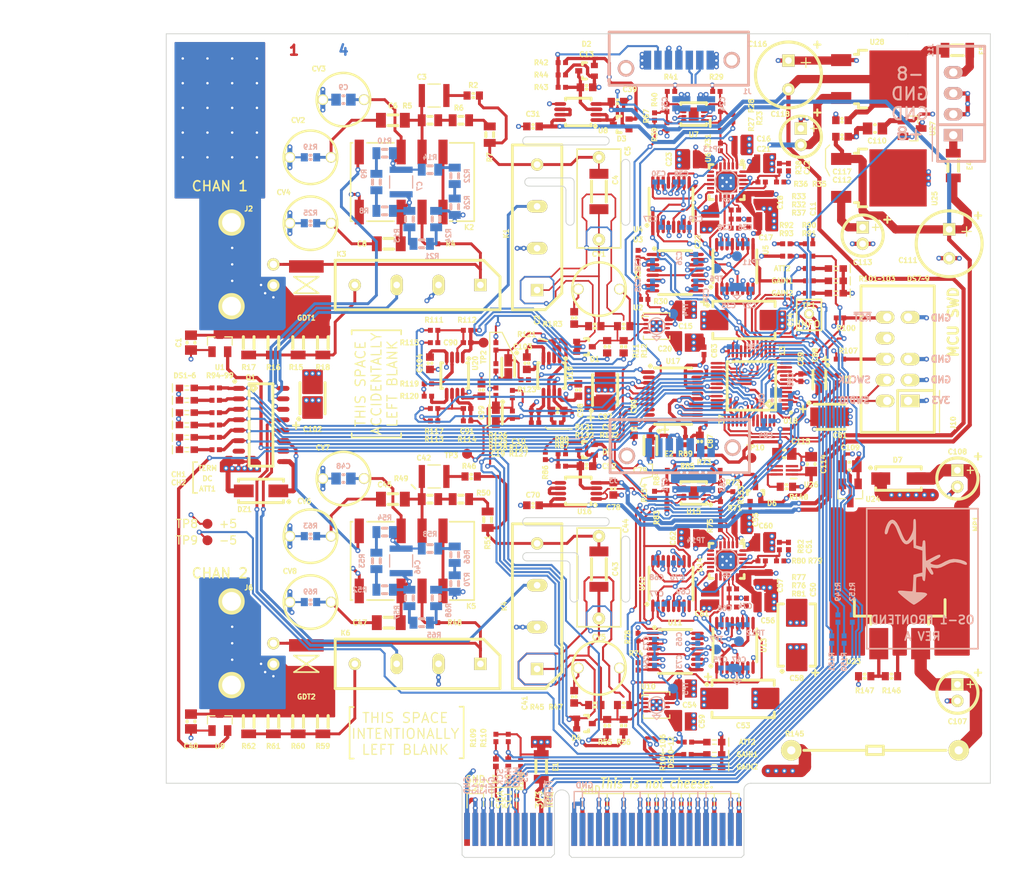
<source format=kicad_pcb>
(kicad_pcb (version 4) (host pcbnew "(after 2015-may-25 BZR unknown)-product")
  (layers (0 F.Cu signal) (1 In1.Cu signal) (2 In2.Cu signal) (31 B.Cu signal) (34 B.Paste user) (35 F.Paste user) (36 B.SilkS user hide) (37 F.SilkS user) (38 B.Mask user) (39 F.Mask user) (44 Edge.Cuts user))
  (net 0 "")
  (net 1 GND)
  (net 2 +5)
  (net 3 -5)
  (net 4 +2.5)
  (net 5 -2.5)
  (net 6 "Net-(CV1-Pad1)")
  (net 7 "Net-(CV5-Pad1)")
  (net 8 VRELAY)
  (net 9 "Net-(DZ1-Pad1)")
  (net 10 +12)
  (net 11 /Microcontroller/SDA)
  (net 12 /Microcontroller/SCL)
  (net 13 +3.3)
  (net 14 /Microcontroller/SCK)
  (net 15 /Microcontroller/MOSI)
  (net 16 /Microcontroller/MISO)
  (net 17 /Microcontroller/#SS)
  (net 18 /Microcontroller/#RST)
  (net 19 /Channel1/INPUT)
  (net 20 /Channel1/#TERM)
  (net 21 "Net-(K2-PadP1B)")
  (net 22 "Net-(K2-PadP1CO)")
  (net 23 /Channel1/#ATT1)
  (net 24 "Net-(C2-Pad1)")
  (net 25 /Channel1/#DC)
  (net 26 "Net-(C2-Pad2)")
  (net 27 "Net-(K5-PadP1CO)")
  (net 28 /Channel2/INPUT)
  (net 29 /Channel2/#TERM)
  (net 30 /Channel2/#ATT1)
  (net 31 /Channel2/#DC)
  (net 32 "Net-(Q1-Pad7)")
  (net 33 "Net-(Q1-Pad10)")
  (net 34 "Net-(R5-Pad1)")
  (net 35 "Net-(R6-Pad1)")
  (net 36 "Net-(R10-Pad2)")
  (net 37 "Net-(R13-Pad2)")
  (net 38 /Channel1/VOS1)
  (net 39 /Channel1/VO_P)
  (net 40 "Net-(R33-Pad1)")
  (net 41 /Channel1/VO_N)
  (net 42 /Channel1/VOS2)
  (net 43 /Channel2/VOS1)
  (net 44 /Channel2/VO_P)
  (net 45 /Channel2/VO_N)
  (net 46 /Channel2/VOS2)
  (net 47 /Channel1/VOS3)
  (net 48 /Channel2/VOS3)
  (net 49 /Microcontroller/SWDIO)
  (net 50 /Microcontroller/SWCLK)
  (net 51 /Microcontroller/SWO)
  (net 52 "Net-(C3-Pad1)")
  (net 53 "Net-(R31-Pad2)")
  (net 54 /Microcontroller/SCKINT)
  (net 55 /Microcontroller/MOSIINT)
  (net 56 /Microcontroller/#IRQ)
  (net 57 /Channel1/VOCM)
  (net 58 /Channel2/VOCM)
  (net 59 "Net-(C3-Pad2)")
  (net 60 "Net-(C6-Pad2)")
  (net 61 "Net-(C7-Pad2)")
  (net 62 +8)
  (net 63 -8)
  (net 64 /Microcontroller/3V3DAC)
  (net 65 +3.3A)
  (net 66 "Net-(E4-Pad1)")
  (net 67 "Net-(J9-PadB8)")
  (net 68 "Net-(J9-PadB9)")
  (net 69 "Net-(J9-PadA9)")
  (net 70 "Net-(J9-PadA10)")
  (net 71 "Net-(J9-PadB12)")
  (net 72 "Net-(J9-PadB14)")
  (net 73 "Net-(J9-PadB15)")
  (net 74 "Net-(J9-PadB17)")
  (net 75 "Net-(J9-PadB19)")
  (net 76 "Net-(J9-PadB20)")
  (net 77 "Net-(J9-PadB23)")
  (net 78 "Net-(J9-PadB24)")
  (net 79 "Net-(J9-PadB27)")
  (net 80 "Net-(J9-PadB28)")
  (net 81 "Net-(J9-PadB30)")
  (net 82 "Net-(J9-PadA13)")
  (net 83 "Net-(J9-PadA14)")
  (net 84 "Net-(J9-PadA16)")
  (net 85 "Net-(J9-PadA17)")
  (net 86 "Net-(J9-PadA19)")
  (net 87 "Net-(J9-PadA21)")
  (net 88 "Net-(J9-PadA22)")
  (net 89 "Net-(J9-PadA25)")
  (net 90 "Net-(J9-PadA26)")
  (net 91 "Net-(J9-PadA29)")
  (net 92 "Net-(J9-PadA30)")
  (net 93 "Net-(J9-PadA32)")
  (net 94 "Net-(J10-Pad8)")
  (net 95 "Net-(K3-PadP1B)")
  (net 96 "Net-(K5-PadP1B)")
  (net 97 "Net-(K6-PadP1B)")
  (net 98 "Net-(R8-Pad1)")
  (net 99 "Net-(R14-Pad2)")
  (net 100 "Net-(R21-Pad2)")
  (net 101 "Net-(R22-Pad2)")
  (net 102 "Net-(R27-Pad2)")
  (net 103 "Net-(R28-Pad1)")
  (net 104 "Net-(R30-Pad1)")
  (net 105 "Net-(R30-Pad2)")
  (net 106 "Net-(R36-Pad1)")
  (net 107 /Microcontroller/#CSDAC)
  (net 108 "Net-(R49-Pad1)")
  (net 109 /Microcontroller/LevelShifters/VOS1_CH1_IN)
  (net 110 /Microcontroller/LevelShifters/VOS1_CH2_IN)
  (net 111 "Net-(R57-Pad2)")
  (net 112 "Net-(R58-Pad2)")
  (net 113 /Microcontroller/LevelShifters/VOS2_CH1_IN)
  (net 114 /Microcontroller/LevelShifters/VOS2_CH2_IN)
  (net 115 "Net-(R71-Pad2)")
  (net 116 /Microcontroller/CH2_TEMP)
  (net 117 /Channel2/ATT2)
  (net 118 /Microcontroller/CH2_GAIN1)
  (net 119 "Net-(U4-Pad5)")
  (net 120 "Net-(U4-Pad16)")
  (net 121 /Microcontroller/CH2_GAIN2)
  (net 122 "Net-(D3-Pad3)")
  (net 123 "Net-(U8-Pad6)")
  (net 124 /Microcontroller/LevelShifters/VREF_IN)
  (net 125 /Microcontroller/CH1_TEMP)
  (net 126 /Channel1/ATT2)
  (net 127 /Microcontroller/CH1_GAIN1)
  (net 128 /Microcontroller/CH1_GAIN2)
  (net 129 "Net-(U3-Pad10)")
  (net 130 /Microcontroller/MISOINT)
  (net 131 /Power/VRHS)
  (net 132 /Microcontroller/CH1_TERM)
  (net 133 /Microcontroller/CH1_DC)
  (net 134 /Microcontroller/CH1_ATT1)
  (net 135 /Microcontroller/CH2_TERM)
  (net 136 /Microcontroller/CH2_DC)
  (net 137 /Microcontroller/CH2_ATT1)
  (net 138 "Net-(DS1-Pad2)")
  (net 139 "Net-(DS2-Pad2)")
  (net 140 "Net-(DS3-Pad2)")
  (net 141 "Net-(DS4-Pad2)")
  (net 142 "Net-(DS5-Pad2)")
  (net 143 "Net-(DS6-Pad2)")
  (net 144 "Net-(DS7-Pad2)")
  (net 145 "Net-(DS8-Pad2)")
  (net 146 "Net-(DS9-Pad2)")
  (net 147 "Net-(DS10-Pad2)")
  (net 148 "Net-(DS11-Pad2)")
  (net 149 "Net-(DS12-Pad2)")
  (net 150 /Microcontroller/TEMP_VRELAY)
  (net 151 /Microcontroller/TEMP_V5)
  (net 152 "Net-(R148-Pad2)")
  (net 153 /Microcontroller/#PERST)
  (net 154 "Net-(C11-Pad1)")
  (net 155 "Net-(C12-Pad1)")
  (net 156 "Net-(C41-Pad1)")
  (net 157 "Net-(C41-Pad2)")
  (net 158 "Net-(C43-Pad2)")
  (net 159 "Net-(C45-Pad2)")
  (net 160 "Net-(C50-Pad1)")
  (net 161 "Net-(C90-Pad2)")
  (net 162 "Net-(C91-Pad2)")
  (net 163 "Net-(C92-Pad2)")
  (net 164 "Net-(D6-Pad3)")
  (net 165 "Net-(E5-Pad1)")
  (net 166 "Net-(R32-Pad1)")
  (net 167 "Net-(R35-Pad1)")
  (net 168 "Net-(R39-Pad1)")
  (net 169 "Net-(R40-Pad1)")
  (net 170 "Net-(R50-Pad1)")
  (net 171 "Net-(R52-Pad1)")
  (net 172 "Net-(R53-Pad1)")
  (net 173 "Net-(R65-Pad2)")
  (net 174 "Net-(R66-Pad2)")
  (net 175 "Net-(R72-Pad1)")
  (net 176 "Net-(R74-Pad1)")
  (net 177 "Net-(R74-Pad2)")
  (net 178 "Net-(R75-Pad2)")
  (net 179 "Net-(R76-Pad1)")
  (net 180 "Net-(R77-Pad1)")
  (net 181 "Net-(R79-Pad1)")
  (net 182 "Net-(R80-Pad1)")
  (net 183 "Net-(R84-Pad1)")
  (net 184 "Net-(R119-Pad2)")
  (net 185 "Net-(R120-Pad2)")
  (net 186 "Net-(R131-Pad2)")
  (net 187 "Net-(R146-Pad2)")
  (net 188 "Net-(U5-Pad5)")
  (net 189 "Net-(U5-Pad16)")
  (net 190 "Net-(U6-Pad8)")
  (net 191 "Net-(U11-Pad10)")
  (net 192 "Net-(U12-Pad5)")
  (net 193 "Net-(U12-Pad16)")
  (net 194 "Net-(U13-Pad5)")
  (net 195 "Net-(U13-Pad16)")
  (net 196 "Net-(U14-Pad8)")
  (net 197 "Net-(U16-Pad6)")
  (net 198 "Net-(U17-Pad8)")
  (net 199 "Net-(U17-Pad9)")
  (net 200 "Net-(U17-Pad16)")
  (net 201 "Net-(U18-Pad5)")
  (net 202 "Net-(U18-Pad6)")
  (net 203 "Net-(U18-Pad29)")
  (net 204 "Net-(U18-Pad35)")
  (net 205 "Net-(U18-Pad36)")
  (net 206 "Net-(U18-Pad46)")
  (net 207 "Net-(C4-Pad1)")
  (net 208 "Net-(C4-Pad2)")
  (net 209 "Net-(C7-Pad1)")
  (net 210 "Net-(C8-Pad2)")
  (net 211 "Net-(C13-Pad1)")
  (net 212 "Net-(C42-Pad1)")
  (net 213 "Net-(C42-Pad2)")
  (net 214 "Net-(C43-Pad1)")
  (net 215 "Net-(C46-Pad1)")
  (net 216 "Net-(C46-Pad2)")
  (net 217 "Net-(C47-Pad2)")
  (net 218 "Net-(C51-Pad1)")
  (net 219 "Net-(C52-Pad1)")
  (net 220 "Net-(C107-Pad1)")
  (net 221 "Net-(C88-Pad1)")
  (net 222 /Microcontroller/F_SCL)
  (net 223 /Microcontroller/F_SDA)
  (net 224 /Microcontroller/F_MOSI)
  (net 225 /Microcontroller/F_MISO)
  (net 226 /Microcontroller/F_SCK)
  (net 227 /Microcontroller/F_#SS)
  (net 228 /Microcontroller/P5SENSE)
  (net 229 /Microcontroller/N5SENSE)
  (net 230 "Net-(R23-Pad1)")
  (net 231 "Net-(R153-Pad1)")
  (net 232 "Net-(R154-Pad1)")
  (net 233 "Net-(TP6-Pad1)")
  (net 234 "Net-(TP7-Pad1)")
  (net 235 "Net-(TP11-Pad1)")
  (net 236 "Net-(TP12-Pad1)")
  (net 237 "Net-(TP13-Pad1)")
  (net 238 "Net-(TP14-Pad1)")
  (net 239 /3V3SB)
  (net 240 /Microcontroller/DBG_TX)
  (module manuf:KEMET-EE2-xNU (layer F.Cu) (at 90.5 82)
    (fp_text reference K5 (at 8.5 5.5) (layer F.SilkS) (effects (font (size 0.6 0.6))))
    (fp_text value EE2-5NU)
    (pad P2A smd rect (at 0 -3.645) (size 1.11 3) (layers F.Cu F.Paste F.Mask) (net 215 "Net-(C46-Pad1)"))
    (pad P2CO smd rect (at 2.54 -3.645) (size 1.11 3) (layers F.Cu F.Paste F.Mask) (net 213 "Net-(C42-Pad2)"))
    (pad P2B smd rect (at 5.08 -3.645) (size 1.11 3) (layers F.Cu F.Paste F.Mask) (net 96 "Net-(K5-PadP1B)"))
    (pad P1A smd rect (at 0 3.645) (size 1.11 3) (layers F.Cu F.Paste F.Mask) (net 216 "Net-(C46-Pad2)"))
    (pad P1CO smd rect (at 2.54 3.645) (size 1.11 3) (layers F.Cu F.Paste F.Mask) (net 27 "Net-(K5-PadP1CO)"))
    (pad P1B smd rect (at 5.08 3.645) (size 1.11 3) (layers F.Cu F.Paste F.Mask) (net 96 "Net-(K5-PadP1B)"))
    (pad C2 smd rect (at -5.08 -3.645) (size 1.11 3) (layers F.Cu F.Paste F.Mask) (net 30 /Channel2/#ATT1))
    (pad C1 smd rect (at -5.08 3.645) (size 1.11 3) (layers F.Cu F.Paste F.Mask) (net 8 VRELAY))
  )
  (module smd-non-ipc:CAPC2828X260 (layer F.Cu) (at 94.5 25.5 180)
    (fp_text reference C3 (at 1.5 2.25 180) (layer F.SilkS) (effects (font (size 0.6 0.6))))
    (fp_text value "4p7 1kV")
    (pad 1 smd rect (at -1.49 0 180) (size 0.76 2.79) (layers F.Cu F.Paste F.Mask) (net 52 "Net-(C3-Pad1)"))
    (pad 2 smd rect (at 1.49 0 180) (size 0.76 2.79) (layers F.Cu F.Paste F.Mask) (net 59 "Net-(C3-Pad2)"))
  )
  (module CV8 (layer F.Cu) (at 83.5 26 180)
    (fp_text reference CV3 (at 3 3.75 180) (layer F.SilkS) (effects (font (size 0.6 0.6))))
    (fp_text value 30p)
    (pad 1 thru_hole circle (at -2.5 0 180) (size 1.3 1.3) (drill 1) (layers *.Cu *.Mask F.SilkS) (net 209 "Net-(C7-Pad1)"))
    (pad 2 thru_hole circle (at 2.5 0 180) (size 1.3 1.3) (drill 1) (layers *.Cu *.Mask F.SilkS) (net 1 GND))
  )
  (module IPC7351-Nominal:RESC1005X40 (layer F.Cu) (at 102 61.45 270)
    (fp_text reference R128 (at 6.8 -0.25 360) (layer F.SilkS) (effects (font (size 0.6 0.6))))
    (fp_text value 820)
    (pad 1 smd rect (at -0.45 0 270) (size 0.6 0.6) (layers F.Cu F.Paste F.Mask) (net 1 GND))
    (pad 2 smd rect (at 0.45 0 270) (size 0.6 0.6) (layers F.Cu F.Paste F.Mask) (net 46 /Channel2/VOS2))
  )
  (module conn-molex:CONN-MOLEX-0678005001 (layer B.Cu) (at 124.2 21.2 180)
    (fp_text reference J1 (at -8.3 -3.8 180) (layer B.SilkS) (effects (font (size 0.6 0.6)) (justify mirror)))
    (fp_text value SATA)
    (pad 1 smd rect (at -3.81 0 180) (size 0.9 2.3) (layers B.Cu B.Paste B.Mask) (net 1 GND))
    (pad 2 smd rect (at -2.54 0 180) (size 0.9 2.3) (layers B.Cu B.Paste B.Mask) (net 39 /Channel1/VO_P))
    (pad 3 smd rect (at -1.27 0 180) (size 0.9 2.3) (layers B.Cu B.Paste B.Mask) (net 41 /Channel1/VO_N))
    (pad 4 smd rect (at 0 0 180) (size 0.9 2.3) (layers B.Cu B.Paste B.Mask) (net 1 GND))
    (pad 5 smd rect (at 1.27 0 180) (size 0.9 2.3) (layers B.Cu B.Paste B.Mask) (net 1 GND))
    (pad 6 smd rect (at 2.54 0 180) (size 0.9 2.3) (layers B.Cu B.Paste B.Mask) (net 57 /Channel1/VOCM))
    (pad 7 smd rect (at 3.81 0 180) (size 0.9 2.3) (layers B.Cu B.Paste B.Mask) (net 1 GND))
    (pad 9 thru_hole circle (at 6.415 -1 180) (size 2 2) (drill 1.35) (layers *.Cu *.Mask B.SilkS) (net 1 GND))
    (pad 8 thru_hole circle (at -6.415 0 180) (size 2 2) (drill 1.35) (layers *.Cu *.Mask B.SilkS) (net 1 GND))
  )
  (module IPC7351-Nominal:CAPMP2013X120 (layer F.Cu) (at 102 64.25 270)
    (fp_text reference C19 (at 4.75 -0.25 360) (layer F.SilkS) (effects (font (size 0.6 0.6))))
    (fp_text value 2u2)
    (pad 1 smd rect (at -0.85 0 270) (size 1.5 0.95) (layers F.Cu F.Paste F.Mask) (net 46 /Channel2/VOS2))
    (pad 2 smd rect (at 0.85 0 270) (size 1.5 0.95) (layers F.Cu F.Paste F.Mask) (net 5 -2.5))
  )
  (module IPC7351-Nominal:QFP50P900X900X160-48 (layer F.Cu) (at 133 60.75 180)
    (fp_text reference U18 (at -4.75 -4.25 180) (layer F.SilkS) (effects (font (size 0.6 0.6))))
    (fp_text value STM32F030C8T)
    (pad 1 smd oval (at -4.2 -2.75 180) (size 1.5 0.3) (layers F.Cu F.Paste F.Mask) (net 13 +3.3))
    (pad 2 smd oval (at -4.2 -2.25 180) (size 1.5 0.3) (layers F.Cu F.Paste F.Mask) (net 117 /Channel2/ATT2))
    (pad 3 smd oval (at -4.2 -1.75 180) (size 1.5 0.3) (layers F.Cu F.Paste F.Mask) (net 121 /Microcontroller/CH2_GAIN2))
    (pad 4 smd oval (at -4.2 -1.25 180) (size 1.5 0.3) (layers F.Cu F.Paste F.Mask) (net 118 /Microcontroller/CH2_GAIN1))
    (pad 5 smd oval (at -4.2 -0.75 180) (size 1.5 0.3) (layers F.Cu F.Paste F.Mask) (net 201 "Net-(U18-Pad5)"))
    (pad 6 smd oval (at -4.2 -0.25 180) (size 1.5 0.3) (layers F.Cu F.Paste F.Mask) (net 202 "Net-(U18-Pad6)"))
    (pad 7 smd oval (at -4.2 0.25 180) (size 1.5 0.3) (layers F.Cu F.Paste F.Mask) (net 18 /Microcontroller/#RST))
    (pad 8 smd oval (at -4.2 0.75 180) (size 1.5 0.3) (layers F.Cu F.Paste F.Mask) (net 1 GND))
    (pad 9 smd oval (at -4.2 1.25 180) (size 1.5 0.3) (layers F.Cu F.Paste F.Mask) (net 221 "Net-(C88-Pad1)"))
    (pad 10 smd oval (at -4.2 1.75 180) (size 1.5 0.3) (layers F.Cu F.Paste F.Mask) (net 116 /Microcontroller/CH2_TEMP))
    (pad 11 smd oval (at -4.2 2.25 180) (size 1.5 0.3) (layers F.Cu F.Paste F.Mask) (net 125 /Microcontroller/CH1_TEMP))
    (pad 12 smd oval (at -4.2 2.75 180) (size 1.5 0.3) (layers F.Cu F.Paste F.Mask) (net 228 /Microcontroller/P5SENSE))
    (pad 13 smd oval (at -2.75 4.2 180) (size 0.3 1.5) (layers F.Cu F.Paste F.Mask) (net 229 /Microcontroller/N5SENSE))
    (pad 14 smd oval (at -2.25 4.2 180) (size 0.3 1.5) (layers F.Cu F.Paste F.Mask) (net 150 /Microcontroller/TEMP_VRELAY))
    (pad 15 smd oval (at -1.75 4.2 180) (size 0.3 1.5) (layers F.Cu F.Paste F.Mask) (net 151 /Microcontroller/TEMP_V5))
    (pad 16 smd oval (at -1.25 4.2 180) (size 0.3 1.5) (layers F.Cu F.Paste F.Mask) (net 56 /Microcontroller/#IRQ))
    (pad 17 smd oval (at -0.75 4.2 180) (size 0.3 1.5) (layers F.Cu F.Paste F.Mask) (net 153 /Microcontroller/#PERST))
    (pad 18 smd oval (at -0.25 4.2 180) (size 0.3 1.5) (layers F.Cu F.Paste F.Mask) (net 127 /Microcontroller/CH1_GAIN1))
    (pad 19 smd oval (at 0.25 4.2 180) (size 0.3 1.5) (layers F.Cu F.Paste F.Mask) (net 126 /Channel1/ATT2))
    (pad 20 smd oval (at 0.75 4.2 180) (size 0.3 1.5) (layers F.Cu F.Paste F.Mask) (net 128 /Microcontroller/CH1_GAIN2))
    (pad 21 smd oval (at 1.25 4.2 180) (size 0.3 1.5) (layers F.Cu F.Paste F.Mask) (net 222 /Microcontroller/F_SCL))
    (pad 22 smd oval (at 1.75 4.2 180) (size 0.3 1.5) (layers F.Cu F.Paste F.Mask) (net 223 /Microcontroller/F_SDA))
    (pad 23 smd oval (at 2.25 4.2 180) (size 0.3 1.5) (layers F.Cu F.Paste F.Mask) (net 1 GND))
    (pad 24 smd oval (at 2.75 4.2 180) (size 0.3 1.5) (layers F.Cu F.Paste F.Mask) (net 13 +3.3))
    (pad 25 smd oval (at 4.2 2.75 180) (size 1.5 0.3) (layers F.Cu F.Paste F.Mask) (net 227 /Microcontroller/F_#SS))
    (pad 26 smd oval (at 4.2 2.25 180) (size 1.5 0.3) (layers F.Cu F.Paste F.Mask) (net 226 /Microcontroller/F_SCK))
    (pad 27 smd oval (at 4.2 1.75 180) (size 1.5 0.3) (layers F.Cu F.Paste F.Mask) (net 225 /Microcontroller/F_MISO))
    (pad 28 smd oval (at 4.2 1.25 180) (size 1.5 0.3) (layers F.Cu F.Paste F.Mask) (net 224 /Microcontroller/F_MOSI))
    (pad 29 smd oval (at 4.2 0.75 180) (size 1.5 0.3) (layers F.Cu F.Paste F.Mask) (net 203 "Net-(U18-Pad29)"))
    (pad 30 smd oval (at 4.2 0.25 180) (size 1.5 0.3) (layers F.Cu F.Paste F.Mask) (net 240 /Microcontroller/DBG_TX))
    (pad 31 smd oval (at 4.2 -0.25 180) (size 1.5 0.3) (layers F.Cu F.Paste F.Mask) (net 135 /Microcontroller/CH2_TERM))
    (pad 32 smd oval (at 4.2 -0.75 180) (size 1.5 0.3) (layers F.Cu F.Paste F.Mask) (net 136 /Microcontroller/CH2_DC))
    (pad 33 smd oval (at 4.2 -1.25 180) (size 1.5 0.3) (layers F.Cu F.Paste F.Mask) (net 137 /Microcontroller/CH2_ATT1))
    (pad 34 smd oval (at 4.2 -1.75 180) (size 1.5 0.3) (layers F.Cu F.Paste F.Mask) (net 49 /Microcontroller/SWDIO))
    (pad 35 smd oval (at 4.2 -2.25 180) (size 1.5 0.3) (layers F.Cu F.Paste F.Mask) (net 204 "Net-(U18-Pad35)"))
    (pad 36 smd oval (at 4.2 -2.75 180) (size 1.5 0.3) (layers F.Cu F.Paste F.Mask) (net 205 "Net-(U18-Pad36)"))
    (pad 37 smd oval (at 2.75 -4.2 180) (size 0.3 1.5) (layers F.Cu F.Paste F.Mask) (net 50 /Microcontroller/SWCLK))
    (pad 38 smd oval (at 2.25 -4.2 180) (size 0.3 1.5) (layers F.Cu F.Paste F.Mask) (net 107 /Microcontroller/#CSDAC))
    (pad 39 smd oval (at 1.75 -4.2 180) (size 0.3 1.5) (layers F.Cu F.Paste F.Mask) (net 54 /Microcontroller/SCKINT))
    (pad 40 smd oval (at 1.25 -4.2 180) (size 0.3 1.5) (layers F.Cu F.Paste F.Mask) (net 130 /Microcontroller/MISOINT))
    (pad 41 smd oval (at 0.75 -4.2 180) (size 0.3 1.5) (layers F.Cu F.Paste F.Mask) (net 55 /Microcontroller/MOSIINT))
    (pad 42 smd oval (at 0.25 -4.2 180) (size 0.3 1.5) (layers F.Cu F.Paste F.Mask) (net 134 /Microcontroller/CH1_ATT1))
    (pad 43 smd oval (at -0.25 -4.2 180) (size 0.3 1.5) (layers F.Cu F.Paste F.Mask) (net 133 /Microcontroller/CH1_DC))
    (pad 44 smd oval (at -0.75 -4.2 180) (size 0.3 1.5) (layers F.Cu F.Paste F.Mask) (net 1 GND))
    (pad 45 smd oval (at -1.25 -4.2 180) (size 0.3 1.5) (layers F.Cu F.Paste F.Mask) (net 132 /Microcontroller/CH1_TERM))
    (pad 46 smd oval (at -1.75 -4.2 180) (size 0.3 1.5) (layers F.Cu F.Paste F.Mask) (net 206 "Net-(U18-Pad46)"))
    (pad 47 smd oval (at -2.25 -4.2 180) (size 0.3 1.5) (layers F.Cu F.Paste F.Mask) (net 1 GND))
    (pad 48 smd oval (at -2.75 -4.2 180) (size 0.3 1.5) (layers F.Cu F.Paste F.Mask) (net 13 +3.3))
  )
  (module IPC7351-Nominal:QFN50P400X400X80-25 (layer F.Cu) (at 130 36 270)
    (fp_text reference U6 (at -3 2.25 270) (layer F.SilkS) (effects (font (size 0.6 0.6))))
    (fp_text value AD8003ACPZ)
    (pad 1 smd oval (at -1.95 -1.25 270) (size 0.85 0.3) (layers F.Cu F.Paste F.Mask) (net 2 +5))
    (pad 2 smd rect (at -1.95 -0.75 270) (size 0.85 0.3) (layers F.Cu F.Paste F.Mask) (net 102 "Net-(R27-Pad2)"))
    (pad 3 smd rect (at -1.95 -0.25 270) (size 0.85 0.3) (layers F.Cu F.Paste F.Mask) (net 53 "Net-(R31-Pad2)"))
    (pad 4 smd rect (at -1.95 0.25 270) (size 0.85 0.3) (layers F.Cu F.Paste F.Mask) (net 237 "Net-(TP13-Pad1)"))
    (pad 5 smd rect (at -1.95 0.75 270) (size 0.85 0.3) (layers F.Cu F.Paste F.Mask) (net 1 GND))
    (pad 6 smd oval (at -1.95 1.25 270) (size 0.85 0.3) (layers F.Cu F.Paste F.Mask) (net 3 -5))
    (pad 7 smd oval (at -1.25 1.95 270) (size 0.3 0.85) (layers F.Cu F.Paste F.Mask))
    (pad 8 smd rect (at -0.75 1.95 270) (size 0.3 0.85) (layers F.Cu F.Paste F.Mask) (net 190 "Net-(U6-Pad8)"))
    (pad 9 smd rect (at -0.25 1.95 270) (size 0.3 0.85) (layers F.Cu F.Paste F.Mask))
    (pad 10 smd rect (at 0.25 1.95 270) (size 0.3 0.85) (layers F.Cu F.Paste F.Mask) (net 120 "Net-(U4-Pad16)"))
    (pad 11 smd rect (at 0.75 1.95 270) (size 0.3 0.85) (layers F.Cu F.Paste F.Mask))
    (pad 12 smd oval (at 1.25 1.95 270) (size 0.3 0.85) (layers F.Cu F.Paste F.Mask) (net 189 "Net-(U5-Pad16)"))
    (pad 13 smd oval (at 1.95 1.25 270) (size 0.85 0.3) (layers F.Cu F.Paste F.Mask) (net 3 -5))
    (pad 14 smd rect (at 1.95 0.75 270) (size 0.85 0.3) (layers F.Cu F.Paste F.Mask) (net 1 GND))
    (pad 15 smd rect (at 1.95 0.25 270) (size 0.85 0.3) (layers F.Cu F.Paste F.Mask) (net 188 "Net-(U5-Pad5)"))
    (pad 16 smd rect (at 1.95 -0.25 270) (size 0.85 0.3) (layers F.Cu F.Paste F.Mask) (net 166 "Net-(R32-Pad1)"))
    (pad 17 smd rect (at 1.95 -0.75 270) (size 0.85 0.3) (layers F.Cu F.Paste F.Mask) (net 40 "Net-(R33-Pad1)"))
    (pad 18 smd oval (at 1.95 -1.25 270) (size 0.85 0.3) (layers F.Cu F.Paste F.Mask) (net 2 +5))
    (pad 19 smd oval (at 1.25 -1.95 270) (size 0.3 0.85) (layers F.Cu F.Paste F.Mask) (net 2 +5))
    (pad 20 smd rect (at 0.75 -1.95 270) (size 0.3 0.85) (layers F.Cu F.Paste F.Mask) (net 106 "Net-(R36-Pad1)"))
    (pad 21 smd rect (at 0.25 -1.95 270) (size 0.3 0.85) (layers F.Cu F.Paste F.Mask) (net 167 "Net-(R35-Pad1)"))
    (pad 22 smd rect (at -0.25 -1.95 270) (size 0.3 0.85) (layers F.Cu F.Paste F.Mask) (net 119 "Net-(U4-Pad5)"))
    (pad 23 smd rect (at -0.75 -1.95 270) (size 0.3 0.85) (layers F.Cu F.Paste F.Mask) (net 1 GND))
    (pad 24 smd oval (at -1.25 -1.95 270) (size 0.3 0.85) (layers F.Cu F.Paste F.Mask) (net 3 -5))
    (pad 25 smd rect (at 0 0 270) (size 2.55 2.55) (layers F.Cu F.Paste F.Mask) (net 1 GND))
    (pad 25 thru_hole circle (at 0 0 270) (size 0.6 0.6) (drill 0.3) (layers *.Cu B.Mask) (net 1 GND))
    (pad 25 thru_hole circle (at -0.5 -0.5 270) (size 0.6 0.6) (drill 0.3) (layers *.Cu B.Mask) (net 1 GND))
    (pad 25 thru_hole circle (at 0.5 -0.5 270) (size 0.6 0.6) (drill 0.3) (layers *.Cu B.Mask) (net 1 GND))
    (pad 25 thru_hole circle (at 0.5 0.5 270) (size 0.6 0.6) (drill 0.3) (layers *.Cu B.Mask) (net 1 GND))
    (pad 25 thru_hole circle (at -0.5 0.5 270) (size 0.6 0.6) (drill 0.3) (layers *.Cu B.Mask) (net 1 GND))
  )
  (module manuf:ANALOG-LFCSP_VD-8 (layer F.Cu) (at 121.5 53.5)
    (fp_text reference U2 (at -2.25 -2.25) (layer F.SilkS) (effects (font (size 0.6 0.6))))
    (fp_text value ADA4817-1ACPZ)
    (pad 1 smd oval (at -1.305 -0.75) (size 0.65 0.3) (layers F.Cu F.Paste F.Mask) (net 2 +5))
    (pad 2 smd oval (at -1.305 -0.25) (size 0.65 0.3) (layers F.Cu F.Paste F.Mask) (net 6 "Net-(CV1-Pad1)"))
    (pad 3 smd oval (at -1.305 0.25) (size 0.65 0.3) (layers F.Cu F.Paste F.Mask) (net 207 "Net-(C4-Pad1)"))
    (pad 4 smd oval (at -1.305 0.75) (size 0.65 0.3) (layers F.Cu F.Paste F.Mask) (net 1 GND))
    (pad 5 smd oval (at 1.305 0.75) (size 0.65 0.3) (layers F.Cu F.Paste F.Mask) (net 3 -5))
    (pad 6 smd oval (at 1.305 0.25) (size 0.65 0.3) (layers F.Cu F.Paste F.Mask))
    (pad 7 smd oval (at 1.305 -0.25) (size 0.65 0.3) (layers F.Cu F.Paste F.Mask) (net 104 "Net-(R30-Pad1)"))
    (pad 8 smd oval (at 1.305 -0.75) (size 0.65 0.3) (layers F.Cu F.Paste F.Mask) (net 2 +5))
    (pad 9 smd rect (at 0 0) (size 1.45 1.45) (layers F.Cu F.Paste F.Mask) (net 1 GND))
    (pad 9 thru_hole circle (at 0 0) (size 0.6 0.6) (drill 0.3) (layers *.Cu B.Mask) (net 1 GND))
    (pad 9 thru_hole circle (at -0.4 -0.4) (size 0.6 0.6) (drill 0.3) (layers *.Cu B.Mask) (net 1 GND))
    (pad 9 thru_hole circle (at 0.4 -0.4) (size 0.6 0.6) (drill 0.3) (layers *.Cu B.Mask) (net 1 GND))
    (pad 9 thru_hole circle (at 0.4 0.4) (size 0.6 0.6) (drill 0.3) (layers *.Cu B.Mask) (net 1 GND))
    (pad 9 thru_hole circle (at -0.4 0.4) (size 0.6 0.6) (drill 0.3) (layers *.Cu B.Mask) (net 1 GND))
  )
  (module IPC7351-Nominal:QFN50P400X400X80-25 (layer F.Cu) (at 130 82 270)
    (fp_text reference U14 (at 0.5 3.25 450) (layer F.SilkS) (effects (font (size 0.6 0.6))))
    (fp_text value AD8003ACPZ)
    (pad 1 smd oval (at -1.95 -1.25 270) (size 0.85 0.3) (layers F.Cu F.Paste F.Mask) (net 2 +5))
    (pad 2 smd rect (at -1.95 -0.75 270) (size 0.85 0.3) (layers F.Cu F.Paste F.Mask) (net 115 "Net-(R71-Pad2)"))
    (pad 3 smd rect (at -1.95 -0.25 270) (size 0.85 0.3) (layers F.Cu F.Paste F.Mask) (net 178 "Net-(R75-Pad2)"))
    (pad 4 smd rect (at -1.95 0.25 270) (size 0.85 0.3) (layers F.Cu F.Paste F.Mask) (net 238 "Net-(TP14-Pad1)"))
    (pad 5 smd rect (at -1.95 0.75 270) (size 0.85 0.3) (layers F.Cu F.Paste F.Mask) (net 1 GND))
    (pad 6 smd oval (at -1.95 1.25 270) (size 0.85 0.3) (layers F.Cu F.Paste F.Mask) (net 3 -5))
    (pad 7 smd oval (at -1.25 1.95 270) (size 0.3 0.85) (layers F.Cu F.Paste F.Mask))
    (pad 8 smd rect (at -0.75 1.95 270) (size 0.3 0.85) (layers F.Cu F.Paste F.Mask) (net 196 "Net-(U14-Pad8)"))
    (pad 9 smd rect (at -0.25 1.95 270) (size 0.3 0.85) (layers F.Cu F.Paste F.Mask))
    (pad 10 smd rect (at 0.25 1.95 270) (size 0.3 0.85) (layers F.Cu F.Paste F.Mask) (net 193 "Net-(U12-Pad16)"))
    (pad 11 smd rect (at 0.75 1.95 270) (size 0.3 0.85) (layers F.Cu F.Paste F.Mask))
    (pad 12 smd oval (at 1.25 1.95 270) (size 0.3 0.85) (layers F.Cu F.Paste F.Mask) (net 195 "Net-(U13-Pad16)"))
    (pad 13 smd oval (at 1.95 1.25 270) (size 0.85 0.3) (layers F.Cu F.Paste F.Mask) (net 3 -5))
    (pad 14 smd rect (at 1.95 0.75 270) (size 0.85 0.3) (layers F.Cu F.Paste F.Mask) (net 1 GND))
    (pad 15 smd rect (at 1.95 0.25 270) (size 0.85 0.3) (layers F.Cu F.Paste F.Mask) (net 194 "Net-(U13-Pad5)"))
    (pad 16 smd rect (at 1.95 -0.25 270) (size 0.85 0.3) (layers F.Cu F.Paste F.Mask) (net 179 "Net-(R76-Pad1)"))
    (pad 17 smd rect (at 1.95 -0.75 270) (size 0.85 0.3) (layers F.Cu F.Paste F.Mask) (net 180 "Net-(R77-Pad1)"))
    (pad 18 smd oval (at 1.95 -1.25 270) (size 0.85 0.3) (layers F.Cu F.Paste F.Mask) (net 2 +5))
    (pad 19 smd oval (at 1.25 -1.95 270) (size 0.3 0.85) (layers F.Cu F.Paste F.Mask) (net 2 +5))
    (pad 20 smd rect (at 0.75 -1.95 270) (size 0.3 0.85) (layers F.Cu F.Paste F.Mask) (net 182 "Net-(R80-Pad1)"))
    (pad 21 smd rect (at 0.25 -1.95 270) (size 0.3 0.85) (layers F.Cu F.Paste F.Mask) (net 181 "Net-(R79-Pad1)"))
    (pad 22 smd rect (at -0.25 -1.95 270) (size 0.3 0.85) (layers F.Cu F.Paste F.Mask) (net 192 "Net-(U12-Pad5)"))
    (pad 23 smd rect (at -0.75 -1.95 270) (size 0.3 0.85) (layers F.Cu F.Paste F.Mask) (net 1 GND))
    (pad 24 smd oval (at -1.25 -1.95 270) (size 0.3 0.85) (layers F.Cu F.Paste F.Mask) (net 3 -5))
    (pad 25 smd rect (at 0 0 270) (size 2.55 2.55) (layers F.Cu F.Paste F.Mask) (net 1 GND))
    (pad 25 thru_hole circle (at 0 0 270) (size 0.6 0.6) (drill 0.3) (layers *.Cu B.Mask) (net 1 GND))
    (pad 25 thru_hole circle (at -0.5 -0.5 270) (size 0.6 0.6) (drill 0.3) (layers *.Cu B.Mask) (net 1 GND))
    (pad 25 thru_hole circle (at 0.5 -0.5 270) (size 0.6 0.6) (drill 0.3) (layers *.Cu B.Mask) (net 1 GND))
    (pad 25 thru_hole circle (at 0.5 0.5 270) (size 0.6 0.6) (drill 0.3) (layers *.Cu B.Mask) (net 1 GND))
    (pad 25 thru_hole circle (at -0.5 0.5 270) (size 0.6 0.6) (drill 0.3) (layers *.Cu B.Mask) (net 1 GND))
  )
  (module manuf:ANALOG-LFCSP_VD-8 (layer F.Cu) (at 121.5 99.5)
    (fp_text reference U10 (at -1 -2.25 180) (layer F.SilkS) (effects (font (size 0.6 0.6))))
    (fp_text value ADA4817-1ACPZ)
    (pad 1 smd oval (at -1.305 -0.75) (size 0.65 0.3) (layers F.Cu F.Paste F.Mask) (net 2 +5))
    (pad 2 smd oval (at -1.305 -0.25) (size 0.65 0.3) (layers F.Cu F.Paste F.Mask) (net 7 "Net-(CV5-Pad1)"))
    (pad 3 smd oval (at -1.305 0.25) (size 0.65 0.3) (layers F.Cu F.Paste F.Mask) (net 214 "Net-(C43-Pad1)"))
    (pad 4 smd oval (at -1.305 0.75) (size 0.65 0.3) (layers F.Cu F.Paste F.Mask) (net 1 GND))
    (pad 5 smd oval (at 1.305 0.75) (size 0.65 0.3) (layers F.Cu F.Paste F.Mask) (net 3 -5))
    (pad 6 smd oval (at 1.305 0.25) (size 0.65 0.3) (layers F.Cu F.Paste F.Mask))
    (pad 7 smd oval (at 1.305 -0.25) (size 0.65 0.3) (layers F.Cu F.Paste F.Mask) (net 176 "Net-(R74-Pad1)"))
    (pad 8 smd oval (at 1.305 -0.75) (size 0.65 0.3) (layers F.Cu F.Paste F.Mask) (net 2 +5))
    (pad 9 smd rect (at 0 0) (size 1.45 1.45) (layers F.Cu F.Paste F.Mask) (net 1 GND))
    (pad 9 thru_hole circle (at 0 0) (size 0.6 0.6) (drill 0.3) (layers *.Cu B.Mask) (net 1 GND))
    (pad 9 thru_hole circle (at -0.4 -0.4) (size 0.6 0.6) (drill 0.3) (layers *.Cu B.Mask) (net 1 GND))
    (pad 9 thru_hole circle (at 0.4 -0.4) (size 0.6 0.6) (drill 0.3) (layers *.Cu B.Mask) (net 1 GND))
    (pad 9 thru_hole circle (at 0.4 0.4) (size 0.6 0.6) (drill 0.3) (layers *.Cu B.Mask) (net 1 GND))
    (pad 9 thru_hole circle (at -0.4 0.4) (size 0.6 0.6) (drill 0.3) (layers *.Cu B.Mask) (net 1 GND))
  )
  (module manuf:MANUF-PANASONIC-ECQ-EF (layer F.Cu) (at 114.5 84 90)
    (fp_text reference C44 (at 6.25 3.25 270) (layer F.SilkS) (effects (font (size 0.6 0.6))))
    (fp_text value "22n 630V")
    (pad 1 thru_hole circle (at -5 0 90) (size 1.5 1.5) (drill 0.7) (layers *.Cu *.Mask F.SilkS) (net 214 "Net-(C43-Pad1)"))
    (pad 2 thru_hole circle (at 5 0 90) (size 1.5 1.5) (drill 0.7) (layers *.Cu *.Mask F.SilkS) (net 158 "Net-(C43-Pad2)"))
  )
  (module IPC7351-Nominal:SOP65P490X109-8 (layer F.Cu) (at 112 73.5 180)
    (fp_text reference U16 (at -0.75 -2.5 180) (layer F.SilkS) (effects (font (size 0.6 0.6))))
    (fp_text value MC33078DGK)
    (pad 1 smd oval (at -2.2 -0.975 180) (size 1.45 0.45) (layers F.Cu F.Paste F.Mask) (net 164 "Net-(D6-Pad3)"))
    (pad 2 smd oval (at -2.2 -0.325 180) (size 1.45 0.45) (layers F.Cu F.Paste F.Mask) (net 164 "Net-(D6-Pad3)"))
    (pad 3 smd oval (at -2.2 0.325 180) (size 1.45 0.45) (layers F.Cu F.Paste F.Mask) (net 219 "Net-(C52-Pad1)"))
    (pad 4 smd oval (at -2.2 0.975 180) (size 1.45 0.45) (layers F.Cu F.Paste F.Mask) (net 63 -8))
    (pad 5 smd oval (at 2.2 0.975 180) (size 1.45 0.45) (layers F.Cu F.Paste F.Mask) (net 1 GND))
    (pad 6 smd oval (at 2.2 0.325 180) (size 1.45 0.45) (layers F.Cu F.Paste F.Mask) (net 197 "Net-(U16-Pad6)"))
    (pad 7 smd oval (at 2.2 -0.325 180) (size 1.45 0.45) (layers F.Cu F.Paste F.Mask) (net 197 "Net-(U16-Pad6)"))
    (pad 8 smd oval (at 2.2 -0.975 180) (size 1.45 0.45) (layers F.Cu F.Paste F.Mask) (net 62 +8))
  )
  (module IPC7351-Nominal:RESC1005X40 (layer F.Cu) (at 110 23)
    (fp_text reference R44 (at -2.5 0) (layer F.SilkS) (effects (font (size 0.6 0.6))))
    (fp_text value 30k)
    (pad 1 smd rect (at -0.45 0) (size 0.6 0.6) (layers F.Cu F.Paste F.Mask) (net 57 /Channel1/VOCM))
    (pad 2 smd rect (at 0.45 0) (size 0.6 0.6) (layers F.Cu F.Paste F.Mask) (net 1 GND))
  )
  (module IPC7351-Nominal:SOP65P640X110-20 (layer F.Cu) (at 123.5 62)
    (fp_text reference U17 (at 0 -4.25 180) (layer F.SilkS) (effects (font (size 0.6 0.6))))
    (fp_text value MAX5725AAUP)
    (pad 1 smd oval (at -2.95 -2.925) (size 1.45 0.45) (layers F.Cu F.Paste F.Mask) (net 124 /Microcontroller/LevelShifters/VREF_IN))
    (pad 2 smd oval (at -2.95 -2.275) (size 1.45 0.45) (layers F.Cu F.Paste F.Mask) (net 47 /Channel1/VOS3))
    (pad 3 smd oval (at -2.95 -1.625) (size 1.45 0.45) (layers F.Cu F.Paste F.Mask) (net 113 /Microcontroller/LevelShifters/VOS2_CH1_IN))
    (pad 4 smd oval (at -2.95 -0.975) (size 1.45 0.45) (layers F.Cu F.Paste F.Mask) (net 109 /Microcontroller/LevelShifters/VOS1_CH1_IN))
    (pad 5 smd oval (at -2.95 -0.325) (size 1.45 0.45) (layers F.Cu F.Paste F.Mask) (net 110 /Microcontroller/LevelShifters/VOS1_CH2_IN))
    (pad 6 smd oval (at -2.95 0.325) (size 1.45 0.45) (layers F.Cu F.Paste F.Mask) (net 114 /Microcontroller/LevelShifters/VOS2_CH2_IN))
    (pad 7 smd oval (at -2.95 0.975) (size 1.45 0.45) (layers F.Cu F.Paste F.Mask) (net 48 /Channel2/VOS3))
    (pad 8 smd oval (at -2.95 1.625) (size 1.45 0.45) (layers F.Cu F.Paste F.Mask) (net 198 "Net-(U17-Pad8)"))
    (pad 9 smd oval (at -2.95 2.275) (size 1.45 0.45) (layers F.Cu F.Paste F.Mask) (net 199 "Net-(U17-Pad9)"))
    (pad 10 smd oval (at -2.95 2.925) (size 1.45 0.45) (layers F.Cu F.Paste F.Mask) (net 64 /Microcontroller/3V3DAC))
    (pad 11 smd oval (at 2.95 2.925) (size 1.45 0.45) (layers F.Cu F.Paste F.Mask) (net 13 +3.3))
    (pad 12 smd oval (at 2.95 2.275) (size 1.45 0.45) (layers F.Cu F.Paste F.Mask) (net 130 /Microcontroller/MISOINT))
    (pad 13 smd oval (at 2.95 1.625) (size 1.45 0.45) (layers F.Cu F.Paste F.Mask) (net 55 /Microcontroller/MOSIINT))
    (pad 14 smd oval (at 2.95 0.975) (size 1.45 0.45) (layers F.Cu F.Paste F.Mask) (net 54 /Microcontroller/SCKINT))
    (pad 15 smd oval (at 2.95 0.325) (size 1.45 0.45) (layers F.Cu F.Paste F.Mask) (net 107 /Microcontroller/#CSDAC))
    (pad 16 smd oval (at 2.95 -0.325) (size 1.45 0.45) (layers F.Cu F.Paste F.Mask) (net 200 "Net-(U17-Pad16)"))
    (pad 17 smd oval (at 2.95 -0.975) (size 1.45 0.45) (layers F.Cu F.Paste F.Mask) (net 13 +3.3))
    (pad 18 smd oval (at 2.95 -1.625) (size 1.45 0.45) (layers F.Cu F.Paste F.Mask) (net 13 +3.3))
    (pad 19 smd oval (at 2.95 -2.275) (size 1.45 0.45) (layers F.Cu F.Paste F.Mask) (net 1 GND))
    (pad 20 smd oval (at 2.95 -2.925) (size 1.45 0.45) (layers F.Cu F.Paste F.Mask) (net 13 +3.3))
  )
  (module LOGO (layer B.Cu) (at 154 82.15995 180)
    (fp_text reference G*** hide)
    (fp_text value LOGO hide)
  )
  (module IPC7351-Nominal:RESC2012X50 (layer B.Cu) (at 94.75 40.5 90)
    (fp_text reference R24 (at -2 1.5 90) (layer B.SilkS) (effects (font (size 0.6 0.6)) (justify mirror)))
    (fp_text value 357k)
    (pad 1 smd rect (at -1 0 90) (size 0.95 1.45) (layers B.Cu B.Paste B.Mask) (net 100 "Net-(R21-Pad2)"))
    (pad 2 smd rect (at 1 0 90) (size 0.95 1.45) (layers B.Cu B.Paste B.Mask) (net 1 GND))
  )
  (module manuf:HAMLIN-HE3600 (layer F.Cu) (at 92.5 94.5 270)
    (fp_text reference K6 (at -3.75 8.75 360) (layer F.SilkS) (effects (font (size 0.6 0.6))))
    (fp_text value HE3600)
    (pad P1A thru_hole rect (at 0 -7.62 270) (size 1.5 1.5) (drill 0.8) (layers *.Cu *.Mask F.SilkS) (net 28 /Channel2/INPUT))
    (pad K thru_hole oval (at 0 -2.54 270) (size 2.5 1.5) (drill 0.8) (layers *.Cu *.Mask F.SilkS) (net 8 VRELAY))
    (pad A thru_hole oval (at 0 2.54 270) (size 2.5 1.5) (drill 0.8) (layers *.Cu *.Mask F.SilkS) (net 29 /Channel2/#TERM))
    (pad P1B thru_hole oval (at 0 7.62 270) (size 1.5 1.5) (drill 0.8) (layers *.Cu *.Mask F.SilkS) (net 97 "Net-(K6-PadP1B)"))
  )
  (module manuf:BOURNS-GDT-2051 (layer F.Cu) (at 79 48.5 270)
    (fp_text reference GDT1 (at 4 0 360) (layer F.SilkS) (effects (font (size 0.6 0.6))))
    (fp_text value 400V)
    (pad 1 smd rect (at -2.25 0 270) (size 1.5 4.2) (layers F.Cu F.Paste F.Mask) (net 19 /Channel1/INPUT))
    (pad 2 smd rect (at 2.25 0 270) (size 1.5 4.2) (layers F.Cu F.Paste F.Mask) (net 1 GND))
  )
  (module MP1 (layer F.Cu) (at 151 85)
    (fp_text reference MP1 (at 9.25 -7.5 90) (layer F.SilkS) (effects (font (size 0.6 0.6))))
    (fp_text value 217-36CTE6)
    (pad 1 smd rect (at -7.366 0) (size 1.524 16.256) (layers F.Cu F.Paste F.Mask) (net 131 /Power/VRHS))
    (pad 1 smd rect (at 7.366 0) (size 1.524 16.256) (layers F.Cu F.Paste F.Mask) (net 131 /Power/VRHS))
  )
  (module conn-100mil:CONN-100MIL-M-2x5-SHROUD (layer F.Cu) (at 150.75 57.5 90)
    (fp_text reference J10 (at -7.75 6.75 90) (layer F.SilkS) (effects (font (size 0.6 0.6))))
    (fp_text value SWD)
    (pad 1 thru_hole rect (at -5.08 1.27 90) (size 1.524 2.286) (drill 1 (offset 0 0.254)) (layers *.Cu *.Mask F.SilkS) (net 13 +3.3))
    (pad 3 thru_hole oval (at -2.54 1.27 90) (size 1.524 2.286) (drill 1 (offset 0 0.254)) (layers *.Cu *.Mask F.SilkS) (net 1 GND))
    (pad 5 thru_hole oval (at 0 1.27 90) (size 1.524 2.286) (drill 1 (offset 0 0.254)) (layers *.Cu *.Mask F.SilkS) (net 1 GND))
    (pad 9 thru_hole oval (at 5.08 1.27 90) (size 1.524 2.286) (drill 1 (offset 0 0.254)) (layers *.Cu *.Mask F.SilkS) (net 1 GND))
    (pad 2 thru_hole oval (at -5.08 -1.27 90) (size 1.524 2.286) (drill 1 (offset 0 -0.254)) (layers *.Cu *.Mask F.SilkS) (net 49 /Microcontroller/SWDIO))
    (pad 4 thru_hole oval (at -2.54 -1.27 90) (size 1.524 2.286) (drill 1 (offset 0 -0.254)) (layers *.Cu *.Mask F.SilkS) (net 50 /Microcontroller/SWCLK))
    (pad 6 thru_hole oval (at 0 -1.27 90) (size 1.524 2.286) (drill 1 (offset 0 -0.254)) (layers *.Cu *.Mask F.SilkS) (net 51 /Microcontroller/SWO))
    (pad 8 thru_hole oval (at 2.54 -1.27 90) (size 1.524 2.286) (drill 1 (offset 0 -0.254)) (layers *.Cu *.Mask F.SilkS) (net 94 "Net-(J10-Pad8)"))
    (pad 10 thru_hole oval (at 5.08 -1.27 90) (size 1.524 2.286) (drill 1 (offset 0 -0.254)) (layers *.Cu *.Mask F.SilkS) (net 18 /Microcontroller/#RST))
  )
  (module manuf:MANUF-PANASONIC-ECQ-EF (layer F.Cu) (at 114.5 38 90)
    (fp_text reference C5 (at 5.75 3.5 90) (layer F.SilkS) (effects (font (size 0.6 0.6))))
    (fp_text value "22n 630V")
    (pad 1 thru_hole circle (at -5 0 90) (size 1.5 1.5) (drill 0.7) (layers *.Cu *.Mask F.SilkS) (net 207 "Net-(C4-Pad1)"))
    (pad 2 thru_hole circle (at 5 0 90) (size 1.5 1.5) (drill 0.7) (layers *.Cu *.Mask F.SilkS) (net 208 "Net-(C4-Pad2)"))
  )
  (module w_conn_pc:pci-x_edge-x4 (layer F.Cu) (at 110 114)
    (fp_text reference J9 hide)
    (fp_text value "PCIEx4 EDGE" hide)
    (pad A12 smd rect (at 1.50114 0.59944) (size 0.70104 4.0005) (layers B.Cu F.Mask) (net 1 GND))
    (pad A13 smd rect (at 2.49936 0.59944) (size 0.70104 4.0005) (layers B.Cu F.Mask) (net 82 "Net-(J9-PadA13)"))
    (pad A14 smd rect (at 3.50012 0.59944) (size 0.70104 4.0005) (layers B.Cu F.Mask) (net 83 "Net-(J9-PadA14)"))
    (pad A15 smd rect (at 4.50088 0.59944) (size 0.70104 4.0005) (layers B.Cu F.Mask) (net 1 GND))
    (pad A16 smd rect (at 5.4991 0.59944) (size 0.70104 4.0005) (layers B.Cu F.Mask) (net 84 "Net-(J9-PadA16)"))
    (pad A17 smd rect (at 6.49986 0.59944) (size 0.70104 4.0005) (layers B.Cu F.Mask) (net 85 "Net-(J9-PadA17)"))
    (pad A18 smd rect (at 7.50062 0.59944) (size 0.70104 4.0005) (layers B.Cu F.Mask) (net 1 GND))
    (pad B12 smd rect (at 1.50114 0.59944) (size 0.70104 4.0005) (layers F.Cu F.Mask) (net 71 "Net-(J9-PadB12)"))
    (pad B13 smd rect (at 2.49936 0.59944) (size 0.70104 4.0005) (layers F.Cu F.Mask) (net 1 GND))
    (pad B14 smd rect (at 3.50012 0.59944) (size 0.70104 4.0005) (layers F.Cu F.Mask) (net 72 "Net-(J9-PadB14)"))
    (pad B15 smd rect (at 4.50088 0.59944) (size 0.70104 4.0005) (layers F.Cu F.Mask) (net 73 "Net-(J9-PadB15)"))
    (pad B16 smd rect (at 5.4991 0.59944) (size 0.70104 4.0005) (layers F.Cu F.Mask) (net 1 GND))
    (pad B17 smd rect (at 6.49986 0.59944) (size 0.70104 4.0005) (layers F.Cu F.Mask) (net 74 "Net-(J9-PadB17)"))
    (pad B18 smd rect (at 7.50062 0.59944) (size 0.70104 4.0005) (layers F.Cu F.Mask) (net 1 GND))
    (pad A11 smd rect (at -1.50114 0.59944) (size 0.70104 4.0005) (layers B.Cu F.Mask) (net 153 /Microcontroller/#PERST))
    (pad A1 smd rect (at -11.50112 0.20066) (size 0.70104 3.2004) (layers B.Cu F.Mask) (net 1 GND))
    (pad A2 smd rect (at -10.50036 0.59944) (size 0.70104 4.0005) (layers B.Cu F.Mask) (net 10 +12))
    (pad A3 smd rect (at -9.4996 0.59944) (size 0.70104 4.0005) (layers B.Cu F.Mask) (net 10 +12))
    (pad A4 smd rect (at -8.49884 0.59944) (size 0.70104 4.0005) (layers B.Cu F.Mask) (net 1 GND))
    (pad A5 smd rect (at -7.50062 0.59944) (size 0.70104 4.0005) (layers B.Cu F.Mask) (net 14 /Microcontroller/SCK))
    (pad A6 smd rect (at -6.49986 0.59944) (size 0.70104 4.0005) (layers B.Cu F.Mask) (net 15 /Microcontroller/MOSI))
    (pad A7 smd rect (at -5.4991 0.59944) (size 0.70104 4.0005) (layers B.Cu F.Mask) (net 16 /Microcontroller/MISO))
    (pad A8 smd rect (at -4.50088 0.59944) (size 0.70104 4.0005) (layers B.Cu F.Mask) (net 17 /Microcontroller/#SS))
    (pad A9 smd rect (at -3.50012 0.59944) (size 0.70104 4.0005) (layers B.Cu F.Mask) (net 69 "Net-(J9-PadA9)"))
    (pad A10 smd rect (at -2.49936 0.59944) (size 0.70104 4.0005) (layers B.Cu F.Mask) (net 70 "Net-(J9-PadA10)"))
    (pad B1 smd rect (at -11.50112 0.59944) (size 0.70104 4.0005) (layers F.Cu F.Mask) (net 10 +12))
    (pad B2 smd rect (at -10.50036 0.59944) (size 0.70104 4.0005) (layers F.Cu F.Mask) (net 10 +12))
    (pad B3 smd rect (at -9.4996 0.59944) (size 0.70104 4.0005) (layers F.Cu F.Mask) (net 10 +12))
    (pad B4 smd rect (at -8.49884 0.59944) (size 0.70104 4.0005) (layers F.Cu F.Mask) (net 1 GND))
    (pad B5 smd rect (at -7.50062 0.59944) (size 0.70104 4.0005) (layers F.Cu F.Mask) (net 11 /Microcontroller/SDA))
    (pad B6 smd rect (at -6.49986 0.59944) (size 0.70104 4.0005) (layers F.Cu F.Mask) (net 12 /Microcontroller/SCL))
    (pad B7 smd rect (at -5.4991 0.59944) (size 0.70104 4.0005) (layers F.Cu F.Mask) (net 1 GND))
    (pad B8 smd rect (at -4.50088 0.59944) (size 0.70104 4.0005) (layers F.Cu F.Mask) (net 67 "Net-(J9-PadB8)"))
    (pad B9 smd rect (at -3.50012 0.59944) (size 0.70104 4.0005) (layers F.Cu F.Mask) (net 68 "Net-(J9-PadB9)"))
    (pad B10 smd rect (at -2.49936 0.59944) (size 0.70104 4.0005) (layers F.Cu F.Mask) (net 239 /3V3SB))
    (pad B11 smd rect (at -1.50114 0.59944) (size 0.70104 4.0005) (layers F.Cu F.Mask) (net 56 /Microcontroller/#IRQ))
    (pad A19 smd rect (at 8.49884 0.59944) (size 0.70104 4.0005) (layers B.Cu F.Mask) (net 86 "Net-(J9-PadA19)"))
    (pad A20 smd rect (at 9.4996 0.59944) (size 0.70104 4.0005) (layers B.Cu F.Mask) (net 1 GND))
    (pad A21 smd rect (at 10.50036 0.59944) (size 0.70104 4.0005) (layers B.Cu F.Mask) (net 87 "Net-(J9-PadA21)"))
    (pad A22 smd rect (at 11.50112 0.59944) (size 0.70104 4.0005) (layers B.Cu F.Mask) (net 88 "Net-(J9-PadA22)"))
    (pad A23 smd rect (at 12.49934 0.59944) (size 0.70104 4.0005) (layers B.Cu F.Mask) (net 1 GND))
    (pad A24 smd rect (at 13.5001 0.59944) (size 0.70104 4.0005) (layers B.Cu F.Mask) (net 1 GND))
    (pad A25 smd rect (at 14.50086 0.59944) (size 0.70104 4.0005) (layers B.Cu F.Mask) (net 89 "Net-(J9-PadA25)"))
    (pad A26 smd rect (at 15.49908 0.59944) (size 0.70104 4.0005) (layers B.Cu F.Mask) (net 90 "Net-(J9-PadA26)"))
    (pad A27 smd rect (at 16.49984 0.59944) (size 0.70104 4.0005) (layers B.Cu F.Mask) (net 1 GND))
    (pad A28 smd rect (at 17.5006 0.59944) (size 0.70104 4.0005) (layers B.Cu F.Mask) (net 1 GND))
    (pad A29 smd rect (at 18.49882 0.59944) (size 0.70104 4.0005) (layers B.Cu F.Mask) (net 91 "Net-(J9-PadA29)"))
    (pad A30 smd rect (at 19.49958 0.59944) (size 0.70104 4.0005) (layers B.Cu F.Mask) (net 92 "Net-(J9-PadA30)"))
    (pad A31 smd rect (at 20.50034 0.59944) (size 0.70104 4.0005) (layers B.Cu F.Mask) (net 1 GND))
    (pad A32 smd rect (at 21.5011 0.59944) (size 0.70104 4.0005) (layers B.Cu F.Mask) (net 93 "Net-(J9-PadA32)"))
    (pad B19 smd rect (at 8.49884 0.59944) (size 0.70104 4.0005) (layers F.Cu F.Mask) (net 75 "Net-(J9-PadB19)"))
    (pad B20 smd rect (at 9.4996 0.59944) (size 0.70104 4.0005) (layers F.Cu F.Mask) (net 76 "Net-(J9-PadB20)"))
    (pad B21 smd rect (at 10.50036 0.59944) (size 0.70104 4.0005) (layers F.Cu F.Mask) (net 1 GND))
    (pad B22 smd rect (at 11.50112 0.59944) (size 0.70104 4.0005) (layers F.Cu F.Mask) (net 1 GND))
    (pad B23 smd rect (at 12.49934 0.59944) (size 0.70104 4.0005) (layers F.Cu F.Mask) (net 77 "Net-(J9-PadB23)"))
    (pad B24 smd rect (at 13.5001 0.59944) (size 0.70104 4.0005) (layers F.Cu F.Mask) (net 78 "Net-(J9-PadB24)"))
    (pad B25 smd rect (at 14.50086 0.59944) (size 0.70104 4.0005) (layers F.Cu F.Mask) (net 1 GND))
    (pad B26 smd rect (at 15.49908 0.59944) (size 0.70104 4.0005) (layers F.Cu F.Mask) (net 1 GND))
    (pad B27 smd rect (at 16.49984 0.59944) (size 0.70104 4.0005) (layers F.Cu F.Mask) (net 79 "Net-(J9-PadB27)"))
    (pad B28 smd rect (at 17.5006 0.59944) (size 0.70104 4.0005) (layers F.Cu F.Mask) (net 80 "Net-(J9-PadB28)"))
    (pad B29 smd rect (at 18.49882 0.59944) (size 0.70104 4.0005) (layers F.Cu F.Mask) (net 1 GND))
    (pad B30 smd rect (at 19.49958 0.59944) (size 0.70104 4.0005) (layers F.Cu F.Mask) (net 81 "Net-(J9-PadB30)"))
    (pad B31 smd rect (at 20.50034 0.20066) (size 0.70104 3.2004) (layers F.Cu F.Mask) (net 1 GND))
    (pad B32 smd rect (at 21.5011 0.59944) (size 0.70104 4.0005) (layers F.Cu F.Mask) (net 1 GND))
  )
  (module CV8 (layer F.Cu) (at 79.5 87 180)
    (fp_text reference CV8 (at 2.5 3.75 180) (layer F.SilkS) (effects (font (size 0.6 0.6))))
    (fp_text value 30p)
    (pad 1 thru_hole circle (at -2.5 0 180) (size 1.3 1.3) (drill 1) (layers *.Cu *.Mask F.SilkS) (net 217 "Net-(C47-Pad2)"))
    (pad 2 thru_hole circle (at 2.5 0 180) (size 1.3 1.3) (drill 1) (layers *.Cu *.Mask F.SilkS) (net 1 GND))
  )
  (module CV8 (layer F.Cu) (at 83.5 72 180)
    (fp_text reference CV7 (at 2.5 3.75 180) (layer F.SilkS) (effects (font (size 0.6 0.6))))
    (fp_text value 30p)
    (pad 1 thru_hole circle (at -2.5 0 180) (size 1.3 1.3) (drill 1) (layers *.Cu *.Mask F.SilkS) (net 215 "Net-(C46-Pad1)"))
    (pad 2 thru_hole circle (at 2.5 0 180) (size 1.3 1.3) (drill 1) (layers *.Cu *.Mask F.SilkS) (net 1 GND))
  )
  (module CV8 (layer F.Cu) (at 79.5 79 180)
    (fp_text reference CV6 (at 0.75 4.25 180) (layer F.SilkS) (effects (font (size 0.6 0.6))))
    (fp_text value 30p)
    (pad 1 thru_hole circle (at -2.5 0 180) (size 1.3 1.3) (drill 1) (layers *.Cu *.Mask F.SilkS) (net 159 "Net-(C45-Pad2)"))
    (pad 2 thru_hole circle (at 2.5 0 180) (size 1.3 1.3) (drill 1) (layers *.Cu *.Mask F.SilkS) (net 1 GND))
  )
  (module CV8 (layer F.Cu) (at 114.5 95 180)
    (fp_text reference CV5 (at 0 3.75 180) (layer F.SilkS) (effects (font (size 0.6 0.6))))
    (fp_text value 30p)
    (pad 1 thru_hole circle (at -2.5 0 180) (size 1.3 1.3) (drill 1) (layers *.Cu *.Mask F.SilkS) (net 7 "Net-(CV5-Pad1)"))
    (pad 2 thru_hole circle (at 2.5 0 180) (size 1.3 1.3) (drill 1) (layers *.Cu *.Mask F.SilkS) (net 156 "Net-(C41-Pad1)"))
  )
  (module CV8 (layer F.Cu) (at 114.5 49 180)
    (fp_text reference CV1 (at 0 4.25 180) (layer F.SilkS) (effects (font (size 0.6 0.6))))
    (fp_text value 30p)
    (pad 1 thru_hole circle (at -2.5 0 180) (size 1.3 1.3) (drill 1) (layers *.Cu *.Mask F.SilkS) (net 6 "Net-(CV1-Pad1)"))
    (pad 2 thru_hole circle (at 2.5 0 180) (size 1.3 1.3) (drill 1) (layers *.Cu *.Mask F.SilkS) (net 24 "Net-(C2-Pad1)"))
  )
  (module CV8 (layer F.Cu) (at 79.5 33 180)
    (fp_text reference CV2 (at 1.5 4.5 180) (layer F.SilkS) (effects (font (size 0.6 0.6))))
    (fp_text value 30p)
    (pad 1 thru_hole circle (at -2.5 0 180) (size 1.3 1.3) (drill 1) (layers *.Cu *.Mask F.SilkS) (net 60 "Net-(C6-Pad2)"))
    (pad 2 thru_hole circle (at 2.5 0 180) (size 1.3 1.3) (drill 1) (layers *.Cu *.Mask F.SilkS) (net 1 GND))
  )
  (module CV8 (layer F.Cu) (at 79.5 41 180)
    (fp_text reference CV4 (at 3.25 3.75 180) (layer F.SilkS) (effects (font (size 0.6 0.6))))
    (fp_text value 30p)
    (pad 1 thru_hole circle (at -2.5 0 180) (size 1.3 1.3) (drill 1) (layers *.Cu *.Mask F.SilkS) (net 210 "Net-(C8-Pad2)"))
    (pad 2 thru_hole circle (at 2.5 0 180) (size 1.3 1.3) (drill 1) (layers *.Cu *.Mask F.SilkS) (net 1 GND))
  )
  (module IPC7351-Nominal:PSON50P300X250X80-9 (layer F.Cu) (at 126 27.75 180)
    (fp_text reference U7 (at 0 -2.5 180) (layer F.SilkS) (effects (font (size 0.6 0.6))))
    (fp_text value LMH6552SD)
    (pad 1 smd oval (at -1.2 -0.75 180) (size 0.65 0.3) (layers F.Cu F.Paste F.Mask) (net 230 "Net-(R23-Pad1)"))
    (pad 2 smd oval (at -1.2 -0.25 180) (size 0.65 0.3) (layers F.Cu F.Paste F.Mask) (net 122 "Net-(D3-Pad3)"))
    (pad 3 smd oval (at -1.2 0.25 180) (size 0.65 0.3) (layers F.Cu F.Paste F.Mask) (net 2 +5))
    (pad 4 smd oval (at -1.2 0.75 180) (size 0.65 0.3) (layers F.Cu F.Paste F.Mask) (net 103 "Net-(R28-Pad1)"))
    (pad 5 smd oval (at 1.2 0.75 180) (size 0.65 0.3) (layers F.Cu F.Paste F.Mask) (net 169 "Net-(R40-Pad1)"))
    (pad 6 smd oval (at 1.2 0.25 180) (size 0.65 0.3) (layers F.Cu F.Paste F.Mask) (net 3 -5))
    (pad 7 smd oval (at 1.2 -0.25 180) (size 0.65 0.3) (layers F.Cu F.Paste F.Mask) (net 2 +5))
    (pad 8 smd oval (at 1.2 -0.75 180) (size 0.65 0.3) (layers F.Cu F.Paste F.Mask) (net 168 "Net-(R39-Pad1)"))
    (pad 9 smd rect (at 0 0 180) (size 1.2 1.6) (layers F.Cu F.Paste F.Mask))
  )
  (module IPC7351-Nominal:CAPC2012X70 (layer F.Cu) (at 65 101.5 90)
    (fp_text reference C40 (at -3 0 180) (layer F.SilkS) (effects (font (size 0.6 0.6))))
    (fp_text value 1u)
    (pad 1 smd rect (at -0.9 0 90) (size 1.15 1.45) (layers F.Cu F.Paste F.Mask) (net 2 +5))
    (pad 2 smd rect (at 0.9 0 90) (size 1.15 1.45) (layers F.Cu F.Paste F.Mask) (net 1 GND))
  )
  (module IPC7351-Nominal:CAPC1608X55 (layer F.Cu) (at 111.5 98.5 270)
    (fp_text reference C41 (at 0.75 6 270) (layer F.SilkS) (effects (font (size 0.6 0.6))))
    (fp_text value 6p8)
    (pad 1 smd rect (at -0.75 0 270) (size 0.9 0.95) (layers F.Cu F.Paste F.Mask) (net 156 "Net-(C41-Pad1)"))
    (pad 2 smd rect (at 0.75 0 270) (size 0.9 0.95) (layers F.Cu F.Paste F.Mask) (net 157 "Net-(C41-Pad2)"))
  )
  (module IPC7351-Nominal:CAPC3216X70 (layer F.Cu) (at 89.5 74.5 180)
    (fp_text reference C45 (at 1 1.75 180) (layer F.SilkS) (effects (font (size 0.6 0.6))))
    (fp_text value "10p 1kV")
    (pad 1 smd rect (at -1.45 0 180) (size 1.2 1.8) (layers F.Cu F.Paste F.Mask) (net 213 "Net-(C42-Pad2)"))
    (pad 2 smd rect (at 1.45 0 180) (size 1.2 1.8) (layers F.Cu F.Paste F.Mask) (net 159 "Net-(C45-Pad2)"))
  )
  (module IPC7351-Nominal:CAPC3216X70 (layer F.Cu) (at 89 89.5 180)
    (fp_text reference C47 (at 3.5 0 360) (layer F.SilkS) (effects (font (size 0.6 0.6))))
    (fp_text value "10p 1kV")
    (pad 1 smd rect (at -1.45 0 180) (size 1.2 1.8) (layers F.Cu F.Paste F.Mask) (net 216 "Net-(C46-Pad2)"))
    (pad 2 smd rect (at 1.45 0 180) (size 1.2 1.8) (layers F.Cu F.Paste F.Mask) (net 217 "Net-(C47-Pad2)"))
  )
  (module IPC7351-Nominal:CAPC2012X70 (layer B.Cu) (at 83.5 72 180)
    (fp_text reference C48 (at 0 1.5 180) (layer B.SilkS) (effects (font (size 0.6 0.6)) (justify mirror)))
    (fp_text value 100p)
    (pad 1 smd rect (at -0.9 0 180) (size 1.15 1.45) (layers B.Cu B.Paste B.Mask) (net 215 "Net-(C46-Pad1)"))
    (pad 2 smd rect (at 0.9 0 180) (size 1.15 1.45) (layers B.Cu B.Paste B.Mask) (net 1 GND))
  )
  (module IPC7351-Nominal:CAPC1608X55 (layer F.Cu) (at 113 70.5)
    (fp_text reference C52 (at 2.75 0) (layer F.SilkS) (effects (font (size 0.6 0.6))))
    (fp_text value 100n)
    (pad 1 smd rect (at -0.75 0) (size 0.9 0.95) (layers F.Cu F.Paste F.Mask) (net 219 "Net-(C52-Pad1)"))
    (pad 2 smd rect (at 0.75 0) (size 0.9 0.95) (layers F.Cu F.Paste F.Mask) (net 1 GND))
  )
  (module IPC7351-Nominal:CAPMP7343X310 (layer F.Cu) (at 132 98.75)
    (fp_text reference C53 (at 0 3.25) (layer F.SilkS) (effects (font (size 0.6 0.6))))
    (fp_text value 33u/16)
    (pad 1 smd rect (at -3.1 0) (size 2.35 2.45) (layers F.Cu F.Paste F.Mask) (net 2 +5))
    (pad 2 smd rect (at 3.1 0) (size 2.35 2.45) (layers F.Cu F.Paste F.Mask) (net 1 GND))
  )
  (module IPC7351-Nominal:CAPC1220X107 (layer F.Cu) (at 124.75 97.5)
    (fp_text reference C54 (at 0.75 2) (layer F.SilkS) (effects (font (size 0.6 0.6))))
    (fp_text value 100n)
    (pad 1 smd rect (at -0.55 0) (size 0.75 2.2) (layers F.Cu F.Paste F.Mask) (net 2 +5))
    (pad 2 smd rect (at 0.55 0) (size 0.75 2.2) (layers F.Cu F.Paste F.Mask) (net 1 GND))
  )
  (module IPC7351-Nominal:CAPC1220X107 (layer F.Cu) (at 131.5 77.5)
    (fp_text reference C55 (at 2 -0.5 270) (layer F.SilkS) (effects (font (size 0.6 0.6))))
    (fp_text value 100n)
    (pad 1 smd rect (at -0.55 0) (size 0.75 2.2) (layers F.Cu F.Paste F.Mask) (net 2 +5))
    (pad 2 smd rect (at 0.55 0) (size 0.75 2.2) (layers F.Cu F.Paste F.Mask) (net 1 GND))
  )
  (module IPC7351-Nominal:CAPC1220X107 (layer F.Cu) (at 134.4 87)
    (fp_text reference C56 (at 0.6 2.25) (layer F.SilkS) (effects (font (size 0.6 0.6))))
    (fp_text value 100n)
    (pad 1 smd rect (at -0.55 0) (size 0.75 2.2) (layers F.Cu F.Paste F.Mask) (net 2 +5))
    (pad 2 smd rect (at 0.55 0) (size 0.75 2.2) (layers F.Cu F.Paste F.Mask) (net 1 GND))
  )
  (module IPC7351-Nominal:CAPC1220X107 (layer F.Cu) (at 134.5 84 270)
    (fp_text reference C57 (at 1 -2 270) (layer F.SilkS) (effects (font (size 0.6 0.6))))
    (fp_text value 100n)
    (pad 1 smd rect (at -0.55 0 270) (size 0.75 2.2) (layers F.Cu F.Paste F.Mask) (net 2 +5))
    (pad 2 smd rect (at 0.55 0 270) (size 0.75 2.2) (layers F.Cu F.Paste F.Mask) (net 1 GND))
  )
  (module IPC7351-Nominal:CAPMP7343X310 (layer F.Cu) (at 138.5 91 90)
    (fp_text reference C58 (at -5.25 0 180) (layer F.SilkS) (effects (font (size 0.6 0.6))))
    (fp_text value 33u/16)
    (pad 1 smd rect (at -3.1 0 90) (size 2.35 2.45) (layers F.Cu F.Paste F.Mask) (net 1 GND))
    (pad 2 smd rect (at 3.1 0 90) (size 2.35 2.45) (layers F.Cu F.Paste F.Mask) (net 3 -5))
  )
  (module IPC7351-Nominal:CAPC1220X107 (layer F.Cu) (at 124.75 101.5 180)
    (fp_text reference C59 (at -2.25 0 270) (layer F.SilkS) (effects (font (size 0.6 0.6))))
    (fp_text value 100n)
    (pad 1 smd rect (at -0.55 0 180) (size 0.75 2.2) (layers F.Cu F.Paste F.Mask) (net 1 GND))
    (pad 2 smd rect (at 0.55 0 180) (size 0.75 2.2) (layers F.Cu F.Paste F.Mask) (net 3 -5))
  )
  (module IPC7351-Nominal:CAPC1220X107 (layer F.Cu) (at 134.25 79.75 180)
    (fp_text reference C60 (at -0.5 2 180) (layer F.SilkS) (effects (font (size 0.6 0.6))))
    (fp_text value 100n)
    (pad 1 smd rect (at -0.55 0 180) (size 0.75 2.2) (layers F.Cu F.Paste F.Mask) (net 1 GND))
    (pad 2 smd rect (at 0.55 0 180) (size 0.75 2.2) (layers F.Cu F.Paste F.Mask) (net 3 -5))
  )
  (module IPC7351-Nominal:CAPC1220X107 (layer F.Cu) (at 128 86.5 90)
    (fp_text reference C61 (at -1.9 -1 180) (layer F.SilkS) (effects (font (size 0.6 0.6))))
    (fp_text value 100n)
    (pad 1 smd rect (at -0.55 0 90) (size 0.75 2.2) (layers F.Cu F.Paste F.Mask) (net 1 GND))
    (pad 2 smd rect (at 0.55 0 90) (size 0.75 2.2) (layers F.Cu F.Paste F.Mask) (net 3 -5))
  )
  (module IPC7351-Nominal:CAPC1220X107 (layer F.Cu) (at 125.75 79.25)
    (fp_text reference C62 (at -2.25 0 90) (layer F.SilkS) (effects (font (size 0.6 0.6))))
    (fp_text value 100n)
    (pad 1 smd rect (at -0.55 0) (size 0.75 2.2) (layers F.Cu F.Paste F.Mask) (net 1 GND))
    (pad 2 smd rect (at 0.55 0) (size 0.75 2.2) (layers F.Cu F.Paste F.Mask) (net 3 -5))
  )
  (module IPC7351-Nominal:CAPC1220X107 (layer B.Cu) (at 127.5 72.75 90)
    (fp_text reference C63 (at 0 2 90) (layer B.SilkS) (effects (font (size 0.6 0.6)) (justify mirror)))
    (fp_text value 100n)
    (pad 1 smd rect (at -0.55 0 90) (size 0.75 2.2) (layers B.Cu B.Paste B.Mask) (net 2 +5))
    (pad 2 smd rect (at 0.55 0 90) (size 0.75 2.2) (layers B.Cu B.Paste B.Mask) (net 1 GND))
  )
  (module IPC7351-Nominal:CAPC1005X55 (layer B.Cu) (at 121.25 94.25 90)
    (fp_text reference C64 (at 0 -1 90) (layer B.SilkS) (effects (font (size 0.6 0.6)) (justify mirror)))
    (fp_text value 10n)
    (pad 1 smd rect (at -0.45 0 90) (size 0.65 0.6) (layers B.Cu B.Paste B.Mask) (net 2 +5))
    (pad 2 smd rect (at 0.45 0 90) (size 0.65 0.6) (layers B.Cu B.Paste B.Mask) (net 1 GND))
  )
  (module IPC7351-Nominal:CAPC1005X55 (layer B.Cu) (at 126.5 91.55 270)
    (fp_text reference C65 (at -0.05 2.25 270) (layer B.SilkS) (effects (font (size 0.6 0.6)) (justify mirror)))
    (fp_text value 10n)
    (pad 1 smd rect (at -0.45 0 270) (size 0.65 0.6) (layers B.Cu B.Paste B.Mask) (net 2 +5))
    (pad 2 smd rect (at 0.45 0 270) (size 0.65 0.6) (layers B.Cu B.Paste B.Mask) (net 1 GND))
  )
  (module IPC7351-Nominal:CAPC1005X55 (layer B.Cu) (at 129.75 89.75)
    (fp_text reference C66 (at 0 -2) (layer B.SilkS) (effects (font (size 0.6 0.6)) (justify mirror)))
    (fp_text value 10n)
    (pad 1 smd rect (at -0.45 0) (size 0.65 0.6) (layers B.Cu B.Paste B.Mask) (net 2 +5))
    (pad 2 smd rect (at 0.45 0) (size 0.65 0.6) (layers B.Cu B.Paste B.Mask) (net 1 GND))
  )
  (module IPC7351-Nominal:CAPC1005X55 (layer B.Cu) (at 132 95 180)
    (fp_text reference C67 (at 0.5 1 180) (layer B.SilkS) (effects (font (size 0.6 0.6)) (justify mirror)))
    (fp_text value 10n)
    (pad 1 smd rect (at -0.45 0 180) (size 0.65 0.6) (layers B.Cu B.Paste B.Mask) (net 2 +5))
    (pad 2 smd rect (at 0.45 0 180) (size 0.65 0.6) (layers B.Cu B.Paste B.Mask) (net 1 GND))
  )
  (module IPC7351-Nominal:CAPC1005X55 (layer B.Cu) (at 121.75 82.25)
    (fp_text reference C68 (at -0.25 1.75) (layer B.SilkS) (effects (font (size 0.6 0.6)) (justify mirror)))
    (fp_text value 10n)
    (pad 1 smd rect (at -0.45 0) (size 0.65 0.6) (layers B.Cu B.Paste B.Mask) (net 2 +5))
    (pad 2 smd rect (at 0.45 0) (size 0.65 0.6) (layers B.Cu B.Paste B.Mask) (net 1 GND))
  )
  (module IPC7351-Nominal:CAPC1005X55 (layer B.Cu) (at 124.25 87.25 180)
    (fp_text reference C69 (at -0.5 1.5 180) (layer B.SilkS) (effects (font (size 0.6 0.6)) (justify mirror)))
    (fp_text value 10n)
    (pad 1 smd rect (at -0.45 0 180) (size 0.65 0.6) (layers B.Cu B.Paste B.Mask) (net 2 +5))
    (pad 2 smd rect (at 0.45 0 180) (size 0.65 0.6) (layers B.Cu B.Paste B.Mask) (net 1 GND))
  )
  (module IPC7351-Nominal:CAPC1608X55 (layer F.Cu) (at 106.5 75.25 180)
    (fp_text reference C70 (at 0 1.25 360) (layer F.SilkS) (effects (font (size 0.6 0.6))))
    (fp_text value 100n)
    (pad 1 smd rect (at -0.75 0 180) (size 0.9 0.95) (layers F.Cu F.Paste F.Mask) (net 62 +8))
    (pad 2 smd rect (at 0.75 0 180) (size 0.9 0.95) (layers F.Cu F.Paste F.Mask) (net 1 GND))
  )
  (module IPC7351-Nominal:CAPC1220X107 (layer B.Cu) (at 124.5 72.75 270)
    (fp_text reference C71 (at 0 2 270) (layer B.SilkS) (effects (font (size 0.6 0.6)) (justify mirror)))
    (fp_text value 100n)
    (pad 1 smd rect (at -0.55 0 270) (size 0.75 2.2) (layers B.Cu B.Paste B.Mask) (net 1 GND))
    (pad 2 smd rect (at 0.55 0 270) (size 0.75 2.2) (layers B.Cu B.Paste B.Mask) (net 3 -5))
  )
  (module IPC7351-Nominal:CAPC1005X55 (layer B.Cu) (at 121.25 92 90)
    (fp_text reference C72 (at 0 -1 90) (layer B.SilkS) (effects (font (size 0.6 0.6)) (justify mirror)))
    (fp_text value 10n)
    (pad 1 smd rect (at -0.45 0 90) (size 0.65 0.6) (layers B.Cu B.Paste B.Mask) (net 1 GND))
    (pad 2 smd rect (at 0.45 0 90) (size 0.65 0.6) (layers B.Cu B.Paste B.Mask) (net 3 -5))
  )
  (module IPC7351-Nominal:CAPC1005X55 (layer B.Cu) (at 126.5 94.25 270)
    (fp_text reference C73 (at 0 2.25 270) (layer B.SilkS) (effects (font (size 0.6 0.6)) (justify mirror)))
    (fp_text value 10n)
    (pad 1 smd rect (at -0.45 0 270) (size 0.65 0.6) (layers B.Cu B.Paste B.Mask) (net 1 GND))
    (pad 2 smd rect (at 0.45 0 270) (size 0.65 0.6) (layers B.Cu B.Paste B.Mask) (net 3 -5))
  )
  (module IPC7351-Nominal:CAPC1005X55 (layer B.Cu) (at 132 89.75)
    (fp_text reference C74 (at 0.25 -2.25) (layer B.SilkS) (effects (font (size 0.6 0.6)) (justify mirror)))
    (fp_text value 10n)
    (pad 1 smd rect (at -0.45 0) (size 0.65 0.6) (layers B.Cu B.Paste B.Mask) (net 1 GND))
    (pad 2 smd rect (at 0.45 0) (size 0.65 0.6) (layers B.Cu B.Paste B.Mask) (net 3 -5))
  )
  (module IPC7351-Nominal:CAPC1005X55 (layer B.Cu) (at 129.75 95 180)
    (fp_text reference C75 (at 0.5 1 180) (layer B.SilkS) (effects (font (size 0.6 0.6)) (justify mirror)))
    (fp_text value 10n)
    (pad 1 smd rect (at -0.45 0 180) (size 0.65 0.6) (layers B.Cu B.Paste B.Mask) (net 1 GND))
    (pad 2 smd rect (at 0.45 0 180) (size 0.65 0.6) (layers B.Cu B.Paste B.Mask) (net 3 -5))
  )
  (module IPC7351-Nominal:CAPC1005X55 (layer B.Cu) (at 124 82.25)
    (fp_text reference C76 (at 0 1.75) (layer B.SilkS) (effects (font (size 0.6 0.6)) (justify mirror)))
    (fp_text value 10n)
    (pad 1 smd rect (at -0.45 0) (size 0.65 0.6) (layers B.Cu B.Paste B.Mask) (net 1 GND))
    (pad 2 smd rect (at 0.45 0) (size 0.65 0.6) (layers B.Cu B.Paste B.Mask) (net 3 -5))
  )
  (module IPC7351-Nominal:CAPC1005X55 (layer B.Cu) (at 122 87.25 180)
    (fp_text reference C77 (at 0.5 1.25 180) (layer B.SilkS) (effects (font (size 0.6 0.6)) (justify mirror)))
    (fp_text value 10n)
    (pad 1 smd rect (at -0.45 0 180) (size 0.65 0.6) (layers B.Cu B.Paste B.Mask) (net 1 GND))
    (pad 2 smd rect (at 0.45 0 180) (size 0.65 0.6) (layers B.Cu B.Paste B.Mask) (net 3 -5))
  )
  (module IPC7351-Nominal:CAPC1608X55 (layer F.Cu) (at 116.25 73.25 90)
    (fp_text reference C78 (at -2.25 0 180) (layer F.SilkS) (effects (font (size 0.6 0.6))))
    (fp_text value 100n)
    (pad 1 smd rect (at -0.75 0 90) (size 0.9 0.95) (layers F.Cu F.Paste F.Mask) (net 1 GND))
    (pad 2 smd rect (at 0.75 0 90) (size 0.9 0.95) (layers F.Cu F.Paste F.Mask) (net 63 -8))
  )
  (module IPC7351-Nominal:CAPMP3528X210 (layer F.Cu) (at 142.5 64.5)
    (fp_text reference C81 (at 1.25 2.25) (layer F.SilkS) (effects (font (size 0.6 0.6))))
    (fp_text value 15u/16)
    (pad 1 smd rect (at -1.45 0) (size 1.8 2.25) (layers F.Cu F.Paste F.Mask) (net 13 +3.3))
    (pad 2 smd rect (at 1.45 0) (size 1.8 2.25) (layers F.Cu F.Paste F.Mask) (net 1 GND))
  )
  (module IPC7351-Nominal:CAPC2012X70 (layer B.Cu) (at 136 62.5 90)
    (fp_text reference C82 (at 0 -1.75 90) (layer B.SilkS) (effects (font (size 0.6 0.6)) (justify mirror)))
    (fp_text value 1u)
    (pad 1 smd rect (at -0.9 0 90) (size 1.15 1.45) (layers B.Cu B.Paste B.Mask) (net 13 +3.3))
    (pad 2 smd rect (at 0.9 0 90) (size 1.15 1.45) (layers B.Cu B.Paste B.Mask) (net 1 GND))
  )
  (module IPC7351-Nominal:CAPC1608X55 (layer F.Cu) (at 118.75 66 90)
    (fp_text reference C80 (at 2.75 0 90) (layer F.SilkS) (effects (font (size 0.6 0.6))))
    (fp_text value 100n)
    (pad 1 smd rect (at -0.75 0 90) (size 0.9 0.95) (layers F.Cu F.Paste F.Mask) (net 1 GND))
    (pad 2 smd rect (at 0.75 0 90) (size 0.9 0.95) (layers F.Cu F.Paste F.Mask) (net 64 /Microcontroller/3V3DAC))
  )
  (module IPC7351-Nominal:CAPC1005X55 (layer F.Cu) (at 98.5 55.5 180)
    (fp_text reference C90 (at 2 0 180) (layer F.SilkS) (effects (font (size 0.6 0.6))))
    (fp_text value 10n)
    (pad 1 smd rect (at -0.45 0 180) (size 0.65 0.6) (layers F.Cu F.Paste F.Mask) (net 38 /Channel1/VOS1))
    (pad 2 smd rect (at 0.45 0 180) (size 0.65 0.6) (layers F.Cu F.Paste F.Mask) (net 161 "Net-(C90-Pad2)"))
  )
  (module IPC7351-Nominal:CAPC1005X55 (layer F.Cu) (at 98.5 63.5 180)
    (fp_text reference C91 (at 0 -2.75 180) (layer F.SilkS) (effects (font (size 0.6 0.6))))
    (fp_text value 10n)
    (pad 1 smd rect (at -0.45 0 180) (size 0.65 0.6) (layers F.Cu F.Paste F.Mask) (net 43 /Channel2/VOS1))
    (pad 2 smd rect (at 0.45 0 180) (size 0.65 0.6) (layers F.Cu F.Paste F.Mask) (net 162 "Net-(C91-Pad2)"))
  )
  (module IPC7351-Nominal:CAPC1608X55 (layer F.Cu) (at 109.5 63.75 180)
    (fp_text reference C92 (at -6.25 -2 180) (layer F.SilkS) (effects (font (size 0.6 0.6))))
    (fp_text value 100n)
    (pad 1 smd rect (at -0.75 0 180) (size 0.9 0.95) (layers F.Cu F.Paste F.Mask) (net 5 -2.5))
    (pad 2 smd rect (at 0.75 0 180) (size 0.9 0.95) (layers F.Cu F.Paste F.Mask) (net 163 "Net-(C92-Pad2)"))
  )
  (module IPC7351-Nominal:CAPMP3528X210 (layer F.Cu) (at 115.25 61.25 90)
    (fp_text reference C97 (at -3.25 0 180) (layer F.SilkS) (effects (font (size 0.6 0.6))))
    (fp_text value 15u/16)
    (pad 1 smd rect (at -1.45 0 90) (size 1.8 2.25) (layers F.Cu F.Paste F.Mask) (net 62 +8))
    (pad 2 smd rect (at 1.45 0 90) (size 1.8 2.25) (layers F.Cu F.Paste F.Mask) (net 1 GND))
  )
  (module IPC7351-Nominal:CAPC1608X55 (layer F.Cu) (at 112 61.25 90)
    (fp_text reference C98 (at -2.5 0.25 90) (layer F.SilkS) (effects (font (size 0.6 0.6))))
    (fp_text value 100n)
    (pad 1 smd rect (at -0.75 0 90) (size 0.9 0.95) (layers F.Cu F.Paste F.Mask) (net 62 +8))
    (pad 2 smd rect (at 0.75 0 90) (size 0.9 0.95) (layers F.Cu F.Paste F.Mask) (net 1 GND))
  )
  (module IPC7351-Nominal:CAPC1608X55 (layer F.Cu) (at 100.25 61.25 90)
    (fp_text reference C99 (at -2.75 0 90) (layer F.SilkS) (effects (font (size 0.6 0.6))))
    (fp_text value 100n)
    (pad 1 smd rect (at -0.75 0 90) (size 0.9 0.95) (layers F.Cu F.Paste F.Mask) (net 62 +8))
    (pad 2 smd rect (at 0.75 0 90) (size 0.9 0.95) (layers F.Cu F.Paste F.Mask) (net 1 GND))
  )
  (module IPC7351-Nominal:CAPMP3528X210 (layer F.Cu) (at 79.75 62.25 90)
    (fp_text reference C102 (at -3.75 0 180) (layer F.SilkS) (effects (font (size 0.6 0.6))))
    (fp_text value 15u/16)
    (pad 1 smd rect (at -1.45 0 90) (size 1.8 2.25) (layers F.Cu F.Paste F.Mask) (net 1 GND))
    (pad 2 smd rect (at 1.45 0 90) (size 1.8 2.25) (layers F.Cu F.Paste F.Mask) (net 63 -8))
  )
  (module IPC7351-Nominal:CAPC1608X55 (layer F.Cu) (at 105.75 58 90)
    (fp_text reference C103 (at 2 -0.5 180) (layer F.SilkS) (effects (font (size 0.6 0.6))))
    (fp_text value 100n)
    (pad 1 smd rect (at -0.75 0 90) (size 0.9 0.95) (layers F.Cu F.Paste F.Mask) (net 1 GND))
    (pad 2 smd rect (at 0.75 0 90) (size 0.9 0.95) (layers F.Cu F.Paste F.Mask) (net 63 -8))
  )
  (module IPC7351-Nominal:CAPC1608X55 (layer F.Cu) (at 94 58 90)
    (fp_text reference C104 (at 0 -1.25 90) (layer F.SilkS) (effects (font (size 0.6 0.6))))
    (fp_text value 100n)
    (pad 1 smd rect (at -0.75 0 90) (size 0.9 0.95) (layers F.Cu F.Paste F.Mask) (net 1 GND))
    (pad 2 smd rect (at 0.75 0 90) (size 0.9 0.95) (layers F.Cu F.Paste F.Mask) (net 63 -8))
  )
  (module pth-passive:C-ALUM-5mm (layer F.Cu) (at 158 98 270)
    (fp_text reference C107 (at 3.5 0 360) (layer F.SilkS) (effects (font (size 0.6 0.6))))
    (fp_text value 47u)
    (fp_text user + (at -1 -1.5 270) (layer F.SilkS))
    (pad 1 thru_hole rect (at -1 0 270) (size 1.5 1.5) (drill 0.8) (layers *.Cu *.Mask F.SilkS) (net 220 "Net-(C107-Pad1)"))
    (pad 2 thru_hole circle (at 1 0 270) (size 1.5 1.5) (drill 0.8) (layers *.Cu *.Mask F.SilkS) (net 1 GND))
  )
  (module pth-passive:C-ALUM-5mm (layer F.Cu) (at 158 72 270)
    (fp_text reference C108 (at -3.25 0 360) (layer F.SilkS) (effects (font (size 0.6 0.6))))
    (fp_text value 47u)
    (fp_text user + (at -1 -1.5 270) (layer F.SilkS))
    (pad 1 thru_hole rect (at -1 0 270) (size 1.5 1.5) (drill 0.8) (layers *.Cu *.Mask F.SilkS) (net 131 /Power/VRHS))
    (pad 2 thru_hole circle (at 1 0 270) (size 1.5 1.5) (drill 0.8) (layers *.Cu *.Mask F.SilkS) (net 1 GND))
  )
  (module IPC7351-Nominal:CAPC1608X55 (layer F.Cu) (at 144 30.5)
    (fp_text reference C112 (at 0 5.25) (layer F.SilkS) (effects (font (size 0.6 0.6))))
    (fp_text value 100n)
    (pad 1 smd rect (at -0.75 0) (size 0.9 0.95) (layers F.Cu F.Paste F.Mask) (net 62 +8))
    (pad 2 smd rect (at 0.75 0) (size 0.9 0.95) (layers F.Cu F.Paste F.Mask) (net 1 GND))
  )
  (module pth-passive:C-ALUM-5mm (layer F.Cu) (at 146.5 42.5 270)
    (fp_text reference C113 (at 3.25 0 360) (layer F.SilkS) (effects (font (size 0.6 0.6))))
    (fp_text value 47u)
    (fp_text user + (at -1 -1.5 270) (layer F.SilkS))
    (pad 1 thru_hole rect (at -1 0 270) (size 1.5 1.5) (drill 0.8) (layers *.Cu *.Mask F.SilkS) (net 2 +5))
    (pad 2 thru_hole circle (at 1 0 270) (size 1.5 1.5) (drill 0.8) (layers *.Cu *.Mask F.SilkS) (net 1 GND))
  )
  (module IPC7351-Nominal:CAPC2012X70 (layer F.Cu) (at 140.25 70.25 90)
    (fp_text reference C114 (at 0 1.5 90) (layer F.SilkS) (effects (font (size 0.6 0.6))))
    (fp_text value 1u)
    (pad 1 smd rect (at -0.9 0 90) (size 1.15 1.45) (layers F.Cu F.Paste F.Mask) (net 2 +5))
    (pad 2 smd rect (at 0.9 0 90) (size 1.15 1.45) (layers F.Cu F.Paste F.Mask) (net 1 GND))
  )
  (module IPC7351-Nominal:CAPC2012X70 (layer F.Cu) (at 137 69)
    (fp_text reference C115 (at 2 -1.5) (layer F.SilkS) (effects (font (size 0.6 0.6))))
    (fp_text value 1u)
    (pad 1 smd rect (at -0.9 0) (size 1.15 1.45) (layers F.Cu F.Paste F.Mask) (net 65 +3.3A))
    (pad 2 smd rect (at 0.9 0) (size 1.15 1.45) (layers F.Cu F.Paste F.Mask) (net 1 GND))
  )
  (module IPC7351-Nominal:CAPC1608X55 (layer F.Cu) (at 144 28.5 180)
    (fp_text reference C117 (at 0 -6.25 180) (layer F.SilkS) (effects (font (size 0.6 0.6))))
    (fp_text value 100n)
    (pad 1 smd rect (at -0.75 0 180) (size 0.9 0.95) (layers F.Cu F.Paste F.Mask) (net 63 -8))
    (pad 2 smd rect (at 0.75 0 180) (size 0.9 0.95) (layers F.Cu F.Paste F.Mask) (net 1 GND))
  )
  (module pth-passive:C-ALUM-5mm (layer F.Cu) (at 139 30.5 270)
    (fp_text reference C118 (at -2.75 2.5 360) (layer F.SilkS) (effects (font (size 0.6 0.6))))
    (fp_text value 47u)
    (fp_text user + (at -1 -1.5 270) (layer F.SilkS))
    (pad 1 thru_hole rect (at -1 0 270) (size 1.5 1.5) (drill 0.8) (layers *.Cu *.Mask F.SilkS) (net 1 GND))
    (pad 2 thru_hole circle (at 1 0 270) (size 1.5 1.5) (drill 0.8) (layers *.Cu *.Mask F.SilkS) (net 3 -5))
  )
  (module IPC7351-Nominal:CAPC2012X70 (layer F.Cu) (at 65 55.5 90)
    (fp_text reference C1 (at 0 -1.5 90) (layer F.SilkS) (effects (font (size 0.6 0.6))))
    (fp_text value 1u)
    (pad 1 smd rect (at -0.9 0 90) (size 1.15 1.45) (layers F.Cu F.Paste F.Mask) (net 2 +5))
    (pad 2 smd rect (at 0.9 0 90) (size 1.15 1.45) (layers F.Cu F.Paste F.Mask) (net 1 GND))
  )
  (module IPC7351-Nominal:CAPC1608X55 (layer F.Cu) (at 111.5 52.5 270)
    (fp_text reference C2 (at 0.25 4.5 270) (layer F.SilkS) (effects (font (size 0.6 0.6))))
    (fp_text value 6p8)
    (pad 1 smd rect (at -0.75 0 270) (size 0.9 0.95) (layers F.Cu F.Paste F.Mask) (net 24 "Net-(C2-Pad1)"))
    (pad 2 smd rect (at 0.75 0 270) (size 0.9 0.95) (layers F.Cu F.Paste F.Mask) (net 26 "Net-(C2-Pad2)"))
  )
  (module IPC7351-Nominal:CAPC3216X70 (layer F.Cu) (at 89.5 28.5 180)
    (fp_text reference C6 (at 0 1.75 180) (layer F.SilkS) (effects (font (size 0.6 0.6))))
    (fp_text value "10p 1kV")
    (pad 1 smd rect (at -1.45 0 180) (size 1.2 1.8) (layers F.Cu F.Paste F.Mask) (net 59 "Net-(C3-Pad2)"))
    (pad 2 smd rect (at 1.45 0 180) (size 1.2 1.8) (layers F.Cu F.Paste F.Mask) (net 60 "Net-(C6-Pad2)"))
  )
  (module IPC7351-Nominal:CAPC3216X70 (layer F.Cu) (at 89 43.5 180)
    (fp_text reference C8 (at 3.25 0 180) (layer F.SilkS) (effects (font (size 0.6 0.6))))
    (fp_text value "10p 1kV")
    (pad 1 smd rect (at -1.45 0 180) (size 1.2 1.8) (layers F.Cu F.Paste F.Mask) (net 61 "Net-(C7-Pad2)"))
    (pad 2 smd rect (at 1.45 0 180) (size 1.2 1.8) (layers F.Cu F.Paste F.Mask) (net 210 "Net-(C8-Pad2)"))
  )
  (module IPC7351-Nominal:CAPC2012X70 (layer B.Cu) (at 83.5 26 180)
    (fp_text reference C9 (at 0 1.5 180) (layer B.SilkS) (effects (font (size 0.6 0.6)) (justify mirror)))
    (fp_text value 100p)
    (pad 1 smd rect (at -0.9 0 180) (size 1.15 1.45) (layers B.Cu B.Paste B.Mask) (net 209 "Net-(C7-Pad1)"))
    (pad 2 smd rect (at 0.9 0 180) (size 1.15 1.45) (layers B.Cu B.Paste B.Mask) (net 1 GND))
  )
  (module IPC7351-Nominal:CAPC1608X55 (layer F.Cu) (at 113 24.5)
    (fp_text reference C13 (at 0 -4) (layer F.SilkS) (effects (font (size 0.6 0.6))))
    (fp_text value 100n)
    (pad 1 smd rect (at -0.75 0) (size 0.9 0.95) (layers F.Cu F.Paste F.Mask) (net 211 "Net-(C13-Pad1)"))
    (pad 2 smd rect (at 0.75 0) (size 0.9 0.95) (layers F.Cu F.Paste F.Mask) (net 1 GND))
  )
  (module IPC7351-Nominal:CAPMP7343X310 (layer F.Cu) (at 132.1 52.75)
    (fp_text reference C14 (at 5.65 0 90) (layer F.SilkS) (effects (font (size 0.6 0.6))))
    (fp_text value 33u/16)
    (pad 1 smd rect (at -3.1 0) (size 2.35 2.45) (layers F.Cu F.Paste F.Mask) (net 2 +5))
    (pad 2 smd rect (at 3.1 0) (size 2.35 2.45) (layers F.Cu F.Paste F.Mask) (net 1 GND))
  )
  (module IPC7351-Nominal:CAPC1220X107 (layer F.Cu) (at 124.75 51.5)
    (fp_text reference C15 (at 0.25 2) (layer F.SilkS) (effects (font (size 0.6 0.6))))
    (fp_text value 100n)
    (pad 1 smd rect (at -0.55 0) (size 0.75 2.2) (layers F.Cu F.Paste F.Mask) (net 2 +5))
    (pad 2 smd rect (at 0.55 0) (size 0.75 2.2) (layers F.Cu F.Paste F.Mask) (net 1 GND))
  )
  (module IPC7351-Nominal:CAPC1220X107 (layer F.Cu) (at 131.5 31.5)
    (fp_text reference C16 (at 3 -0.75) (layer F.SilkS) (effects (font (size 0.6 0.6))))
    (fp_text value 100n)
    (pad 1 smd rect (at -0.55 0) (size 0.75 2.2) (layers F.Cu F.Paste F.Mask) (net 2 +5))
    (pad 2 smd rect (at 0.55 0) (size 0.75 2.2) (layers F.Cu F.Paste F.Mask) (net 1 GND))
  )
  (module IPC7351-Nominal:CAPC1220X107 (layer F.Cu) (at 134.5 40.75)
    (fp_text reference C17 (at 0.25 2) (layer F.SilkS) (effects (font (size 0.6 0.6))))
    (fp_text value 100n)
    (pad 1 smd rect (at -0.55 0) (size 0.75 2.2) (layers F.Cu F.Paste F.Mask) (net 2 +5))
    (pad 2 smd rect (at 0.55 0) (size 0.75 2.2) (layers F.Cu F.Paste F.Mask) (net 1 GND))
  )
  (module IPC7351-Nominal:CAPC1220X107 (layer F.Cu) (at 134.5 38 270)
    (fp_text reference C18 (at 0.5 -2 270) (layer F.SilkS) (effects (font (size 0.6 0.6))))
    (fp_text value 100n)
    (pad 1 smd rect (at -0.55 0 270) (size 0.75 2.2) (layers F.Cu F.Paste F.Mask) (net 2 +5))
    (pad 2 smd rect (at 0.55 0 270) (size 0.75 2.2) (layers F.Cu F.Paste F.Mask) (net 1 GND))
  )
  (module IPC7351-Nominal:CAPC1220X107 (layer F.Cu) (at 124.75 55.5 180)
    (fp_text reference C20 (at 2.25 -0.75 180) (layer F.SilkS) (effects (font (size 0.6 0.6))))
    (fp_text value 100n)
    (pad 1 smd rect (at -0.55 0 180) (size 0.75 2.2) (layers F.Cu F.Paste F.Mask) (net 1 GND))
    (pad 2 smd rect (at 0.55 0 180) (size 0.75 2.2) (layers F.Cu F.Paste F.Mask) (net 3 -5))
  )
  (module IPC7351-Nominal:CAPC1220X107 (layer F.Cu) (at 134.25 33.75 180)
    (fp_text reference C21 (at -0.25 1.75 180) (layer F.SilkS) (effects (font (size 0.6 0.6))))
    (fp_text value 100n)
    (pad 1 smd rect (at -0.55 0 180) (size 0.75 2.2) (layers F.Cu F.Paste F.Mask) (net 1 GND))
    (pad 2 smd rect (at 0.55 0 180) (size 0.75 2.2) (layers F.Cu F.Paste F.Mask) (net 3 -5))
  )
  (module IPC7351-Nominal:CAPC1220X107 (layer F.Cu) (at 128 40.5 90)
    (fp_text reference C22 (at -2.75 -1.5 90) (layer F.SilkS) (effects (font (size 0.6 0.6))))
    (fp_text value 100n)
    (pad 1 smd rect (at -0.55 0 90) (size 0.75 2.2) (layers F.Cu F.Paste F.Mask) (net 1 GND))
    (pad 2 smd rect (at 0.55 0 90) (size 0.75 2.2) (layers F.Cu F.Paste F.Mask) (net 3 -5))
  )
  (module IPC7351-Nominal:CAPC1220X107 (layer F.Cu) (at 125.75 33.25)
    (fp_text reference C23 (at -2.75 0 90) (layer F.SilkS) (effects (font (size 0.6 0.6))))
    (fp_text value 100n)
    (pad 1 smd rect (at -0.55 0) (size 0.75 2.2) (layers F.Cu F.Paste F.Mask) (net 1 GND))
    (pad 2 smd rect (at 0.55 0) (size 0.75 2.2) (layers F.Cu F.Paste F.Mask) (net 3 -5))
  )
  (module IPC7351-Nominal:CAPC1220X107 (layer B.Cu) (at 127.5 26.5 90)
    (fp_text reference C24 (at 0 2 90) (layer B.SilkS) (effects (font (size 0.6 0.6)) (justify mirror)))
    (fp_text value 100n)
    (pad 1 smd rect (at -0.55 0 90) (size 0.75 2.2) (layers B.Cu B.Paste B.Mask) (net 2 +5))
    (pad 2 smd rect (at 0.55 0 90) (size 0.75 2.2) (layers B.Cu B.Paste B.Mask) (net 1 GND))
  )
  (module IPC7351-Nominal:CAPC1005X55 (layer B.Cu) (at 121 48.5 90)
    (fp_text reference C25 (at 0 -1.75 90) (layer B.SilkS) (effects (font (size 0.6 0.6)) (justify mirror)))
    (fp_text value 10n)
    (pad 1 smd rect (at -0.45 0 90) (size 0.65 0.6) (layers B.Cu B.Paste B.Mask) (net 2 +5))
    (pad 2 smd rect (at 0.45 0 90) (size 0.65 0.6) (layers B.Cu B.Paste B.Mask) (net 1 GND))
  )
  (module IPC7351-Nominal:CAPC1005X55 (layer B.Cu) (at 126.25 45.25 90)
    (fp_text reference C26 (at 0 -2 90) (layer B.SilkS) (effects (font (size 0.6 0.6)) (justify mirror)))
    (fp_text value 10n)
    (pad 1 smd rect (at -0.45 0 90) (size 0.65 0.6) (layers B.Cu B.Paste B.Mask) (net 2 +5))
    (pad 2 smd rect (at 0.45 0 90) (size 0.65 0.6) (layers B.Cu B.Paste B.Mask) (net 1 GND))
  )
  (module IPC7351-Nominal:CAPC1005X55 (layer B.Cu) (at 132.5 49 180)
    (fp_text reference C27 (at -0.25 -2 180) (layer B.SilkS) (effects (font (size 0.6 0.6)) (justify mirror)))
    (fp_text value 10n)
    (pad 1 smd rect (at -0.45 0 180) (size 0.65 0.6) (layers B.Cu B.Paste B.Mask) (net 2 +5))
    (pad 2 smd rect (at 0.45 0 180) (size 0.65 0.6) (layers B.Cu B.Paste B.Mask) (net 1 GND))
  )
  (module IPC7351-Nominal:CAPC1005X55 (layer B.Cu) (at 129.75 43.5)
    (fp_text reference C28 (at 0 -2) (layer B.SilkS) (effects (font (size 0.6 0.6)) (justify mirror)))
    (fp_text value 10n)
    (pad 1 smd rect (at -0.45 0) (size 0.65 0.6) (layers B.Cu B.Paste B.Mask) (net 2 +5))
    (pad 2 smd rect (at 0.45 0) (size 0.65 0.6) (layers B.Cu B.Paste B.Mask) (net 1 GND))
  )
  (module IPC7351-Nominal:CAPC1005X55 (layer B.Cu) (at 125 41.5)
    (fp_text reference C29 (at 1.25 -1) (layer B.SilkS) (effects (font (size 0.6 0.6)) (justify mirror)))
    (fp_text value 10n)
    (pad 1 smd rect (at -0.45 0) (size 0.65 0.6) (layers B.Cu B.Paste B.Mask) (net 2 +5))
    (pad 2 smd rect (at 0.45 0) (size 0.65 0.6) (layers B.Cu B.Paste B.Mask) (net 1 GND))
  )
  (module IPC7351-Nominal:CAPC1005X55 (layer B.Cu) (at 121.75 36)
    (fp_text reference C30 (at 0 -1) (layer B.SilkS) (effects (font (size 0.6 0.6)) (justify mirror)))
    (fp_text value 10n)
    (pad 1 smd rect (at -0.45 0) (size 0.65 0.6) (layers B.Cu B.Paste B.Mask) (net 2 +5))
    (pad 2 smd rect (at 0.45 0) (size 0.65 0.6) (layers B.Cu B.Paste B.Mask) (net 1 GND))
  )
  (module IPC7351-Nominal:CAPC1608X55 (layer F.Cu) (at 106.5 29.25 180)
    (fp_text reference C31 (at 0 1.5 180) (layer F.SilkS) (effects (font (size 0.6 0.6))))
    (fp_text value 100n)
    (pad 1 smd rect (at -0.75 0 180) (size 0.9 0.95) (layers F.Cu F.Paste F.Mask) (net 62 +8))
    (pad 2 smd rect (at 0.75 0 180) (size 0.9 0.95) (layers F.Cu F.Paste F.Mask) (net 1 GND))
  )
  (module IPC7351-Nominal:CAPC1220X107 (layer B.Cu) (at 124.5 26.5 270)
    (fp_text reference C32 (at 0 2 270) (layer B.SilkS) (effects (font (size 0.6 0.6)) (justify mirror)))
    (fp_text value 100n)
    (pad 1 smd rect (at -0.55 0 270) (size 0.75 2.2) (layers B.Cu B.Paste B.Mask) (net 1 GND))
    (pad 2 smd rect (at 0.55 0 270) (size 0.75 2.2) (layers B.Cu B.Paste B.Mask) (net 3 -5))
  )
  (module IPC7351-Nominal:CAPC1005X55 (layer B.Cu) (at 121 46 90)
    (fp_text reference C33 (at 0 -1.75 90) (layer B.SilkS) (effects (font (size 0.6 0.6)) (justify mirror)))
    (fp_text value 10n)
    (pad 1 smd rect (at -0.45 0 90) (size 0.65 0.6) (layers B.Cu B.Paste B.Mask) (net 1 GND))
    (pad 2 smd rect (at 0.45 0 90) (size 0.65 0.6) (layers B.Cu B.Paste B.Mask) (net 3 -5))
  )
  (module IPC7351-Nominal:CAPC1005X55 (layer B.Cu) (at 126.25 48.5 90)
    (fp_text reference C34 (at -1.25 1.25 90) (layer B.SilkS) (effects (font (size 0.6 0.6)) (justify mirror)))
    (fp_text value 10n)
    (pad 1 smd rect (at -0.45 0 90) (size 0.65 0.6) (layers B.Cu B.Paste B.Mask) (net 1 GND))
    (pad 2 smd rect (at 0.45 0 90) (size 0.65 0.6) (layers B.Cu B.Paste B.Mask) (net 3 -5))
  )
  (module IPC7351-Nominal:CAPC1005X55 (layer B.Cu) (at 130.05 49 180)
    (fp_text reference C35 (at -0.2 -2 180) (layer B.SilkS) (effects (font (size 0.6 0.6)) (justify mirror)))
    (fp_text value 10n)
    (pad 1 smd rect (at -0.45 0 180) (size 0.65 0.6) (layers B.Cu B.Paste B.Mask) (net 1 GND))
    (pad 2 smd rect (at 0.45 0 180) (size 0.65 0.6) (layers B.Cu B.Paste B.Mask) (net 3 -5))
  )
  (module IPC7351-Nominal:CAPC1005X55 (layer B.Cu) (at 132 43.5)
    (fp_text reference C36 (at 0.25 -2) (layer B.SilkS) (effects (font (size 0.6 0.6)) (justify mirror)))
    (fp_text value 10n)
    (pad 1 smd rect (at -0.45 0) (size 0.65 0.6) (layers B.Cu B.Paste B.Mask) (net 1 GND))
    (pad 2 smd rect (at 0.45 0) (size 0.65 0.6) (layers B.Cu B.Paste B.Mask) (net 3 -5))
  )
  (module IPC7351-Nominal:CAPC1005X55 (layer B.Cu) (at 122.5 41.5 180)
    (fp_text reference C37 (at 1.75 1 180) (layer B.SilkS) (effects (font (size 0.6 0.6)) (justify mirror)))
    (fp_text value 10n)
    (pad 1 smd rect (at -0.45 0 180) (size 0.65 0.6) (layers B.Cu B.Paste B.Mask) (net 1 GND))
    (pad 2 smd rect (at 0.45 0 180) (size 0.65 0.6) (layers B.Cu B.Paste B.Mask) (net 3 -5))
  )
  (module IPC7351-Nominal:CAPC1005X55 (layer B.Cu) (at 124.25 36)
    (fp_text reference C38 (at 0.25 -1) (layer B.SilkS) (effects (font (size 0.6 0.6)) (justify mirror)))
    (fp_text value 10n)
    (pad 1 smd rect (at -0.45 0) (size 0.65 0.6) (layers B.Cu B.Paste B.Mask) (net 1 GND))
    (pad 2 smd rect (at 0.45 0) (size 0.65 0.6) (layers B.Cu B.Paste B.Mask) (net 3 -5))
  )
  (module IPC7351-Nominal:CAPC1608X55 (layer F.Cu) (at 116.75 26.25 180)
    (fp_text reference C39 (at -1.5 1.5 180) (layer F.SilkS) (effects (font (size 0.6 0.6))))
    (fp_text value 100n)
    (pad 1 smd rect (at -0.75 0 180) (size 0.9 0.95) (layers F.Cu F.Paste F.Mask) (net 1 GND))
    (pad 2 smd rect (at 0.75 0 180) (size 0.9 0.95) (layers F.Cu F.Paste F.Mask) (net 63 -8))
  )
  (module smd-semi:SC-70 (layer F.Cu) (at 112.75 101.75)
    (fp_text reference D4 (at -1 1.75) (layer F.SilkS) (effects (font (size 0.6 0.6))))
    (fp_text value BAV99W)
    (pad 1 smd rect (at -0.95 -0.65 180) (size 0.85 0.65) (layers F.Cu F.Paste F.Mask) (net 1 GND))
    (pad 2 smd rect (at -0.95 0.65 180) (size 0.85 0.65) (layers F.Cu F.Paste F.Mask) (net 1 GND))
    (pad 3 smd rect (at 0.95 0 180) (size 0.85 0.65) (layers F.Cu F.Paste F.Mask) (net 214 "Net-(C43-Pad1)"))
  )
  (module smd-semi:SC-70 (layer F.Cu) (at 113 68.5 180)
    (fp_text reference D5 (at -2.5 -0.25 180) (layer F.SilkS) (effects (font (size 0.6 0.6))))
    (fp_text value BAV99W)
    (pad 1 smd rect (at -0.95 -0.65) (size 0.85 0.65) (layers F.Cu F.Paste F.Mask) (net 1 GND))
    (pad 2 smd rect (at -0.95 0.65) (size 0.85 0.65) (layers F.Cu F.Paste F.Mask) (net 2 +5))
    (pad 3 smd rect (at 0.95 0) (size 0.85 0.65) (layers F.Cu F.Paste F.Mask) (net 219 "Net-(C52-Pad1)"))
  )
  (module smd-semi:SC-70 (layer F.Cu) (at 133.5 73.95 90)
    (fp_text reference D6 (at -1.05 2 180) (layer F.SilkS) (effects (font (size 0.6 0.6))))
    (fp_text value BAV99W)
    (pad 1 smd rect (at -0.95 -0.65 270) (size 0.85 0.65) (layers F.Cu F.Paste F.Mask) (net 1 GND))
    (pad 2 smd rect (at -0.95 0.65 270) (size 0.85 0.65) (layers F.Cu F.Paste F.Mask) (net 2 +5))
    (pad 3 smd rect (at 0.95 0 270) (size 0.85 0.65) (layers F.Cu F.Paste F.Mask) (net 164 "Net-(D6-Pad3)"))
  )
  (module IPC7351-Nominal:DIOM5326X292 (layer F.Cu) (at 150.85 72)
    (fp_text reference D7 (at -0.1 -2.25) (layer F.SilkS) (effects (font (size 0.6 0.6))))
    (fp_text value US1A)
    (pad 1 smd rect (at -2.15 0) (size 2.3 1.5) (layers F.Cu F.Paste F.Mask) (net 8 VRELAY))
    (pad 2 smd rect (at 2.15 0) (size 2.3 1.5) (layers F.Cu F.Paste F.Mask) (net 131 /Power/VRHS))
  )
  (module smd-semi:SC-70 (layer F.Cu) (at 112.75 56)
    (fp_text reference D1 (at 1.25 1.5) (layer F.SilkS) (effects (font (size 0.6 0.6))))
    (fp_text value BAV99W)
    (pad 1 smd rect (at -0.95 -0.65 180) (size 0.85 0.65) (layers F.Cu F.Paste F.Mask) (net 1 GND))
    (pad 2 smd rect (at -0.95 0.65 180) (size 0.85 0.65) (layers F.Cu F.Paste F.Mask) (net 1 GND))
    (pad 3 smd rect (at 0.95 0 180) (size 0.85 0.65) (layers F.Cu F.Paste F.Mask) (net 207 "Net-(C4-Pad1)"))
  )
  (module smd-semi:SC-70 (layer F.Cu) (at 113 22.5 180)
    (fp_text reference D2 (at 0 3.25 180) (layer F.SilkS) (effects (font (size 0.6 0.6))))
    (fp_text value BAV99W)
    (pad 1 smd rect (at -0.95 -0.65) (size 0.85 0.65) (layers F.Cu F.Paste F.Mask) (net 1 GND))
    (pad 2 smd rect (at -0.95 0.65) (size 0.85 0.65) (layers F.Cu F.Paste F.Mask) (net 2 +5))
    (pad 3 smd rect (at 0.95 0) (size 0.85 0.65) (layers F.Cu F.Paste F.Mask) (net 211 "Net-(C13-Pad1)"))
  )
  (module smd-semi:SC-70 (layer F.Cu) (at 117.2 29 180)
    (fp_text reference D3 (at -0.05 -1.75 360) (layer F.SilkS) (effects (font (size 0.6 0.6))))
    (fp_text value BAV99W)
    (pad 1 smd rect (at -0.95 -0.65) (size 0.85 0.65) (layers F.Cu F.Paste F.Mask) (net 1 GND))
    (pad 2 smd rect (at -0.95 0.65) (size 0.85 0.65) (layers F.Cu F.Paste F.Mask) (net 2 +5))
    (pad 3 smd rect (at 0.95 0) (size 0.85 0.65) (layers F.Cu F.Paste F.Mask) (net 122 "Net-(D3-Pad3)"))
  )
  (module IPC7351-Nominal:DIOM5226X203 (layer F.Cu) (at 73.5 73.5 180)
    (fp_text reference DZ1 (at 2 -2.25 180) (layer F.SilkS) (effects (font (size 0.6 0.6))))
    (fp_text value 43V)
    (pad 1 smd rect (at -2.1 0 180) (size 2.4 1.55) (layers F.Cu F.Paste F.Mask) (net 9 "Net-(DZ1-Pad1)"))
    (pad 2 smd rect (at 2.1 0 180) (size 2.4 1.55) (layers F.Cu F.Paste F.Mask) (net 1 GND))
  )
  (module IPC7351-Nominal:RESC3216X60 (layer F.Cu) (at 107.5 107 270)
    (fp_text reference E1 (at 0 -1.75 270) (layer F.SilkS) (effects (font (size 0.6 0.6))))
    (fp_text value 120)
    (pad 1 smd rect (at -1.5 0 270) (size 1.05 1.8) (layers F.Cu F.Paste F.Mask) (net 13 +3.3))
    (pad 2 smd rect (at 1.5 0 270) (size 1.05 1.8) (layers F.Cu F.Paste F.Mask) (net 239 /3V3SB))
  )
  (module IPC7351-Nominal:RESC3216X60 (layer F.Cu) (at 157.5 34 270)
    (fp_text reference E4 (at 0 -2 270) (layer F.SilkS) (effects (font (size 0.6 0.6))))
    (fp_text value 120)
    (pad 1 smd rect (at -1.5 0 270) (size 1.05 1.8) (layers F.Cu F.Paste F.Mask) (net 66 "Net-(E4-Pad1)"))
    (pad 2 smd rect (at 1.5 0 270) (size 1.05 1.8) (layers F.Cu F.Paste F.Mask) (net 62 +8))
  )
  (module IPC7351-Nominal:RESC3216X60 (layer F.Cu) (at 158 20 180)
    (fp_text reference E5 (at -3 0 270) (layer F.SilkS) (effects (font (size 0.6 0.6))))
    (fp_text value 120)
    (pad 1 smd rect (at -1.5 0 180) (size 1.05 1.8) (layers F.Cu F.Paste F.Mask) (net 165 "Net-(E5-Pad1)"))
    (pad 2 smd rect (at 1.5 0 180) (size 1.05 1.8) (layers F.Cu F.Paste F.Mask) (net 63 -8))
  )
  (module manuf:BOURNS-GDT-2051 (layer F.Cu) (at 79 94.5 270)
    (fp_text reference GDT2 (at 4 0 360) (layer F.SilkS) (effects (font (size 0.6 0.6))))
    (fp_text value 400V)
    (pad 1 smd rect (at -2.25 0 270) (size 1.5 4.2) (layers F.Cu F.Paste F.Mask) (net 28 /Channel2/INPUT))
    (pad 2 smd rect (at 2.25 0 270) (size 1.5 4.2) (layers F.Cu F.Paste F.Mask) (net 1 GND))
  )
  (module manuf:CONN-BNC-1-1337543-0 (layer F.Cu) (at 75 46 90)
    (fp_text reference J2 (at 6.75 -3 180) (layer F.SilkS) (effects (font (size 0.6 0.6))))
    (fp_text value BNC hide)
    (pad 1 thru_hole circle (at 0 0 90) (size 1.5 1.5) (drill 0.889) (layers *.Cu *.Mask F.SilkS) (net 19 /Channel1/INPUT))
    (pad 2 thru_hole circle (at -2.54 0 90) (size 1.5 1.5) (drill 0.889) (layers *.Cu *.Mask F.SilkS) (net 1 GND))
    (pad 2 thru_hole circle (at 5.08 -5.08 90) (size 3.2 3.2) (drill 2.286) (layers *.Cu *.Mask F.SilkS) (net 1 GND))
    (pad 2 thru_hole circle (at -5.08 -5.08 90) (size 3.2 3.2) (drill 2.286) (layers *.Cu *.Mask F.SilkS) (net 1 GND))
  )
  (module manuf:CONN-BNC-1-1337543-0 (layer F.Cu) (at 75 92 90)
    (fp_text reference J6 (at 6.75 -3 180) (layer F.SilkS) (effects (font (size 0.6 0.6))))
    (fp_text value BNC hide)
    (pad 1 thru_hole circle (at 0 0 90) (size 1.5 1.5) (drill 0.889) (layers *.Cu *.Mask F.SilkS) (net 28 /Channel2/INPUT))
    (pad 2 thru_hole circle (at -2.54 0 90) (size 1.5 1.5) (drill 0.889) (layers *.Cu *.Mask F.SilkS) (net 1 GND))
    (pad 2 thru_hole circle (at 5.08 -5.08 90) (size 3.2 3.2) (drill 2.286) (layers *.Cu *.Mask F.SilkS) (net 1 GND))
    (pad 2 thru_hole circle (at -5.08 -5.08 90) (size 3.2 3.2) (drill 2.286) (layers *.Cu *.Mask F.SilkS) (net 1 GND))
  )
  (module conn-100mil:CONN-100MIL-M-1x4-SHROUD (layer B.Cu) (at 157.5 26.5 90)
    (fp_text reference J11 (at 6.5 -2.75 90) (layer B.SilkS) (effects (font (size 0.6 0.6)) (justify mirror)))
    (fp_text value APWR)
    (pad 1 thru_hole rect (at -3.81 0 90) (size 1.524 2.286) (drill 1) (layers *.Cu *.Mask B.SilkS) (net 66 "Net-(E4-Pad1)"))
    (pad 2 thru_hole oval (at -1.27 0 90) (size 1.524 2.286) (drill 1) (layers *.Cu *.Mask B.SilkS) (net 1 GND))
    (pad 3 thru_hole oval (at 1.27 0 90) (size 1.524 2.286) (drill 1) (layers *.Cu *.Mask B.SilkS) (net 1 GND))
    (pad 4 thru_hole oval (at 3.81 0 90) (size 1.524 2.286) (drill 1) (layers *.Cu *.Mask B.SilkS) (net 165 "Net-(E5-Pad1)"))
  )
  (module manuf:HAMLIN-HE3600 (layer F.Cu) (at 107 87.5 180)
    (fp_text reference K4 (at 4 0 270) (layer F.SilkS) (effects (font (size 0.6 0.6))))
    (fp_text value HE3600)
    (pad P1A thru_hole rect (at 0 -7.62 180) (size 1.5 1.5) (drill 0.8) (layers *.Cu *.Mask F.SilkS) (net 214 "Net-(C43-Pad1)"))
    (pad K thru_hole oval (at 0 -2.54 180) (size 2.5 1.5) (drill 0.8) (layers *.Cu *.Mask F.SilkS) (net 8 VRELAY))
    (pad A thru_hole oval (at 0 2.54 180) (size 2.5 1.5) (drill 0.8) (layers *.Cu *.Mask F.SilkS) (net 31 /Channel2/#DC))
    (pad P1B thru_hole oval (at 0 7.62 180) (size 1.5 1.5) (drill 0.8) (layers *.Cu *.Mask F.SilkS) (net 158 "Net-(C43-Pad2)"))
  )
  (module manuf:HAMLIN-HE3600 (layer F.Cu) (at 107 41.5 180)
    (fp_text reference K1 (at 3.75 -0.75 270) (layer F.SilkS) (effects (font (size 0.6 0.6))))
    (fp_text value HE3600)
    (pad P1A thru_hole rect (at 0 -7.62 180) (size 1.5 1.5) (drill 0.8) (layers *.Cu *.Mask F.SilkS) (net 207 "Net-(C4-Pad1)"))
    (pad K thru_hole oval (at 0 -2.54 180) (size 2.5 1.5) (drill 0.8) (layers *.Cu *.Mask F.SilkS) (net 8 VRELAY))
    (pad A thru_hole oval (at 0 2.54 180) (size 2.5 1.5) (drill 0.8) (layers *.Cu *.Mask F.SilkS) (net 25 /Channel1/#DC))
    (pad P1B thru_hole oval (at 0 7.62 180) (size 1.5 1.5) (drill 0.8) (layers *.Cu *.Mask F.SilkS) (net 208 "Net-(C4-Pad2)"))
  )
  (module manuf:KEMET-EE2-xNU (layer F.Cu) (at 90.5 36)
    (fp_text reference K2 (at 8.25 5.5) (layer F.SilkS) (effects (font (size 0.6 0.6))))
    (fp_text value EE2-5NU)
    (pad P2A smd rect (at 0 -3.645) (size 1.11 3) (layers F.Cu F.Paste F.Mask) (net 209 "Net-(C7-Pad1)"))
    (pad P2CO smd rect (at 2.54 -3.645) (size 1.11 3) (layers F.Cu F.Paste F.Mask) (net 59 "Net-(C3-Pad2)"))
    (pad P2B smd rect (at 5.08 -3.645) (size 1.11 3) (layers F.Cu F.Paste F.Mask) (net 21 "Net-(K2-PadP1B)"))
    (pad P1A smd rect (at 0 3.645) (size 1.11 3) (layers F.Cu F.Paste F.Mask) (net 61 "Net-(C7-Pad2)"))
    (pad P1CO smd rect (at 2.54 3.645) (size 1.11 3) (layers F.Cu F.Paste F.Mask) (net 22 "Net-(K2-PadP1CO)"))
    (pad P1B smd rect (at 5.08 3.645) (size 1.11 3) (layers F.Cu F.Paste F.Mask) (net 21 "Net-(K2-PadP1B)"))
    (pad C2 smd rect (at -5.08 -3.645) (size 1.11 3) (layers F.Cu F.Paste F.Mask) (net 23 /Channel1/#ATT1))
    (pad C1 smd rect (at -5.08 3.645) (size 1.11 3) (layers F.Cu F.Paste F.Mask) (net 8 VRELAY))
  )
  (module manuf:HAMLIN-HE3600 (layer F.Cu) (at 92.5 48.5 270)
    (fp_text reference K3 (at -3.75 9.25 360) (layer F.SilkS) (effects (font (size 0.6 0.6))))
    (fp_text value HE3600)
    (pad P1A thru_hole rect (at 0 -7.62 270) (size 1.5 1.5) (drill 0.8) (layers *.Cu *.Mask F.SilkS) (net 19 /Channel1/INPUT))
    (pad K thru_hole oval (at 0 -2.54 270) (size 2.5 1.5) (drill 0.8) (layers *.Cu *.Mask F.SilkS) (net 8 VRELAY))
    (pad A thru_hole oval (at 0 2.54 270) (size 2.5 1.5) (drill 0.8) (layers *.Cu *.Mask F.SilkS) (net 20 /Channel1/#TERM))
    (pad P1B thru_hole oval (at 0 7.62 270) (size 1.5 1.5) (drill 0.8) (layers *.Cu *.Mask F.SilkS) (net 95 "Net-(K3-PadP1B)"))
  )
  (module IPC7351-Nominal:SOIC127P600X150-16 (layer F.Cu) (at 73.5 65.5)
    (fp_text reference Q1 (at -1.25 -5.75) (layer F.SilkS) (effects (font (size 0.6 0.6))))
    (fp_text value ULN2003AD)
    (pad 1 smd oval (at -2.7 -4.445) (size 1.5 0.6) (layers F.Cu F.Paste F.Mask) (net 132 /Microcontroller/CH1_TERM))
    (pad 2 smd oval (at -2.7 -3.175) (size 1.5 0.6) (layers F.Cu F.Paste F.Mask) (net 133 /Microcontroller/CH1_DC))
    (pad 3 smd oval (at -2.7 -1.905) (size 1.5 0.6) (layers F.Cu F.Paste F.Mask) (net 134 /Microcontroller/CH1_ATT1))
    (pad 4 smd oval (at -2.7 -0.635) (size 1.5 0.6) (layers F.Cu F.Paste F.Mask) (net 135 /Microcontroller/CH2_TERM))
    (pad 5 smd oval (at -2.7 0.635) (size 1.5 0.6) (layers F.Cu F.Paste F.Mask) (net 136 /Microcontroller/CH2_DC))
    (pad 6 smd oval (at -2.7 1.905) (size 1.5 0.6) (layers F.Cu F.Paste F.Mask) (net 137 /Microcontroller/CH2_ATT1))
    (pad 7 smd oval (at -2.7 3.175) (size 1.5 0.6) (layers F.Cu F.Paste F.Mask) (net 32 "Net-(Q1-Pad7)"))
    (pad 8 smd oval (at -2.7 4.445) (size 1.5 0.6) (layers F.Cu F.Paste F.Mask) (net 1 GND))
    (pad 9 smd oval (at 2.7 4.445) (size 1.5 0.6) (layers F.Cu F.Paste F.Mask) (net 9 "Net-(DZ1-Pad1)"))
    (pad 10 smd oval (at 2.7 3.175) (size 1.5 0.6) (layers F.Cu F.Paste F.Mask) (net 33 "Net-(Q1-Pad10)"))
    (pad 11 smd oval (at 2.7 1.905) (size 1.5 0.6) (layers F.Cu F.Paste F.Mask) (net 30 /Channel2/#ATT1))
    (pad 12 smd oval (at 2.7 0.635) (size 1.5 0.6) (layers F.Cu F.Paste F.Mask) (net 31 /Channel2/#DC))
    (pad 13 smd oval (at 2.7 -0.635) (size 1.5 0.6) (layers F.Cu F.Paste F.Mask) (net 29 /Channel2/#TERM))
    (pad 14 smd oval (at 2.7 -1.905) (size 1.5 0.6) (layers F.Cu F.Paste F.Mask) (net 23 /Channel1/#ATT1))
    (pad 15 smd oval (at 2.7 -3.175) (size 1.5 0.6) (layers F.Cu F.Paste F.Mask) (net 25 /Channel1/#DC))
    (pad 16 smd oval (at 2.7 -4.445) (size 1.5 0.6) (layers F.Cu F.Paste F.Mask) (net 20 /Channel1/#TERM))
  )
  (module IPC7351-Nominal:RESC1608X50 (layer F.Cu) (at 114 99.5)
    (fp_text reference R45 (at -7 0.25) (layer F.SilkS) (effects (font (size 0.6 0.6))))
    (fp_text value 64R9)
    (pad 1 smd rect (at -0.75 0) (size 0.85 1) (layers F.Cu F.Paste F.Mask) (net 157 "Net-(C41-Pad2)"))
    (pad 2 smd rect (at 0.75 0) (size 0.85 1) (layers F.Cu F.Paste F.Mask) (net 214 "Net-(C43-Pad1)"))
  )
  (module IPC7351-Nominal:RESC1608X50 (layer F.Cu) (at 99 71.75 180)
    (fp_text reference R46 (at 0.25 1.25 180) (layer F.SilkS) (effects (font (size 0.6 0.6))))
    (fp_text value 64R9)
    (pad 1 smd rect (at -0.75 0 180) (size 0.85 1) (layers F.Cu F.Paste F.Mask) (net 158 "Net-(C43-Pad2)"))
    (pad 2 smd rect (at 0.75 0 180) (size 0.85 1) (layers F.Cu F.Paste F.Mask) (net 212 "Net-(C42-Pad1)"))
  )
  (module IPC7351-Nominal:RESC1608X50 (layer F.Cu) (at 117.5 99.5 180)
    (fp_text reference R47 (at 8.25 -0.25 180) (layer F.SilkS) (effects (font (size 0.6 0.6))))
    (fp_text value 1M)
    (pad 1 smd rect (at -0.75 0 180) (size 0.85 1) (layers F.Cu F.Paste F.Mask) (net 7 "Net-(CV5-Pad1)"))
    (pad 2 smd rect (at 0.75 0 180) (size 0.85 1) (layers F.Cu F.Paste F.Mask) (net 214 "Net-(C43-Pad1)"))
  )
  (module IPC7351-Nominal:RESC1005X40 (layer F.Cu) (at 94.5 89.5)
    (fp_text reference R48 (at 2.5 0) (layer F.SilkS) (effects (font (size 0.6 0.6))))
    (fp_text value 35R7)
    (pad 1 smd rect (at -0.45 0) (size 0.6 0.6) (layers F.Cu F.Paste F.Mask) (net 27 "Net-(K5-PadP1CO)"))
    (pad 2 smd rect (at 0.45 0) (size 0.6 0.6) (layers F.Cu F.Paste F.Mask) (net 28 /Channel2/INPUT))
  )
  (module IPC7351-Nominal:RESC2012X50 (layer F.Cu) (at 94 74.5 180)
    (fp_text reference R49 (at 3.5 2.5 180) (layer F.SilkS) (effects (font (size 0.6 0.6))))
    (fp_text value 332k)
    (pad 1 smd rect (at -1 0 180) (size 0.95 1.45) (layers F.Cu F.Paste F.Mask) (net 108 "Net-(R49-Pad1)"))
    (pad 2 smd rect (at 1 0 180) (size 0.95 1.45) (layers F.Cu F.Paste F.Mask) (net 213 "Net-(C42-Pad2)"))
  )
  (module IPC7351-Nominal:RESC2012X50 (layer F.Cu) (at 97.75 74.5 180)
    (fp_text reference R50 (at -2.75 0.75 180) (layer F.SilkS) (effects (font (size 0.6 0.6))))
    (fp_text value 332k)
    (pad 1 smd rect (at -1 0 180) (size 0.95 1.45) (layers F.Cu F.Paste F.Mask) (net 170 "Net-(R50-Pad1)"))
    (pad 2 smd rect (at 1 0 180) (size 0.95 1.45) (layers F.Cu F.Paste F.Mask) (net 108 "Net-(R49-Pad1)"))
  )
  (module IPC7351-Nominal:RESC2012X50 (layer F.Cu) (at 101 77 90)
    (fp_text reference R51 (at -2.75 0 90) (layer F.SilkS) (effects (font (size 0.6 0.6))))
    (fp_text value 332k)
    (pad 1 smd rect (at -1 0 90) (size 0.95 1.45) (layers F.Cu F.Paste F.Mask) (net 158 "Net-(C43-Pad2)"))
    (pad 2 smd rect (at 1 0 90) (size 0.95 1.45) (layers F.Cu F.Paste F.Mask) (net 170 "Net-(R50-Pad1)"))
  )
  (module IPC7351-Nominal:RESC2012X50 (layer B.Cu) (at 88.5 85.5)
    (fp_text reference R52 (at -3 0) (layer B.SilkS) (effects (font (size 0.6 0.6)) (justify mirror)))
    (fp_text value 5M23)
    (pad 1 smd rect (at -1 0) (size 0.95 1.45) (layers B.Cu B.Paste B.Mask) (net 171 "Net-(R52-Pad1)"))
    (pad 2 smd rect (at 1 0) (size 0.95 1.45) (layers B.Cu B.Paste B.Mask) (net 216 "Net-(C46-Pad2)"))
  )
  (module IPC7351-Nominal:RESC2012X50 (layer B.Cu) (at 87.5 82 270)
    (fp_text reference R53 (at 0 1.75 270) (layer B.SilkS) (effects (font (size 0.6 0.6)) (justify mirror)))
    (fp_text value 5M23)
    (pad 1 smd rect (at -1 0 270) (size 0.95 1.45) (layers B.Cu B.Paste B.Mask) (net 172 "Net-(R53-Pad1)"))
    (pad 2 smd rect (at 1 0 270) (size 0.95 1.45) (layers B.Cu B.Paste B.Mask) (net 171 "Net-(R52-Pad1)"))
  )
  (module IPC7351-Nominal:RESC2012X50 (layer B.Cu) (at 88.5 78.5 180)
    (fp_text reference R54 (at 0 1.75 180) (layer B.SilkS) (effects (font (size 0.6 0.6)) (justify mirror)))
    (fp_text value 5M23)
    (pad 1 smd rect (at -1 0 180) (size 0.95 1.45) (layers B.Cu B.Paste B.Mask) (net 215 "Net-(C46-Pad1)"))
    (pad 2 smd rect (at 1 0 180) (size 0.95 1.45) (layers B.Cu B.Paste B.Mask) (net 172 "Net-(R53-Pad1)"))
  )
  (module IPC7351-Nominal:RESC1608X50 (layer F.Cu) (at 115.5 102 270)
    (fp_text reference R55 (at 2 0.25 360) (layer F.SilkS) (effects (font (size 0.6 0.6))))
    (fp_text value 100k)
    (pad 1 smd rect (at -0.75 0 270) (size 0.85 1) (layers F.Cu F.Paste F.Mask) (net 214 "Net-(C43-Pad1)"))
    (pad 2 smd rect (at 0.75 0 270) (size 0.85 1) (layers F.Cu F.Paste F.Mask) (net 43 /Channel2/VOS1))
  )
  (module IPC7351-Nominal:RESC1608X50 (layer F.Cu) (at 117.5 102 270)
    (fp_text reference R56 (at 2 0 360) (layer F.SilkS) (effects (font (size 0.6 0.6))))
    (fp_text value 10M)
    (pad 1 smd rect (at -0.75 0 270) (size 0.85 1) (layers F.Cu F.Paste F.Mask) (net 214 "Net-(C43-Pad1)"))
    (pad 2 smd rect (at 0.75 0 270) (size 0.85 1) (layers F.Cu F.Paste F.Mask) (net 46 /Channel2/VOS2))
  )
  (module IPC7351-Nominal:RESC2012X50 (layer B.Cu) (at 91.5 86.5 270)
    (fp_text reference R57 (at 1.75 1.5 270) (layer B.SilkS) (effects (font (size 0.6 0.6)) (justify mirror)))
    (fp_text value 357k)
    (pad 1 smd rect (at -1 0 270) (size 0.95 1.45) (layers B.Cu B.Paste B.Mask) (net 216 "Net-(C46-Pad2)"))
    (pad 2 smd rect (at 1 0 270) (size 0.95 1.45) (layers B.Cu B.Paste B.Mask) (net 111 "Net-(R57-Pad2)"))
  )
  (module IPC7351-Nominal:RESC2012X50 (layer B.Cu) (at 94 80.5)
    (fp_text reference R58 (at 0 -1.75) (layer B.SilkS) (effects (font (size 0.6 0.6)) (justify mirror)))
    (fp_text value 357k)
    (pad 1 smd rect (at -1 0) (size 0.95 1.45) (layers B.Cu B.Paste B.Mask) (net 215 "Net-(C46-Pad1)"))
    (pad 2 smd rect (at 1 0) (size 0.95 1.45) (layers B.Cu B.Paste B.Mask) (net 112 "Net-(R58-Pad2)"))
  )
  (module IPC7351-Nominal:RESC3216X60 (layer F.Cu) (at 81 101.5 90)
    (fp_text reference R59 (at -3 0 180) (layer F.SilkS) (effects (font (size 0.6 0.6))))
    (fp_text value 200)
    (pad 1 smd rect (at -1.5 0 90) (size 1.05 1.8) (layers F.Cu F.Paste F.Mask) (net 97 "Net-(K6-PadP1B)"))
    (pad 2 smd rect (at 1.5 0 90) (size 1.05 1.8) (layers F.Cu F.Paste F.Mask) (net 1 GND))
  )
  (module IPC7351-Nominal:RESC3216X60 (layer F.Cu) (at 78 101.5 90)
    (fp_text reference R60 (at -3 0 180) (layer F.SilkS) (effects (font (size 0.6 0.6))))
    (fp_text value 200)
    (pad 1 smd rect (at -1.5 0 90) (size 1.05 1.8) (layers F.Cu F.Paste F.Mask) (net 97 "Net-(K6-PadP1B)"))
    (pad 2 smd rect (at 1.5 0 90) (size 1.05 1.8) (layers F.Cu F.Paste F.Mask) (net 1 GND))
  )
  (module IPC7351-Nominal:RESC3216X60 (layer F.Cu) (at 75 101.5 90)
    (fp_text reference R61 (at -3 0 180) (layer F.SilkS) (effects (font (size 0.6 0.6))))
    (fp_text value 200)
    (pad 1 smd rect (at -1.5 0 90) (size 1.05 1.8) (layers F.Cu F.Paste F.Mask) (net 97 "Net-(K6-PadP1B)"))
    (pad 2 smd rect (at 1.5 0 90) (size 1.05 1.8) (layers F.Cu F.Paste F.Mask) (net 1 GND))
  )
  (module IPC7351-Nominal:RESC3216X60 (layer F.Cu) (at 72 101.5 90)
    (fp_text reference R62 (at -3 0 180) (layer F.SilkS) (effects (font (size 0.6 0.6))))
    (fp_text value 200)
    (pad 1 smd rect (at -1.5 0 90) (size 1.05 1.8) (layers F.Cu F.Paste F.Mask) (net 97 "Net-(K6-PadP1B)"))
    (pad 2 smd rect (at 1.5 0 90) (size 1.05 1.8) (layers F.Cu F.Paste F.Mask) (net 1 GND))
  )
  (module IPC7351-Nominal:RESC1608X50 (layer B.Cu) (at 79.5 79 180)
    (fp_text reference R63 (at 0 1.25 180) (layer B.SilkS) (effects (font (size 0.6 0.6)) (justify mirror)))
    (fp_text value 10M)
    (pad 1 smd rect (at -0.75 0 180) (size 0.85 1) (layers B.Cu B.Paste B.Mask) (net 159 "Net-(C45-Pad2)"))
    (pad 2 smd rect (at 0.75 0 180) (size 0.85 1) (layers B.Cu B.Paste B.Mask) (net 1 GND))
  )
  (module IPC7351-Nominal:RESC2012X50 (layer B.Cu) (at 93 89.5)
    (fp_text reference R65 (at 1.5 1.5) (layer B.SilkS) (effects (font (size 0.6 0.6)) (justify mirror)))
    (fp_text value 357k)
    (pad 1 smd rect (at -1 0) (size 0.95 1.45) (layers B.Cu B.Paste B.Mask) (net 111 "Net-(R57-Pad2)"))
    (pad 2 smd rect (at 1 0) (size 0.95 1.45) (layers B.Cu B.Paste B.Mask) (net 173 "Net-(R65-Pad2)"))
  )
  (module IPC7351-Nominal:RESC2012X50 (layer B.Cu) (at 97 81.25 270)
    (fp_text reference R66 (at 0.25 -1.5 270) (layer B.SilkS) (effects (font (size 0.6 0.6)) (justify mirror)))
    (fp_text value 357k)
    (pad 1 smd rect (at -1 0 270) (size 0.95 1.45) (layers B.Cu B.Paste B.Mask) (net 112 "Net-(R58-Pad2)"))
    (pad 2 smd rect (at 1 0 270) (size 0.95 1.45) (layers B.Cu B.Paste B.Mask) (net 174 "Net-(R66-Pad2)"))
  )
  (module IPC7351-Nominal:RESC2012X50 (layer B.Cu) (at 94.75 86.5 90)
    (fp_text reference R68 (at -1.5 1.5 90) (layer B.SilkS) (effects (font (size 0.6 0.6)) (justify mirror)))
    (fp_text value 357k)
    (pad 1 smd rect (at -1 0 90) (size 0.95 1.45) (layers B.Cu B.Paste B.Mask) (net 173 "Net-(R65-Pad2)"))
    (pad 2 smd rect (at 1 0 90) (size 0.95 1.45) (layers B.Cu B.Paste B.Mask) (net 1 GND))
  )
  (module IPC7351-Nominal:RESC1608X50 (layer B.Cu) (at 79.5 87 180)
    (fp_text reference R69 (at 0 1.25 180) (layer B.SilkS) (effects (font (size 0.6 0.6)) (justify mirror)))
    (fp_text value 10M)
    (pad 1 smd rect (at -0.75 0 180) (size 0.85 1) (layers B.Cu B.Paste B.Mask) (net 217 "Net-(C47-Pad2)"))
    (pad 2 smd rect (at 0.75 0 180) (size 0.85 1) (layers B.Cu B.Paste B.Mask) (net 1 GND))
  )
  (module IPC7351-Nominal:RESC2012X50 (layer B.Cu) (at 97 84.75 270)
    (fp_text reference R70 (at -0.5 -1.5 270) (layer B.SilkS) (effects (font (size 0.6 0.6)) (justify mirror)))
    (fp_text value 357k)
    (pad 1 smd rect (at -1 0 270) (size 0.95 1.45) (layers B.Cu B.Paste B.Mask) (net 174 "Net-(R66-Pad2)"))
    (pad 2 smd rect (at 1 0 270) (size 0.95 1.45) (layers B.Cu B.Paste B.Mask) (net 1 GND))
  )
  (module IPC7351-Nominal:RESC1005X40 (layer F.Cu) (at 129.25 75.25 270)
    (fp_text reference R71 (at 0.35 -1.75 360) (layer F.SilkS) (effects (font (size 0.6 0.6))))
    (fp_text value 220)
    (pad 1 smd rect (at -0.45 0 270) (size 0.6 0.6) (layers F.Cu F.Paste F.Mask) (net 231 "Net-(R153-Pad1)"))
    (pad 2 smd rect (at 0.45 0 270) (size 0.6 0.6) (layers F.Cu F.Paste F.Mask) (net 115 "Net-(R71-Pad2)"))
  )
  (module IPC7351-Nominal:RESC1005X40 (layer F.Cu) (at 129.25 73 270)
    (fp_text reference R72 (at -0.5 -1.5 360) (layer F.SilkS) (effects (font (size 0.6 0.6))))
    (fp_text value 442)
    (pad 1 smd rect (at -0.45 0 270) (size 0.6 0.6) (layers F.Cu F.Paste F.Mask) (net 175 "Net-(R72-Pad1)"))
    (pad 2 smd rect (at 0.45 0 270) (size 0.6 0.6) (layers F.Cu F.Paste F.Mask) (net 231 "Net-(R153-Pad1)"))
  )
  (module IPC7351-Nominal:RESC1005X40 (layer F.Cu) (at 119.25 94.8 90)
    (fp_text reference R74 (at 1.55 -0.25 180) (layer F.SilkS) (effects (font (size 0.6 0.6))))
    (fp_text value 165)
    (pad 1 smd rect (at -0.45 0 90) (size 0.6 0.6) (layers F.Cu F.Paste F.Mask) (net 176 "Net-(R74-Pad1)"))
    (pad 2 smd rect (at 0.45 0 90) (size 0.6 0.6) (layers F.Cu F.Paste F.Mask) (net 177 "Net-(R74-Pad2)"))
  )
  (module IPC7351-Nominal:RESC1005X40 (layer F.Cu) (at 129.25 77.75 270)
    (fp_text reference R75 (at 0 1.25 270) (layer F.SilkS) (effects (font (size 0.6 0.6))))
    (fp_text value 442)
    (pad 1 smd rect (at -0.45 0 270) (size 0.6 0.6) (layers F.Cu F.Paste F.Mask) (net 115 "Net-(R71-Pad2)"))
    (pad 2 smd rect (at 0.45 0 270) (size 0.6 0.6) (layers F.Cu F.Paste F.Mask) (net 178 "Net-(R75-Pad2)"))
  )
  (module IPC7351-Nominal:RESC1005X40 (layer F.Cu) (at 130.75 86.5)
    (fp_text reference R76 (at 8 -1.5) (layer F.SilkS) (effects (font (size 0.6 0.6))))
    (fp_text value 64R9)
    (pad 1 smd rect (at -0.45 0) (size 0.6 0.6) (layers F.Cu F.Paste F.Mask) (net 179 "Net-(R76-Pad1)"))
    (pad 2 smd rect (at 0.45 0) (size 0.6 0.6) (layers F.Cu F.Paste F.Mask) (net 1 GND))
  )
  (module IPC7351-Nominal:RESC1005X40 (layer F.Cu) (at 130.75 85.4 180)
    (fp_text reference R77 (at -8 1.4 180) (layer F.SilkS) (effects (font (size 0.6 0.6))))
    (fp_text value 300)
    (pad 1 smd rect (at -0.45 0 180) (size 0.6 0.6) (layers F.Cu F.Paste F.Mask) (net 180 "Net-(R77-Pad1)"))
    (pad 2 smd rect (at 0.45 0 180) (size 0.6 0.6) (layers F.Cu F.Paste F.Mask) (net 179 "Net-(R76-Pad1)"))
  )
  (module IPC7351-Nominal:RESC1005X40 (layer F.Cu) (at 119.25 91.25 90)
    (fp_text reference R78 (at 0 -1.25 90) (layer F.SilkS) (effects (font (size 0.6 0.6))))
    (fp_text value 35R7)
    (pad 1 smd rect (at -0.45 0 90) (size 0.6 0.6) (layers F.Cu F.Paste F.Mask) (net 177 "Net-(R74-Pad2)"))
    (pad 2 smd rect (at 0.45 0 90) (size 0.6 0.6) (layers F.Cu F.Paste F.Mask) (net 1 GND))
  )
  (module IPC7351-Nominal:RESC1005X40 (layer F.Cu) (at 136.5 82)
    (fp_text reference R79 (at 4.25 0 180) (layer F.SilkS) (effects (font (size 0.6 0.6))))
    (fp_text value 64R9)
    (pad 1 smd rect (at -0.45 0) (size 0.6 0.6) (layers F.Cu F.Paste F.Mask) (net 181 "Net-(R79-Pad1)"))
    (pad 2 smd rect (at 0.45 0) (size 0.6 0.6) (layers F.Cu F.Paste F.Mask) (net 1 GND))
  )
  (module IPC7351-Nominal:RESC1005X40 (layer F.Cu) (at 134.25 82 180)
    (fp_text reference R80 (at -4.5 0 360) (layer F.SilkS) (effects (font (size 0.6 0.6))))
    (fp_text value 300)
    (pad 1 smd rect (at -0.45 0 180) (size 0.6 0.6) (layers F.Cu F.Paste F.Mask) (net 182 "Net-(R80-Pad1)"))
    (pad 2 smd rect (at 0.45 0 180) (size 0.6 0.6) (layers F.Cu F.Paste F.Mask) (net 181 "Net-(R79-Pad1)"))
  )
  (module IPC7351-Nominal:RESC1005X40 (layer F.Cu) (at 122.75 75.25 270)
    (fp_text reference R83 (at 1.5 1.25 270) (layer F.SilkS) (effects (font (size 0.6 0.6))))
    (fp_text value 220)
    (pad 1 smd rect (at -0.45 0 270) (size 0.6 0.6) (layers F.Cu F.Paste F.Mask) (net 232 "Net-(R154-Pad1)"))
    (pad 2 smd rect (at 0.45 0 270) (size 0.6 0.6) (layers F.Cu F.Paste F.Mask) (net 1 GND))
  )
  (module IPC7351-Nominal:RESC1005X40 (layer F.Cu) (at 122.75 73 270)
    (fp_text reference R84 (at -1 1.25 270) (layer F.SilkS) (effects (font (size 0.6 0.6))))
    (fp_text value 442)
    (pad 1 smd rect (at -0.45 0 270) (size 0.6 0.6) (layers F.Cu F.Paste F.Mask) (net 183 "Net-(R84-Pad1)"))
    (pad 2 smd rect (at 0.45 0 270) (size 0.6 0.6) (layers F.Cu F.Paste F.Mask) (net 232 "Net-(R154-Pad1)"))
  )
  (module IPC7351-Nominal:RESC1005X40 (layer F.Cu) (at 108 69.25 270)
    (fp_text reference R86 (at 2 0 450) (layer F.SilkS) (effects (font (size 0.6 0.6))))
    (fp_text value 120k)
    (pad 1 smd rect (at -0.45 0 270) (size 0.6 0.6) (layers F.Cu F.Paste F.Mask) (net 2 +5))
    (pad 2 smd rect (at 0.45 0 270) (size 0.6 0.6) (layers F.Cu F.Paste F.Mask) (net 58 /Channel2/VOCM))
  )
  (module IPC7351-Nominal:RESC1005X40 (layer F.Cu) (at 110 70.5 180)
    (fp_text reference R87 (at 0 2.5 180) (layer F.SilkS) (effects (font (size 0.6 0.6))))
    (fp_text value 442)
    (pad 1 smd rect (at -0.45 0 180) (size 0.6 0.6) (layers F.Cu F.Paste F.Mask) (net 219 "Net-(C52-Pad1)"))
    (pad 2 smd rect (at 0.45 0 180) (size 0.6 0.6) (layers F.Cu F.Paste F.Mask) (net 58 /Channel2/VOCM))
  )
  (module IPC7351-Nominal:RESC1005X40 (layer F.Cu) (at 110 69)
    (fp_text reference R88 (at 0 -1.75) (layer F.SilkS) (effects (font (size 0.6 0.6))))
    (fp_text value 30k)
    (pad 1 smd rect (at -0.45 0) (size 0.6 0.6) (layers F.Cu F.Paste F.Mask) (net 58 /Channel2/VOCM))
    (pad 2 smd rect (at 0.45 0) (size 0.6 0.6) (layers F.Cu F.Paste F.Mask) (net 1 GND))
  )
  (module IPC7351-Nominal:RESC1005X40 (layer F.Cu) (at 94.5 54 180)
    (fp_text reference R111 (at 0 1.25 180) (layer F.SilkS) (effects (font (size 0.6 0.6))))
    (fp_text value 10k)
    (pad 1 smd rect (at -0.45 0 180) (size 0.6 0.6) (layers F.Cu F.Paste F.Mask) (net 161 "Net-(C90-Pad2)"))
    (pad 2 smd rect (at 0.45 0 180) (size 0.6 0.6) (layers F.Cu F.Paste F.Mask) (net 109 /Microcontroller/LevelShifters/VOS1_CH1_IN))
  )
  (module IPC7351-Nominal:RESC1005X40 (layer F.Cu) (at 98.5 54 180)
    (fp_text reference R112 (at 0 1.25 180) (layer F.SilkS) (effects (font (size 0.6 0.6))))
    (fp_text value 33k)
    (pad 1 smd rect (at -0.45 0 180) (size 0.6 0.6) (layers F.Cu F.Paste F.Mask) (net 38 /Channel1/VOS1))
    (pad 2 smd rect (at 0.45 0 180) (size 0.6 0.6) (layers F.Cu F.Paste F.Mask) (net 161 "Net-(C90-Pad2)"))
  )
  (module IPC7351-Nominal:RESC1005X40 (layer F.Cu) (at 94.5 65 180)
    (fp_text reference R113 (at 0 -2.25 180) (layer F.SilkS) (effects (font (size 0.6 0.6))))
    (fp_text value 10k)
    (pad 1 smd rect (at -0.45 0 180) (size 0.6 0.6) (layers F.Cu F.Paste F.Mask) (net 162 "Net-(C91-Pad2)"))
    (pad 2 smd rect (at 0.45 0 180) (size 0.6 0.6) (layers F.Cu F.Paste F.Mask) (net 110 /Microcontroller/LevelShifters/VOS1_CH2_IN))
  )
  (module IPC7351-Nominal:RESC1005X40 (layer F.Cu) (at 98.5 65 180)
    (fp_text reference R114 (at 0 -2.25 180) (layer F.SilkS) (effects (font (size 0.6 0.6))))
    (fp_text value 33k)
    (pad 1 smd rect (at -0.45 0 180) (size 0.6 0.6) (layers F.Cu F.Paste F.Mask) (net 43 /Channel2/VOS1))
    (pad 2 smd rect (at 0.45 0 180) (size 0.6 0.6) (layers F.Cu F.Paste F.Mask) (net 162 "Net-(C91-Pad2)"))
  )
  (module IPC7351-Nominal:RESC1005X40 (layer F.Cu) (at 94.5 55.5 180)
    (fp_text reference R115 (at 3 0 360) (layer F.SilkS) (effects (font (size 0.6 0.6))))
    (fp_text value 20k)
    (pad 1 smd rect (at -0.45 0 180) (size 0.6 0.6) (layers F.Cu F.Paste F.Mask) (net 161 "Net-(C90-Pad2)"))
    (pad 2 smd rect (at 0.45 0 180) (size 0.6 0.6) (layers F.Cu F.Paste F.Mask) (net 5 -2.5))
  )
  (module IPC7351-Nominal:RESC1005X40 (layer F.Cu) (at 94.5 63.5 180)
    (fp_text reference R117 (at 0 -2.75 180) (layer F.SilkS) (effects (font (size 0.6 0.6))))
    (fp_text value 20k)
    (pad 1 smd rect (at -0.45 0 180) (size 0.6 0.6) (layers F.Cu F.Paste F.Mask) (net 162 "Net-(C91-Pad2)"))
    (pad 2 smd rect (at 0.45 0 180) (size 0.6 0.6) (layers F.Cu F.Paste F.Mask) (net 5 -2.5))
  )
  (module IPC7351-Nominal:RESC1005X40 (layer F.Cu) (at 93.75 60.5)
    (fp_text reference R119 (at -2.25 0 180) (layer F.SilkS) (effects (font (size 0.6 0.6))))
    (fp_text value 3k3)
    (pad 1 smd rect (at -0.45 0) (size 0.6 0.6) (layers F.Cu F.Paste F.Mask) (net 1 GND))
    (pad 2 smd rect (at 0.45 0) (size 0.6 0.6) (layers F.Cu F.Paste F.Mask) (net 184 "Net-(R119-Pad2)"))
  )
  (module IPC7351-Nominal:RESC1005X40 (layer F.Cu) (at 93.75 62)
    (fp_text reference R120 (at -2.25 0 180) (layer F.SilkS) (effects (font (size 0.6 0.6))))
    (fp_text value 3k3)
    (pad 1 smd rect (at -0.45 0) (size 0.6 0.6) (layers F.Cu F.Paste F.Mask) (net 1 GND))
    (pad 2 smd rect (at 0.45 0) (size 0.6 0.6) (layers F.Cu F.Paste F.Mask) (net 185 "Net-(R120-Pad2)"))
  )
  (module IPC7351-Nominal:RESC1005X40 (layer F.Cu) (at 109.5 55.25)
    (fp_text reference R121 (at -3.75 -0.75) (layer F.SilkS) (effects (font (size 0.6 0.6))))
    (fp_text value 3k3)
    (pad 1 smd rect (at -0.45 0) (size 0.6 0.6) (layers F.Cu F.Paste F.Mask) (net 4 +2.5))
    (pad 2 smd rect (at 0.45 0) (size 0.6 0.6) (layers F.Cu F.Paste F.Mask) (net 163 "Net-(C92-Pad2)"))
  )
  (module IPC7351-Nominal:RESC1005X40 (layer F.Cu) (at 109.5 65.25)
    (fp_text reference R122 (at 6.25 1.5) (layer F.SilkS) (effects (font (size 0.6 0.6))))
    (fp_text value 3k3)
    (pad 1 smd rect (at -0.45 0) (size 0.6 0.6) (layers F.Cu F.Paste F.Mask) (net 163 "Net-(C92-Pad2)"))
    (pad 2 smd rect (at 0.45 0) (size 0.6 0.6) (layers F.Cu F.Paste F.Mask) (net 5 -2.5))
  )
  (module IPC7351-Nominal:RESC1005X40 (layer F.Cu) (at 106.75 63.75)
    (fp_text reference R131 (at 6 2) (layer F.SilkS) (effects (font (size 0.6 0.6))))
    (fp_text value 3k3)
    (pad 1 smd rect (at -0.45 0) (size 0.6 0.6) (layers F.Cu F.Paste F.Mask) (net 1 GND))
    (pad 2 smd rect (at 0.45 0) (size 0.6 0.6) (layers F.Cu F.Paste F.Mask) (net 186 "Net-(R131-Pad2)"))
  )
  (module IPC7351-Nominal:RESC1005X40 (layer F.Cu) (at 106.75 65.25)
    (fp_text reference R132 (at 6 1.5) (layer F.SilkS) (effects (font (size 0.6 0.6))))
    (fp_text value 3k3)
    (pad 1 smd rect (at -0.45 0) (size 0.6 0.6) (layers F.Cu F.Paste F.Mask) (net 1 GND))
    (pad 2 smd rect (at 0.45 0) (size 0.6 0.6) (layers F.Cu F.Paste F.Mask) (net 186 "Net-(R131-Pad2)"))
  )
  (module IPC7351-Nominal:RESC1608X50 (layer F.Cu) (at 150 96 180)
    (fp_text reference R146 (at 0 -1.75 180) (layer F.SilkS) (effects (font (size 0.6 0.6))))
    (fp_text value 165)
    (pad 1 smd rect (at -0.75 0 180) (size 0.85 1) (layers F.Cu F.Paste F.Mask) (net 131 /Power/VRHS))
    (pad 2 smd rect (at 0.75 0 180) (size 0.85 1) (layers F.Cu F.Paste F.Mask) (net 187 "Net-(R146-Pad2)"))
  )
  (module IPC7351-Nominal:RESC1608X50 (layer F.Cu) (at 146.75 96 180)
    (fp_text reference R147 (at 0 -1.75 180) (layer F.SilkS) (effects (font (size 0.6 0.6))))
    (fp_text value 620)
    (pad 1 smd rect (at -0.75 0 180) (size 0.85 1) (layers F.Cu F.Paste F.Mask) (net 187 "Net-(R146-Pad2)"))
    (pad 2 smd rect (at 0.75 0 180) (size 0.85 1) (layers F.Cu F.Paste F.Mask) (net 1 GND))
  )
  (module IPC7351-Nominal:RESC1608X50 (layer F.Cu) (at 114 53.5)
    (fp_text reference R1 (at -5.75 -0.25) (layer F.SilkS) (effects (font (size 0.6 0.6))))
    (fp_text value 64R9)
    (pad 1 smd rect (at -0.75 0) (size 0.85 1) (layers F.Cu F.Paste F.Mask) (net 26 "Net-(C2-Pad2)"))
    (pad 2 smd rect (at 0.75 0) (size 0.85 1) (layers F.Cu F.Paste F.Mask) (net 207 "Net-(C4-Pad1)"))
  )
  (module IPC7351-Nominal:RESC1608X50 (layer F.Cu) (at 99.25 25.5 180)
    (fp_text reference R2 (at 0 1.25 180) (layer F.SilkS) (effects (font (size 0.6 0.6))))
    (fp_text value 64R9)
    (pad 1 smd rect (at -0.75 0 180) (size 0.85 1) (layers F.Cu F.Paste F.Mask) (net 208 "Net-(C4-Pad2)"))
    (pad 2 smd rect (at 0.75 0 180) (size 0.85 1) (layers F.Cu F.Paste F.Mask) (net 52 "Net-(C3-Pad1)"))
  )
  (module IPC7351-Nominal:RESC1608X50 (layer F.Cu) (at 117.5 53.5 180)
    (fp_text reference R3 (at 8 0.25 180) (layer F.SilkS) (effects (font (size 0.6 0.6))))
    (fp_text value 1M)
    (pad 1 smd rect (at -0.75 0 180) (size 0.85 1) (layers F.Cu F.Paste F.Mask) (net 6 "Net-(CV1-Pad1)"))
    (pad 2 smd rect (at 0.75 0 180) (size 0.85 1) (layers F.Cu F.Paste F.Mask) (net 207 "Net-(C4-Pad1)"))
  )
  (module IPC7351-Nominal:RESC1005X40 (layer F.Cu) (at 94.5 43.5)
    (fp_text reference R4 (at 2 0) (layer F.SilkS) (effects (font (size 0.6 0.6))))
    (fp_text value 35R7)
    (pad 1 smd rect (at -0.45 0) (size 0.6 0.6) (layers F.Cu F.Paste F.Mask) (net 22 "Net-(K2-PadP1CO)"))
    (pad 2 smd rect (at 0.45 0) (size 0.6 0.6) (layers F.Cu F.Paste F.Mask) (net 19 /Channel1/INPUT))
  )
  (module IPC7351-Nominal:RESC2012X50 (layer F.Cu) (at 94 28.5 180)
    (fp_text reference R5 (at 2.75 1.75 180) (layer F.SilkS) (effects (font (size 0.6 0.6))))
    (fp_text value 332k)
    (pad 1 smd rect (at -1 0 180) (size 0.95 1.45) (layers F.Cu F.Paste F.Mask) (net 34 "Net-(R5-Pad1)"))
    (pad 2 smd rect (at 1 0 180) (size 0.95 1.45) (layers F.Cu F.Paste F.Mask) (net 59 "Net-(C3-Pad2)"))
  )
  (module IPC7351-Nominal:RESC2012X50 (layer F.Cu) (at 97.75 28.5 180)
    (fp_text reference R6 (at 0.25 1.5 180) (layer F.SilkS) (effects (font (size 0.6 0.6))))
    (fp_text value 332k)
    (pad 1 smd rect (at -1 0 180) (size 0.95 1.45) (layers F.Cu F.Paste F.Mask) (net 35 "Net-(R6-Pad1)"))
    (pad 2 smd rect (at 1 0 180) (size 0.95 1.45) (layers F.Cu F.Paste F.Mask) (net 34 "Net-(R5-Pad1)"))
  )
  (module IPC7351-Nominal:RESC2012X50 (layer F.Cu) (at 101.25 30.25 90)
    (fp_text reference R7 (at -2.75 0 90) (layer F.SilkS) (effects (font (size 0.6 0.6))))
    (fp_text value 332k)
    (pad 1 smd rect (at -1 0 90) (size 0.95 1.45) (layers F.Cu F.Paste F.Mask) (net 208 "Net-(C4-Pad2)"))
    (pad 2 smd rect (at 1 0 90) (size 0.95 1.45) (layers F.Cu F.Paste F.Mask) (net 35 "Net-(R6-Pad1)"))
  )
  (module IPC7351-Nominal:RESC2012X50 (layer B.Cu) (at 88.5 39.5)
    (fp_text reference R8 (at -2.5 0) (layer B.SilkS) (effects (font (size 0.6 0.6)) (justify mirror)))
    (fp_text value 5M23)
    (pad 1 smd rect (at -1 0) (size 0.95 1.45) (layers B.Cu B.Paste B.Mask) (net 98 "Net-(R8-Pad1)"))
    (pad 2 smd rect (at 1 0) (size 0.95 1.45) (layers B.Cu B.Paste B.Mask) (net 61 "Net-(C7-Pad2)"))
  )
  (module IPC7351-Nominal:RESC2012X50 (layer B.Cu) (at 87.5 36 270)
    (fp_text reference R9 (at -1 1.5 270) (layer B.SilkS) (effects (font (size 0.6 0.6)) (justify mirror)))
    (fp_text value 5M23)
    (pad 1 smd rect (at -1 0 270) (size 0.95 1.45) (layers B.Cu B.Paste B.Mask) (net 36 "Net-(R10-Pad2)"))
    (pad 2 smd rect (at 1 0 270) (size 0.95 1.45) (layers B.Cu B.Paste B.Mask) (net 98 "Net-(R8-Pad1)"))
  )
  (module IPC7351-Nominal:RESC2012X50 (layer B.Cu) (at 88.5 32.5 180)
    (fp_text reference R10 (at 0 1.5 180) (layer B.SilkS) (effects (font (size 0.6 0.6)) (justify mirror)))
    (fp_text value 5M23)
    (pad 1 smd rect (at -1 0 180) (size 0.95 1.45) (layers B.Cu B.Paste B.Mask) (net 209 "Net-(C7-Pad1)"))
    (pad 2 smd rect (at 1 0 180) (size 0.95 1.45) (layers B.Cu B.Paste B.Mask) (net 36 "Net-(R10-Pad2)"))
  )
  (module IPC7351-Nominal:RESC1608X50 (layer F.Cu) (at 115.5 56 270)
    (fp_text reference R11 (at 0.5 -3.5 270) (layer F.SilkS) (effects (font (size 0.6 0.6))))
    (fp_text value 100k)
    (pad 1 smd rect (at -0.75 0 270) (size 0.85 1) (layers F.Cu F.Paste F.Mask) (net 207 "Net-(C4-Pad1)"))
    (pad 2 smd rect (at 0.75 0 270) (size 0.85 1) (layers F.Cu F.Paste F.Mask) (net 38 /Channel1/VOS1))
  )
  (module IPC7351-Nominal:RESC1608X50 (layer F.Cu) (at 117.5 56 270)
    (fp_text reference R12 (at 0.5 -2.5 270) (layer F.SilkS) (effects (font (size 0.6 0.6))))
    (fp_text value 10M)
    (pad 1 smd rect (at -0.75 0 270) (size 0.85 1) (layers F.Cu F.Paste F.Mask) (net 207 "Net-(C4-Pad1)"))
    (pad 2 smd rect (at 0.75 0 270) (size 0.85 1) (layers F.Cu F.Paste F.Mask) (net 42 /Channel1/VOS2))
  )
  (module IPC7351-Nominal:RESC2012X50 (layer B.Cu) (at 91.5 40.5 270)
    (fp_text reference R13 (at 2 1.5 270) (layer B.SilkS) (effects (font (size 0.6 0.6)) (justify mirror)))
    (fp_text value 357k)
    (pad 1 smd rect (at -1 0 270) (size 0.95 1.45) (layers B.Cu B.Paste B.Mask) (net 61 "Net-(C7-Pad2)"))
    (pad 2 smd rect (at 1 0 270) (size 0.95 1.45) (layers B.Cu B.Paste B.Mask) (net 37 "Net-(R13-Pad2)"))
  )
  (module IPC7351-Nominal:RESC2012X50 (layer B.Cu) (at 94 34.5)
    (fp_text reference R14 (at 0 -1.5) (layer B.SilkS) (effects (font (size 0.6 0.6)) (justify mirror)))
    (fp_text value 357k)
    (pad 1 smd rect (at -1 0) (size 0.95 1.45) (layers B.Cu B.Paste B.Mask) (net 209 "Net-(C7-Pad1)"))
    (pad 2 smd rect (at 1 0) (size 0.95 1.45) (layers B.Cu B.Paste B.Mask) (net 99 "Net-(R14-Pad2)"))
  )
  (module IPC7351-Nominal:RESC3216X60 (layer F.Cu) (at 78 55.5 90)
    (fp_text reference R15 (at -3 -0.25 180) (layer F.SilkS) (effects (font (size 0.6 0.6))))
    (fp_text value 200)
    (pad 1 smd rect (at -1.5 0 90) (size 1.05 1.8) (layers F.Cu F.Paste F.Mask) (net 95 "Net-(K3-PadP1B)"))
    (pad 2 smd rect (at 1.5 0 90) (size 1.05 1.8) (layers F.Cu F.Paste F.Mask) (net 1 GND))
  )
  (module IPC7351-Nominal:RESC3216X60 (layer F.Cu) (at 75 55.5 90)
    (fp_text reference R16 (at -3 0 180) (layer F.SilkS) (effects (font (size 0.6 0.6))))
    (fp_text value 200)
    (pad 1 smd rect (at -1.5 0 90) (size 1.05 1.8) (layers F.Cu F.Paste F.Mask) (net 95 "Net-(K3-PadP1B)"))
    (pad 2 smd rect (at 1.5 0 90) (size 1.05 1.8) (layers F.Cu F.Paste F.Mask) (net 1 GND))
  )
  (module IPC7351-Nominal:RESC3216X60 (layer F.Cu) (at 72 55.5 90)
    (fp_text reference R17 (at -3 0 180) (layer F.SilkS) (effects (font (size 0.6 0.6))))
    (fp_text value 200)
    (pad 1 smd rect (at -1.5 0 90) (size 1.05 1.8) (layers F.Cu F.Paste F.Mask) (net 95 "Net-(K3-PadP1B)"))
    (pad 2 smd rect (at 1.5 0 90) (size 1.05 1.8) (layers F.Cu F.Paste F.Mask) (net 1 GND))
  )
  (module IPC7351-Nominal:RESC3216X60 (layer F.Cu) (at 81 55.5 90)
    (fp_text reference R18 (at -3 0 180) (layer F.SilkS) (effects (font (size 0.6 0.6))))
    (fp_text value 200)
    (pad 1 smd rect (at -1.5 0 90) (size 1.05 1.8) (layers F.Cu F.Paste F.Mask) (net 95 "Net-(K3-PadP1B)"))
    (pad 2 smd rect (at 1.5 0 90) (size 1.05 1.8) (layers F.Cu F.Paste F.Mask) (net 1 GND))
  )
  (module IPC7351-Nominal:RESC1608X50 (layer B.Cu) (at 79.5 33 180)
    (fp_text reference R19 (at 0 1.25 180) (layer B.SilkS) (effects (font (size 0.6 0.6)) (justify mirror)))
    (fp_text value 10M)
    (pad 1 smd rect (at -0.75 0 180) (size 0.85 1) (layers B.Cu B.Paste B.Mask) (net 60 "Net-(C6-Pad2)"))
    (pad 2 smd rect (at 0.75 0 180) (size 0.85 1) (layers B.Cu B.Paste B.Mask) (net 1 GND))
  )
  (module IPC7351-Nominal:RESC2012X50 (layer B.Cu) (at 93 43.5)
    (fp_text reference R21 (at 1.25 1.5) (layer B.SilkS) (effects (font (size 0.6 0.6)) (justify mirror)))
    (fp_text value 357k)
    (pad 1 smd rect (at -1 0) (size 0.95 1.45) (layers B.Cu B.Paste B.Mask) (net 37 "Net-(R13-Pad2)"))
    (pad 2 smd rect (at 1 0) (size 0.95 1.45) (layers B.Cu B.Paste B.Mask) (net 100 "Net-(R21-Pad2)"))
  )
  (module IPC7351-Nominal:RESC2012X50 (layer B.Cu) (at 97 35.25 270)
    (fp_text reference R22 (at 0 -1.5 270) (layer B.SilkS) (effects (font (size 0.6 0.6)) (justify mirror)))
    (fp_text value 357k)
    (pad 1 smd rect (at -1 0 270) (size 0.95 1.45) (layers B.Cu B.Paste B.Mask) (net 99 "Net-(R14-Pad2)"))
    (pad 2 smd rect (at 1 0 270) (size 0.95 1.45) (layers B.Cu B.Paste B.Mask) (net 101 "Net-(R22-Pad2)"))
  )
  (module IPC7351-Nominal:RESC1608X50 (layer B.Cu) (at 79.5 41 180)
    (fp_text reference R25 (at 0 1.25 180) (layer B.SilkS) (effects (font (size 0.6 0.6)) (justify mirror)))
    (fp_text value 10M)
    (pad 1 smd rect (at -0.75 0 180) (size 0.85 1) (layers B.Cu B.Paste B.Mask) (net 210 "Net-(C8-Pad2)"))
    (pad 2 smd rect (at 0.75 0 180) (size 0.85 1) (layers B.Cu B.Paste B.Mask) (net 1 GND))
  )
  (module IPC7351-Nominal:RESC2012X50 (layer B.Cu) (at 97 39 270)
    (fp_text reference R26 (at -0.5 -1.5 270) (layer B.SilkS) (effects (font (size 0.6 0.6)) (justify mirror)))
    (fp_text value 357k)
    (pad 1 smd rect (at -1 0 270) (size 0.95 1.45) (layers B.Cu B.Paste B.Mask) (net 101 "Net-(R22-Pad2)"))
    (pad 2 smd rect (at 1 0 270) (size 0.95 1.45) (layers B.Cu B.Paste B.Mask) (net 1 GND))
  )
  (module IPC7351-Nominal:RESC1005X40 (layer F.Cu) (at 129.25 29.25 270)
    (fp_text reference R27 (at -0.25 -3.75 270) (layer F.SilkS) (effects (font (size 0.6 0.6))))
    (fp_text value 220)
    (pad 1 smd rect (at -0.45 0 270) (size 0.6 0.6) (layers F.Cu F.Paste F.Mask) (net 230 "Net-(R23-Pad1)"))
    (pad 2 smd rect (at 0.45 0 270) (size 0.6 0.6) (layers F.Cu F.Paste F.Mask) (net 102 "Net-(R27-Pad2)"))
  )
  (module IPC7351-Nominal:RESC1005X40 (layer F.Cu) (at 129.25 27 270)
    (fp_text reference R28 (at -0.25 -3.75 270) (layer F.SilkS) (effects (font (size 0.6 0.6))))
    (fp_text value 442)
    (pad 1 smd rect (at -0.45 0 270) (size 0.6 0.6) (layers F.Cu F.Paste F.Mask) (net 103 "Net-(R28-Pad1)"))
    (pad 2 smd rect (at 0.45 0 270) (size 0.6 0.6) (layers F.Cu F.Paste F.Mask) (net 230 "Net-(R23-Pad1)"))
  )
  (module IPC7351-Nominal:RESC1005X40 (layer F.Cu) (at 120 50.25 180)
    (fp_text reference R30 (at -2 -0.25 180) (layer F.SilkS) (effects (font (size 0.6 0.6))))
    (fp_text value 165)
    (pad 1 smd rect (at -0.45 0 180) (size 0.6 0.6) (layers F.Cu F.Paste F.Mask) (net 104 "Net-(R30-Pad1)"))
    (pad 2 smd rect (at 0.45 0 180) (size 0.6 0.6) (layers F.Cu F.Paste F.Mask) (net 105 "Net-(R30-Pad2)"))
  )
  (module IPC7351-Nominal:RESC1005X40 (layer F.Cu) (at 129.25 31.75 270)
    (fp_text reference R31 (at -0.75 1.5 270) (layer F.SilkS) (effects (font (size 0.6 0.6))))
    (fp_text value 442)
    (pad 1 smd rect (at -0.45 0 270) (size 0.6 0.6) (layers F.Cu F.Paste F.Mask) (net 102 "Net-(R27-Pad2)"))
    (pad 2 smd rect (at 0.45 0 270) (size 0.6 0.6) (layers F.Cu F.Paste F.Mask) (net 53 "Net-(R31-Pad2)"))
  )
  (module IPC7351-Nominal:RESC1005X40 (layer F.Cu) (at 131 40.5)
    (fp_text reference R32 (at 7.75 -1.75) (layer F.SilkS) (effects (font (size 0.6 0.6))))
    (fp_text value 64R9)
    (pad 1 smd rect (at -0.45 0) (size 0.6 0.6) (layers F.Cu F.Paste F.Mask) (net 166 "Net-(R32-Pad1)"))
    (pad 2 smd rect (at 0.45 0) (size 0.6 0.6) (layers F.Cu F.Paste F.Mask) (net 1 GND))
  )
  (module IPC7351-Nominal:RESC1005X40 (layer F.Cu) (at 131 39.4 180)
    (fp_text reference R33 (at -7.75 1.65 180) (layer F.SilkS) (effects (font (size 0.6 0.6))))
    (fp_text value 300)
    (pad 1 smd rect (at -0.45 0 180) (size 0.6 0.6) (layers F.Cu F.Paste F.Mask) (net 40 "Net-(R33-Pad1)"))
    (pad 2 smd rect (at 0.45 0 180) (size 0.6 0.6) (layers F.Cu F.Paste F.Mask) (net 166 "Net-(R32-Pad1)"))
  )
  (module IPC7351-Nominal:RESC1005X40 (layer F.Cu) (at 119.25 44.75 90)
    (fp_text reference R34 (at -2.25 0 90) (layer F.SilkS) (effects (font (size 0.6 0.6))))
    (fp_text value 35R7)
    (pad 1 smd rect (at -0.45 0 90) (size 0.6 0.6) (layers F.Cu F.Paste F.Mask) (net 105 "Net-(R30-Pad2)"))
    (pad 2 smd rect (at 0.45 0 90) (size 0.6 0.6) (layers F.Cu F.Paste F.Mask) (net 1 GND))
  )
  (module IPC7351-Nominal:RESC1005X40 (layer F.Cu) (at 136.5 36)
    (fp_text reference R35 (at 4.75 0.25) (layer F.SilkS) (effects (font (size 0.6 0.6))))
    (fp_text value 64R9)
    (pad 1 smd rect (at -0.45 0) (size 0.6 0.6) (layers F.Cu F.Paste F.Mask) (net 167 "Net-(R35-Pad1)"))
    (pad 2 smd rect (at 0.45 0) (size 0.6 0.6) (layers F.Cu F.Paste F.Mask) (net 1 GND))
  )
  (module IPC7351-Nominal:RESC1005X40 (layer F.Cu) (at 134.25 36 180)
    (fp_text reference R36 (at -4.75 -0.25 180) (layer F.SilkS) (effects (font (size 0.6 0.6))))
    (fp_text value 300)
    (pad 1 smd rect (at -0.45 0 180) (size 0.6 0.6) (layers F.Cu F.Paste F.Mask) (net 106 "Net-(R36-Pad1)"))
    (pad 2 smd rect (at 0.45 0 180) (size 0.6 0.6) (layers F.Cu F.Paste F.Mask) (net 167 "Net-(R35-Pad1)"))
  )
  (module IPC7351-Nominal:RESC1005X40 (layer F.Cu) (at 122.75 29.25 270)
    (fp_text reference R39 (at 1 1.5 270) (layer F.SilkS) (effects (font (size 0.6 0.6))))
    (fp_text value 220)
    (pad 1 smd rect (at -0.45 0 270) (size 0.6 0.6) (layers F.Cu F.Paste F.Mask) (net 168 "Net-(R39-Pad1)"))
    (pad 2 smd rect (at 0.45 0 270) (size 0.6 0.6) (layers F.Cu F.Paste F.Mask) (net 1 GND))
  )
  (module IPC7351-Nominal:RESC1005X40 (layer F.Cu) (at 122.75 27 270)
    (fp_text reference R40 (at -1 1.5 270) (layer F.SilkS) (effects (font (size 0.6 0.6))))
    (fp_text value 442)
    (pad 1 smd rect (at -0.45 0 270) (size 0.6 0.6) (layers F.Cu F.Paste F.Mask) (net 169 "Net-(R40-Pad1)"))
    (pad 2 smd rect (at 0.45 0 270) (size 0.6 0.6) (layers F.Cu F.Paste F.Mask) (net 168 "Net-(R39-Pad1)"))
  )
  (module IPC7351-Nominal:RESC1005X40 (layer F.Cu) (at 110 21.5 180)
    (fp_text reference R42 (at 2.5 0 180) (layer F.SilkS) (effects (font (size 0.6 0.6))))
    (fp_text value 120k)
    (pad 1 smd rect (at -0.45 0 180) (size 0.6 0.6) (layers F.Cu F.Paste F.Mask) (net 2 +5))
    (pad 2 smd rect (at 0.45 0 180) (size 0.6 0.6) (layers F.Cu F.Paste F.Mask) (net 57 /Channel1/VOCM))
  )
  (module IPC7351-Nominal:RESC1005X40 (layer F.Cu) (at 110 24.5 180)
    (fp_text reference R43 (at 2.5 0 180) (layer F.SilkS) (effects (font (size 0.6 0.6))))
    (fp_text value 442)
    (pad 1 smd rect (at -0.45 0 180) (size 0.6 0.6) (layers F.Cu F.Paste F.Mask) (net 211 "Net-(C13-Pad1)"))
    (pad 2 smd rect (at 0.45 0 180) (size 0.6 0.6) (layers F.Cu F.Paste F.Mask) (net 57 /Channel1/VOCM))
  )
  (module smd-semi:SOT-23 (layer F.Cu) (at 68.5 101.5 90)
    (fp_text reference U9 (at -3 0 180) (layer F.SilkS) (effects (font (size 0.6 0.6))))
    (fp_text value MCP9700T-E/TT)
    (pad 1 smd rect (at -1.1 -0.95 90) (size 1.3 0.9) (layers F.Cu F.Paste F.Mask) (net 2 +5))
    (pad 2 smd rect (at -1.1 0.95 90) (size 1.3 0.9) (layers F.Cu F.Paste F.Mask) (net 116 /Microcontroller/CH2_TEMP))
    (pad 3 smd rect (at 1.1 0 90) (size 1.3 0.8) (layers F.Cu F.Paste F.Mask) (net 1 GND))
  )
  (module IPC7351-Nominal:SOP63P600X160-16 (layer F.Cu) (at 123.75 93)
    (fp_text reference U11 (at 0 -3.5) (layer F.SilkS) (effects (font (size 0.6 0.6))))
    (fp_text value MAX4567EEE)
    (pad 1 smd oval (at -2.7 -2.205) (size 1.55 0.4) (layers F.Cu F.Paste F.Mask) (net 117 /Channel2/ATT2))
    (pad 2 smd oval (at -2.7 -1.575) (size 1.55 0.4) (layers F.Cu F.Paste F.Mask) (net 177 "Net-(R74-Pad2)"))
    (pad 3 smd oval (at -2.7 -0.945) (size 1.55 0.4) (layers F.Cu F.Paste F.Mask) (net 3 -5))
    (pad 4 smd oval (at -2.7 -0.315) (size 1.55 0.4) (layers F.Cu F.Paste F.Mask) (net 1 GND))
    (pad 5 smd oval (at -2.7 0.315) (size 1.55 0.4) (layers F.Cu F.Paste F.Mask) (net 234 "Net-(TP7-Pad1)"))
    (pad 6 smd oval (at -2.7 0.945) (size 1.55 0.4) (layers F.Cu F.Paste F.Mask) (net 1 GND))
    (pad 7 smd oval (at -2.7 1.575) (size 1.55 0.4) (layers F.Cu F.Paste F.Mask) (net 2 +5))
    (pad 8 smd oval (at -2.7 2.205) (size 1.55 0.4) (layers F.Cu F.Paste F.Mask) (net 176 "Net-(R74-Pad1)"))
    (pad 9 smd oval (at 2.7 2.205) (size 1.55 0.4) (layers F.Cu F.Paste F.Mask) (net 1 GND))
    (pad 10 smd oval (at 2.7 1.575) (size 1.55 0.4) (layers F.Cu F.Paste F.Mask) (net 191 "Net-(U11-Pad10)"))
    (pad 11 smd oval (at 2.7 0.945) (size 1.55 0.4) (layers F.Cu F.Paste F.Mask) (net 3 -5))
    (pad 12 smd oval (at 2.7 0.315) (size 1.55 0.4) (layers F.Cu F.Paste F.Mask) (net 1 GND))
    (pad 13 smd oval (at 2.7 -0.315) (size 1.55 0.4) (layers F.Cu F.Paste F.Mask) (net 1 GND))
    (pad 14 smd oval (at 2.7 -0.945) (size 1.55 0.4) (layers F.Cu F.Paste F.Mask) (net 1 GND))
    (pad 15 smd oval (at 2.7 -1.575) (size 1.55 0.4) (layers F.Cu F.Paste F.Mask) (net 2 +5))
    (pad 16 smd oval (at 2.7 -2.205) (size 1.55 0.4) (layers F.Cu F.Paste F.Mask) (net 1 GND))
  )
  (module IPC7351-Nominal:SOP63P600X160-16 (layer F.Cu) (at 131 92.25 90)
    (fp_text reference U13 (at 0 3.5 90) (layer F.SilkS) (effects (font (size 0.6 0.6))))
    (fp_text value MAX4567EEE)
    (pad 1 smd oval (at -2.7 -2.205 90) (size 1.55 0.4) (layers F.Cu F.Paste F.Mask) (net 118 /Microcontroller/CH2_GAIN1))
    (pad 2 smd oval (at -2.7 -1.575 90) (size 1.55 0.4) (layers F.Cu F.Paste F.Mask) (net 234 "Net-(TP7-Pad1)"))
    (pad 3 smd oval (at -2.7 -0.945 90) (size 1.55 0.4) (layers F.Cu F.Paste F.Mask) (net 3 -5))
    (pad 4 smd oval (at -2.7 -0.315 90) (size 1.55 0.4) (layers F.Cu F.Paste F.Mask) (net 1 GND))
    (pad 5 smd oval (at -2.7 0.315 90) (size 1.55 0.4) (layers F.Cu F.Paste F.Mask) (net 194 "Net-(U13-Pad5)"))
    (pad 6 smd oval (at -2.7 0.945 90) (size 1.55 0.4) (layers F.Cu F.Paste F.Mask) (net 1 GND))
    (pad 7 smd oval (at -2.7 1.575 90) (size 1.55 0.4) (layers F.Cu F.Paste F.Mask) (net 2 +5))
    (pad 8 smd oval (at -2.7 2.205 90) (size 1.55 0.4) (layers F.Cu F.Paste F.Mask) (net 1 GND))
    (pad 9 smd oval (at 2.7 2.205 90) (size 1.55 0.4) (layers F.Cu F.Paste F.Mask) (net 118 /Microcontroller/CH2_GAIN1))
    (pad 10 smd oval (at 2.7 1.575 90) (size 1.55 0.4) (layers F.Cu F.Paste F.Mask) (net 234 "Net-(TP7-Pad1)"))
    (pad 11 smd oval (at 2.7 0.945 90) (size 1.55 0.4) (layers F.Cu F.Paste F.Mask) (net 3 -5))
    (pad 12 smd oval (at 2.7 0.315 90) (size 1.55 0.4) (layers F.Cu F.Paste F.Mask) (net 1 GND))
    (pad 13 smd oval (at 2.7 -0.315 90) (size 1.55 0.4) (layers F.Cu F.Paste F.Mask) (net 236 "Net-(TP12-Pad1)"))
    (pad 14 smd oval (at 2.7 -0.945 90) (size 1.55 0.4) (layers F.Cu F.Paste F.Mask) (net 1 GND))
    (pad 15 smd oval (at 2.7 -1.575 90) (size 1.55 0.4) (layers F.Cu F.Paste F.Mask) (net 2 +5))
    (pad 16 smd oval (at 2.7 -2.205 90) (size 1.55 0.4) (layers F.Cu F.Paste F.Mask) (net 195 "Net-(U13-Pad16)"))
  )
  (module IPC7351-Nominal:SOP63P600X160-16 (layer F.Cu) (at 123.25 84.75 90)
    (fp_text reference U12 (at 0 -3.5 90) (layer F.SilkS) (effects (font (size 0.6 0.6))))
    (fp_text value MAX4567EEE)
    (pad 1 smd oval (at -2.7 -2.205 90) (size 1.55 0.4) (layers F.Cu F.Paste F.Mask) (net 121 /Microcontroller/CH2_GAIN2))
    (pad 2 smd oval (at -2.7 -1.575 90) (size 1.55 0.4) (layers F.Cu F.Paste F.Mask) (net 236 "Net-(TP12-Pad1)"))
    (pad 3 smd oval (at -2.7 -0.945 90) (size 1.55 0.4) (layers F.Cu F.Paste F.Mask) (net 3 -5))
    (pad 4 smd oval (at -2.7 -0.315 90) (size 1.55 0.4) (layers F.Cu F.Paste F.Mask) (net 1 GND))
    (pad 5 smd oval (at -2.7 0.315 90) (size 1.55 0.4) (layers F.Cu F.Paste F.Mask) (net 192 "Net-(U12-Pad5)"))
    (pad 6 smd oval (at -2.7 0.945 90) (size 1.55 0.4) (layers F.Cu F.Paste F.Mask) (net 1 GND))
    (pad 7 smd oval (at -2.7 1.575 90) (size 1.55 0.4) (layers F.Cu F.Paste F.Mask) (net 2 +5))
    (pad 8 smd oval (at -2.7 2.205 90) (size 1.55 0.4) (layers F.Cu F.Paste F.Mask) (net 1 GND))
    (pad 9 smd oval (at 2.7 2.205 90) (size 1.55 0.4) (layers F.Cu F.Paste F.Mask) (net 121 /Microcontroller/CH2_GAIN2))
    (pad 10 smd oval (at 2.7 1.575 90) (size 1.55 0.4) (layers F.Cu F.Paste F.Mask) (net 236 "Net-(TP12-Pad1)"))
    (pad 11 smd oval (at 2.7 0.945 90) (size 1.55 0.4) (layers F.Cu F.Paste F.Mask) (net 3 -5))
    (pad 12 smd oval (at 2.7 0.315 90) (size 1.55 0.4) (layers F.Cu F.Paste F.Mask) (net 1 GND))
    (pad 13 smd oval (at 2.7 -0.315 90) (size 1.55 0.4) (layers F.Cu F.Paste F.Mask) (net 238 "Net-(TP14-Pad1)"))
    (pad 14 smd oval (at 2.7 -0.945 90) (size 1.55 0.4) (layers F.Cu F.Paste F.Mask) (net 1 GND))
    (pad 15 smd oval (at 2.7 -1.575 90) (size 1.55 0.4) (layers F.Cu F.Paste F.Mask) (net 2 +5))
    (pad 16 smd oval (at 2.7 -2.205 90) (size 1.55 0.4) (layers F.Cu F.Paste F.Mask) (net 193 "Net-(U12-Pad16)"))
  )
  (module IPC7351-Nominal:PSON50P300X250X80-9 (layer F.Cu) (at 126 73.75 180)
    (fp_text reference U15 (at 0 -2.25 360) (layer F.SilkS) (effects (font (size 0.6 0.6))))
    (fp_text value LMH6552SD)
    (pad 1 smd oval (at -1.2 -0.75 180) (size 0.65 0.3) (layers F.Cu F.Paste F.Mask) (net 231 "Net-(R153-Pad1)"))
    (pad 2 smd oval (at -1.2 -0.25 180) (size 0.65 0.3) (layers F.Cu F.Paste F.Mask) (net 164 "Net-(D6-Pad3)"))
    (pad 3 smd oval (at -1.2 0.25 180) (size 0.65 0.3) (layers F.Cu F.Paste F.Mask) (net 2 +5))
    (pad 4 smd oval (at -1.2 0.75 180) (size 0.65 0.3) (layers F.Cu F.Paste F.Mask) (net 175 "Net-(R72-Pad1)"))
    (pad 5 smd oval (at 1.2 0.75 180) (size 0.65 0.3) (layers F.Cu F.Paste F.Mask) (net 183 "Net-(R84-Pad1)"))
    (pad 6 smd oval (at 1.2 0.25 180) (size 0.65 0.3) (layers F.Cu F.Paste F.Mask) (net 3 -5))
    (pad 7 smd oval (at 1.2 -0.25 180) (size 0.65 0.3) (layers F.Cu F.Paste F.Mask) (net 2 +5))
    (pad 8 smd oval (at 1.2 -0.75 180) (size 0.65 0.3) (layers F.Cu F.Paste F.Mask) (net 232 "Net-(R154-Pad1)"))
    (pad 9 smd rect (at 0 0 180) (size 1.2 1.6) (layers F.Cu F.Paste F.Mask))
  )
  (module IPC7351-Nominal:SOP65P490X109-8 (layer F.Cu) (at 108.75 59.5 270)
    (fp_text reference U19 (at -0.25 -2.25 450) (layer F.SilkS) (effects (font (size 0.6 0.6))))
    (fp_text value MC33078DGK)
    (pad 1 smd oval (at -2.2 -0.975 270) (size 1.45 0.45) (layers F.Cu F.Paste F.Mask) (net 4 +2.5))
    (pad 2 smd oval (at -2.2 -0.325 270) (size 1.45 0.45) (layers F.Cu F.Paste F.Mask) (net 4 +2.5))
    (pad 3 smd oval (at -2.2 0.325 270) (size 1.45 0.45) (layers F.Cu F.Paste F.Mask) (net 124 /Microcontroller/LevelShifters/VREF_IN))
    (pad 4 smd oval (at -2.2 0.975 270) (size 1.45 0.45) (layers F.Cu F.Paste F.Mask) (net 63 -8))
    (pad 5 smd oval (at 2.2 0.975 270) (size 1.45 0.45) (layers F.Cu F.Paste F.Mask) (net 186 "Net-(R131-Pad2)"))
    (pad 6 smd oval (at 2.2 0.325 270) (size 1.45 0.45) (layers F.Cu F.Paste F.Mask) (net 163 "Net-(C92-Pad2)"))
    (pad 7 smd oval (at 2.2 -0.325 270) (size 1.45 0.45) (layers F.Cu F.Paste F.Mask) (net 5 -2.5))
    (pad 8 smd oval (at 2.2 -0.975 270) (size 1.45 0.45) (layers F.Cu F.Paste F.Mask) (net 62 +8))
  )
  (module IPC7351-Nominal:SOP65P490X109-8 (layer F.Cu) (at 97 59.5 270)
    (fp_text reference U20 (at -1.5 -2.5 450) (layer F.SilkS) (effects (font (size 0.6 0.6))))
    (fp_text value MC33078DGK)
    (pad 1 smd oval (at -2.2 -0.975 270) (size 1.45 0.45) (layers F.Cu F.Paste F.Mask) (net 38 /Channel1/VOS1))
    (pad 2 smd oval (at -2.2 -0.325 270) (size 1.45 0.45) (layers F.Cu F.Paste F.Mask) (net 161 "Net-(C90-Pad2)"))
    (pad 3 smd oval (at -2.2 0.325 270) (size 1.45 0.45) (layers F.Cu F.Paste F.Mask) (net 184 "Net-(R119-Pad2)"))
    (pad 4 smd oval (at -2.2 0.975 270) (size 1.45 0.45) (layers F.Cu F.Paste F.Mask) (net 63 -8))
    (pad 5 smd oval (at 2.2 0.975 270) (size 1.45 0.45) (layers F.Cu F.Paste F.Mask) (net 185 "Net-(R120-Pad2)"))
    (pad 6 smd oval (at 2.2 0.325 270) (size 1.45 0.45) (layers F.Cu F.Paste F.Mask) (net 162 "Net-(C91-Pad2)"))
    (pad 7 smd oval (at 2.2 -0.325 270) (size 1.45 0.45) (layers F.Cu F.Paste F.Mask) (net 43 /Channel2/VOS1))
    (pad 8 smd oval (at 2.2 -0.975 270) (size 1.45 0.45) (layers F.Cu F.Paste F.Mask) (net 62 +8))
  )
  (module IPC7351-Nominal:SOP65P490X109-8 (layer F.Cu) (at 112 27.5 180)
    (fp_text reference U8 (at -3 -2.25 180) (layer F.SilkS) (effects (font (size 0.6 0.6))))
    (fp_text value MC33078DGK)
    (pad 1 smd oval (at -2.2 -0.975 180) (size 1.45 0.45) (layers F.Cu F.Paste F.Mask) (net 122 "Net-(D3-Pad3)"))
    (pad 2 smd oval (at -2.2 -0.325 180) (size 1.45 0.45) (layers F.Cu F.Paste F.Mask) (net 122 "Net-(D3-Pad3)"))
    (pad 3 smd oval (at -2.2 0.325 180) (size 1.45 0.45) (layers F.Cu F.Paste F.Mask) (net 211 "Net-(C13-Pad1)"))
    (pad 4 smd oval (at -2.2 0.975 180) (size 1.45 0.45) (layers F.Cu F.Paste F.Mask) (net 63 -8))
    (pad 5 smd oval (at 2.2 0.975 180) (size 1.45 0.45) (layers F.Cu F.Paste F.Mask) (net 1 GND))
    (pad 6 smd oval (at 2.2 0.325 180) (size 1.45 0.45) (layers F.Cu F.Paste F.Mask) (net 123 "Net-(U8-Pad6)"))
    (pad 7 smd oval (at 2.2 -0.325 180) (size 1.45 0.45) (layers F.Cu F.Paste F.Mask) (net 123 "Net-(U8-Pad6)"))
    (pad 8 smd oval (at 2.2 -0.975 180) (size 1.45 0.45) (layers F.Cu F.Paste F.Mask) (net 62 +8))
  )
  (module smd-semi:TO-263 (layer F.Cu) (at 151 85.7 90)
    (fp_text reference U23 (at -8.5 -5.6 180) (layer F.SilkS) (effects (font (size 0.6 0.6))))
    (fp_text value LM317S)
    (pad 1 smd rect (at -6.35 -2.54 270) (size 3.8 2.3) (layers F.Cu F.Paste F.Mask) (net 187 "Net-(R146-Pad2)"))
    (pad 2 smd rect (at -6.35 2.54 270) (size 3.8 2.3) (layers F.Cu F.Paste F.Mask) (net 220 "Net-(C107-Pad1)"))
    (pad 3 smd rect (at 4.7 0 270) (size 9.55 10.9) (layers F.Cu F.Paste F.Mask) (net 131 /Power/VRHS))
  )
  (module smd-semi:TO-252 (layer F.Cu) (at 147.5 35.5)
    (fp_text reference U25 (at 7.75 2.5 90) (layer F.SilkS) (effects (font (size 0.6 0.6))))
    (fp_text value L78M05CDT)
    (pad 1 smd rect (at -3.6 -2.3 180) (size 2.45 1.45) (layers F.Cu F.Paste F.Mask) (net 62 +8))
    (pad 2 smd rect (at -3.6 2.3 180) (size 2.45 1.45) (layers F.Cu F.Paste F.Mask) (net 2 +5))
    (pad 3 smd rect (at 3.3 0 180) (size 6.95 6.95) (layers F.Cu F.Mask) (net 1 GND))
  )
  (module smd-semi:TO-252 (layer F.Cu) (at 147.5 23.5)
    (fp_text reference U28 (at 0.75 -4.5 180) (layer F.SilkS) (effects (font (size 0.6 0.6))))
    (fp_text value MC79M05CDT)
    (pad 1 smd rect (at -3.6 -2.3 180) (size 2.45 1.45) (layers F.Cu F.Paste F.Mask) (net 1 GND))
    (pad 2 smd rect (at -3.6 2.3 180) (size 2.45 1.45) (layers F.Cu F.Paste F.Mask) (net 3 -5))
    (pad 3 smd rect (at 3.3 0 180) (size 6.95 6.95) (layers F.Cu F.Mask) (net 63 -8))
  )
  (module smd-semi:SOT-23 (layer F.Cu) (at 68.5 55.5 90)
    (fp_text reference U1 (at -3 0 180) (layer F.SilkS) (effects (font (size 0.6 0.6))))
    (fp_text value MCP9700T-E/TT)
    (pad 1 smd rect (at -1.1 -0.95 90) (size 1.3 0.9) (layers F.Cu F.Paste F.Mask) (net 2 +5))
    (pad 2 smd rect (at -1.1 0.95 90) (size 1.3 0.9) (layers F.Cu F.Paste F.Mask) (net 125 /Microcontroller/CH1_TEMP))
    (pad 3 smd rect (at 1.1 0 90) (size 1.3 0.8) (layers F.Cu F.Paste F.Mask) (net 1 GND))
  )
  (module IPC7351-Nominal:SOP63P600X160-16 (layer F.Cu) (at 123.75 47)
    (fp_text reference U3 (at -4.5 -4) (layer F.SilkS) (effects (font (size 0.6 0.6))))
    (fp_text value MAX4567EEE)
    (pad 1 smd oval (at -2.7 -2.205) (size 1.55 0.4) (layers F.Cu F.Paste F.Mask) (net 126 /Channel1/ATT2))
    (pad 2 smd oval (at -2.7 -1.575) (size 1.55 0.4) (layers F.Cu F.Paste F.Mask) (net 105 "Net-(R30-Pad2)"))
    (pad 3 smd oval (at -2.7 -0.945) (size 1.55 0.4) (layers F.Cu F.Paste F.Mask) (net 3 -5))
    (pad 4 smd oval (at -2.7 -0.315) (size 1.55 0.4) (layers F.Cu F.Paste F.Mask) (net 1 GND))
    (pad 5 smd oval (at -2.7 0.315) (size 1.55 0.4) (layers F.Cu F.Paste F.Mask) (net 233 "Net-(TP6-Pad1)"))
    (pad 6 smd oval (at -2.7 0.945) (size 1.55 0.4) (layers F.Cu F.Paste F.Mask) (net 1 GND))
    (pad 7 smd oval (at -2.7 1.575) (size 1.55 0.4) (layers F.Cu F.Paste F.Mask) (net 2 +5))
    (pad 8 smd oval (at -2.7 2.205) (size 1.55 0.4) (layers F.Cu F.Paste F.Mask) (net 104 "Net-(R30-Pad1)"))
    (pad 9 smd oval (at 2.7 2.205) (size 1.55 0.4) (layers F.Cu F.Paste F.Mask) (net 1 GND))
    (pad 10 smd oval (at 2.7 1.575) (size 1.55 0.4) (layers F.Cu F.Paste F.Mask) (net 129 "Net-(U3-Pad10)"))
    (pad 11 smd oval (at 2.7 0.945) (size 1.55 0.4) (layers F.Cu F.Paste F.Mask) (net 3 -5))
    (pad 12 smd oval (at 2.7 0.315) (size 1.55 0.4) (layers F.Cu F.Paste F.Mask) (net 1 GND))
    (pad 13 smd oval (at 2.7 -0.315) (size 1.55 0.4) (layers F.Cu F.Paste F.Mask) (net 1 GND))
    (pad 14 smd oval (at 2.7 -0.945) (size 1.55 0.4) (layers F.Cu F.Paste F.Mask) (net 1 GND))
    (pad 15 smd oval (at 2.7 -1.575) (size 1.55 0.4) (layers F.Cu F.Paste F.Mask) (net 2 +5))
    (pad 16 smd oval (at 2.7 -2.205) (size 1.55 0.4) (layers F.Cu F.Paste F.Mask) (net 1 GND))
  )
  (module IPC7351-Nominal:SOP63P600X160-16 (layer F.Cu) (at 131 46.25 90)
    (fp_text reference U5 (at 2 3.75 90) (layer F.SilkS) (effects (font (size 0.6 0.6))))
    (fp_text value MAX4567EEE)
    (pad 1 smd oval (at -2.7 -2.205 90) (size 1.55 0.4) (layers F.Cu F.Paste F.Mask) (net 127 /Microcontroller/CH1_GAIN1))
    (pad 2 smd oval (at -2.7 -1.575 90) (size 1.55 0.4) (layers F.Cu F.Paste F.Mask) (net 233 "Net-(TP6-Pad1)"))
    (pad 3 smd oval (at -2.7 -0.945 90) (size 1.55 0.4) (layers F.Cu F.Paste F.Mask) (net 3 -5))
    (pad 4 smd oval (at -2.7 -0.315 90) (size 1.55 0.4) (layers F.Cu F.Paste F.Mask) (net 1 GND))
    (pad 5 smd oval (at -2.7 0.315 90) (size 1.55 0.4) (layers F.Cu F.Paste F.Mask) (net 188 "Net-(U5-Pad5)"))
    (pad 6 smd oval (at -2.7 0.945 90) (size 1.55 0.4) (layers F.Cu F.Paste F.Mask) (net 1 GND))
    (pad 7 smd oval (at -2.7 1.575 90) (size 1.55 0.4) (layers F.Cu F.Paste F.Mask) (net 2 +5))
    (pad 8 smd oval (at -2.7 2.205 90) (size 1.55 0.4) (layers F.Cu F.Paste F.Mask) (net 1 GND))
    (pad 9 smd oval (at 2.7 2.205 90) (size 1.55 0.4) (layers F.Cu F.Paste F.Mask) (net 127 /Microcontroller/CH1_GAIN1))
    (pad 10 smd oval (at 2.7 1.575 90) (size 1.55 0.4) (layers F.Cu F.Paste F.Mask) (net 233 "Net-(TP6-Pad1)"))
    (pad 11 smd oval (at 2.7 0.945 90) (size 1.55 0.4) (layers F.Cu F.Paste F.Mask) (net 3 -5))
    (pad 12 smd oval (at 2.7 0.315 90) (size 1.55 0.4) (layers F.Cu F.Paste F.Mask) (net 1 GND))
    (pad 13 smd oval (at 2.7 -0.315 90) (size 1.55 0.4) (layers F.Cu F.Paste F.Mask) (net 235 "Net-(TP11-Pad1)"))
    (pad 14 smd oval (at 2.7 -0.945 90) (size 1.55 0.4) (layers F.Cu F.Paste F.Mask) (net 1 GND))
    (pad 15 smd oval (at 2.7 -1.575 90) (size 1.55 0.4) (layers F.Cu F.Paste F.Mask) (net 2 +5))
    (pad 16 smd oval (at 2.7 -2.205 90) (size 1.55 0.4) (layers F.Cu F.Paste F.Mask) (net 189 "Net-(U5-Pad16)"))
  )
  (module IPC7351-Nominal:SOP63P600X160-16 (layer F.Cu) (at 123.25 38.75 90)
    (fp_text reference U4 (at -3 -4 180) (layer F.SilkS) (effects (font (size 0.6 0.6))))
    (fp_text value MAX4567EEE)
    (pad 1 smd oval (at -2.7 -2.205 90) (size 1.55 0.4) (layers F.Cu F.Paste F.Mask) (net 128 /Microcontroller/CH1_GAIN2))
    (pad 2 smd oval (at -2.7 -1.575 90) (size 1.55 0.4) (layers F.Cu F.Paste F.Mask) (net 235 "Net-(TP11-Pad1)"))
    (pad 3 smd oval (at -2.7 -0.945 90) (size 1.55 0.4) (layers F.Cu F.Paste F.Mask) (net 3 -5))
    (pad 4 smd oval (at -2.7 -0.315 90) (size 1.55 0.4) (layers F.Cu F.Paste F.Mask) (net 1 GND))
    (pad 5 smd oval (at -2.7 0.315 90) (size 1.55 0.4) (layers F.Cu F.Paste F.Mask) (net 119 "Net-(U4-Pad5)"))
    (pad 6 smd oval (at -2.7 0.945 90) (size 1.55 0.4) (layers F.Cu F.Paste F.Mask) (net 1 GND))
    (pad 7 smd oval (at -2.7 1.575 90) (size 1.55 0.4) (layers F.Cu F.Paste F.Mask) (net 2 +5))
    (pad 8 smd oval (at -2.7 2.205 90) (size 1.55 0.4) (layers F.Cu F.Paste F.Mask) (net 1 GND))
    (pad 9 smd oval (at 2.7 2.205 90) (size 1.55 0.4) (layers F.Cu F.Paste F.Mask) (net 128 /Microcontroller/CH1_GAIN2))
    (pad 10 smd oval (at 2.7 1.575 90) (size 1.55 0.4) (layers F.Cu F.Paste F.Mask) (net 235 "Net-(TP11-Pad1)"))
    (pad 11 smd oval (at 2.7 0.945 90) (size 1.55 0.4) (layers F.Cu F.Paste F.Mask) (net 3 -5))
    (pad 12 smd oval (at 2.7 0.315 90) (size 1.55 0.4) (layers F.Cu F.Paste F.Mask) (net 1 GND))
    (pad 13 smd oval (at 2.7 -0.315 90) (size 1.55 0.4) (layers F.Cu F.Paste F.Mask) (net 237 "Net-(TP13-Pad1)"))
    (pad 14 smd oval (at 2.7 -0.945 90) (size 1.55 0.4) (layers F.Cu F.Paste F.Mask) (net 1 GND))
    (pad 15 smd oval (at 2.7 -1.575 90) (size 1.55 0.4) (layers F.Cu F.Paste F.Mask) (net 2 +5))
    (pad 16 smd oval (at 2.7 -2.205 90) (size 1.55 0.4) (layers F.Cu F.Paste F.Mask) (net 120 "Net-(U4-Pad16)"))
  )
  (module IPC7351-Nominal:CAPC1608X55 (layer F.Cu) (at 126.75 67.5 90)
    (fp_text reference C87 (at 0 1.25 90) (layer F.SilkS) (effects (font (size 0.6 0.6))))
    (fp_text value 100n)
    (pad 1 smd rect (at -0.75 0 90) (size 0.9 0.95) (layers F.Cu F.Paste F.Mask) (net 1 GND))
    (pad 2 smd rect (at 0.75 0 90) (size 0.9 0.95) (layers F.Cu F.Paste F.Mask) (net 13 +3.3))
  )
  (module IPC7351-Nominal:RESC1005X40 (layer F.Cu) (at 128.75 25)
    (fp_text reference R29 (at 0 -1.75) (layer F.SilkS) (effects (font (size 0.6 0.6))))
    (fp_text value 49R9)
    (pad 1 smd rect (at -0.45 0) (size 0.6 0.6) (layers F.Cu F.Paste F.Mask) (net 39 /Channel1/VO_P))
    (pad 2 smd rect (at 0.45 0) (size 0.6 0.6) (layers F.Cu F.Paste F.Mask) (net 103 "Net-(R28-Pad1)"))
  )
  (module IPC7351-Nominal:RESC1005X40 (layer F.Cu) (at 123.25 25 180)
    (fp_text reference R41 (at 0 1.75 180) (layer F.SilkS) (effects (font (size 0.6 0.6))))
    (fp_text value 49R9)
    (pad 1 smd rect (at -0.45 0 180) (size 0.6 0.6) (layers F.Cu F.Paste F.Mask) (net 41 /Channel1/VO_N))
    (pad 2 smd rect (at 0.45 0 180) (size 0.6 0.6) (layers F.Cu F.Paste F.Mask) (net 169 "Net-(R40-Pad1)"))
  )
  (module IPC7351-Nominal:RESC1005X40 (layer F.Cu) (at 128.75 71)
    (fp_text reference R73 (at -1.5 -1) (layer F.SilkS) (effects (font (size 0.6 0.6))))
    (fp_text value 49R9)
    (pad 1 smd rect (at -0.45 0) (size 0.6 0.6) (layers F.Cu F.Paste F.Mask) (net 44 /Channel2/VO_P))
    (pad 2 smd rect (at 0.45 0) (size 0.6 0.6) (layers F.Cu F.Paste F.Mask) (net 175 "Net-(R72-Pad1)"))
  )
  (module IPC7351-Nominal:RESC1005X40 (layer F.Cu) (at 123.25 71 180)
    (fp_text reference R85 (at -2 0.5 180) (layer F.SilkS) (effects (font (size 0.6 0.6))))
    (fp_text value 49R9)
    (pad 1 smd rect (at -0.45 0 180) (size 0.6 0.6) (layers F.Cu F.Paste F.Mask) (net 45 /Channel2/VO_N))
    (pad 2 smd rect (at 0.45 0 180) (size 0.6 0.6) (layers F.Cu F.Paste F.Mask) (net 183 "Net-(R84-Pad1)"))
  )
  (module manuf:KOASPEER-MOS-2W (layer F.Cu) (at 148 105 180)
    (fp_text reference R145 (at 9.75 2 180) (layer F.SilkS) (effects (font (size 0.6 0.6))))
    (fp_text value "15 2W")
    (pad 1 thru_hole circle (at -10.16 0 180) (size 2.5 2.5) (drill 1) (layers *.Cu *.Mask F.SilkS) (net 220 "Net-(C107-Pad1)"))
    (pad 2 thru_hole circle (at 10.16 0 180) (size 2.5 2.5) (drill 1) (layers *.Cu *.Mask F.SilkS) (net 10 +12))
  )
  (module conn-test:TEST-SMD-SMALL (layer F.Cu) (at 140 52)
    (fp_text reference TP1 (at 0 -1 180) (layer F.SilkS) (effects (font (size 0.6 0.6))))
    (fp_text value INFO)
    (pad 1 thru_hole circle (at 0 0) (size 1.2 1.2) (drill 0.7) (layers *.Cu *.Mask F.SilkS) (net 240 /Microcontroller/DBG_TX))
  )
  (module conn-test:TEST-SMD-SMALL (layer F.Cu) (at 100.5 55.5)
    (fp_text reference TP2 (at 0 1.75 270) (layer F.SilkS) (effects (font (size 0.6 0.6))))
    (fp_text value V1C1)
    (pad 1 smd circle (at 0 0) (size 1.2 1.2) (layers F.Cu F.Mask) (net 38 /Channel1/VOS1))
  )
  (module conn-test:TEST-SMD-SMALL (layer F.Cu) (at 98.5 69)
    (fp_text reference TP3 (at -1.9 0.2) (layer F.SilkS) (effects (font (size 0.6 0.6))))
    (fp_text value V1C2)
    (pad 1 smd circle (at 0 0) (size 1.2 1.2) (layers F.Cu F.Mask) (net 43 /Channel2/VOS1))
  )
  (module smd-semi:LED-0603 (layer F.Cu) (at 64.5 61)
    (fp_text reference DS1 hide)
    (fp_text value LED-0603)
    (pad 1 smd rect (at -0.89916 0) (size 0.89916 0.8001) (layers F.Cu F.Paste F.Mask) (net 1 GND))
    (pad 2 smd rect (at 0.89916 0) (size 0.89916 0.8001) (layers F.Cu F.Paste F.Mask) (net 138 "Net-(DS1-Pad2)"))
  )
  (module smd-semi:LED-0603 (layer F.Cu) (at 64.5 62.5)
    (fp_text reference DS2 hide)
    (fp_text value LED-0603)
    (pad 1 smd rect (at -0.89916 0) (size 0.89916 0.8001) (layers F.Cu F.Paste F.Mask) (net 1 GND))
    (pad 2 smd rect (at 0.89916 0) (size 0.89916 0.8001) (layers F.Cu F.Paste F.Mask) (net 139 "Net-(DS2-Pad2)"))
  )
  (module smd-semi:LED-0603 (layer F.Cu) (at 64.5 64)
    (fp_text reference DS3 hide)
    (fp_text value LED-0603)
    (pad 1 smd rect (at -0.89916 0) (size 0.89916 0.8001) (layers F.Cu F.Paste F.Mask) (net 1 GND))
    (pad 2 smd rect (at 0.89916 0) (size 0.89916 0.8001) (layers F.Cu F.Paste F.Mask) (net 140 "Net-(DS3-Pad2)"))
  )
  (module smd-semi:LED-0603 (layer F.Cu) (at 64.5 65.5)
    (fp_text reference DS4 hide)
    (fp_text value LED-0603)
    (pad 1 smd rect (at -0.89916 0) (size 0.89916 0.8001) (layers F.Cu F.Paste F.Mask) (net 1 GND))
    (pad 2 smd rect (at 0.89916 0) (size 0.89916 0.8001) (layers F.Cu F.Paste F.Mask) (net 141 "Net-(DS4-Pad2)"))
  )
  (module smd-semi:LED-0603 (layer F.Cu) (at 64.5 67)
    (fp_text reference DS5 hide)
    (fp_text value LED-0603)
    (pad 1 smd rect (at -0.89916 0) (size 0.89916 0.8001) (layers F.Cu F.Paste F.Mask) (net 1 GND))
    (pad 2 smd rect (at 0.89916 0) (size 0.89916 0.8001) (layers F.Cu F.Paste F.Mask) (net 142 "Net-(DS5-Pad2)"))
  )
  (module smd-semi:LED-0603 (layer F.Cu) (at 64.5 68.5)
    (fp_text reference DS6 hide)
    (fp_text value LED-0603)
    (pad 1 smd rect (at -0.89916 0) (size 0.89916 0.8001) (layers F.Cu F.Paste F.Mask) (net 1 GND))
    (pad 2 smd rect (at 0.89916 0) (size 0.89916 0.8001) (layers F.Cu F.Paste F.Mask) (net 143 "Net-(DS6-Pad2)"))
  )
  (module IPC7351-Nominal:RESC1005X40 (layer F.Cu) (at 68 61 180)
    (fp_text reference R94 hide)
    (fp_text value 3k3)
    (pad 1 smd rect (at -0.45 0 180) (size 0.6 0.6) (layers F.Cu F.Paste F.Mask) (net 132 /Microcontroller/CH1_TERM))
    (pad 2 smd rect (at 0.45 0 180) (size 0.6 0.6) (layers F.Cu F.Paste F.Mask) (net 138 "Net-(DS1-Pad2)"))
  )
  (module IPC7351-Nominal:RESC1005X40 (layer F.Cu) (at 68 62.5 180)
    (fp_text reference R95 hide)
    (fp_text value 3k3)
    (pad 1 smd rect (at -0.45 0 180) (size 0.6 0.6) (layers F.Cu F.Paste F.Mask) (net 133 /Microcontroller/CH1_DC))
    (pad 2 smd rect (at 0.45 0 180) (size 0.6 0.6) (layers F.Cu F.Paste F.Mask) (net 139 "Net-(DS2-Pad2)"))
  )
  (module IPC7351-Nominal:RESC1005X40 (layer F.Cu) (at 68 64 180)
    (fp_text reference R96 hide)
    (fp_text value 3k3)
    (pad 1 smd rect (at -0.45 0 180) (size 0.6 0.6) (layers F.Cu F.Paste F.Mask) (net 134 /Microcontroller/CH1_ATT1))
    (pad 2 smd rect (at 0.45 0 180) (size 0.6 0.6) (layers F.Cu F.Paste F.Mask) (net 140 "Net-(DS3-Pad2)"))
  )
  (module IPC7351-Nominal:RESC1005X40 (layer F.Cu) (at 68 65.5 180)
    (fp_text reference R97 hide)
    (fp_text value 3k3)
    (pad 1 smd rect (at -0.45 0 180) (size 0.6 0.6) (layers F.Cu F.Paste F.Mask) (net 135 /Microcontroller/CH2_TERM))
    (pad 2 smd rect (at 0.45 0 180) (size 0.6 0.6) (layers F.Cu F.Paste F.Mask) (net 141 "Net-(DS4-Pad2)"))
  )
  (module IPC7351-Nominal:RESC1005X40 (layer F.Cu) (at 68 67 180)
    (fp_text reference R98 hide)
    (fp_text value 3k3)
    (pad 1 smd rect (at -0.45 0 180) (size 0.6 0.6) (layers F.Cu F.Paste F.Mask) (net 136 /Microcontroller/CH2_DC))
    (pad 2 smd rect (at 0.45 0 180) (size 0.6 0.6) (layers F.Cu F.Paste F.Mask) (net 142 "Net-(DS5-Pad2)"))
  )
  (module IPC7351-Nominal:RESC1005X40 (layer F.Cu) (at 68 68.5 180)
    (fp_text reference R99 hide)
    (fp_text value 3k3)
    (pad 1 smd rect (at -0.45 0 180) (size 0.6 0.6) (layers F.Cu F.Paste F.Mask) (net 137 /Microcontroller/CH2_ATT1))
    (pad 2 smd rect (at 0.45 0 180) (size 0.6 0.6) (layers F.Cu F.Paste F.Mask) (net 143 "Net-(DS6-Pad2)"))
  )
  (module smd-semi:LED-0603 (layer F.Cu) (at 143.25 48 180)
    (fp_text reference DS7 hide)
    (fp_text value LED-0603)
    (pad 1 smd rect (at -0.89916 0 180) (size 0.89916 0.8001) (layers F.Cu F.Paste F.Mask) (net 1 GND))
    (pad 2 smd rect (at 0.89916 0 180) (size 0.89916 0.8001) (layers F.Cu F.Paste F.Mask) (net 144 "Net-(DS7-Pad2)"))
  )
  (module smd-semi:LED-0603 (layer F.Cu) (at 143.25 46.5 180)
    (fp_text reference DS8 hide)
    (fp_text value LED-0603)
    (pad 1 smd rect (at -0.89916 0 180) (size 0.89916 0.8001) (layers F.Cu F.Paste F.Mask) (net 1 GND))
    (pad 2 smd rect (at 0.89916 0 180) (size 0.89916 0.8001) (layers F.Cu F.Paste F.Mask) (net 145 "Net-(DS8-Pad2)"))
  )
  (module smd-semi:LED-0603 (layer F.Cu) (at 143.25 49.5 180)
    (fp_text reference DS9 hide)
    (fp_text value LED-0603)
    (pad 1 smd rect (at -0.89916 0 180) (size 0.89916 0.8001) (layers F.Cu F.Paste F.Mask) (net 1 GND))
    (pad 2 smd rect (at 0.89916 0 180) (size 0.89916 0.8001) (layers F.Cu F.Paste F.Mask) (net 146 "Net-(DS9-Pad2)"))
  )
  (module smd-semi:LED-0603 (layer F.Cu) (at 128.5 104 180)
    (fp_text reference DS10 hide)
    (fp_text value LED-0603)
    (pad 1 smd rect (at -0.89916 0 180) (size 0.89916 0.8001) (layers F.Cu F.Paste F.Mask) (net 1 GND))
    (pad 2 smd rect (at 0.89916 0 180) (size 0.89916 0.8001) (layers F.Cu F.Paste F.Mask) (net 147 "Net-(DS10-Pad2)"))
  )
  (module smd-semi:LED-0603 (layer F.Cu) (at 128.5 107 180)
    (fp_text reference DS11 hide)
    (fp_text value LED-0603)
    (pad 1 smd rect (at -0.89916 0 180) (size 0.89916 0.8001) (layers F.Cu F.Paste F.Mask) (net 1 GND))
    (pad 2 smd rect (at 0.89916 0 180) (size 0.89916 0.8001) (layers F.Cu F.Paste F.Mask) (net 148 "Net-(DS11-Pad2)"))
  )
  (module smd-semi:LED-0603 (layer F.Cu) (at 128.5 105.5 180)
    (fp_text reference DS12 hide)
    (fp_text value LED-0603)
    (pad 1 smd rect (at -0.89916 0 180) (size 0.89916 0.8001) (layers F.Cu F.Paste F.Mask) (net 1 GND))
    (pad 2 smd rect (at 0.89916 0 180) (size 0.89916 0.8001) (layers F.Cu F.Paste F.Mask) (net 149 "Net-(DS12-Pad2)"))
  )
  (module IPC7351-Nominal:RESC1005X40 (layer F.Cu) (at 140.05 48)
    (fp_text reference R101 hide)
    (fp_text value 3k3)
    (pad 1 smd rect (at -0.45 0) (size 0.6 0.6) (layers F.Cu F.Paste F.Mask) (net 127 /Microcontroller/CH1_GAIN1))
    (pad 2 smd rect (at 0.45 0) (size 0.6 0.6) (layers F.Cu F.Paste F.Mask) (net 144 "Net-(DS7-Pad2)"))
  )
  (module IPC7351-Nominal:RESC1005X40 (layer F.Cu) (at 140 46.5)
    (fp_text reference R102 hide)
    (fp_text value 3k3)
    (pad 1 smd rect (at -0.45 0) (size 0.6 0.6) (layers F.Cu F.Paste F.Mask) (net 126 /Channel1/ATT2))
    (pad 2 smd rect (at 0.45 0) (size 0.6 0.6) (layers F.Cu F.Paste F.Mask) (net 145 "Net-(DS8-Pad2)"))
  )
  (module IPC7351-Nominal:RESC1005X40 (layer F.Cu) (at 140 49.5)
    (fp_text reference R103 hide)
    (fp_text value 3k3)
    (pad 1 smd rect (at -0.45 0) (size 0.6 0.6) (layers F.Cu F.Paste F.Mask) (net 128 /Microcontroller/CH1_GAIN2))
    (pad 2 smd rect (at 0.45 0) (size 0.6 0.6) (layers F.Cu F.Paste F.Mask) (net 146 "Net-(DS9-Pad2)"))
  )
  (module IPC7351-Nominal:RESC1005X40 (layer F.Cu) (at 125.3 104)
    (fp_text reference R104 hide)
    (fp_text value 3k3)
    (pad 1 smd rect (at -0.45 0) (size 0.6 0.6) (layers F.Cu F.Paste F.Mask) (net 117 /Channel2/ATT2))
    (pad 2 smd rect (at 0.45 0) (size 0.6 0.6) (layers F.Cu F.Paste F.Mask) (net 147 "Net-(DS10-Pad2)"))
  )
  (module IPC7351-Nominal:RESC1005X40 (layer F.Cu) (at 125.3 107)
    (fp_text reference R105 hide)
    (fp_text value 3k3)
    (pad 1 smd rect (at -0.45 0) (size 0.6 0.6) (layers F.Cu F.Paste F.Mask) (net 121 /Microcontroller/CH2_GAIN2))
    (pad 2 smd rect (at 0.45 0) (size 0.6 0.6) (layers F.Cu F.Paste F.Mask) (net 148 "Net-(DS11-Pad2)"))
  )
  (module IPC7351-Nominal:RESC1005X40 (layer F.Cu) (at 125.25 105.5)
    (fp_text reference R106 hide)
    (fp_text value 3k3)
    (pad 1 smd rect (at -0.45 0) (size 0.6 0.6) (layers F.Cu F.Paste F.Mask) (net 118 /Microcontroller/CH2_GAIN1))
    (pad 2 smd rect (at 0.45 0) (size 0.6 0.6) (layers F.Cu F.Paste F.Mask) (net 149 "Net-(DS12-Pad2)"))
  )
  (module IPC7351-Nominal:CAPC1005X55 (layer F.Cu) (at 132.4 87 90)
    (fp_text reference C50 (at 1.5 8.1 90) (layer F.SilkS) (effects (font (size 0.6 0.6))))
    (fp_text value TBD)
    (pad 1 smd rect (at -0.45 0 90) (size 0.65 0.6) (layers F.Cu F.Paste F.Mask) (net 160 "Net-(C50-Pad1)"))
    (pad 2 smd rect (at 0.45 0 90) (size 0.65 0.6) (layers F.Cu F.Paste F.Mask) (net 1 GND))
  )
  (module IPC7351-Nominal:CAPC1005X55 (layer F.Cu) (at 132.7 41 90)
    (fp_text reference C11 (at 1.75 7.8 90) (layer F.SilkS) (effects (font (size 0.6 0.6))))
    (fp_text value TBD)
    (pad 1 smd rect (at -0.45 0 90) (size 0.65 0.6) (layers F.Cu F.Paste F.Mask) (net 154 "Net-(C11-Pad1)"))
    (pad 2 smd rect (at 0.45 0 90) (size 0.65 0.6) (layers F.Cu F.Paste F.Mask) (net 1 GND))
  )
  (module IPC7351-Nominal:RESC1005X40 (layer F.Cu) (at 130.75 87.6)
    (fp_text reference R81 (at 8 -1.6) (layer F.SilkS) (effects (font (size 0.6 0.6))))
    (fp_text value TBD)
    (pad 1 smd rect (at -0.45 0) (size 0.6 0.6) (layers F.Cu F.Paste F.Mask) (net 179 "Net-(R76-Pad1)"))
    (pad 2 smd rect (at 0.45 0) (size 0.6 0.6) (layers F.Cu F.Paste F.Mask) (net 160 "Net-(C50-Pad1)"))
  )
  (module IPC7351-Nominal:RESC1005X40 (layer F.Cu) (at 131 41.6)
    (fp_text reference R37 (at 7.75 -1.85) (layer F.SilkS) (effects (font (size 0.6 0.6))))
    (fp_text value TBD)
    (pad 1 smd rect (at -0.45 0) (size 0.6 0.6) (layers F.Cu F.Paste F.Mask) (net 166 "Net-(R32-Pad1)"))
    (pad 2 smd rect (at 0.45 0) (size 0.6 0.6) (layers F.Cu F.Paste F.Mask) (net 154 "Net-(C11-Pad1)"))
  )
  (module IPC7351-Nominal:CAPC1005X55 (layer F.Cu) (at 137.5 80.2 270)
    (fp_text reference C51 (at 0.05 -2.5 270) (layer F.SilkS) (effects (font (size 0.6 0.6))))
    (fp_text value TBD)
    (pad 1 smd rect (at -0.45 0 270) (size 0.65 0.6) (layers F.Cu F.Paste F.Mask) (net 218 "Net-(C51-Pad1)"))
    (pad 2 smd rect (at 0.45 0 270) (size 0.65 0.6) (layers F.Cu F.Paste F.Mask) (net 1 GND))
  )
  (module IPC7351-Nominal:CAPC1005X55 (layer F.Cu) (at 137.5 34.2 270)
    (fp_text reference C12 (at 0.05 -2.25 270) (layer F.SilkS) (effects (font (size 0.6 0.6))))
    (fp_text value TBD)
    (pad 1 smd rect (at -0.45 0 270) (size 0.65 0.6) (layers F.Cu F.Paste F.Mask) (net 155 "Net-(C12-Pad1)"))
    (pad 2 smd rect (at 0.45 0 270) (size 0.65 0.6) (layers F.Cu F.Paste F.Mask) (net 1 GND))
  )
  (module IPC7351-Nominal:RESC1005X40 (layer F.Cu) (at 136.4 80.2 90)
    (fp_text reference R82 (at -0.05 2.6 90) (layer F.SilkS) (effects (font (size 0.6 0.6))))
    (fp_text value TBD)
    (pad 1 smd rect (at -0.45 0 90) (size 0.6 0.6) (layers F.Cu F.Paste F.Mask) (net 181 "Net-(R79-Pad1)"))
    (pad 2 smd rect (at 0.45 0 90) (size 0.6 0.6) (layers F.Cu F.Paste F.Mask) (net 218 "Net-(C51-Pad1)"))
  )
  (module IPC7351-Nominal:RESC1005X40 (layer F.Cu) (at 136.4 34.2 90)
    (fp_text reference R38 (at -0.05 2.35 90) (layer F.SilkS) (effects (font (size 0.6 0.6))))
    (fp_text value TBD)
    (pad 1 smd rect (at -0.45 0 90) (size 0.6 0.6) (layers F.Cu F.Paste F.Mask) (net 167 "Net-(R35-Pad1)"))
    (pad 2 smd rect (at 0.45 0 90) (size 0.6 0.6) (layers F.Cu F.Paste F.Mask) (net 155 "Net-(C12-Pad1)"))
  )
  (module IPC7351-Nominal:CAPC2012X70 (layer F.Cu) (at 144.9 70.5 180)
    (fp_text reference C109 (at -0.1 2.25 180) (layer F.SilkS) (effects (font (size 0.6 0.6))))
    (fp_text value 1u)
    (pad 1 smd rect (at -0.9 0 180) (size 1.15 1.45) (layers F.Cu F.Paste F.Mask) (net 13 +3.3))
    (pad 2 smd rect (at 0.9 0 180) (size 1.15 1.45) (layers F.Cu F.Paste F.Mask) (net 1 GND))
  )
  (module IPC7351-Nominal:CAPC2012X70 (layer F.Cu) (at 148 29.5 180)
    (fp_text reference C110 (at -0.25 -1.5 180) (layer F.SilkS) (effects (font (size 0.6 0.6))))
    (fp_text value 1u)
    (pad 1 smd rect (at -0.9 0 180) (size 1.15 1.45) (layers F.Cu F.Paste F.Mask) (net 13 +3.3))
    (pad 2 smd rect (at 0.9 0 180) (size 1.15 1.45) (layers F.Cu F.Paste F.Mask) (net 1 GND))
  )
  (module IPC7351-Nominal:RESC1005X40 (layer F.Cu) (at 140 43.5 180)
    (fp_text reference R90 (at 0 2.25 180) (layer F.SilkS) (effects (font (size 0.6 0.6))))
    (fp_text value 3k3)
    (pad 1 smd rect (at -0.45 0 180) (size 0.6 0.6) (layers F.Cu F.Paste F.Mask) (net 2 +5))
    (pad 2 smd rect (at 0.45 0 180) (size 0.6 0.6) (layers F.Cu F.Paste F.Mask) (net 228 /Microcontroller/P5SENSE))
  )
  (module IPC7351-Nominal:RESC1005X40 (layer F.Cu) (at 140 45 180)
    (fp_text reference R91 (at 0 2.75 180) (layer F.SilkS) (effects (font (size 0.6 0.6))))
    (fp_text value 1k)
    (pad 1 smd rect (at -0.45 0 180) (size 0.6 0.6) (layers F.Cu F.Paste F.Mask) (net 221 "Net-(C88-Pad1)"))
    (pad 2 smd rect (at 0.45 0 180) (size 0.6 0.6) (layers F.Cu F.Paste F.Mask) (net 229 /Microcontroller/N5SENSE))
  )
  (module IPC7351-Nominal:RESC1005X40 (layer F.Cu) (at 137.25 43.5 180)
    (fp_text reference R92 (at 0 2.25 180) (layer F.SilkS) (effects (font (size 0.6 0.6))))
    (fp_text value 3k3)
    (pad 1 smd rect (at -0.45 0 180) (size 0.6 0.6) (layers F.Cu F.Paste F.Mask) (net 228 /Microcontroller/P5SENSE))
    (pad 2 smd rect (at 0.45 0 180) (size 0.6 0.6) (layers F.Cu F.Paste F.Mask) (net 1 GND))
  )
  (module IPC7351-Nominal:RESC1005X40 (layer F.Cu) (at 137.25 45 180)
    (fp_text reference R93 (at 0 2.75 180) (layer F.SilkS) (effects (font (size 0.6 0.6))))
    (fp_text value 3k3)
    (pad 1 smd rect (at -0.45 0 180) (size 0.6 0.6) (layers F.Cu F.Paste F.Mask) (net 229 /Microcontroller/N5SENSE))
    (pad 2 smd rect (at 0.45 0 180) (size 0.6 0.6) (layers F.Cu F.Paste F.Mask) (net 3 -5))
  )
  (module smd-semi:SOT-23 (layer F.Cu) (at 145 73.75 270)
    (fp_text reference U24 (at 0.75 -2.75 360) (layer F.SilkS) (effects (font (size 0.6 0.6))))
    (fp_text value MCP9700T-E/TT)
    (pad 1 smd rect (at -1.1 -0.95 270) (size 1.3 0.9) (layers F.Cu F.Paste F.Mask) (net 13 +3.3))
    (pad 2 smd rect (at -1.1 0.95 270) (size 1.3 0.9) (layers F.Cu F.Paste F.Mask) (net 150 /Microcontroller/TEMP_VRELAY))
    (pad 3 smd rect (at 1.1 0 270) (size 1.3 0.8) (layers F.Cu F.Paste F.Mask) (net 1 GND))
  )
  (module smd-semi:SOT-23 (layer F.Cu) (at 152.5 29.5)
    (fp_text reference U27 (at 2.5 0 90) (layer F.SilkS) (effects (font (size 0.6 0.6))))
    (fp_text value MCP9700T-E/TT)
    (pad 1 smd rect (at -1.1 -0.95) (size 1.3 0.9) (layers F.Cu F.Paste F.Mask) (net 13 +3.3))
    (pad 2 smd rect (at -1.1 0.95) (size 1.3 0.9) (layers F.Cu F.Paste F.Mask) (net 151 /Microcontroller/TEMP_V5))
    (pad 3 smd rect (at 1.1 0) (size 1.3 0.8) (layers F.Cu F.Paste F.Mask) (net 1 GND))
  )
  (module pth-passive:C-ALUM-8mm (layer F.Cu) (at 157 43.5 270)
    (fp_text reference C111 (at 2 5 360) (layer F.SilkS) (effects (font (size 0.6 0.6))))
    (fp_text value 330u)
    (fp_text user + (at -1.5 -2 270) (layer F.SilkS) (effects (font (size 1.5 1.5))))
    (pad 1 thru_hole rect (at -1.75006 0 270) (size 1.5 1.5) (drill 0.8) (layers *.Cu *.Mask F.SilkS) (net 62 +8))
    (pad 2 thru_hole circle (at 1.75006 0 270) (size 1.5 1.5) (drill 0.8) (layers *.Cu *.Mask F.SilkS) (net 1 GND))
  )
  (module pth-passive:C-ALUM-8mm (layer F.Cu) (at 137.5 23 270)
    (fp_text reference C116 (at -3.75 3.75 360) (layer F.SilkS) (effects (font (size 0.6 0.6))))
    (fp_text value 330u)
    (fp_text user + (at -1.5 -2 270) (layer F.SilkS) (effects (font (size 1.5 1.5))))
    (pad 1 thru_hole rect (at -1.75006 0 270) (size 1.5 1.5) (drill 0.8) (layers *.Cu *.Mask F.SilkS) (net 1 GND))
    (pad 2 thru_hole circle (at 1.75006 0 270) (size 1.5 1.5) (drill 0.8) (layers *.Cu *.Mask F.SilkS) (net 63 -8))
  )
  (module IPC7351-Nominal:RESC1608X50 (layer F.Cu) (at 137.25 73 180)
    (fp_text reference R148 (at -1.5 -1.25 180) (layer F.SilkS) (effects (font (size 0.6 0.6))))
    (fp_text value 100k)
    (pad 1 smd rect (at -0.75 0 180) (size 0.85 1) (layers F.Cu F.Paste F.Mask) (net 13 +3.3))
    (pad 2 smd rect (at 0.75 0 180) (size 0.85 1) (layers F.Cu F.Paste F.Mask) (net 152 "Net-(R148-Pad2)"))
  )
  (module manuf:TEXAS-S-PWSON-N6 (layer F.Cu) (at 137 71 180)
    (fp_text reference U26 (at -3.25 -1.75 180) (layer F.SilkS) (effects (font (size 0.6 0.6))))
    (fp_text value TLV70233DSE)
    (pad 1 smd rect (at -0.925 -0.5 180) (size 1.5 0.28) (layers F.Cu F.Paste F.Mask) (net 2 +5))
    (pad 2 smd rect (at -0.925 0 180) (size 1.5 0.28) (layers F.Cu F.Paste F.Mask) (net 1 GND))
    (pad 3 smd rect (at -0.925 0.5 180) (size 1.5 0.28) (layers F.Cu F.Paste F.Mask))
    (pad 4 smd rect (at 0.925 0.5 180) (size 1.5 0.28) (layers F.Cu F.Paste F.Mask))
    (pad 5 smd rect (at 0.925 0 180) (size 1.5 0.28) (layers F.Cu F.Paste F.Mask) (net 65 +3.3A))
    (pad 6 smd rect (at 0.925 -0.5 180) (size 1.5 0.28) (layers F.Cu F.Paste F.Mask) (net 152 "Net-(R148-Pad2)"))
  )
  (module IPC7351-Nominal:CAPMP2013X120 (layer F.Cu) (at 120.75 68 270)
    (fp_text reference C79 (at 3 1.25 360) (layer F.SilkS) (effects (font (size 0.6 0.6))))
    (fp_text value 2u2)
    (pad 1 smd rect (at -0.85 0 270) (size 1.5 0.95) (layers F.Cu F.Paste F.Mask) (net 64 /Microcontroller/3V3DAC))
    (pad 2 smd rect (at 0.85 0 270) (size 1.5 0.95) (layers F.Cu F.Paste F.Mask) (net 1 GND))
  )
  (module IPC7351-Nominal:CAPMP2013X120 (layer F.Cu) (at 141.25 60 270)
    (fp_text reference C88 (at -3 0.5 270) (layer F.SilkS) (effects (font (size 0.6 0.6))))
    (fp_text value 2u2)
    (pad 1 smd rect (at -0.85 0 270) (size 1.5 0.95) (layers F.Cu F.Paste F.Mask) (net 221 "Net-(C88-Pad1)"))
    (pad 2 smd rect (at 0.85 0 270) (size 1.5 0.95) (layers F.Cu F.Paste F.Mask) (net 1 GND))
  )
  (module IPC7351-Nominal:CAPC4520X168 (layer F.Cu) (at 114.5 37.15 90)
    (fp_text reference C4 (at 1.4 2 90) (layer F.SilkS) (effects (font (size 0.6 0.6))))
    (fp_text value "1n 2kV")
    (pad 1 smd rect (at -2.15 0 90) (size 1.2 2.3) (layers F.Cu F.Paste F.Mask) (net 207 "Net-(C4-Pad1)"))
    (pad 2 smd rect (at 2.15 0 90) (size 1.2 2.3) (layers F.Cu F.Paste F.Mask) (net 208 "Net-(C4-Pad2)"))
  )
  (module conn-test:TEST-SMD-SMALL (layer F.Cu) (at 67 77.5)
    (fp_text reference TP8 (at -2.5 0) (layer F.SilkS))
    (fp_text value +5)
    (pad 1 smd circle (at 0 0) (size 1.2 1.2) (layers F.Cu F.Mask) (net 2 +5))
  )
  (module conn-test:TEST-SMD-SMALL (layer F.Cu) (at 67 79.5)
    (fp_text reference TP9 (at -2.5 0) (layer F.SilkS))
    (fp_text value -5)
    (pad 1 smd circle (at 0 0) (size 1.2 1.2) (layers F.Cu F.Mask) (net 3 -5))
  )
  (module conn-test:TEST-SMD-SMALL (layer F.Cu) (at 133 69.5)
    (fp_text reference TP10 (at 0.5 -1.25) (layer F.SilkS) (effects (font (size 0.6 0.6))))
    (fp_text value +3.3A)
    (pad 1 smd circle (at 0 0) (size 1.2 1.2) (layers F.Cu F.Mask) (net 65 +3.3A))
  )
  (module IPC7351-Nominal:INDC1005X60 (layer F.Cu) (at 143.5 59.95 90)
    (fp_text reference E3 (at -0.05 1.25 90) (layer F.SilkS) (effects (font (size 0.6 0.6))))
    (fp_text value 600)
    (pad 1 smd rect (at -0.45 0 90) (size 0.65 0.7) (layers F.Cu F.Paste F.Mask) (net 65 +3.3A))
    (pad 2 smd rect (at 0.45 0 90) (size 0.65 0.7) (layers F.Cu F.Paste F.Mask) (net 221 "Net-(C88-Pad1)"))
  )
  (module IPC7351-Nominal:INDC1005X60 (layer F.Cu) (at 123 67.5 90)
    (fp_text reference E2 (at -1.5 0 180) (layer F.SilkS) (effects (font (size 0.6 0.6))))
    (fp_text value 600)
    (pad 1 smd rect (at -0.45 0 90) (size 0.65 0.7) (layers F.Cu F.Paste F.Mask) (net 65 +3.3A))
    (pad 2 smd rect (at 0.45 0 90) (size 0.65 0.7) (layers F.Cu F.Paste F.Mask) (net 64 /Microcontroller/3V3DAC))
  )
  (module IPC7351-Nominal:CAPC1005X55 (layer F.Cu) (at 127.25 56.5 90)
    (fp_text reference C83 (at 0 1.25 270) (layer F.SilkS) (effects (font (size 0.6 0.6))))
    (fp_text value 100n)
    (pad 1 smd rect (at -0.45 0 90) (size 0.65 0.6) (layers F.Cu F.Paste F.Mask) (net 13 +3.3))
    (pad 2 smd rect (at 0.45 0 90) (size 0.65 0.6) (layers F.Cu F.Paste F.Mask) (net 1 GND))
  )
  (module IPC7351-Nominal:CAPC1005X55 (layer B.Cu) (at 134.95 65 180)
    (fp_text reference C84 (at 0.2 -1.75 180) (layer B.SilkS) (effects (font (size 0.6 0.6)) (justify mirror)))
    (fp_text value 100n)
    (pad 1 smd rect (at -0.45 0 180) (size 0.65 0.6) (layers B.Cu B.Paste B.Mask) (net 13 +3.3))
    (pad 2 smd rect (at 0.45 0 180) (size 0.65 0.6) (layers B.Cu B.Paste B.Mask) (net 1 GND))
  )
  (module IPC7351-Nominal:CAPC1005X55 (layer B.Cu) (at 137.75 62.45 90)
    (fp_text reference C85 (at 2.45 0 90) (layer B.SilkS) (effects (font (size 0.6 0.6)) (justify mirror)))
    (fp_text value 100n)
    (pad 1 smd rect (at -0.45 0 90) (size 0.65 0.6) (layers B.Cu B.Paste B.Mask) (net 13 +3.3))
    (pad 2 smd rect (at 0.45 0 90) (size 0.65 0.6) (layers B.Cu B.Paste B.Mask) (net 1 GND))
  )
  (module IPC7351-Nominal:CAPC1005X55 (layer B.Cu) (at 130.8 56)
    (fp_text reference C86 (at 2.45 0) (layer B.SilkS) (effects (font (size 0.6 0.6)) (justify mirror)))
    (fp_text value 100n)
    (pad 1 smd rect (at -0.45 0) (size 0.65 0.6) (layers B.Cu B.Paste B.Mask) (net 13 +3.3))
    (pad 2 smd rect (at 0.45 0) (size 0.65 0.6) (layers B.Cu B.Paste B.Mask) (net 1 GND))
  )
  (module IPC7351-Nominal:CAPC1005X55 (layer F.Cu) (at 139 59.75 270)
    (fp_text reference C89 (at -2.25 0 270) (layer F.SilkS) (effects (font (size 0.6 0.6))))
    (fp_text value 100n)
    (pad 1 smd rect (at -0.45 0 270) (size 0.65 0.6) (layers F.Cu F.Paste F.Mask) (net 221 "Net-(C88-Pad1)"))
    (pad 2 smd rect (at 0.45 0 270) (size 0.65 0.6) (layers F.Cu F.Paste F.Mask) (net 1 GND))
  )
  (module IPC7351-Nominal:INDC1005X60 (layer F.Cu) (at 103.5 106.5 90)
    (fp_text reference E6 (at -2 0 90) (layer F.SilkS) (effects (font (size 0.6 0.6))))
    (fp_text value 600)
    (pad 1 smd rect (at -0.45 0 90) (size 0.65 0.7) (layers F.Cu F.Paste F.Mask) (net 12 /Microcontroller/SCL))
    (pad 2 smd rect (at 0.45 0 90) (size 0.65 0.7) (layers F.Cu F.Paste F.Mask) (net 222 /Microcontroller/F_SCL))
  )
  (module IPC7351-Nominal:INDC1005X60 (layer F.Cu) (at 102 106.5 90)
    (fp_text reference E7 (at -2 0 90) (layer F.SilkS) (effects (font (size 0.6 0.6))))
    (fp_text value 600)
    (pad 1 smd rect (at -0.45 0 90) (size 0.65 0.7) (layers F.Cu F.Paste F.Mask) (net 11 /Microcontroller/SDA))
    (pad 2 smd rect (at 0.45 0 90) (size 0.65 0.7) (layers F.Cu F.Paste F.Mask) (net 223 /Microcontroller/F_SDA))
  )
  (module IPC7351-Nominal:RESC1005X40 (layer F.Cu) (at 105 106.5 270)
    (fp_text reference R108 (at 2.25 0 270) (layer F.SilkS) (effects (font (size 0.6 0.6))))
    (fp_text value 10k)
    (pad 1 smd rect (at -0.45 0 270) (size 0.6 0.6) (layers F.Cu F.Paste F.Mask) (net 13 +3.3))
    (pad 2 smd rect (at 0.45 0 270) (size 0.6 0.6) (layers F.Cu F.Paste F.Mask) (net 17 /Microcontroller/#SS))
  )
  (module IPC7351-Nominal:RESC1005X40 (layer F.Cu) (at 102 103.5 270)
    (fp_text reference R109 (at 0 2.75 270) (layer F.SilkS) (effects (font (size 0.6 0.6))))
    (fp_text value 10k)
    (pad 1 smd rect (at -0.45 0 270) (size 0.6 0.6) (layers F.Cu F.Paste F.Mask) (net 13 +3.3))
    (pad 2 smd rect (at 0.45 0 270) (size 0.6 0.6) (layers F.Cu F.Paste F.Mask) (net 223 /Microcontroller/F_SDA))
  )
  (module IPC7351-Nominal:RESC1005X40 (layer F.Cu) (at 103.5 103.5 270)
    (fp_text reference R110 (at 0 3 270) (layer F.SilkS) (effects (font (size 0.6 0.6))))
    (fp_text value 10k)
    (pad 1 smd rect (at -0.45 0 270) (size 0.6 0.6) (layers F.Cu F.Paste F.Mask) (net 13 +3.3))
    (pad 2 smd rect (at 0.45 0 270) (size 0.6 0.6) (layers F.Cu F.Paste F.Mask) (net 222 /Microcontroller/F_SCL))
  )
  (module IPC7351-Nominal:RESC1005X40 (layer B.Cu) (at 143.5 89 270)
    (fp_text reference R149 (at -3.25 0 270) (layer B.SilkS) (effects (font (size 0.6 0.6)) (justify mirror)))
    (fp_text value 100)
    (pad 1 smd rect (at -0.45 0 270) (size 0.6 0.6) (layers B.Cu B.Paste B.Mask) (net 224 /Microcontroller/F_MOSI))
    (pad 2 smd rect (at 0.45 0 270) (size 0.6 0.6) (layers B.Cu B.Paste B.Mask) (net 15 /Microcontroller/MOSI))
  )
  (module IPC7351-Nominal:RESC1005X40 (layer B.Cu) (at 144.25 91.55 270)
    (fp_text reference R150 (at 2.7 0 270) (layer B.SilkS) (effects (font (size 0.6 0.6)) (justify mirror)))
    (fp_text value 100)
    (pad 1 smd rect (at -0.45 0 270) (size 0.6 0.6) (layers B.Cu B.Paste B.Mask) (net 225 /Microcontroller/F_MISO))
    (pad 2 smd rect (at 0.45 0 270) (size 0.6 0.6) (layers B.Cu B.Paste B.Mask) (net 16 /Microcontroller/MISO))
  )
  (module IPC7351-Nominal:RESC1005X40 (layer B.Cu) (at 142.75 91.55 270)
    (fp_text reference R151 (at 2.7 0 270) (layer B.SilkS) (effects (font (size 0.6 0.6)) (justify mirror)))
    (fp_text value 100)
    (pad 1 smd rect (at -0.45 0 270) (size 0.6 0.6) (layers B.Cu B.Paste B.Mask) (net 226 /Microcontroller/F_SCK))
    (pad 2 smd rect (at 0.45 0 270) (size 0.6 0.6) (layers B.Cu B.Paste B.Mask) (net 14 /Microcontroller/SCK))
  )
  (module IPC7351-Nominal:RESC1005X40 (layer B.Cu) (at 145.25 89 270)
    (fp_text reference R152 (at -3.25 0 270) (layer B.SilkS) (effects (font (size 0.6 0.6)) (justify mirror)))
    (fp_text value 100)
    (pad 1 smd rect (at -0.45 0 270) (size 0.6 0.6) (layers B.Cu B.Paste B.Mask) (net 227 /Microcontroller/F_#SS))
    (pad 2 smd rect (at 0.45 0 270) (size 0.6 0.6) (layers B.Cu B.Paste B.Mask) (net 17 /Microcontroller/#SS))
  )
  (module IPC7351-Nominal:RESC1005X40 (layer F.Cu) (at 130.75 28.25 270)
    (fp_text reference R23 (at 0 -3.25 270) (layer F.SilkS) (effects (font (size 0.6 0.6))))
    (fp_text value 10k)
    (pad 1 smd rect (at -0.45 0 270) (size 0.6 0.6) (layers F.Cu F.Paste F.Mask) (net 230 "Net-(R23-Pad1)"))
    (pad 2 smd rect (at 0.45 0 270) (size 0.6 0.6) (layers F.Cu F.Paste F.Mask) (net 47 /Channel1/VOS3))
  )
  (module IPC7351-Nominal:RESC1005X40 (layer F.Cu) (at 121.25 28.05 270)
    (fp_text reference R67 (at -0.05 1 270) (layer F.SilkS) (effects (font (size 0.6 0.6))))
    (fp_text value 20k)
    (pad 1 smd rect (at -0.45 0 270) (size 0.6 0.6) (layers F.Cu F.Paste F.Mask) (net 168 "Net-(R39-Pad1)"))
    (pad 2 smd rect (at 0.45 0 270) (size 0.6 0.6) (layers F.Cu F.Paste F.Mask) (net 4 +2.5))
  )
  (module IPC7351-Nominal:RESC1005X40 (layer F.Cu) (at 130.75 74.05 270)
    (fp_text reference R153 (at -0.05 -1 270) (layer F.SilkS) (effects (font (size 0.6 0.6))))
    (fp_text value 10k)
    (pad 1 smd rect (at -0.45 0 270) (size 0.6 0.6) (layers F.Cu F.Paste F.Mask) (net 231 "Net-(R153-Pad1)"))
    (pad 2 smd rect (at 0.45 0 270) (size 0.6 0.6) (layers F.Cu F.Paste F.Mask) (net 48 /Channel2/VOS3))
  )
  (module IPC7351-Nominal:RESC1005X40 (layer F.Cu) (at 121.25 74 270)
    (fp_text reference R154 (at -0.25 1.25 270) (layer F.SilkS) (effects (font (size 0.6 0.6))))
    (fp_text value 20k)
    (pad 1 smd rect (at -0.45 0 270) (size 0.6 0.6) (layers F.Cu F.Paste F.Mask) (net 232 "Net-(R154-Pad1)"))
    (pad 2 smd rect (at 0.45 0 270) (size 0.6 0.6) (layers F.Cu F.Paste F.Mask) (net 4 +2.5))
  )
  (module IPC7351-Nominal:RESC1005X40 (layer F.Cu) (at 105.5 60)
    (fp_text reference R123 (at 0.25 1.2) (layer F.SilkS) (effects (font (size 0.6 0.6))))
    (fp_text value 10k)
    (pad 1 smd rect (at -0.45 0) (size 0.6 0.6) (layers F.Cu F.Paste F.Mask) (net 42 /Channel1/VOS2))
    (pad 2 smd rect (at 0.45 0) (size 0.6 0.6) (layers F.Cu F.Paste F.Mask) (net 113 /Microcontroller/LevelShifters/VOS2_CH1_IN))
  )
  (module IPC7351-Nominal:RESC1005X40 (layer F.Cu) (at 104 61.75 90)
    (fp_text reference R124 (at -6.5 0.75 180) (layer F.SilkS) (effects (font (size 0.6 0.6))))
    (fp_text value 10k)
    (pad 1 smd rect (at -0.45 0 90) (size 0.6 0.6) (layers F.Cu F.Paste F.Mask) (net 46 /Channel2/VOS2))
    (pad 2 smd rect (at 0.45 0 90) (size 0.6 0.6) (layers F.Cu F.Paste F.Mask) (net 114 /Microcontroller/LevelShifters/VOS2_CH2_IN))
  )
  (module IPC7351-Nominal:RESC1005X40 (layer F.Cu) (at 102 58.5 90)
    (fp_text reference R125 (at -9 0.25 180) (layer F.SilkS) (effects (font (size 0.6 0.6))))
    (fp_text value 20k)
    (pad 1 smd rect (at -0.45 0 90) (size 0.6 0.6) (layers F.Cu F.Paste F.Mask) (net 5 -2.5))
    (pad 2 smd rect (at 0.45 0 90) (size 0.6 0.6) (layers F.Cu F.Paste F.Mask) (net 42 /Channel1/VOS2))
  )
  (module IPC7351-Nominal:RESC1005X40 (layer F.Cu) (at 102 55.95 270)
    (fp_text reference R126 (at 10.8 -0.25 360) (layer F.SilkS) (effects (font (size 0.6 0.6))))
    (fp_text value 820)
    (pad 1 smd rect (at -0.45 0 270) (size 0.6 0.6) (layers F.Cu F.Paste F.Mask) (net 1 GND))
    (pad 2 smd rect (at 0.45 0 270) (size 0.6 0.6) (layers F.Cu F.Paste F.Mask) (net 42 /Channel1/VOS2))
  )
  (module IPC7351-Nominal:RESC1005X40 (layer F.Cu) (at 104 64.25 90)
    (fp_text reference R127 (at -4.75 0.75 180) (layer F.SilkS) (effects (font (size 0.6 0.6))))
    (fp_text value 20k)
    (pad 1 smd rect (at -0.45 0 90) (size 0.6 0.6) (layers F.Cu F.Paste F.Mask) (net 5 -2.5))
    (pad 2 smd rect (at 0.45 0 90) (size 0.6 0.6) (layers F.Cu F.Paste F.Mask) (net 46 /Channel2/VOS2))
  )
  (module conn-test:TEST-SMD-SMALL (layer B.Cu) (at 123.5 52)
    (fp_text reference TP4 (at 1.5 -0.5 90) (layer B.SilkS) (effects (font (size 0.6 0.6)) (justify mirror)))
    (fp_text value BUFFER)
    (pad 1 smd circle (at 0 0) (size 1.2 1.2) (layers B.Cu B.Mask) (net 104 "Net-(R30-Pad1)"))
  )
  (module conn-test:TEST-SMD-SMALL (layer B.Cu) (at 123.5 97.5)
    (fp_text reference TP5 (at 1.5 0 90) (layer B.SilkS) (effects (font (size 0.6 0.6)) (justify mirror)))
    (fp_text value BUFFER)
    (pad 1 smd circle (at 0 0) (size 1.2 1.2) (layers B.Cu B.Mask) (net 176 "Net-(R74-Pad1)"))
  )
  (module conn-test:TEST-SMD-SMALL (layer B.Cu) (at 128.75 46.5)
    (fp_text reference TP6 (at 0 1.25) (layer B.SilkS) (effects (font (size 0.6 0.6)) (justify mirror)))
    (fp_text value S1)
    (pad 1 smd circle (at 0 0) (size 1.2 1.2) (layers B.Cu B.Mask) (net 233 "Net-(TP6-Pad1)"))
  )
  (module conn-test:TEST-SMD-SMALL (layer B.Cu) (at 128.75 92.75)
    (fp_text reference TP7 (at 0 -1.25) (layer B.SilkS) (effects (font (size 0.6 0.6)) (justify mirror)))
    (fp_text value S1)
    (pad 1 smd circle (at 0 0) (size 1.2 1.2) (layers B.Cu B.Mask) (net 234 "Net-(TP7-Pad1)"))
  )
  (module conn-test:TEST-SMD-SMALL (layer B.Cu) (at 131.25 45)
    (fp_text reference TP11 (at 1.75 0.75) (layer B.SilkS) (effects (font (size 0.6 0.6)) (justify mirror)))
    (fp_text value S2)
    (pad 1 smd circle (at 0 0) (size 1.2 1.2) (layers B.Cu B.Mask) (net 235 "Net-(TP11-Pad1)"))
  )
  (module conn-test:TEST-SMD-SMALL (layer B.Cu) (at 131.5 91.75)
    (fp_text reference TP12 (at 2 -1) (layer B.SilkS) (effects (font (size 0.6 0.6)) (justify mirror)))
    (fp_text value S2)
    (pad 1 smd circle (at 0 0) (size 1.2 1.2) (layers B.Cu B.Mask) (net 236 "Net-(TP12-Pad1)"))
  )
  (module conn-test:TEST-SMD-SMALL (layer B.Cu) (at 128 33.25)
    (fp_text reference TP13 (at 0.25 -1.25) (layer B.SilkS) (effects (font (size 0.6 0.6)) (justify mirror)))
    (fp_text value S2)
    (pad 1 smd circle (at 0 0) (size 1.2 1.2) (layers B.Cu B.Mask) (net 237 "Net-(TP13-Pad1)"))
  )
  (module conn-test:TEST-SMD-SMALL (layer B.Cu) (at 128.25 80)
    (fp_text reference TP14 (at -2 -0.5) (layer B.SilkS) (effects (font (size 0.6 0.6)) (justify mirror)))
    (fp_text value S2)
    (pad 1 smd circle (at 0 0) (size 1.2 1.2) (layers B.Cu B.Mask) (net 238 "Net-(TP14-Pad1)"))
  )
  (module IPC7351-Nominal:RESC1005X40 (layer F.Cu) (at 125 67.45 90)
    (fp_text reference R89 (at -1.55 0 180) (layer F.SilkS) (effects (font (size 0.6 0.6))))
    (fp_text value 10k)
    (pad 1 smd rect (at -0.45 0 90) (size 0.6 0.6) (layers F.Cu F.Paste F.Mask) (net 13 +3.3))
    (pad 2 smd rect (at 0.45 0 90) (size 0.6 0.6) (layers F.Cu F.Paste F.Mask) (net 107 /Microcontroller/#CSDAC))
  )
  (module IPC7351-Nominal:RESC1005X40 (layer F.Cu) (at 143.75 52.5)
    (fp_text reference R100 (at 0.75 1.25) (layer F.SilkS) (effects (font (size 0.6 0.6))))
    (fp_text value 10k)
    (pad 1 smd rect (at -0.45 0) (size 0.6 0.6) (layers F.Cu F.Paste F.Mask) (net 13 +3.3))
    (pad 2 smd rect (at 0.45 0) (size 0.6 0.6) (layers F.Cu F.Paste F.Mask) (net 18 /Microcontroller/#RST))
  )
  (module IPC7351-Nominal:RESC1005X40 (layer F.Cu) (at 143.75 57.5)
    (fp_text reference R107 (at 1 -1) (layer F.SilkS) (effects (font (size 0.6 0.6))))
    (fp_text value 10k)
    (pad 1 smd rect (at -0.45 0) (size 0.6 0.6) (layers F.Cu F.Paste F.Mask) (net 13 +3.3))
    (pad 2 smd rect (at 0.45 0) (size 0.6 0.6) (layers F.Cu F.Paste F.Mask) (net 51 /Microcontroller/SWO))
  )
  (module IPC7351-Nominal:CAPMP2013X120 (layer F.Cu) (at 103.5 58.5 270)
    (fp_text reference C10 (at 9 -1.25 360) (layer F.SilkS) (effects (font (size 0.6 0.6))))
    (fp_text value 2u2)
    (pad 1 smd rect (at -0.85 0 270) (size 1.5 0.95) (layers F.Cu F.Paste F.Mask) (net 42 /Channel1/VOS2))
    (pad 2 smd rect (at 0.85 0 270) (size 1.5 0.95) (layers F.Cu F.Paste F.Mask) (net 5 -2.5))
  )
  (module conn-molex:CONN-MOLEX-0678005001 (layer B.Cu) (at 124.31 68.25 180)
    (fp_text reference J3 (at 8.06 -4 180) (layer B.SilkS) (effects (font (size 0.6 0.6)) (justify mirror)))
    (fp_text value SATA)
    (pad 1 smd rect (at -3.81 0 180) (size 0.9 2.3) (layers B.Cu B.Paste B.Mask) (net 1 GND))
    (pad 2 smd rect (at -2.54 0 180) (size 0.9 2.3) (layers B.Cu B.Paste B.Mask) (net 44 /Channel2/VO_P))
    (pad 3 smd rect (at -1.27 0 180) (size 0.9 2.3) (layers B.Cu B.Paste B.Mask) (net 45 /Channel2/VO_N))
    (pad 4 smd rect (at 0 0 180) (size 0.9 2.3) (layers B.Cu B.Paste B.Mask) (net 1 GND))
    (pad 5 smd rect (at 1.27 0 180) (size 0.9 2.3) (layers B.Cu B.Paste B.Mask) (net 1 GND))
    (pad 6 smd rect (at 2.54 0 180) (size 0.9 2.3) (layers B.Cu B.Paste B.Mask) (net 58 /Channel2/VOCM))
    (pad 7 smd rect (at 3.81 0 180) (size 0.9 2.3) (layers B.Cu B.Paste B.Mask) (net 1 GND))
    (pad 9 thru_hole circle (at 6.415 -1 180) (size 2 2) (drill 1.35) (layers *.Cu *.Mask B.SilkS) (net 1 GND))
    (pad 8 thru_hole circle (at -6.415 0 180) (size 2 2) (drill 1.35) (layers *.Cu *.Mask B.SilkS) (net 1 GND))
  )
  (module smd-non-ipc:CAPC2828X260 (layer B.Cu) (at 90.5 36 270)
    (fp_text reference C7 (at 0.5 -2.25 270) (layer B.SilkS) (effects (font (size 0.6 0.6)) (justify mirror)))
    (fp_text value "4p7 1kV")
    (pad 1 smd rect (at -1.49 0 270) (size 0.76 2.79) (layers B.Cu B.Paste B.Mask) (net 209 "Net-(C7-Pad1)"))
    (pad 2 smd rect (at 1.49 0 270) (size 0.76 2.79) (layers B.Cu B.Paste B.Mask) (net 61 "Net-(C7-Pad2)"))
  )
  (module smd-non-ipc:CAPC2828X260 (layer F.Cu) (at 94.5 71.75 180)
    (fp_text reference C42 (at 1.25 2.25 180) (layer F.SilkS) (effects (font (size 0.6 0.6))))
    (fp_text value "4p7 1kV")
    (pad 1 smd rect (at -1.49 0 180) (size 0.76 2.79) (layers F.Cu F.Paste F.Mask) (net 212 "Net-(C42-Pad1)"))
    (pad 2 smd rect (at 1.49 0 180) (size 0.76 2.79) (layers F.Cu F.Paste F.Mask) (net 213 "Net-(C42-Pad2)"))
  )
  (module smd-non-ipc:CAPC2828X260 (layer B.Cu) (at 90.5 82 270)
    (fp_text reference C46 (at 0.75 -2 270) (layer B.SilkS) (effects (font (size 0.6 0.6)) (justify mirror)))
    (fp_text value "4p7 1kV")
    (pad 1 smd rect (at -1.49 0 270) (size 0.76 2.79) (layers B.Cu B.Paste B.Mask) (net 215 "Net-(C46-Pad1)"))
    (pad 2 smd rect (at 1.49 0 270) (size 0.76 2.79) (layers B.Cu B.Paste B.Mask) (net 216 "Net-(C46-Pad2)"))
  )
  (module IPC7351-Nominal:CAPC4520X168 (layer F.Cu) (at 114.5 83 90)
    (fp_text reference C43 (at 0 2 90) (layer F.SilkS) (effects (font (size 0.6 0.6))))
    (fp_text value "1n 2kV")
    (pad 1 smd rect (at -2.15 0 90) (size 1.2 2.3) (layers F.Cu F.Paste F.Mask) (net 214 "Net-(C43-Pad1)"))
    (pad 2 smd rect (at 2.15 0 90) (size 1.2 2.3) (layers F.Cu F.Paste F.Mask) (net 158 "Net-(C43-Pad2)"))
  )
  (gr_line (start 110.9 117.7) (end 111.2 118) (angle 90) (layer Edge.Cuts) (width 0.1))
  (gr_line (start 132.1 117.7) (end 131.8 118) (angle 90) (layer Edge.Cuts) (width 0.1))
  (gr_line (start 111.2 118) (end 131.8 118) (angle 90) (layer Edge.Cuts) (width 0.1))
  (gr_line (start 108.7 118) (end 109.1 117.6) (angle 90) (layer Edge.Cuts) (width 0.1))
  (gr_line (start 98.2 118) (end 108.7 118) (angle 90) (layer Edge.Cuts) (width 0.1))
  (gr_line (start 97.9 117.7) (end 98.2 118) (angle 90) (layer Edge.Cuts) (width 0.1))
  (gr_line (start 131.25 50.25) (end 130.75 49.75) (angle 90) (layer B.SilkS) (width 0.15))
  (gr_line (start 131.75 49.75) (end 131.25 50.25) (angle 90) (layer B.SilkS) (width 0.15))
  (gr_line (start 130.75 49.75) (end 131.75 49.75) (angle 90) (layer B.SilkS) (width 0.15))
  (gr_line (start 131.25 49.5) (end 131.25 49.75) (angle 90) (layer B.SilkS) (width 0.15))
  (gr_line (start 131.25 97) (end 130.75 96.5) (angle 90) (layer B.SilkS) (width 0.15))
  (gr_line (start 131.75 96.5) (end 131.25 97) (angle 90) (layer B.SilkS) (width 0.15))
  (gr_line (start 130.75 96.5) (end 131.75 96.5) (angle 90) (layer B.SilkS) (width 0.15))
  (gr_line (start 131.25 95.75) (end 131.25 96.5) (angle 90) (layer B.SilkS) (width 0.15))
  (gr_line (start 121.5 101.25) (end 121 100.75) (angle 90) (layer B.SilkS) (width 0.15))
  (gr_line (start 122 100.75) (end 121.5 101.25) (angle 90) (layer B.SilkS) (width 0.15))
  (gr_line (start 121 100.75) (end 122 100.75) (angle 90) (layer B.SilkS) (width 0.15))
  (gr_line (start 121.5 100.5) (end 121.5 100.75) (angle 90) (layer B.SilkS) (width 0.15))
  (gr_circle (center 121.5 99.5) (end 121.5 100.5) (layer B.SilkS) (width 0.15))
  (gr_line (start 121.5 55.25) (end 121 54.75) (angle 90) (layer B.SilkS) (width 0.15))
  (gr_line (start 122 54.75) (end 121.5 55.25) (angle 90) (layer B.SilkS) (width 0.15))
  (gr_line (start 121 54.75) (end 122 54.75) (angle 90) (layer B.SilkS) (width 0.15))
  (gr_line (start 121.5 54.5) (end 121.5 54.75) (angle 90) (layer B.SilkS) (width 0.15))
  (gr_circle (center 121.5 53.5) (end 121.5 54.5) (layer B.SilkS) (width 0.15))
  (gr_line (start 130 84.25) (end 129.5 83.75) (angle 90) (layer B.SilkS) (width 0.15))
  (gr_line (start 130.5 83.75) (end 130 84.25) (angle 90) (layer B.SilkS) (width 0.15))
  (gr_line (start 129.5 83.75) (end 130.5 83.75) (angle 90) (layer B.SilkS) (width 0.15))
  (gr_line (start 130 83.5) (end 130 83.75) (angle 90) (layer B.SilkS) (width 0.15))
  (gr_circle (center 130 82) (end 131 81) (layer B.SilkS) (width 0.15))
  (gr_line (start 130 38.5) (end 129.5 38) (angle 90) (layer B.SilkS) (width 0.15))
  (gr_line (start 130.5 38) (end 130 38.5) (angle 90) (layer B.SilkS) (width 0.15))
  (gr_line (start 129.5 38) (end 130.5 38) (angle 90) (layer B.SilkS) (width 0.15))
  (gr_line (start 130 37.5) (end 130 38) (angle 90) (layer B.SilkS) (width 0.15))
  (gr_circle (center 130 36) (end 131 35) (layer B.SilkS) (width 0.15))
  (gr_text "CHAN 2" (at 68.5 83.5) (layer F.SilkS) (effects (font (size 1.2 1.2) (thickness 0.2))))
  (gr_text "CHAN 1" (at 68.5 36.5) (layer F.SilkS) (effects (font (size 1.2 1.2) (thickness 0.2))))
  (gr_text GND (at 156 52.5) (layer B.SilkS) (effects (font (size 0.8 0.8) (thickness 0.2)) (justify mirror)))
  (gr_text ~RST (at 146.5 52.5) (layer B.SilkS) (effects (font (size 0.8 0.8) (thickness 0.2)) (justify mirror)))
  (gr_text 3V3 (at 156 62.5) (layer B.SilkS) (effects (font (size 0.8 0.8) (thickness 0.2)) (justify mirror)))
  (gr_text GND (at 156 60) (layer B.SilkS) (effects (font (size 0.8 0.8) (thickness 0.2)) (justify mirror)))
  (gr_text GND (at 156 57.5) (layer B.SilkS) (effects (font (size 0.8 0.8) (thickness 0.2)) (justify mirror)))
  (gr_text SWDIO (at 145.5 62.5) (layer B.SilkS) (effects (font (size 0.8 0.8) (thickness 0.2)) (justify mirror)))
  (gr_text SWCLK (at 145.5 60) (layer B.SilkS) (effects (font (size 0.8 0.8) (thickness 0.2)) (justify mirror)))
  (gr_text GND (at 113.5 109.75) (layer F.SilkS) (effects (font (size 0.8 0.8))))
  (gr_line (start 115.5 112) (end 115.5 110.25) (angle 90) (layer F.SilkS) (width 0.15))
  (gr_line (start 117.5 112) (end 117.5 110.25) (angle 90) (layer F.SilkS) (width 0.15))
  (gr_line (start 120.5 112) (end 120.5 110.25) (angle 90) (layer F.SilkS) (width 0.15))
  (gr_line (start 121.5 112) (end 121.5 110.25) (angle 90) (layer F.SilkS) (width 0.15))
  (gr_line (start 124.5 112) (end 124.5 110.25) (angle 90) (layer F.SilkS) (width 0.15))
  (gr_line (start 125.5 112) (end 125.5 110.25) (angle 90) (layer F.SilkS) (width 0.15))
  (gr_line (start 128.5 112) (end 128.5 110.25) (angle 90) (layer F.SilkS) (width 0.15))
  (gr_line (start 130.5 112) (end 130.5 110.25) (angle 90) (layer F.SilkS) (width 0.15))
  (gr_line (start 131.5 110.25) (end 131.5 112) (angle 90) (layer F.SilkS) (width 0.15))
  (gr_line (start 112.5 110.25) (end 131.5 110.25) (angle 90) (layer F.SilkS) (width 0.15))
  (gr_line (start 112.5 112) (end 112.5 110.25) (angle 90) (layer F.SilkS) (width 0.15))
  (gr_line (start 100.75 108.5) (end 101.5 109.5) (angle 90) (layer F.SilkS) (width 0.15))
  (gr_text GND (at 99.5 108.5) (layer F.SilkS) (effects (font (size 0.8 0.8))))
  (gr_line (start 104.5 109.5) (end 104.5 112) (angle 90) (layer F.SilkS) (width 0.15))
  (gr_line (start 101.5 109.5) (end 104.5 109.5) (angle 90) (layer F.SilkS) (width 0.15))
  (gr_line (start 101.5 112) (end 101.5 109.5) (angle 90) (layer F.SilkS) (width 0.15))
  (gr_text 12V (at 99.5 109.5) (layer F.SilkS) (effects (font (size 0.8 0.8))))
  (gr_line (start 98.5 110.25) (end 98.5 112) (angle 90) (layer F.SilkS) (width 0.15))
  (gr_line (start 100.5 110.25) (end 98.5 110.25) (angle 90) (layer F.SilkS) (width 0.15))
  (gr_line (start 100.5 112) (end 100.5 110.25) (angle 90) (layer F.SilkS) (width 0.15))
  (gr_text ~IRQ (at 108.5 111 90) (layer F.SilkS) (effects (font (size 0.8 0.8))))
  (gr_text 3V3 (at 107.25 111 90) (layer F.SilkS) (effects (font (size 0.8 0.8))))
  (gr_text SCL (at 103.5 111 90) (layer F.SilkS) (effects (font (size 0.8 0.8))))
  (gr_text SDA (at 102.5 111 90) (layer F.SilkS) (effects (font (size 0.8 0.8))))
  (gr_text GND (at 112.75 109.25) (layer B.SilkS) (effects (font (size 0.7 0.7)) (justify mirror)))
  (gr_line (start 112.5 112) (end 112.5 110) (angle 90) (layer B.SilkS) (width 0.15))
  (gr_line (start 114.5 112) (end 114.5 110) (angle 90) (layer B.SilkS) (width 0.15))
  (gr_line (start 117.5 112) (end 117.5 110) (angle 90) (layer B.SilkS) (width 0.15))
  (gr_line (start 119.5 110) (end 119.5 112) (angle 90) (layer B.SilkS) (width 0.15))
  (gr_line (start 122.5 110) (end 122.5 112) (angle 90) (layer B.SilkS) (width 0.15))
  (gr_line (start 123.5 110) (end 123.5 112) (angle 90) (layer B.SilkS) (width 0.15))
  (gr_line (start 126.5 110) (end 126.5 112) (angle 90) (layer B.SilkS) (width 0.15))
  (gr_line (start 127.5 110) (end 127.5 112) (angle 90) (layer B.SilkS) (width 0.15))
  (gr_line (start 130.5 110) (end 130.5 112) (angle 90) (layer B.SilkS) (width 0.15))
  (gr_line (start 111.5 110) (end 130.5 110) (angle 90) (layer B.SilkS) (width 0.15))
  (gr_line (start 111.5 112) (end 111.5 110) (angle 90) (layer B.SilkS) (width 0.15))
  (gr_text GND (at 101.5 109.25 90) (layer B.SilkS) (effects (font (size 0.7 0.7)) (justify mirror)))
  (gr_text +12 (at 100.5 109.25 90) (layer B.SilkS) (effects (font (size 0.7 0.7)) (justify mirror)))
  (gr_text +12 (at 99.5 109.25 90) (layer B.SilkS) (effects (font (size 0.7 0.7)) (justify mirror)))
  (gr_text GND (at 98.5 109.25 90) (layer B.SilkS) (effects (font (size 0.7 0.7)) (justify mirror)))
  (gr_text ~PERST (at 108.5 110.25 90) (layer B.SilkS) (effects (font (size 0.7 0.7)) (justify mirror)))
  (gr_text ~SS (at 105.5 108.25 90) (layer B.SilkS) (effects (font (size 0.7 0.7)) (justify mirror)))
  (gr_text MISO (at 104.5 108.25 90) (layer B.SilkS) (effects (font (size 0.7 0.7)) (justify mirror)))
  (gr_text MOSI (at 103.5 108.25 90) (layer B.SilkS) (effects (font (size 0.7 0.7)) (justify mirror)))
  (gr_text SCK (at 102.5 108.25 90) (layer B.SilkS) (effects (font (size 0.7 0.7)) (justify mirror)))
  (gr_text "-8\nGND\nGND\n+8" (at 152.25 26.5) (layer B.SilkS) (effects (font (size 1.5 1.5) (thickness 0.25)) (justify mirror)))
  (gr_text + (at 77.75 65.5) (layer F.SilkS) (effects (font (size 1 1) (thickness 0.25))))
  (gr_text + (at 127.75 96) (layer F.SilkS) (effects (font (size 1 1) (thickness 0.25))))
  (gr_text + (at 140.75 95.5) (layer F.SilkS) (effects (font (size 1 1) (thickness 0.25))))
  (gr_text + (at 113.5 64.5) (layer F.SilkS) (effects (font (size 1 1) (thickness 0.25))))
  (gr_text + (at 122.5 66) (layer F.SilkS) (effects (font (size 1 1) (thickness 0.25))))
  (gr_text + (at 139.25 63.5) (layer F.SilkS) (effects (font (size 1 1) (thickness 0.25))))
  (gr_text + (at 142 57.5) (layer F.SilkS) (effects (font (size 1 1) (thickness 0.25))))
  (gr_text + (at 127.25 50.5) (layer F.SilkS) (effects (font (size 1 1) (thickness 0.25))))
  (gr_text + (at 141 19.25) (layer F.SilkS) (effects (font (size 1 1) (thickness 0.25))))
  (gr_text + (at 141 27.5) (layer F.SilkS) (effects (font (size 1 1) (thickness 0.25))))
  (gr_text + (at 160.5 40) (layer F.SilkS) (effects (font (size 1 1) (thickness 0.25))))
  (gr_text + (at 149.5 40.5) (layer F.SilkS) (effects (font (size 1 1) (thickness 0.25))))
  (gr_text + (at 160.5 69.25) (layer F.SilkS) (effects (font (size 1 1) (thickness 0.25))))
  (gr_text + (at 160.5 95.5) (layer F.SilkS) (effects (font (size 1 1) (thickness 0.25))))
  (gr_line (start 142 34.25) (end 142.5 35.25) (angle 90) (layer F.SilkS) (width 0.15))
  (gr_line (start 142 32) (end 142 34.25) (angle 90) (layer F.SilkS) (width 0.15))
  (gr_line (start 142.5 31.5) (end 142 32) (angle 90) (layer F.SilkS) (width 0.15))
  (gr_text DS7~~9 (at 153.25 47.75) (layer F.SilkS) (effects (font (size 0.6 0.6))))
  (gr_text R101~~103 (at 148.25 47.75) (layer F.SilkS) (effects (font (size 0.6 0.6))))
  (gr_text 37 (at 129.4 64.8 90) (layer F.SilkS) (effects (font (size 0.6 0.6))))
  (gr_text 13 (at 136.75 56.5 90) (layer F.SilkS) (effects (font (size 0.6 0.6))))
  (gr_line (start 119.75 72) (end 119.5 72.75) (angle 90) (layer F.SilkS) (width 0.15))
  (gr_line (start 121 71.75) (end 119.75 72) (angle 90) (layer F.SilkS) (width 0.15))
  (gr_line (start 121 70.25) (end 121 71.75) (angle 90) (layer F.SilkS) (width 0.15))
  (gr_line (start 120.5 70.25) (end 121 70.25) (angle 90) (layer F.SilkS) (width 0.15))
  (gr_text DS10~~12 (at 123.25 105.25 90) (layer F.SilkS) (effects (font (size 0.6 0.6))))
  (gr_text R104~~106 (at 122.25 105.25 90) (layer F.SilkS) (effects (font (size 0.6 0.6))))
  (gr_line (start 108.25 66) (end 108 65.75) (angle 90) (layer F.SilkS) (width 0.15))
  (gr_line (start 111.25 66) (end 108.25 66) (angle 90) (layer F.SilkS) (width 0.15))
  (gr_line (start 101.25 65.5) (end 100.75 65.75) (angle 90) (layer F.SilkS) (width 0.15))
  (gr_line (start 101.25 62.75) (end 101.25 65.5) (angle 90) (layer F.SilkS) (width 0.15))
  (gr_line (start 102.75 54.25) (end 104.25 57.25) (angle 90) (layer F.SilkS) (width 0.15))
  (gr_line (start 101.25 54.25) (end 102.75 54.25) (angle 90) (layer F.SilkS) (width 0.15))
  (gr_line (start 101.25 62.75) (end 101.25 54.25) (angle 90) (layer F.SilkS) (width 0.15))
  (gr_line (start 107.25 55) (end 108.25 55.25) (angle 90) (layer F.SilkS) (width 0.2))
  (gr_line (start 91.75 72.75) (end 92.25 73.25) (angle 90) (layer F.SilkS) (width 0.2))
  (gr_text R94~~99 (at 68.5 59.5) (layer F.SilkS) (effects (font (size 0.6 0.6))))
  (gr_text DS1~~6 (at 64.25 59.5) (layer F.SilkS) (effects (font (size 0.6 0.6))))
  (gr_line (start 90.5 54) (end 90.5 54.5) (layer F.SilkS) (width 0.2))
  (gr_line (start 84.5 54) (end 90.5 54) (layer F.SilkS) (width 0.2))
  (gr_line (start 84.5 54.5) (end 84.5 54) (layer F.SilkS) (width 0.2))
  (gr_line (start 90.5 67) (end 90.5 66.5) (layer F.SilkS) (width 0.2))
  (gr_line (start 84.5 67) (end 90.5 67) (layer F.SilkS) (width 0.2))
  (gr_line (start 84.5 66.5) (end 84.5 67) (layer F.SilkS) (width 0.2))
  (gr_text -5 (at 69.5 79.5) (layer F.SilkS) (effects (font (size 1 1))))
  (gr_text +5 (at 69.5 77.5) (layer F.SilkS) (effects (font (size 1 1))))
  (gr_line (start 112 86.5) (end 112 81.5) (layer Edge.Cuts) (width 0.1))
  (gr_line (start 111 82.5) (end 111 86.5) (layer Edge.Cuts) (width 0.1))
  (gr_arc (start 111.5 86.5) (end 112 86.5) (angle 180) (layer Edge.Cuts) (width 0.1))
  (gr_arc (start 111.5 81.5) (end 111.5 81) (angle 90) (layer Edge.Cuts) (width 0.1))
  (gr_arc (start 110.5 82.5) (end 110.5 82) (angle 90) (layer Edge.Cuts) (width 0.1))
  (gr_line (start 118.25 79.5) (end 118.25 86.5) (layer Edge.Cuts) (width 0.1))
  (gr_arc (start 117.75 79.5) (end 117.25 79.5) (angle 180) (layer Edge.Cuts) (width 0.1))
  (gr_arc (start 117.75 86.5) (end 118.25 86.5) (angle 180) (layer Edge.Cuts) (width 0.1))
  (gr_line (start 117.25 86.5) (end 117.25 79.5) (layer Edge.Cuts) (width 0.1))
  (gr_line (start 118.25 33.75) (end 118.25 40.75) (layer Edge.Cuts) (width 0.1))
  (gr_line (start 117.25 40.75) (end 117.25 33.75) (layer Edge.Cuts) (width 0.1))
  (gr_arc (start 117.75 40.75) (end 118.25 40.75) (angle 180) (layer Edge.Cuts) (width 0.1))
  (gr_arc (start 117.75 33.75) (end 117.25 33.75) (angle 180) (layer Edge.Cuts) (width 0.1))
  (gr_line (start 111.5 36) (end 111.5 40.75) (layer Edge.Cuts) (width 0.1))
  (gr_line (start 111 35.5) (end 110.5 35.5) (layer Edge.Cuts) (width 0.1))
  (gr_arc (start 111 36) (end 111 35.5) (angle 90) (layer Edge.Cuts) (width 0.1))
  (gr_line (start 110.5 37) (end 110.5 40.75) (layer Edge.Cuts) (width 0.1))
  (gr_line (start 110 36.5) (end 106 36.5) (layer Edge.Cuts) (width 0.1))
  (gr_arc (start 110 37) (end 110 36.5) (angle 90) (layer Edge.Cuts) (width 0.1))
  (gr_line (start 105.75 82) (end 110.5 82) (layer Edge.Cuts) (width 0.1))
  (gr_line (start 111.5 81) (end 105.75 81) (layer Edge.Cuts) (width 0.1))
  (gr_line (start 110.5 35.5) (end 106 35.5) (layer Edge.Cuts) (width 0.1))
  (gr_text "This is not cheese." (at 121.5 109) (layer F.SilkS) (effects (font (size 1.2 0.95) (thickness 0.2) italic)))
  (gr_text "THIS SPACE\nACCIDENTALLY\nLEFT BLANK" (at 87.5 60.5 90) (layer F.SilkS) (effects (font (size 1.2 1.2))))
  (gr_line (start 160.5 75.65995) (end 147 75.65995) (layer B.SilkS) (width 0.2))
  (gr_line (start 160.5 92.65995) (end 160.5 75.65995) (layer B.SilkS) (width 0.2))
  (gr_text "MCU SWD" (at 157.5 53 90) (layer F.SilkS) (effects (font (size 1.2 1.2) (thickness 0.3))))
  (gr_line (start 97.588665 105.954417) (end 98.088665 105.954417) (layer F.SilkS) (width 0.2))
  (gr_line (start 98.088665 99.704417) (end 97.588665 99.704417) (layer F.SilkS) (width 0.2))
  (gr_line (start 98.088665 105.954417) (end 98.088665 99.704417) (layer F.SilkS) (width 0.2))
  (gr_line (start 84.25 106) (end 84.75 106) (layer F.SilkS) (width 0.2))
  (gr_line (start 84.25 99.75) (end 84.25 106) (layer F.SilkS) (width 0.2))
  (gr_line (start 84.75 99.75) (end 84.25 99.75) (layer F.SilkS) (width 0.2))
  (gr_text "THIS SPACE\nINTENTIONALLY\nLEFT BLANK" (at 91 103) (layer F.SilkS) (effects (font (size 1.2 1.2))))
  (gr_text 4 (at 83.5 20) (layer B.Cu) (effects (font (size 1.2 1.2) (thickness 0.3))))
  (gr_text 1 (at 77.5 20) (layer F.Cu) (effects (font (size 1.2 1.2) (thickness 0.3))))
  (gr_line (start 160 92.65995) (end 160.5 92.65995) (layer B.SilkS) (width 0.2))
  (gr_line (start 147 75.65995) (end 147 76.15995) (layer B.SilkS) (width 0.2))
  (gr_line (start 147 92.65995) (end 160 92.65995) (layer B.SilkS) (width 0.2))
  (gr_line (start 147 92.15995) (end 147 92.65995) (layer B.SilkS) (width 0.2))
  (gr_line (start 147 76.15995) (end 147 92.15995) (layer B.SilkS) (width 0.2))
  (gr_text "REV A" (at 153.75 91.15995) (layer B.SilkS) (effects (font (size 1 1) (thickness 0.2)) (justify mirror)))
  (gr_text "OS-1 FRONTEND" (at 153.75 89.15995) (layer B.SilkS) (effects (font (size 1 1) (thickness 0.2)) (justify mirror)))
  (gr_line (start 141.5 54) (end 138.5 54) (layer F.SilkS) (width 0.2))
  (gr_line (start 141.5 50.25) (end 141.5 54) (layer F.SilkS) (width 0.2))
  (gr_line (start 138.5 50.25) (end 141.5 50.25) (layer F.SilkS) (width 0.2))
  (gr_line (start 138.5 54) (end 138.5 50.25) (layer F.SilkS) (width 0.2))
  (gr_text INFO (at 140 53.25) (layer F.SilkS) (effects (font (size 0.8 0.8))))
  (gr_text GAIN2 (at 136.75 49.5) (layer F.SilkS) (effects (font (size 0.6 0.6))))
  (gr_text ATT2 (at 136.75 46.5) (layer F.SilkS) (effects (font (size 0.6 0.6))))
  (gr_text GAIN1 (at 136.75 48) (layer F.SilkS) (effects (font (size 0.6 0.6))))
  (gr_text GAIN1 (at 132.5 105.5) (layer F.SilkS) (effects (font (size 0.6 0.6))))
  (gr_text GAIN2 (at 132.5 107) (layer F.SilkS) (effects (font (size 0.6 0.6))))
  (gr_text ATT2 (at 132.5 104) (layer F.SilkS) (effects (font (size 0.6 0.6))))
  (gr_text CH2 (at 63.5 72.5) (layer F.SilkS) (effects (font (size 0.6 0.6))))
  (gr_text CH1 (at 63.5 71.5) (layer F.SilkS) (effects (font (size 0.6 0.6))))
  (gr_line (start 65.25 73.75) (end 65.75 73.75) (layer F.SilkS) (width 0.2))
  (gr_line (start 65.25 70) (end 65.25 73.75) (layer F.SilkS) (width 0.2))
  (gr_line (start 65.75 70) (end 65.25 70) (layer F.SilkS) (width 0.2))
  (gr_text TERM (at 67 70.75) (layer F.SilkS) (effects (font (size 0.6 0.6))))
  (gr_text ATT1 (at 67 73.25) (layer F.SilkS) (effects (font (size 0.6 0.6))))
  (gr_text DC (at 67 72) (layer F.SilkS) (effects (font (size 0.6 0.6))))
  (gr_arc (start 115.25 31) (end 115.25 30.5) (angle 180) (layer Edge.Cuts) (width 0.1))
  (gr_arc (start 105.75 31) (end 105.75 31.5) (angle 180) (layer Edge.Cuts) (width 0.1))
  (gr_line (start 105.75 31.5) (end 115.25 31.5) (layer Edge.Cuts) (width 0.1))
  (gr_line (start 105.75 30.5) (end 115.25 30.5) (layer Edge.Cuts) (width 0.1))
  (gr_arc (start 111 40.75) (end 111.5 40.75) (angle 180) (layer Edge.Cuts) (width 0.1))
  (gr_arc (start 106 36) (end 106 36.5) (angle 180) (layer Edge.Cuts) (width 0.1))
  (gr_arc (start 115.25 77.25) (end 115.25 76.75) (angle 180) (layer Edge.Cuts) (width 0.1))
  (gr_line (start 105.75 77.75) (end 115.25 77.75) (layer Edge.Cuts) (width 0.1))
  (gr_line (start 105.75 76.75) (end 115.25 76.75) (layer Edge.Cuts) (width 0.1))
  (gr_arc (start 105.75 77.25) (end 105.75 77.75) (angle 180) (layer Edge.Cuts) (width 0.1))
  (gr_arc (start 105.75 81.5) (end 105.75 82) (angle 180) (layer Edge.Cuts) (width 0.1))
  (gr_arc (start 132.9 109.8) (end 132.1 109.8) (angle 90) (layer Edge.Cuts) (width 0.1))
  (gr_line (start 133 109) (end 132.9 109) (layer Edge.Cuts) (width 0.1))
  (gr_line (start 132.1 117.7) (end 132.1 109.8) (layer Edge.Cuts) (width 0.1))
  (gr_line (start 110.9 110.7) (end 110.9 117.7) (layer Edge.Cuts) (width 0.1))
  (gr_arc (start 110 110.7) (end 109.1 110.7) (angle 180) (layer Edge.Cuts) (width 0.1))
  (gr_line (start 109.1 117.6) (end 109.1 110.7) (layer Edge.Cuts) (width 0.1))
  (gr_line (start 97.9 109.8) (end 97.9 117.7) (layer Edge.Cuts) (width 0.1))
  (gr_arc (start 97.1 109.8) (end 97.1 109) (angle 90) (layer Edge.Cuts) (width 0.1))
  (gr_line (start 97 109) (end 97.1 109) (layer Edge.Cuts) (width 0.1))
  (gr_line (start 162 109) (end 133 109) (angle 90) (layer Edge.Cuts) (width 0.1))
  (gr_line (start 162 18) (end 162 109) (angle 90) (layer Edge.Cuts) (width 0.1))
  (gr_line (start 152 18) (end 162 18) (angle 90) (layer Edge.Cuts) (width 0.1))
  (gr_line (start 62 18) (end 152 18) (angle 90) (layer Edge.Cuts) (width 0.1))
  (gr_line (start 62 109) (end 62 18) (angle 90) (layer Edge.Cuts) (width 0.1))
  (gr_line (start 97 109) (end 62 109) (angle 90) (layer Edge.Cuts) (width 0.1))
  (via (at 126.75 37.75) (size 0.6) (drill 0.3) (layers F.Cu B.Cu) (net 1))
  (via (at 127 83.5) (size 0.6) (drill 0.3) (layers F.Cu B.Cu) (net 1))
  (segment (start 111.8 101.1) (end 111.044998 101.1) (width 0.6) (layer F.Cu) (net 1))
  (segment (start 111.044998 101.1) (end 110.894998 101.25) (width 0.6) (layer F.Cu) (net 1))
  (via (at 110.894998 101.25) (size 0.6) (drill 0.3) (layers F.Cu B.Cu) (net 1))
  (via (at 110.894998 101.25) (size 0.6) (drill 0.3) (layers F.Cu B.Cu) (net 1))
  (via (at 100.25 70) (size 0.6) (drill 0.3) (layers F.Cu B.Cu) (net 1))
  (segment (start 101.825009 69.575009) (end 103 70.75) (width 0.25) (layer B.Cu) (net 1))
  (segment (start 100.674991 69.575009) (end 101.825009 69.575009) (width 0.25) (layer B.Cu) (net 1))
  (segment (start 100.25 70) (end 100.674991 69.575009) (width 0.25) (layer B.Cu) (net 1))
  (via (at 111.75 104.25) (size 0.6) (drill 0.3) (layers F.Cu B.Cu) (net 1))
  (segment (start 109.69127 92.69127) (end 109.69127 101.799394) (width 0.25) (layer B.Cu) (net 1))
  (segment (start 109.69127 101.799394) (end 111.75 103.858124) (width 0.25) (layer B.Cu) (net 1))
  (segment (start 109.20997 92.20997) (end 109.69127 92.69127) (width 0.25) (layer B.Cu) (net 1))
  (segment (start 109.20997 84.784342) (end 109.20997 92.20997) (width 0.25) (layer B.Cu) (net 1))
  (segment (start 108.215658 83.79003) (end 109.20997 84.784342) (width 0.25) (layer B.Cu) (net 1))
  (segment (start 111.75 103.858124) (end 111.75 104.25) (width 0.25) (layer B.Cu) (net 1))
  (segment (start 102.069991 82.144365) (end 103.715655 83.79003) (width 0.25) (layer B.Cu) (net 1))
  (segment (start 102.06999 71.81999) (end 102.069991 82.144365) (width 0.25) (layer B.Cu) (net 1))
  (segment (start 101.5 71.25) (end 102.06999 71.81999) (width 0.25) (layer B.Cu) (net 1))
  (segment (start 100.5 71.25) (end 101.5 71.25) (width 0.25) (layer B.Cu) (net 1))
  (segment (start 103.715655 83.79003) (end 108.215658 83.79003) (width 0.25) (layer B.Cu) (net 1))
  (segment (start 100.25 71) (end 100.5 71.25) (width 0.25) (layer B.Cu) (net 1))
  (segment (start 100.25 70) (end 100.25 71) (width 0.25) (layer B.Cu) (net 1))
  (segment (start 110.894998 101.144998) (end 110.894998 101.25) (width 0.25) (layer B.Cu) (net 1))
  (segment (start 110.55129 92.30129) (end 110.55129 100.80129) (width 0.25) (layer B.Cu) (net 1))
  (segment (start 110.06999 84.428114) (end 110.06999 91.81999) (width 0.25) (layer B.Cu) (net 1))
  (segment (start 108.571886 82.93001) (end 110.06999 84.428114) (width 0.25) (layer B.Cu) (net 1))
  (segment (start 104.071885 82.93001) (end 108.571886 82.93001) (width 0.25) (layer B.Cu) (net 1))
  (segment (start 103.06999 81.928115) (end 104.071885 82.93001) (width 0.25) (layer B.Cu) (net 1))
  (segment (start 110.55129 100.80129) (end 110.894998 101.144998) (width 0.25) (layer B.Cu) (net 1))
  (segment (start 110.06999 91.81999) (end 110.55129 92.30129) (width 0.25) (layer B.Cu) (net 1))
  (segment (start 103 81.858124) (end 103.06999 81.928115) (width 0.25) (layer B.Cu) (net 1))
  (segment (start 103 70.75) (end 103 81.858124) (width 0.25) (layer B.Cu) (net 1))
  (segment (start 111.8 102.4) (end 111.8 101.1) (width 0.6) (layer F.Cu) (net 1))
  (segment (start 111.8 55.35) (end 111.8 56.037584) (width 0.6) (layer F.Cu) (net 1))
  (segment (start 111.8 56.037584) (end 111.8 56.65) (width 0.6) (layer F.Cu) (net 1))
  (segment (start 112.5792 56.00105) (end 111.836534 56.00105) (width 0.6) (layer F.Cu) (net 1))
  (segment (start 111.836534 56.00105) (end 111.8 56.037584) (width 0.6) (layer F.Cu) (net 1))
  (segment (start 118.15 29.65) (end 118.05 29.65) (width 0.4) (layer F.Cu) (net 1))
  (segment (start 118.05 29.65) (end 117.33001 28.93001) (width 0.4) (layer F.Cu) (net 1))
  (segment (start 117.33001 28.93001) (end 117.33001 27.29499) (width 0.4) (layer F.Cu) (net 1))
  (segment (start 117.33001 27.29499) (end 117.5 27.125) (width 0.4) (layer F.Cu) (net 1))
  (segment (start 117.5 27.125) (end 117.5 26.25) (width 0.4) (layer F.Cu) (net 1))
  (segment (start 109.8 26.525) (end 108.525 26.525) (width 0.25) (layer F.Cu) (net 1))
  (segment (start 108.525 26.525) (end 108.5 26.5) (width 0.25) (layer F.Cu) (net 1))
  (via (at 108.5 26.5) (size 0.6) (drill 0.3) (layers F.Cu B.Cu) (net 1))
  (segment (start 109.8 72.525) (end 108.525 72.525) (width 0.25) (layer F.Cu) (net 1))
  (segment (start 108.525 72.525) (end 108.5 72.5) (width 0.25) (layer F.Cu) (net 1))
  (via (at 108.5 72.5) (size 0.6) (drill 0.3) (layers F.Cu B.Cu) (net 1))
  (segment (start 132.85 74.9) (end 132.85 76.65) (width 0.4) (layer F.Cu) (net 1))
  (segment (start 132.85 76.65) (end 132.75 76.75) (width 0.4) (layer F.Cu) (net 1))
  (segment (start 128.75 68.25) (end 128.75 67.5) (width 0.4) (layer B.Cu) (net 1))
  (via (at 128.75 67.5) (size 0.6) (drill 0.3) (layers F.Cu B.Cu) (net 1))
  (segment (start 128.12 68.25) (end 128.75 68.25) (width 0.4) (layer B.Cu) (net 1))
  (via (at 128.75 68.25) (size 0.6) (drill 0.3) (layers F.Cu B.Cu) (net 1))
  (segment (start 123.04 66.96) (end 123.25 66.75) (width 0.4) (layer B.Cu) (net 1))
  (segment (start 123.25 66.75) (end 124 66.75) (width 0.4) (layer B.Cu) (net 1))
  (segment (start 123.04 68.25) (end 123.04 66.96) (width 0.4) (layer B.Cu) (net 1))
  (segment (start 124.31 68.25) (end 124.31 67.06) (width 0.4) (layer B.Cu) (net 1))
  (segment (start 124.31 67.06) (end 124 66.75) (width 0.4) (layer B.Cu) (net 1))
  (via (at 124 66.75) (size 0.6) (drill 0.3) (layers F.Cu B.Cu) (net 1))
  (segment (start 120.5 68.25) (end 120.5 69.75) (width 0.4) (layer B.Cu) (net 1))
  (segment (start 120.5 69.75) (end 120.75 70) (width 0.4) (layer B.Cu) (net 1))
  (segment (start 128.75 21.25) (end 128.75 20.5) (width 0.6) (layer B.Cu) (net 1))
  (via (at 128.75 20.5) (size 0.6) (drill 0.3) (layers F.Cu B.Cu) (net 1))
  (segment (start 128.75 21.25) (end 128.75 22) (width 0.6) (layer B.Cu) (net 1))
  (via (at 128.75 22) (size 0.6) (drill 0.3) (layers F.Cu B.Cu) (net 1))
  (segment (start 128.01 21.2) (end 128.7 21.2) (width 0.6) (layer B.Cu) (net 1))
  (segment (start 128.7 21.2) (end 128.75 21.25) (width 0.6) (layer B.Cu) (net 1))
  (via (at 128.75 21.25) (size 0.6) (drill 0.3) (layers F.Cu B.Cu) (net 1))
  (segment (start 124.2 21.2) (end 124.2 19.8) (width 0.6) (layer B.Cu) (net 1))
  (segment (start 124.2 19.8) (end 124.25 19.75) (width 0.6) (layer B.Cu) (net 1))
  (via (at 124.25 19.75) (size 0.6) (drill 0.3) (layers F.Cu B.Cu) (net 1))
  (segment (start 122.93 21.2) (end 122.93 19.82) (width 0.6) (layer B.Cu) (net 1))
  (segment (start 122.93 19.82) (end 123 19.75) (width 0.6) (layer B.Cu) (net 1))
  (via (at 123 19.75) (size 0.6) (drill 0.3) (layers F.Cu B.Cu) (net 1))
  (segment (start 119.75 21.25) (end 119.75 20.5) (width 0.6) (layer B.Cu) (net 1))
  (via (at 119.75 20.5) (size 0.6) (drill 0.3) (layers F.Cu B.Cu) (net 1))
  (segment (start 119.75 21.25) (end 119.75 22) (width 0.6) (layer B.Cu) (net 1))
  (via (at 119.75 22) (size 0.6) (drill 0.3) (layers F.Cu B.Cu) (net 1))
  (segment (start 120.39 21.2) (end 119.8 21.2) (width 0.6) (layer B.Cu) (net 1))
  (segment (start 119.8 21.2) (end 119.75 21.25) (width 0.6) (layer B.Cu) (net 1))
  (via (at 119.75 21.25) (size 0.6) (drill 0.3) (layers F.Cu B.Cu) (net 1))
  (segment (start 113.95 23.15) (end 113.4 23.15) (width 0.4) (layer F.Cu) (net 1))
  (segment (start 113.4 23.15) (end 113.125 22.875) (width 0.4) (layer F.Cu) (net 1))
  (segment (start 113.125 22.875) (end 113.125 22.125) (width 0.4) (layer F.Cu) (net 1))
  (segment (start 110.45 22.8) (end 110.45 23) (width 0.4) (layer F.Cu) (net 1))
  (segment (start 113.125 22.125) (end 112.794999 21.794999) (width 0.4) (layer F.Cu) (net 1))
  (segment (start 112.794999 21.794999) (end 111.455001 21.794999) (width 0.4) (layer F.Cu) (net 1))
  (segment (start 111.455001 21.794999) (end 110.45 22.8) (width 0.4) (layer F.Cu) (net 1))
  (via (at 124.5 25.370009) (size 0.6) (drill 0.3) (layers F.Cu B.Cu) (net 1))
  (segment (start 131.55 90.619945) (end 131.5 90.669945) (width 0.25) (layer B.Cu) (net 1))
  (segment (start 131.55 89.75) (end 131.55 90.619945) (width 0.25) (layer B.Cu) (net 1))
  (segment (start 131.315 90.575) (end 131.409945 90.669945) (width 0.25) (layer F.Cu) (net 1))
  (segment (start 131.315 89.55) (end 131.315 90.575) (width 0.25) (layer F.Cu) (net 1))
  (segment (start 131.409945 90.669945) (end 131.5 90.669945) (width 0.25) (layer F.Cu) (net 1))
  (via (at 131.5 90.669945) (size 0.6) (drill 0.3) (layers F.Cu B.Cu) (net 1))
  (segment (start 131.25 49) (end 131.25 48.75) (width 0.25) (layer B.Cu) (net 1))
  (segment (start 130.5 49) (end 131.25 49) (width 0.25) (layer B.Cu) (net 1))
  (segment (start 131.25 49) (end 132.05 49) (width 0.25) (layer B.Cu) (net 1))
  (segment (start 130.055 89.55) (end 130.055 90.695) (width 0.25) (layer F.Cu) (net 1))
  (segment (start 130.055 90.695) (end 130 90.75) (width 0.25) (layer F.Cu) (net 1))
  (segment (start 131.945 94.95) (end 131.945 95.855767) (width 0.25) (layer F.Cu) (net 1))
  (segment (start 131.945 95.855767) (end 131.774268 96.026499) (width 0.25) (layer F.Cu) (net 1))
  (segment (start 130.685 94.95) (end 130.685 95.904997) (width 0.25) (layer F.Cu) (net 1))
  (segment (start 130.685 95.904997) (end 130.780003 96) (width 0.25) (layer F.Cu) (net 1))
  (segment (start 130.78348 95) (end 131.55 95) (width 0.4) (layer B.Cu) (net 1))
  (segment (start 130.2 95) (end 130.78348 95) (width 0.4) (layer B.Cu) (net 1))
  (segment (start 130.78348 95) (end 130.78348 95.996523) (width 0.4) (layer B.Cu) (net 1))
  (segment (start 130.78348 95.996523) (end 130.780003 96) (width 0.4) (layer B.Cu) (net 1))
  (via (at 130.780003 96) (size 0.6) (drill 0.3) (layers F.Cu B.Cu) (net 1))
  (segment (start 131.55 95) (end 131.55 95.802231) (width 0.4) (layer B.Cu) (net 1))
  (segment (start 131.55 95.802231) (end 131.774268 96.026499) (width 0.4) (layer B.Cu) (net 1))
  (segment (start 136.95 82) (end 137.5 82) (width 0.25) (layer F.Cu) (net 1))
  (via (at 137.5 82) (size 0.6) (drill 0.3) (layers F.Cu B.Cu) (net 1))
  (segment (start 137.5 80.65) (end 137.5 81.25) (width 0.25) (layer F.Cu) (net 1))
  (via (at 137.5 81.25) (size 0.6) (drill 0.3) (layers F.Cu B.Cu) (net 1))
  (segment (start 135.75 87) (end 135.75 87.75) (width 0.18) (layer F.Cu) (net 1))
  (via (at 135.75 87.75) (size 0.6) (drill 0.3) (layers F.Cu B.Cu) (net 1))
  (segment (start 135.75 87) (end 135.75 86.25) (width 0.18) (layer F.Cu) (net 1))
  (via (at 135.75 86.25) (size 0.6) (drill 0.3) (layers F.Cu B.Cu) (net 1))
  (segment (start 134.95 87) (end 135.75 87) (width 0.18) (layer F.Cu) (net 1))
  (via (at 135.75 87) (size 0.6) (drill 0.3) (layers F.Cu B.Cu) (net 1))
  (segment (start 135.5 79.75) (end 135.5 79) (width 0.25) (layer F.Cu) (net 1))
  (segment (start 133.80715 85.25) (end 133.767393 85.210243) (width 0.25) (layer F.Cu) (net 1))
  (segment (start 134.5 85.25) (end 133.80715 85.25) (width 0.25) (layer F.Cu) (net 1))
  (segment (start 134.5 85.25) (end 135.25 85.25) (width 0.25) (layer F.Cu) (net 1))
  (segment (start 135.5 79.75) (end 135.5 80.5) (width 0.25) (layer F.Cu) (net 1))
  (via (at 135.5 79.75) (size 0.6) (drill 0.3) (layers F.Cu B.Cu) (net 1))
  (via (at 135.5 79) (size 0.6) (drill 0.3) (layers F.Cu B.Cu) (net 1))
  (via (at 135.25 85.25) (size 0.6) (drill 0.3) (layers F.Cu B.Cu) (net 1))
  (via (at 133.767393 85.210243) (size 0.6) (drill 0.3) (layers F.Cu B.Cu) (net 1))
  (via (at 134.5 85.25) (size 0.6) (drill 0.3) (layers F.Cu B.Cu) (net 1))
  (via (at 135.5 80.5) (size 0.6) (drill 0.3) (layers F.Cu B.Cu) (net 1))
  (segment (start 134.5 85.25) (end 135.25 85.25) (width 0.25) (layer F.Cu) (net 1))
  (via (at 135.25 85.25) (size 0.6) (drill 0.3) (layers F.Cu B.Cu) (net 1))
  (segment (start 134.5 85.25) (end 133.80715 85.25) (width 0.25) (layer F.Cu) (net 1))
  (segment (start 133.80715 85.25) (end 133.767393 85.210243) (width 0.25) (layer F.Cu) (net 1))
  (via (at 133.767393 85.210243) (size 0.6) (drill 0.3) (layers F.Cu B.Cu) (net 1))
  (segment (start 134.5 84.55) (end 134.5 85.25) (width 0.25) (layer F.Cu) (net 1))
  (via (at 134.5 85.25) (size 0.6) (drill 0.3) (layers F.Cu B.Cu) (net 1))
  (segment (start 135.5 79.75) (end 135.5 80.5) (width 0.25) (layer F.Cu) (net 1))
  (via (at 135.5 80.5) (size 0.6) (drill 0.3) (layers F.Cu B.Cu) (net 1))
  (segment (start 135.5 79.75) (end 135.5 79) (width 0.25) (layer F.Cu) (net 1))
  (via (at 135.5 79) (size 0.6) (drill 0.3) (layers F.Cu B.Cu) (net 1))
  (segment (start 134.8 79.75) (end 135.5 79.75) (width 0.25) (layer F.Cu) (net 1))
  (via (at 135.5 79.75) (size 0.6) (drill 0.3) (layers F.Cu B.Cu) (net 1))
  (via (at 131.75 86.5) (size 0.6) (drill 0.3) (layers F.Cu B.Cu) (net 1))
  (segment (start 131.2 86.5) (end 131.75 86.5) (width 0.18) (layer F.Cu) (net 1))
  (segment (start 131.8 86.55) (end 131.75 86.5) (width 0.18) (layer F.Cu) (net 1))
  (segment (start 132.4 86.55) (end 131.8 86.55) (width 0.18) (layer F.Cu) (net 1))
  (via (at 119.250048 90.105565) (size 0.6) (drill 0.3) (layers F.Cu B.Cu) (net 1))
  (segment (start 119.25 90.105613) (end 119.250048 90.105565) (width 0.25) (layer F.Cu) (net 1))
  (segment (start 119.25 90.8) (end 119.25 90.105613) (width 0.25) (layer F.Cu) (net 1))
  (segment (start 139 60.2) (end 139.7 60.2) (width 0.25) (layer F.Cu) (net 1))
  (segment (start 93.3 62) (end 93.3 61.19499) (width 0.25) (layer F.Cu) (net 1))
  (segment (start 123.19828 37.260072) (end 123.19828 37.399607) (width 0.25) (layer F.Cu) (net 1))
  (segment (start 68.4 54.6) (end 68.5 54.5) (width 0.35) (layer F.Cu) (net 1))
  (segment (start 93.3 61.09499) (end 93.25 61.14499) (width 0.25) (layer F.Cu) (net 1))
  (segment (start 114.5 24.5) (end 113.75 24.5) (width 0.4) (layer F.Cu) (net 1))
  (segment (start 93.3 60.5) (end 93.3 61.09499) (width 0.25) (layer F.Cu) (net 1))
  (segment (start 127.55501 58.824397) (end 127.55501 59.44499) (width 0.4) (layer F.Cu) (net 1))
  (segment (start 124.5 71.25) (end 125.184496 71.25) (width 0.25) (layer B.Cu) (net 1))
  (segment (start 115.5 112) (end 115.5 111) (width 0.5) (layer F.Cu) (net 1))
  (segment (start 93.3 61.19499) (end 93.25 61.14499) (width 0.25) (layer F.Cu) (net 1))
  (segment (start 123.5001 112.0001) (end 123.5 112) (width 0.5) (layer B.Cu) (net 1))
  (segment (start 121.25 93.8) (end 121.25 92.45) (width 0.25) (layer B.Cu) (net 1))
  (segment (start 94 58.75) (end 95 58.75) (width 0.25) (layer F.Cu) (net 1))
  (segment (start 125.295 44.795) (end 125.25 44.75) (width 0.18) (layer F.Cu) (net 1))
  (segment (start 119.25 44.3) (end 119.95 44.3) (width 0.25) (layer F.Cu) (net 1))
  (segment (start 121.25 93.8) (end 121.25 92.45) (width 0.25) (layer B.Cu) (net 1))
  (segment (start 102 55.5) (end 102 54.75) (width 0.25) (layer F.Cu) (net 1))
  (segment (start 138.45 60.2) (end 138.25 60) (width 0.25) (layer F.Cu) (net 1))
  (segment (start 125.305 92.055) (end 125.25 92) (width 0.18) (layer F.Cu) (net 1))
  (segment (start 145 71.65) (end 144 70.65) (width 0.4) (layer F.Cu) (net 1))
  (segment (start 131.45 40.5) (end 132.1 40.5) (width 0.18) (layer F.Cu) (net 1))
  (segment (start 135.25 66) (end 134.775646 66) (width 0.4) (layer B.Cu) (net 1))
  (segment (start 97 85.75) (end 96.75 85.75) (width 0.35) (layer B.Cu) (net 1))
  (segment (start 120.75 68.85) (end 120.75 70) (width 0.25) (layer F.Cu) (net 1))
  (segment (start 102 54.75) (end 102 53.5) (width 0.25) (layer F.Cu) (net 1))
  (segment (start 120.75 54.25) (end 121.1 53.9) (width 0.25) (layer F.Cu) (net 1))
  (segment (start 101.50116 112.00116) (end 101.5 112) (width 0.5) (layer F.Cu) (net 1))
  (segment (start 138.164942 61.585058) (end 137.75 62) (width 0.4) (layer B.Cu) (net 1))
  (segment (start 138.896686 69.171686) (end 138.725 69) (width 0.25) (layer F.Cu) (net 1))
  (segment (start 125.49908 112.00092) (end 125.5 112) (width 0.5) (layer F.Cu) (net 1))
  (segment (start 102 53.5) (end 102.25 53.25) (width 0.25) (layer F.Cu) (net 1))
  (segment (start 63.60084 62.5) (end 63.60084 61.85084) (width 0.35) (layer F.Cu) (net 1))
  (segment (start 118.75 67.644374) (end 118.802813 67.697187) (width 0.25) (layer F.Cu) (net 1))
  (segment (start 70.8 69.945) (end 70.8 70.7) (width 0.35) (layer F.Cu) (net 1))
  (segment (start 100.3 60.55) (end 100.25 60.5) (width 0.4) (layer F.Cu) (net 1))
  (segment (start 130.75 35.25) (end 130.5 35.5) (width 0.25) (layer F.Cu) (net 1))
  (segment (start 131.25 43.2) (end 131.25 42.5) (width 0.25) (layer B.Cu) (net 1))
  (segment (start 122.195 93.945) (end 122.25 94) (width 0.18) (layer F.Cu) (net 1))
  (segment (start 100.25 60.5) (end 100.25 59.39499) (width 0.25) (layer F.Cu) (net 1))
  (segment (start 124.5 79.25) (end 124.5 79.971238) (width 0.25) (layer F.Cu) (net 1))
  (segment (start 118.75 66.75) (end 118.75 67.644374) (width 0.25) (layer F.Cu) (net 1))
  (segment (start 127.5 25.370009) (end 126.879991 25.370009) (width 0.25) (layer B.Cu) (net 1))
  (segment (start 122.935 86.562383) (end 122.998427 86.498956) (width 0.18) (layer F.Cu) (net 1))
  (segment (start 133.205 93.795) (end 133.25 93.75) (width 0.18) (layer F.Cu) (net 1))
  (segment (start 117.50062 111.00062) (end 117.5 111) (width 0.5) (layer F.Cu) (net 1))
  (segment (start 122.25 83) (end 122.25 82.3) (width 0.25) (layer B.Cu) (net 1))
  (segment (start 120.195 54.25) (end 120.75 54.25) (width 0.25) (layer F.Cu) (net 1))
  (segment (start 130.2 89.75) (end 131.55 89.75) (width 0.25) (layer B.Cu) (net 1))
  (segment (start 63.60084 64.64916) (end 63.5 64.75) (width 0.35) (layer F.Cu) (net 1))
  (segment (start 128 41.75) (end 127.25 41.75) (width 0.25) (layer F.Cu) (net 1))
  (segment (start 130.2 89.75) (end 130.2 90.55) (width 0.25) (layer B.Cu) (net 1))
  (segment (start 130.816785 55.522397) (end 131.116784 55.222398) (width 0.25) (layer F.Cu) (net 1))
  (segment (start 63.60084 68.5) (end 63.60084 67.85084) (width 0.35) (layer F.Cu) (net 1))
  (segment (start 63.60084 67.85084) (end 63.5 67.75) (width 0.35) (layer F.Cu) (net 1))
  (segment (start 139 60.2) (end 138.45 60.2) (width 0.25) (layer F.Cu) (net 1))
  (segment (start 79.75 62.5) (end 79 62.5) (width 0.25) (layer F.Cu) (net 1))
  (segment (start 120.195 100.25) (end 120.75 100.25) (width 0.25) (layer F.Cu) (net 1))
  (segment (start 106.3 63.75) (end 106.3 65.25) (width 0.4) (layer F.Cu) (net 1))
  (segment (start 69.805 69.945) (end 69.805 70.195) (width 0.6) (layer F.Cu) (net 1))
  (segment (start 120.75 100.25) (end 121.1 99.9) (width 0.25) (layer F.Cu) (net 1))
  (segment (start 138.925 71) (end 137.925 71) (width 0.25) (layer F.Cu) (net 1))
  (segment (start 145.25 49.5) (end 144.14916 49.5) (width 0.4) (layer F.Cu) (net 1))
  (segment (start 122.935 86.562383) (end 122.998427 86.498956) (width 0.18) (layer F.Cu) (net 1))
  (segment (start 130.816785 55.578617) (end 130.816785 55.522397) (width 0.25) (layer F.Cu) (net 1))
  (segment (start 63.60084 65.5) (end 63.60084 64.85084) (width 0.35) (layer F.Cu) (net 1))
  (segment (start 134.2 66) (end 133.75 66) (width 0.4) (layer B.Cu) (net 1))
  (segment (start 104.5009 111.034268) (end 104.53517 110.999998) (width 0.5) (layer F.Cu) (net 1))
  (segment (start 98.950001 107.799999) (end 99.25 107.5) (width 0.5) (layer B.Cu) (net 1))
  (segment (start 120.50036 112.00036) (end 120.5 112) (width 0.5) (layer F.Cu) (net 1))
  (segment (start 130.75 55.645402) (end 130.816785 55.578617) (width 0.25) (layer F.Cu) (net 1))
  (segment (start 96.75 85.75) (end 96.5 85.5) (width 0.35) (layer B.Cu) (net 1))
  (segment (start 154.5 35.5) (end 154.5 36.25) (width 0.5) (layer F.Cu) (net 1))
  (segment (start 97 85.75) (end 96.75 85.75) (width 0.35) (layer B.Cu) (net 1))
  (segment (start 125.455 42.455) (end 125.5 42.5) (width 0.25) (layer F.Cu) (net 1))
  (segment (start 130.75 56.55) (end 130.75 55.645402) (width 0.25) (layer F.Cu) (net 1))
  (segment (start 123.8 36.55) (end 123.19828 37.15172) (width 0.25) (layer B.Cu) (net 1))
  (segment (start 114.5 112) (end 114.5 111) (width 0.5) (layer B.Cu) (net 1))
  (segment (start 113.95 24.3) (end 113.75 24.5) (width 0.4) (layer F.Cu) (net 1))
  (segment (start 104.5009 114.59944) (end 104.5009 111.034268) (width 0.5) (layer F.Cu) (net 1))
  (segment (start 104.5 110.999998) (end 104.5 110.035172) (width 0.5) (layer F.Cu) (net 1))
  (segment (start 138.592237 61.585058) (end 138.164942 61.585058) (width 0.4) (layer B.Cu) (net 1))
  (segment (start 154.5 35.5) (end 154.5 34.75) (width 0.5) (layer F.Cu) (net 1))
  (segment (start 104.5 110.035172) (end 104.535172 110) (width 0.5) (layer F.Cu) (net 1))
  (segment (start 123.19828 37.15172) (end 123.19828 37.399607) (width 0.25) (layer B.Cu) (net 1))
  (segment (start 131.25 56) (end 131.25 55.355614) (width 0.25) (layer B.Cu) (net 1))
  (segment (start 128.49882 112.00118) (end 128.5 112) (width 0.5) (layer F.Cu) (net 1))
  (segment (start 121.25 93.8) (end 122.05 93.8) (width 0.25) (layer B.Cu) (net 1))
  (segment (start 104.53517 110.999998) (end 104.53517 110) (width 0.5) (layer F.Cu) (net 1))
  (segment (start 112.5 111.482505) (end 112.5 111) (width 0.5) (layer B.Cu) (net 1))
  (segment (start 125.49908 112.00092) (end 125.5 112) (width 0.5) (layer F.Cu) (net 1))
  (segment (start 132.05 48.05) (end 132 48) (width 0.25) (layer B.Cu) (net 1))
  (segment (start 136 61.6) (end 136 61) (width 0.4) (layer B.Cu) (net 1))
  (segment (start 134.5 65.7) (end 134.5 65.724354) (width 0.4) (layer B.Cu) (net 1))
  (segment (start 139.7 60.2) (end 139.75 60.25) (width 0.25) (layer F.Cu) (net 1))
  (segment (start 134.5 65.7) (end 134.2 66) (width 0.4) (layer B.Cu) (net 1))
  (segment (start 96.75 85.75) (end 96.5 85.5) (width 0.35) (layer B.Cu) (net 1))
  (segment (start 122.5 112) (end 122.5 111) (width 0.5) (layer B.Cu) (net 1))
  (segment (start 106.3 63.329742) (end 106.3 63.75) (width 0.4) (layer F.Cu) (net 1))
  (segment (start 136 61) (end 135.75 60.75) (width 0.4) (layer B.Cu) (net 1))
  (segment (start 138.25 60) (end 137.2 60) (width 0.25) (layer F.Cu) (net 1))
  (segment (start 131.25 55.355614) (end 131.116784 55.222398) (width 0.25) (layer B.Cu) (net 1))
  (segment (start 63.60084 61) (end 63.60084 61.64916) (width 0.35) (layer F.Cu) (net 1))
  (segment (start 63.60084 64.85084) (end 63.5 64.75) (width 0.35) (layer F.Cu) (net 1))
  (segment (start 70 70.75) (end 69.25 70.75) (width 0.35) (layer F.Cu) (net 1))
  (segment (start 120.5 112) (end 120.5 111) (width 0.5) (layer F.Cu) (net 1))
  (segment (start 117.50062 114.59944) (end 117.50062 112.00062) (width 0.5) (layer B.Cu) (net 1))
  (segment (start 123.55 82.938194) (end 123.675004 83.063198) (width 0.25) (layer B.Cu) (net 1))
  (segment (start 119.5 112) (end 119.5 111) (width 0.5) (layer B.Cu) (net 1))
  (segment (start 135.25 66) (end 135.25 64.95) (width 0.3) (layer F.Cu) (net 1))
  (segment (start 127.5 58.5) (end 127.5 58.769387) (width 0.4) (layer F.Cu) (net 1))
  (segment (start 134.775646 66) (end 133.75 66) (width 0.4) (layer B.Cu) (net 1))
  (segment (start 134.5 65.724354) (end 134.775646 66) (width 0.4) (layer B.Cu) (net 1))
  (segment (start 134.5 65) (end 134.5 65.7) (width 0.4) (layer B.Cu) (net 1))
  (segment (start 124.5 78.5415) (end 124.520558 78.520942) (width 0.25) (layer F.Cu) (net 1))
  (segment (start 127.25 55) (end 127 54.75) (width 0.25) (layer F.Cu) (net 1))
  (segment (start 122.75 30.39104) (end 122.76898 30.41002) (width 0.25) (layer F.Cu) (net 1))
  (segment (start 127 54.75) (end 126 54.75) (width 0.25) (layer F.Cu) (net 1))
  (segment (start 123.19828 37.260072) (end 123.19828 37.399607) (width 0.25) (layer F.Cu) (net 1))
  (segment (start 70.8 69.945) (end 69.805 69.945) (width 0.6) (layer F.Cu) (net 1))
  (segment (start 112 60.5) (end 111.25 60.5) (width 0.4) (layer F.Cu) (net 1))
  (segment (start 101.50116 112.00116) (end 101.5 112) (width 0.5) (layer F.Cu) (net 1))
  (segment (start 127.25 56.05) (end 127.25 55) (width 0.25) (layer F.Cu) (net 1))
  (segment (start 114.50088 112.00088) (end 114.5 112) (width 0.5) (layer B.Cu) (net 1))
  (segment (start 72.25 70.75) (end 73 70.75) (width 0.35) (layer F.Cu) (net 1))
  (segment (start 123.450386 37.007966) (end 123.19828 37.260072) (width 0.25) (layer F.Cu) (net 1))
  (segment (start 63.60084 61.64916) (end 63.5 61.75) (width 0.35) (layer F.Cu) (net 1))
  (segment (start 69.5 73.4) (end 69.6 73.5) (width 0.6) (layer F.Cu) (net 1))
  (segment (start 69.6 73.5) (end 71.4 73.5) (width 0.6) (layer F.Cu) (net 1))
  (segment (start 127.5 58.769387) (end 127.55501 58.824397) (width 0.4) (layer F.Cu) (net 1))
  (segment (start 127.434998 93.315) (end 127.499998 93.25) (width 0.18) (layer F.Cu) (net 1))
  (segment (start 123.5 112) (end 123.5 111) (width 0.5) (layer B.Cu) (net 1))
  (segment (start 127.55501 59.44499) (end 127.275 59.725) (width 0.4) (layer F.Cu) (net 1))
  (segment (start 122.5 112) (end 122.5 111) (width 0.5) (layer B.Cu) (net 1))
  (segment (start 122.75 30.39104) (end 122.76898 30.41002) (width 0.25) (layer F.Cu) (net 1))
  (segment (start 127.275 59.725) (end 126.45 59.725) (width 0.4) (layer F.Cu) (net 1))
  (segment (start 124.5 25.370009) (end 125.25 25.370009) (width 0.25) (layer B.Cu) (net 1))
  (segment (start 112.49936 112.00064) (end 112.5 112) (width 0.5) (layer F.Cu) (net 1))
  (segment (start 111.25 60.5) (end 111 60.75) (width 0.4) (layer F.Cu) (net 1))
  (segment (start 111 60.75) (end 111 61) (width 0.4) (layer F.Cu) (net 1))
  (segment (start 106.939871 62.689871) (end 106.3 63.329742) (width 0.4) (layer F.Cu) (net 1))
  (segment (start 127.901655 87.755336) (end 127.255336 87.755336) (width 0.25) (layer F.Cu) (net 1))
  (segment (start 112.5 112) (end 112.5 111.482505) (width 0.5) (layer B.Cu) (net 1))
  (segment (start 125.3 55.5) (end 126 55.5) (width 0.25) (layer F.Cu) (net 1))
  (segment (start 69.5 70.5) (end 69.5 73.4) (width 0.6) (layer F.Cu) (net 1))
  (segment (start 124.5 79.25) (end 124.5 78.5415) (width 0.25) (layer F.Cu) (net 1))
  (segment (start 130.685 48.046806) (end 130.574996 47.936802) (width 0.18) (layer F.Cu) (net 1))
  (segment (start 130.5 112) (end 130.5 111) (width 0.5) (layer F.Cu) (net 1))
  (segment (start 79.75 62.5) (end 80.5 62.5) (width 0.25) (layer F.Cu) (net 1))
  (segment (start 69.805 70.195) (end 69.5 70.5) (width 0.6) (layer F.Cu) (net 1))
  (segment (start 144.483805 69.016195) (end 144 69.5) (width 0.4) (layer F.Cu) (net 1))
  (segment (start 100.05 60.3) (end 100.25 60.5) (width 0.4) (layer F.Cu) (net 1))
  (segment (start 94.75 39.5) (end 94.75 39.25) (width 0.35) (layer B.Cu) (net 1))
  (segment (start 131.315 43.55) (end 131.315 42.565) (width 0.18) (layer F.Cu) (net 1))
  (segment (start 137.5 21.24994) (end 143.85006 21.24994) (width 1) (layer F.Cu) (net 1))
  (segment (start 140.25 69.35) (end 140.25 68.5) (width 0.25) (layer F.Cu) (net 1))
  (segment (start 144.25 64.5) (end 145 65.25) (width 0.25) (layer F.Cu) (net 1))
  (segment (start 126.49984 112.00016) (end 126.5 112) (width 0.5) (layer B.Cu) (net 1))
  (segment (start 70.8 69.945) (end 70.8 70.7) (width 0.35) (layer F.Cu) (net 1))
  (segment (start 143.95 64.5) (end 144.25 64.5) (width 0.25) (layer F.Cu) (net 1))
  (segment (start 125.295 90.795) (end 125.25 90.75) (width 0.18) (layer F.Cu) (net 1))
  (segment (start 127.255336 87.755336) (end 127.25 87.75) (width 0.25) (layer F.Cu) (net 1))
  (segment (start 144.25 64.5) (end 145 63.75) (width 0.25) (layer F.Cu) (net 1))
  (segment (start 135.75 40.75) (end 135.75 41.5) (width 0.18) (layer F.Cu) (net 1))
  (segment (start 143.95 64.5) (end 145 64.5) (width 0.25) (layer F.Cu) (net 1))
  (segment (start 70.8 70.7) (end 70.75 70.75) (width 0.35) (layer F.Cu) (net 1))
  (segment (start 139.065383 70.168576) (end 139.065383 70.859617) (width 0.25) (layer F.Cu) (net 1))
  (segment (start 126 51.5) (end 126 52.25) (width 0.25) (layer F.Cu) (net 1))
  (segment (start 114.50088 114.59944) (end 114.50088 112.00088) (width 0.5) (layer B.Cu) (net 1))
  (segment (start 139.065383 69.35) (end 139.065383 70.168576) (width 0.25) (layer F.Cu) (net 1))
  (segment (start 138.5 92.5) (end 139.25 92.5) (width 0.25) (layer F.Cu) (net 1))
  (segment (start 110.45 68.05) (end 110.45 69) (width 0.4) (layer F.Cu) (net 1))
  (segment (start 139.065383 70.168576) (end 139.17495 70.168576) (width 0.18) (layer F.Cu) (net 1))
  (segment (start 122.355001 36.100001) (end 122.355001 37.074998) (width 0.25) (layer F.Cu) (net 1))
  (segment (start 130.2 90.55) (end 130 90.75) (width 0.25) (layer B.Cu) (net 1))
  (segment (start 139.17495 70.168576) (end 139.214947 70.208573) (width 0.18) (layer F.Cu) (net 1))
  (segment (start 122.195 93.945) (end 122.25 94) (width 0.18) (layer F.Cu) (net 1))
  (segment (start 131.5011 112.0011) (end 131.5 112) (width 0.5) (layer F.Cu) (net 1))
  (segment (start 139.065383 70.859617) (end 138.925 71) (width 0.25) (layer F.Cu) (net 1))
  (segment (start 139.065383 69.35) (end 140.25 69.35) (width 0.25) (layer F.Cu) (net 1))
  (segment (start 138.896686 69.181303) (end 139.065383 69.35) (width 0.25) (layer F.Cu) (net 1))
  (segment (start 150.8 35.5) (end 154.5 35.5) (width 0.5) (layer F.Cu) (net 1))
  (segment (start 138.896686 69.181303) (end 138.896686 69.171686) (width 0.25) (layer F.Cu) (net 1))
  (segment (start 115.25 61.25) (end 116 61.25) (width 0.18) (layer F.Cu) (net 1))
  (segment (start 119.5 112) (end 119.5 111) (width 0.5) (layer B.Cu) (net 1))
  (segment (start 123.5 112) (end 123.5 111) (width 0.5) (layer B.Cu) (net 1))
  (segment (start 138.725 69) (end 137.9 69) (width 0.25) (layer F.Cu) (net 1))
  (segment (start 133.75 64.95) (end 133.75 66) (width 0.3) (layer F.Cu) (net 1))
  (segment (start 134.517393 39.210243) (end 135.210243 39.210243) (width 0.18) (layer F.Cu) (net 1))
  (segment (start 135.210243 39.210243) (end 135.25 39.25) (width 0.18) (layer F.Cu) (net 1))
  (segment (start 127.5006 112.0006) (end 127.5 112) (width 0.5) (layer B.Cu) (net 1))
  (segment (start 132.15 40.55) (end 132.1 40.5) (width 0.18) (layer F.Cu) (net 1))
  (segment (start 134.5 38.55) (end 134.5 39.19285) (width 0.18) (layer F.Cu) (net 1))
  (segment (start 134.5 39.19285) (end 134.517393 39.210243) (width 0.18) (layer F.Cu) (net 1))
  (segment (start 122.230003 46.45) (end 122.25 46.469997) (width 0.25) (layer B.Cu) (net 1))
  (segment (start 126 55.5) (end 126 56.25) (width 0.25) (layer F.Cu) (net 1))
  (segment (start 117.50062 111.00062) (end 117.5 111) (width 0.5) (layer F.Cu) (net 1))
  (segment (start 135.75 40.75) (end 135.75 40) (width 0.18) (layer F.Cu) (net 1))
  (segment (start 135.05 40.75) (end 135.75 40.75) (width 0.18) (layer F.Cu) (net 1))
  (segment (start 126.5 112) (end 126.5 111) (width 0.5) (layer B.Cu) (net 1))
  (segment (start 121.25 93.8) (end 122.05 93.8) (width 0.25) (layer B.Cu) (net 1))
  (segment (start 132.7 40.55) (end 132.15 40.55) (width 0.18) (layer F.Cu) (net 1))
  (segment (start 131.5 40.55) (end 131.45 40.5) (width 0.18) (layer F.Cu) (net 1))
  (segment (start 122.49934 112.00066) (end 122.5 112) (width 0.5) (layer B.Cu) (net 1))
  (segment (start 138.5 92.5) (end 137.75 92.5) (width 0.25) (layer F.Cu) (net 1))
  (segment (start 145.925 29.5) (end 145.75 29.675) (width 0.6) (layer F.Cu) (net 1))
  (segment (start 63.60084 61.85084) (end 63.5 61.75) (width 0.35) (layer F.Cu) (net 1))
  (segment (start 63.60084 64) (end 63.60084 64.64916) (width 0.35) (layer F.Cu) (net 1))
  (segment (start 63.60084 67) (end 63.60084 67.64916) (width 0.35) (layer F.Cu) (net 1))
  (segment (start 132.75 77.5) (end 132.75 78.25) (width 0.25) (layer F.Cu) (net 1))
  (segment (start 63.60084 67.64916) (end 63.5 67.75) (width 0.35) (layer F.Cu) (net 1))
  (segment (start 131.945 48.055) (end 132 48) (width 0.18) (layer F.Cu) (net 1))
  (segment (start 127.255336 87.755336) (end 127.25 87.75) (width 0.25) (layer F.Cu) (net 1))
  (segment (start 122.355001 36.100001) (end 122.355001 37.074998) (width 0.25) (layer F.Cu) (net 1))
  (segment (start 117.50062 112.00062) (end 117.5 112) (width 0.5) (layer B.Cu) (net 1))
  (segment (start 122.355001 37.074998) (end 122.530003 37.25) (width 0.25) (layer F.Cu) (net 1))
  (segment (start 122.305 82.945) (end 122.25 83) (width 0.18) (layer F.Cu) (net 1))
  (segment (start 97 40) (end 96.75 40) (width 0.35) (layer B.Cu) (net 1))
  (segment (start 125.315 92.685) (end 125.25 92.75) (width 0.18) (layer F.Cu) (net 1))
  (segment (start 119.4996 112.0004) (end 119.5 112) (width 0.5) (layer B.Cu) (net 1))
  (segment (start 127.5 112) (end 127.5 111) (width 0.5) (layer B.Cu) (net 1))
  (segment (start 125.455 86.545) (end 125.5 86.5) (width 0.18) (layer F.Cu) (net 1))
  (segment (start 130.50034 111.00034) (end 130.5 111) (width 0.5) (layer B.Cu) (net 1))
  (segment (start 131.5 112) (end 131.5 111) (width 0.5) (layer F.Cu) (net 1))
  (segment (start 130.5 112) (end 130.5 111) (width 0.5) (layer F.Cu) (net 1))
  (segment (start 130.50034 112.00034) (end 130.5 112) (width 0.5) (layer F.Cu) (net 1))
  (segment (start 128.5 112) (end 128.5 111) (width 0.5) (layer F.Cu) (net 1))
  (segment (start 124.195 86.53904) (end 124.246531 86.487509) (width 0.18) (layer F.Cu) (net 1))
  (segment (start 130.2 89.75) (end 131.55 89.75) (width 0.25) (layer B.Cu) (net 1))
  (segment (start 136.75 52.75) (end 136.75 52) (width 0.25) (layer F.Cu) (net 1))
  (segment (start 125.5 112) (end 125.5 111) (width 0.5) (layer F.Cu) (net 1))
  (segment (start 124.5 112) (end 124.5 111) (width 0.5) (layer F.Cu) (net 1))
  (segment (start 124.5 79.971238) (end 124.514381 79.985619) (width 0.25) (layer F.Cu) (net 1))
  (segment (start 124.50086 112.00086) (end 124.5 112) (width 0.5) (layer F.Cu) (net 1))
  (segment (start 121.5 112) (end 121.5 111) (width 0.5) (layer F.Cu) (net 1))
  (segment (start 132.75 77.5) (end 132.75 78.25) (width 0.25) (layer F.Cu) (net 1))
  (segment (start 121.50112 112.00112) (end 121.5 112) (width 0.5) (layer F.Cu) (net 1))
  (segment (start 117.5 112) (end 117.5 111) (width 0.5) (layer B.Cu) (net 1))
  (segment (start 133.5 98.75) (end 133.5 98) (width 0.25) (layer F.Cu) (net 1))
  (segment (start 114.5 112) (end 114.5 111) (width 0.5) (layer B.Cu) (net 1))
  (segment (start 127.5 112) (end 127.5 111) (width 0.5) (layer B.Cu) (net 1))
  (segment (start 115.4991 112.0009) (end 115.5 112) (width 0.5) (layer F.Cu) (net 1))
  (segment (start 112.5 112) (end 112.5 111) (width 0.5) (layer F.Cu) (net 1))
  (segment (start 101.50116 111.00116) (end 101.5 111) (width 0.5) (layer B.Cu) (net 1))
  (segment (start 101.5 112) (end 101.5 111) (width 0.5) (layer F.Cu) (net 1))
  (segment (start 101.50116 114.59944) (end 101.50116 111.00116) (width 0.5) (layer B.Cu) (net 1))
  (segment (start 115.25 61.25) (end 114.5 61.25) (width 0.18) (layer F.Cu) (net 1))
  (segment (start 132.05 49) (end 132.05 48.05) (width 0.25) (layer B.Cu) (net 1))
  (segment (start 130.685 48.046806) (end 130.574996 47.936802) (width 0.18) (layer F.Cu) (net 1))
  (segment (start 126.796726 71.25) (end 126.773363 71.226637) (width 0.25) (layer B.Cu) (net 1))
  (segment (start 131.25 43.2) (end 131.25 42.5) (width 0.25) (layer B.Cu) (net 1))
  (segment (start 127.434998 93.315) (end 127.499998 93.25) (width 0.18) (layer F.Cu) (net 1))
  (segment (start 135.5 33.75) (end 135.5 33) (width 0.25) (layer F.Cu) (net 1))
  (segment (start 133.205 48.045194) (end 133.084897 47.925091) (width 0.18) (layer F.Cu) (net 1))
  (segment (start 124.195 87.45) (end 124.195 86.53904) (width 0.18) (layer F.Cu) (net 1))
  (segment (start 125.455 86.545) (end 125.5 86.5) (width 0.18) (layer F.Cu) (net 1))
  (segment (start 145 74.85) (end 145 71.65) (width 0.4) (layer F.Cu) (net 1))
  (segment (start 122.3 29.7) (end 121.983805 30.016195) (width 0.25) (layer F.Cu) (net 1))
  (segment (start 125.49908 114.59944) (end 125.49908 112.00092) (width 0.5) (layer F.Cu) (net 1))
  (segment (start 126 97.5) (end 126 98.25) (width 0.25) (layer F.Cu) (net 1))
  (segment (start 123.565 82.953194) (end 123.675004 83.063198) (width 0.18) (layer F.Cu) (net 1))
  (segment (start 130.5 49) (end 130.5 48.011798) (width 0.25) (layer B.Cu) (net 1))
  (segment (start 130.055 42.555) (end 130 42.5) (width 0.18) (layer F.Cu) (net 1))
  (segment (start 128.75 68.25) (end 126.75 68.25) (width 0.4) (layer F.Cu) (net 1))
  (segment (start 131.315 42.565) (end 131.25 42.5) (width 0.18) (layer F.Cu) (net 1))
  (segment (start 127.434996 47.315) (end 127.499996 47.25) (width 0.18) (layer F.Cu) (net 1))
  (segment (start 120.50036 112.00036) (end 120.5 112) (width 0.5) (layer F.Cu) (net 1))
  (segment (start 135.5 33.75) (end 135.5 33) (width 0.25) (layer F.Cu) (net 1))
  (segment (start 128 41.75) (end 127.25 41.75) (width 0.25) (layer F.Cu) (net 1))
  (segment (start 124.5 25.370009) (end 125.25 25.370009) (width 0.25) (layer B.Cu) (net 1))
  (segment (start 124.25 33.25) (end 124.25 34) (width 0.25) (layer F.Cu) (net 1))
  (segment (start 124.25 33.25) (end 124.25 32.5) (width 0.25) (layer F.Cu) (net 1))
  (segment (start 132.75 31.5) (end 132.75 30.75) (width 0.25) (layer F.Cu) (net 1))
  (segment (start 133.205 93.795) (end 133.25 93.75) (width 0.18) (layer F.Cu) (net 1))
  (segment (start 132.75 31.5) (end 132.75 32.25) (width 0.25) (layer F.Cu) (net 1))
  (segment (start 135.5 33.75) (end 135.5 34.5) (width 0.25) (layer F.Cu) (net 1))
  (segment (start 125.2 79.25) (end 124.5 79.25) (width 0.25) (layer F.Cu) (net 1))
  (segment (start 124.5 79.971238) (end 124.514381 79.985619) (width 0.25) (layer F.Cu) (net 1))
  (segment (start 124.5 79.25) (end 124.5 79.971238) (width 0.25) (layer F.Cu) (net 1))
  (segment (start 126 101.5) (end 126 100.75) (width 0.25) (layer F.Cu) (net 1))
  (segment (start 132.75 77.5) (end 132.75 76.75) (width 0.25) (layer F.Cu) (net 1))
  (segment (start 138.5 92.5) (end 139.25 92.5) (width 0.25) (layer F.Cu) (net 1))
  (segment (start 111.517495 111.482505) (end 111.50114 111.49886) (width 0.5) (layer B.Cu) (net 1))
  (segment (start 112.5 111.482505) (end 111.517495 111.482505) (width 0.5) (layer B.Cu) (net 1))
  (segment (start 128 87.656991) (end 127.901655 87.755336) (width 0.25) (layer F.Cu) (net 1))
  (segment (start 130.5 48.011798) (end 130.574996 47.936802) (width 0.25) (layer B.Cu) (net 1))
  (segment (start 153.6 28.9) (end 153.75 28.75) (width 0.6) (layer F.Cu) (net 1))
  (segment (start 78.75 33) (end 77 33) (width 0.25) (layer B.Cu) (net 1))
  (segment (start 135.2 52.75) (end 136.75 52.75) (width 0.25) (layer F.Cu) (net 1))
  (segment (start 136.75 52.75) (end 136.75 53.5) (width 0.25) (layer F.Cu) (net 1))
  (segment (start 96.75 40) (end 96.25 39.5) (width 0.35) (layer B.Cu) (net 1))
  (segment (start 124.25 33.25) (end 124.25 34) (width 0.25) (layer F.Cu) (net 1))
  (segment (start 126 55.5) (end 126 56.25) (width 0.25) (layer F.Cu) (net 1))
  (segment (start 70.75 70.75) (end 71.5 70.75) (width 0.35) (layer F.Cu) (net 1))
  (segment (start 124.5 112) (end 124.5 111) (width 0.5) (layer F.Cu) (net 1))
  (segment (start 71.5 70.75) (end 72.25 70.75) (width 0.35) (layer F.Cu) (net 1))
  (segment (start 72.25 70.75) (end 73 70.75) (width 0.35) (layer F.Cu) (net 1))
  (segment (start 70.75 70.75) (end 70 70.75) (width 0.35) (layer F.Cu) (net 1))
  (segment (start 105.75 29.25) (end 104.75 29.25) (width 0.18) (layer F.Cu) (net 1))
  (segment (start 130.2 90.55) (end 130 90.75) (width 0.25) (layer B.Cu) (net 1))
  (segment (start 96.25 39.5) (end 94.75 39.5) (width 0.35) (layer B.Cu) (net 1))
  (segment (start 147.1 29.5) (end 145.925 29.5) (width 0.6) (layer F.Cu) (net 1))
  (segment (start 130.2 89.75) (end 130.2 90.55) (width 0.25) (layer B.Cu) (net 1))
  (segment (start 126 51.5) (end 126 52.25) (width 0.25) (layer F.Cu) (net 1))
  (segment (start 127.05 93.25) (end 127.499998 93.25) (width 0.25) (layer B.Cu) (net 1))
  (segment (start 126.5 93.8) (end 127.05 93.25) (width 0.25) (layer B.Cu) (net 1))
  (segment (start 143.85006 21.24994) (end 143.9 21.2) (width 1) (layer F.Cu) (net 1))
  (segment (start 122.05 93.8) (end 122.25 94) (width 0.25) (layer B.Cu) (net 1))
  (segment (start 122.45 87.047383) (end 122.998427 86.498956) (width 0.25) (layer B.Cu) (net 1))
  (segment (start 125.3 44.8) (end 125.25 44.75) (width 0.25) (layer B.Cu) (net 1))
  (segment (start 123.8 86.93404) (end 124.246531 86.487509) (width 0.25) (layer B.Cu) (net 1))
  (segment (start 122.75 29.7) (end 122.3 29.7) (width 0.25) (layer F.Cu) (net 1))
  (segment (start 144.14916 46.5) (end 144.14916 48) (width 0.4) (layer F.Cu) (net 1))
  (segment (start 123.8 87.25) (end 123.8 86.93404) (width 0.25) (layer B.Cu) (net 1))
  (segment (start 122.25 82.3) (end 122.2 82.25) (width 0.25) (layer B.Cu) (net 1))
  (segment (start 97 40) (end 96.75 40) (width 0.35) (layer B.Cu) (net 1))
  (segment (start 122.25 83) (end 122.25 82.3) (width 0.25) (layer B.Cu) (net 1))
  (segment (start 123.55 82.25) (end 123.55 82.938194) (width 0.25) (layer B.Cu) (net 1))
  (segment (start 71.4 73.5) (end 71 73.5) (width 0.6) (layer F.Cu) (net 1))
  (segment (start 122.230003 48.05) (end 122.25 48.030003) (width 0.25) (layer B.Cu) (net 1))
  (segment (start 126.25 44.8) (end 125.3 44.8) (width 0.25) (layer B.Cu) (net 1))
  (segment (start 97 40) (end 97 40.75) (width 0.35) (layer B.Cu) (net 1))
  (segment (start 126 51.5) (end 126 50.75) (width 0.25) (layer F.Cu) (net 1))
  (segment (start 125.3 48.95) (end 125.25 49) (width 0.25) (layer B.Cu) (net 1))
  (segment (start 124.195 42.445) (end 124.25 42.5) (width 0.25) (layer F.Cu) (net 1))
  (segment (start 132.05 49) (end 132.05 48.05) (width 0.25) (layer B.Cu) (net 1))
  (segment (start 115.5 112) (end 115.5 111) (width 0.5) (layer F.Cu) (net 1))
  (segment (start 131.55 43.5) (end 131.25 43.2) (width 0.25) (layer B.Cu) (net 1))
  (segment (start 122.230003 48.05) (end 122.25 48.030003) (width 0.25) (layer B.Cu) (net 1))
  (segment (start 130.2 42.7) (end 130 42.5) (width 0.25) (layer B.Cu) (net 1))
  (segment (start 126 101.5) (end 126 102.25) (width 0.25) (layer F.Cu) (net 1))
  (segment (start 125.45 42.45) (end 125.5 42.5) (width 0.25) (layer B.Cu) (net 1))
  (segment (start 138.5 94.1) (end 138.5 92.5) (width 0.25) (layer F.Cu) (net 1))
  (segment (start 98.950001 107.799999) (end 99.25 107.5) (width 0.5) (layer B.Cu) (net 1))
  (segment (start 129.25 37.95) (end 129.25 36.75) (width 0.25) (layer F.Cu) (net 1))
  (segment (start 112.5 111.482505) (end 111.517495 111.482505) (width 0.5) (layer B.Cu) (net 1))
  (segment (start 122.530003 36.330003) (end 122.530003 37.25) (width 0.25) (layer B.Cu) (net 1))
  (segment (start 122.2 36) (end 122.530003 36.330003) (width 0.25) (layer B.Cu) (net 1))
  (segment (start 123.450386 36.164614) (end 123.450386 37.007966) (width 0.25) (layer F.Cu) (net 1))
  (segment (start 124.195 42.445) (end 124.25 42.5) (width 0.25) (layer F.Cu) (net 1))
  (segment (start 121.50112 114.59944) (end 121.50112 112.00112) (width 0.5) (layer F.Cu) (net 1))
  (segment (start 122.75 29.7) (end 122.75 30.39104) (width 0.25) (layer F.Cu) (net 1))
  (segment (start 122.75 29.7) (end 122.3 29.7) (width 0.25) (layer F.Cu) (net 1))
  (segment (start 125.184496 71.25) (end 125.217248 71.282752) (width 0.25) (layer B.Cu) (net 1))
  (segment (start 126.879991 25.370009) (end 126.837812 25.412188) (width 0.25) (layer B.Cu) (net 1))
  (segment (start 126 51.5) (end 126 50.75) (width 0.25) (layer F.Cu) (net 1))
  (segment (start 126 55.5) (end 126 54.75) (width 0.25) (layer F.Cu) (net 1))
  (segment (start 125.184496 71.25) (end 125.217248 71.282752) (width 0.25) (layer B.Cu) (net 1))
  (segment (start 131.315 42.565) (end 131.25 42.5) (width 0.18) (layer F.Cu) (net 1))
  (segment (start 124.5 71.25) (end 125.184496 71.25) (width 0.25) (layer B.Cu) (net 1))
  (segment (start 133.5 98.75) (end 133.5 99.5) (width 0.25) (layer F.Cu) (net 1))
  (segment (start 127.5 71.25) (end 126.796726 71.25) (width 0.25) (layer B.Cu) (net 1))
  (segment (start 106.191372 52.25) (end 111.441373 57.5) (width 0.25) (layer B.Cu) (net 1))
  (segment (start 112.5 111.482505) (end 112.5 111) (width 0.5) (layer B.Cu) (net 1))
  (segment (start 129.25 35.25) (end 130 36) (width 0.25) (layer F.Cu) (net 1))
  (segment (start 131.95 35.25) (end 130.75 35.25) (width 0.25) (layer F.Cu) (net 1))
  (segment (start 130.75 81.25) (end 130 82) (width 0.25) (layer F.Cu) (net 1))
  (segment (start 130.685 48.95) (end 130.685 48.046806) (width 0.18) (layer F.Cu) (net 1))
  (segment (start 129.25 80.05) (end 129.25 81.25) (width 0.25) (layer F.Cu) (net 1))
  (segment (start 111.517495 111.482505) (end 111.50114 111.49886) (width 0.5) (layer B.Cu) (net 1))
  (segment (start 138.5 92.5) (end 137.75 92.5) (width 0.25) (layer F.Cu) (net 1))
  (segment (start 114.5 70.5) (end 113.75 70.5) (width 0.4) (layer F.Cu) (net 1))
  (segment (start 125.305 46.055) (end 125.25 46) (width 0.4) (layer F.Cu) (net 1))
  (segment (start 121.50112 112.00112) (end 121.5 112) (width 0.5) (layer F.Cu) (net 1))
  (segment (start 133.5 98.75) (end 133.5 99.5) (width 0.25) (layer F.Cu) (net 1))
  (segment (start 126 97.5) (end 126 98.25) (width 0.25) (layer F.Cu) (net 1))
  (segment (start 97 40) (end 97 40.75) (width 0.35) (layer B.Cu) (net 1))
  (segment (start 126 97.5) (end 126 96.75) (width 0.25) (layer F.Cu) (net 1))
  (segment (start 119.4996 112.0004) (end 119.5 112) (width 0.5) (layer B.Cu) (net 1))
  (segment (start 96.25 39.5) (end 94.75 39.5) (width 0.35) (layer B.Cu) (net 1))
  (segment (start 97 40) (end 98 40) (width 0.35) (layer B.Cu) (net 1))
  (segment (start 123.5001 114.59944) (end 123.5001 112.0001) (width 0.5) (layer B.Cu) (net 1))
  (segment (start 97 85.75) (end 97 86.5) (width 0.35) (layer B.Cu) (net 1))
  (segment (start 97 85.75) (end 98 85.75) (width 0.35) (layer B.Cu) (net 1))
  (segment (start 126.796726 71.25) (end 126.773363 71.226637) (width 0.25) (layer B.Cu) (net 1))
  (segment (start 105.75 75.25) (end 105 75.25) (width 0.35) (layer F.Cu) (net 1))
  (segment (start 68.3 100.6) (end 68.5 100.4) (width 0.35) (layer F.Cu) (net 1))
  (segment (start 98.49888 108.25112) (end 98.950001 107.799999) (width 0.5) (layer B.Cu) (net 1))
  (segment (start 65 100.6) (end 68.3 100.6) (width 0.35) (layer F.Cu) (net 1))
  (segment (start 65 54.6) (end 68.4 54.6) (width 0.35) (layer F.Cu) (net 1))
  (segment (start 98.49888 114.20066) (end 98.49888 108.25112) (width 0.5) (layer B.Cu) (net 1))
  (segment (start 117.75 26.25) (end 118.25 25.75) (width 0.35) (layer F.Cu) (net 1))
  (segment (start 117.5 26.25) (end 117.75 26.25) (width 0.35) (layer F.Cu) (net 1))
  (segment (start 122.034997 46.685) (end 122.25 46.469997) (width 0.4) (layer F.Cu) (net 1))
  (segment (start 129.25 81.25) (end 129.5 81.5) (width 0.25) (layer F.Cu) (net 1))
  (segment (start 134.8 33.75) (end 135.5 33.75) (width 0.25) (layer F.Cu) (net 1))
  (segment (start 122.935 87.45) (end 122.935 86.562383) (width 0.18) (layer F.Cu) (net 1))
  (segment (start 130.055 90.695) (end 130 90.75) (width 0.18) (layer F.Cu) (net 1))
  (segment (start 82.6 72) (end 81 72) (width 0.25) (layer B.Cu) (net 1))
  (segment (start 113 69.025) (end 113 67.75) (width 0.4) (layer F.Cu) (net 1))
  (segment (start 113 67.75) (end 112.75 67.5) (width 0.4) (layer F.Cu) (net 1))
  (segment (start 113.95 69.15) (end 113.125 69.15) (width 0.4) (layer F.Cu) (net 1))
  (segment (start 123.8 86.93404) (end 124.246531 86.487509) (width 0.25) (layer B.Cu) (net 1))
  (segment (start 121.99001 92.45) (end 122.25 92.70999) (width 0.25) (layer B.Cu) (net 1))
  (segment (start 126 101.5) (end 126 102.25) (width 0.25) (layer F.Cu) (net 1))
  (segment (start 130.055 43.55) (end 130.055 42.555) (width 0.18) (layer F.Cu) (net 1))
  (segment (start 101.50116 114.59944) (end 101.50116 112.00116) (width 0.5) (layer F.Cu) (net 1))
  (segment (start 104.5009 111.000898) (end 104.5 110.999998) (width 0.5) (layer F.Cu) (net 1))
  (segment (start 126.45 46.685) (end 125.26501 46.685) (width 0.4) (layer F.Cu) (net 1))
  (segment (start 124.50086 112.00086) (end 124.5 112) (width 0.5) (layer F.Cu) (net 1))
  (segment (start 79.75 62.5) (end 79 62.5) (width 0.25) (layer F.Cu) (net 1))
  (segment (start 98.49888 108.25112) (end 98.950001 107.799999) (width 0.5) (layer B.Cu) (net 1))
  (segment (start 117.25 74) (end 116.25 74) (width 0.4) (layer F.Cu) (net 1))
  (segment (start 122.305 36.05) (end 122.355001 36.100001) (width 0.25) (layer F.Cu) (net 1))
  (segment (start 104.5009 114.59944) (end 104.5009 111.000898) (width 0.5) (layer F.Cu) (net 1))
  (segment (start 122.49934 114.59944) (end 122.49934 112.00066) (width 0.5) (layer B.Cu) (net 1))
  (segment (start 126.45 92.685) (end 125.315 92.685) (width 0.18) (layer F.Cu) (net 1))
  (segment (start 122.49934 112.00066) (end 122.5 112) (width 0.5) (layer B.Cu) (net 1))
  (segment (start 125.3 101.5) (end 126 101.5) (width 0.25) (layer F.Cu) (net 1))
  (segment (start 127.5006 114.59944) (end 127.5006 112.0006) (width 0.5) (layer B.Cu) (net 1))
  (segment (start 127.5006 112.0006) (end 127.5 112) (width 0.5) (layer B.Cu) (net 1))
  (segment (start 130.50034 111.00034) (end 130.5 111) (width 0.5) (layer B.Cu) (net 1))
  (segment (start 131.5011 114.59944) (end 131.5011 112.0011) (width 0.5) (layer F.Cu) (net 1))
  (segment (start 130.50034 114.20066) (end 130.50034 112.00034) (width 0.5) (layer F.Cu) (net 1))
  (segment (start 125.5 112) (end 125.5 111) (width 0.5) (layer F.Cu) (net 1))
  (segment (start 124.50086 114.59944) (end 124.50086 112.00086) (width 0.5) (layer F.Cu) (net 1))
  (segment (start 120.5 112) (end 120.5 111) (width 0.5) (layer F.Cu) (net 1))
  (segment (start 117.50062 114.59944) (end 117.50062 111.00062) (width 0.5) (layer F.Cu) (net 1))
  (segment (start 117.50062 112.00062) (end 117.5 112) (width 0.5) (layer B.Cu) (net 1))
  (segment (start 114.50088 112.00088) (end 114.5 112) (width 0.5) (layer B.Cu) (net 1))
  (segment (start 112.49936 112.00064) (end 112.5 112) (width 0.5) (layer F.Cu) (net 1))
  (segment (start 101.50116 111.00116) (end 101.5 111) (width 0.5) (layer B.Cu) (net 1))
  (segment (start 115.25 61.25) (end 114.5 61.25) (width 0.18) (layer F.Cu) (net 1))
  (segment (start 128.49882 114.59944) (end 128.49882 112.00118) (width 0.5) (layer F.Cu) (net 1))
  (segment (start 131.5011 112.0011) (end 131.5 112) (width 0.5) (layer F.Cu) (net 1))
  (segment (start 121.05 93.945) (end 122.195 93.945) (width 0.18) (layer F.Cu) (net 1))
  (segment (start 125.315 92.685) (end 125.25 92.75) (width 0.18) (layer F.Cu) (net 1))
  (segment (start 128 41.05) (end 128 41.75) (width 0.25) (layer F.Cu) (net 1))
  (segment (start 126.45 92.055) (end 125.305 92.055) (width 0.18) (layer F.Cu) (net 1))
  (segment (start 126.45 90.795) (end 125.295 90.795) (width 0.18) (layer F.Cu) (net 1))
  (segment (start 144 69.5) (end 144 70.5) (width 0.4) (layer F.Cu) (net 1))
  (segment (start 123.565 82.953194) (end 123.675004 83.063198) (width 0.18) (layer F.Cu) (net 1))
  (segment (start 123.19828 37.15172) (end 123.19828 37.399607) (width 0.25) (layer B.Cu) (net 1))
  (segment (start 123.565 82.05) (end 123.565 82.953194) (width 0.18) (layer F.Cu) (net 1))
  (segment (start 145.266195 69.016195) (end 144.483805 69.016195) (width 0.4) (layer F.Cu) (net 1))
  (segment (start 122.05 93.8) (end 122.25 94) (width 0.25) (layer B.Cu) (net 1))
  (segment (start 122.305 82.05) (end 122.305 82.945) (width 0.18) (layer F.Cu) (net 1))
  (segment (start 131.945 48.055) (end 132 48) (width 0.18) (layer F.Cu) (net 1))
  (segment (start 127.5 25.95) (end 127.5 25.370009) (width 0.25) (layer B.Cu) (net 1))
  (segment (start 133.205 48.045194) (end 133.084897 47.925091) (width 0.18) (layer F.Cu) (net 1))
  (segment (start 133.205 48.95) (end 133.205 48.045194) (width 0.18) (layer F.Cu) (net 1))
  (segment (start 123.5001 112.0001) (end 123.5 112) (width 0.5) (layer B.Cu) (net 1))
  (segment (start 121.5 112) (end 121.5 111) (width 0.5) (layer F.Cu) (net 1))
  (segment (start 122.305 82.945) (end 122.25 83) (width 0.18) (layer F.Cu) (net 1))
  (segment (start 78.75 41) (end 77 41) (width 0.25) (layer B.Cu) (net 1))
  (segment (start 126.45 93.315) (end 127.434998 93.315) (width 0.18) (layer F.Cu) (net 1))
  (segment (start 128.5 112) (end 128.5 111) (width 0.5) (layer F.Cu) (net 1))
  (segment (start 133.205 94.95) (end 133.205 93.795) (width 0.18) (layer F.Cu) (net 1))
  (segment (start 125.2 33.25) (end 124.25 33.25) (width 0.25) (layer F.Cu) (net 1))
  (segment (start 124.25 33.25) (end 124.25 32.5) (width 0.25) (layer F.Cu) (net 1))
  (segment (start 132.05 31.5) (end 132.75 31.5) (width 0.25) (layer F.Cu) (net 1))
  (segment (start 128.49882 112.00118) (end 128.5 112) (width 0.5) (layer F.Cu) (net 1))
  (segment (start 132.75 31.5) (end 132.75 30.75) (width 0.25) (layer F.Cu) (net 1))
  (segment (start 132.75 31.5) (end 132.75 32.25) (width 0.25) (layer F.Cu) (net 1))
  (segment (start 97 85.75) (end 97 86.5) (width 0.35) (layer B.Cu) (net 1))
  (segment (start 125.455 49.205) (end 125.25 49) (width 0.4) (layer F.Cu) (net 1))
  (segment (start 124.5 78.5415) (end 124.520558 78.520942) (width 0.25) (layer F.Cu) (net 1))
  (segment (start 124.5 79.25) (end 124.5 78.5415) (width 0.25) (layer F.Cu) (net 1))
  (segment (start 129.25 82.75) (end 129.5 82.5) (width 0.25) (layer F.Cu) (net 1))
  (segment (start 132.75 77.5) (end 132.75 76.75) (width 0.25) (layer F.Cu) (net 1))
  (segment (start 120.50036 114.59944) (end 120.50036 112.00036) (width 0.5) (layer F.Cu) (net 1))
  (segment (start 128 87.656991) (end 127.901655 87.755336) (width 0.25) (layer F.Cu) (net 1))
  (segment (start 128 87.05) (end 128 87.656991) (width 0.25) (layer F.Cu) (net 1))
  (segment (start 127.901655 87.755336) (end 127.255336 87.755336) (width 0.25) (layer F.Cu) (net 1))
  (segment (start 136.75 52.75) (end 136.75 52) (width 0.25) (layer F.Cu) (net 1))
  (segment (start 144.14916 49.5) (end 144.14916 48) (width 0.4) (layer F.Cu) (net 1))
  (segment (start 125.45 42.45) (end 125.5 42.5) (width 0.25) (layer B.Cu) (net 1))
  (segment (start 71.5 70.75) (end 72.25 70.75) (width 0.35) (layer F.Cu) (net 1))
  (segment (start 70.75 70.75) (end 70 70.75) (width 0.35) (layer F.Cu) (net 1))
  (segment (start 132.05 77.5) (end 132.75 77.5) (width 0.25) (layer F.Cu) (net 1))
  (segment (start 117.5 26.25) (end 117.75 26.25) (width 0.35) (layer F.Cu) (net 1))
  (segment (start 131.5 112) (end 131.5 111) (width 0.5) (layer F.Cu) (net 1))
  (segment (start 82.6 26) (end 81 26) (width 0.25) (layer B.Cu) (net 1))
  (segment (start 130.055 42.555) (end 130 42.5) (width 0.18) (layer F.Cu) (net 1))
  (segment (start 70 70.75) (end 69.25 70.75) (width 0.35) (layer F.Cu) (net 1))
  (segment (start 125.455 87.45) (end 125.455 86.545) (width 0.18) (layer F.Cu) (net 1))
  (segment (start 126.5 92) (end 125.25 92) (width 0.25) (layer B.Cu) (net 1))
  (segment (start 126 55.5) (end 126 54.75) (width 0.25) (layer F.Cu) (net 1))
  (segment (start 125.455 42.455) (end 125.5 42.5) (width 0.25) (layer F.Cu) (net 1))
  (segment (start 131.945 48.95) (end 131.945 48.055) (width 0.18) (layer F.Cu) (net 1))
  (segment (start 122.45 87.047383) (end 122.998427 86.498956) (width 0.25) (layer B.Cu) (net 1))
  (segment (start 126.45 95.205) (end 125.666809 95.205) (width 0.4) (layer F.Cu) (net 1))
  (segment (start 125.305 92.055) (end 125.25 92) (width 0.18) (layer F.Cu) (net 1))
  (segment (start 122.45 87.25) (end 122.45 87.047383) (width 0.25) (layer B.Cu) (net 1))
  (segment (start 115.4991 112.0009) (end 115.5 112) (width 0.5) (layer F.Cu) (net 1))
  (segment (start 121 48.05) (end 122.230003 48.05) (width 0.25) (layer B.Cu) (net 1))
  (segment (start 122.230003 46.45) (end 122.25 46.469997) (width 0.25) (layer B.Cu) (net 1))
  (segment (start 125.3 44.8) (end 125.25 44.75) (width 0.25) (layer B.Cu) (net 1))
  (segment (start 125.3 48.95) (end 125.25 49) (width 0.25) (layer B.Cu) (net 1))
  (segment (start 126.25 48.95) (end 125.3 48.95) (width 0.25) (layer B.Cu) (net 1))
  (segment (start 135.5 33.75) (end 135.5 34.5) (width 0.25) (layer F.Cu) (net 1))
  (segment (start 130.5 48.011798) (end 130.574996 47.936802) (width 0.25) (layer B.Cu) (net 1))
  (segment (start 132.05 48.05) (end 132 48) (width 0.25) (layer B.Cu) (net 1))
  (segment (start 115.25 59.8) (end 115.25 61.25) (width 0.18) (layer F.Cu) (net 1))
  (segment (start 70.75 70.75) (end 71.5 70.75) (width 0.35) (layer F.Cu) (net 1))
  (segment (start 125.45 41.5) (end 125.45 42.45) (width 0.25) (layer B.Cu) (net 1))
  (segment (start 125.455 41.45) (end 125.455 42.455) (width 0.25) (layer F.Cu) (net 1))
  (segment (start 124.195 41.45) (end 124.195 42.445) (width 0.25) (layer F.Cu) (net 1))
  (segment (start 122.530003 36.330003) (end 122.530003 37.25) (width 0.25) (layer B.Cu) (net 1))
  (segment (start 123.450386 36.164614) (end 123.450386 37.007966) (width 0.25) (layer F.Cu) (net 1))
  (segment (start 130.50034 112.00034) (end 130.5 112) (width 0.5) (layer F.Cu) (net 1))
  (segment (start 123.565 36.05) (end 123.450386 36.164614) (width 0.25) (layer F.Cu) (net 1))
  (segment (start 122.95 41.5) (end 122.95 42.442483) (width 0.25) (layer B.Cu) (net 1))
  (segment (start 122.75 29.7) (end 122.75 30.39104) (width 0.25) (layer F.Cu) (net 1))
  (segment (start 127.5 25.370009) (end 126.879991 25.370009) (width 0.25) (layer B.Cu) (net 1))
  (segment (start 122.3 29.7) (end 121.983805 30.016195) (width 0.25) (layer F.Cu) (net 1))
  (segment (start 78.75 79) (end 77 79) (width 0.25) (layer B.Cu) (net 1))
  (segment (start 125.3 51.5) (end 126 51.5) (width 0.25) (layer F.Cu) (net 1))
  (segment (start 127.05 93.25) (end 127.499998 93.25) (width 0.25) (layer B.Cu) (net 1))
  (segment (start 112.49936 114.59944) (end 112.49936 112.00064) (width 0.5) (layer F.Cu) (net 1))
  (segment (start 126.879991 25.370009) (end 126.837812 25.412188) (width 0.25) (layer B.Cu) (net 1))
  (segment (start 130.2 42.7) (end 130 42.5) (width 0.25) (layer B.Cu) (net 1))
  (segment (start 129.25 83.95) (end 129.25 82.75) (width 0.25) (layer F.Cu) (net 1))
  (segment (start 123.8 36) (end 123.8 36.55) (width 0.25) (layer B.Cu) (net 1))
  (segment (start 126.49984 114.59944) (end 126.49984 112.00016) (width 0.5) (layer B.Cu) (net 1))
  (segment (start 100.3 60.55) (end 100.25 60.5) (width 0.25) (layer F.Cu) (net 1))
  (segment (start 124.195 86.53904) (end 124.246531 86.487509) (width 0.18) (layer F.Cu) (net 1))
  (segment (start 97 40) (end 98 40) (width 0.35) (layer B.Cu) (net 1))
  (segment (start 126.5 112) (end 126.5 111) (width 0.5) (layer B.Cu) (net 1))
  (segment (start 127.5 71.95) (end 127.5 71.25) (width 0.25) (layer B.Cu) (net 1))
  (segment (start 129.25 34.05) (end 129.25 35.25) (width 0.25) (layer F.Cu) (net 1))
  (segment (start 115.25 61.25) (end 116 61.25) (width 0.18) (layer F.Cu) (net 1))
  (segment (start 129.25 36.75) (end 129.5 36.5) (width 0.25) (layer F.Cu) (net 1))
  (segment (start 123.450386 37.007966) (end 123.19828 37.260072) (width 0.25) (layer F.Cu) (net 1))
  (segment (start 131.95 81.25) (end 130.75 81.25) (width 0.25) (layer F.Cu) (net 1))
  (segment (start 130.5 49) (end 130.5 48.011798) (width 0.25) (layer B.Cu) (net 1))
  (segment (start 79.75 63.7) (end 79.75 62.5) (width 0.25) (layer F.Cu) (net 1))
  (segment (start 135.1 98.75) (end 133.5 98.75) (width 0.25) (layer F.Cu) (net 1))
  (segment (start 68.5 54.5) (end 68.5 54.4) (width 0.35) (layer F.Cu) (net 1))
  (segment (start 133.5 98.75) (end 133.5 98) (width 0.25) (layer F.Cu) (net 1))
  (segment (start 126.49984 112.00016) (end 126.5 112) (width 0.5) (layer B.Cu) (net 1))
  (segment (start 126 97.5) (end 126 96.75) (width 0.25) (layer F.Cu) (net 1))
  (segment (start 101.5 112) (end 101.5 111) (width 0.5) (layer F.Cu) (net 1))
  (segment (start 117.75 26.25) (end 118.25 25.75) (width 0.35) (layer F.Cu) (net 1))
  (segment (start 97 85.75) (end 98 85.75) (width 0.35) (layer B.Cu) (net 1))
  (segment (start 115.4991 114.59944) (end 115.4991 112.0009) (width 0.5) (layer F.Cu) (net 1))
  (segment (start 122.935 42.475) (end 122.956232 42.496232) (width 0.25) (layer F.Cu) (net 1))
  (segment (start 78.75 87) (end 77 87) (width 0.25) (layer B.Cu) (net 1))
  (segment (start 137.5 34.65) (end 137.5 35.25) (width 0.25) (layer F.Cu) (net 1))
  (segment (start 79.75 62.5) (end 80.5 62.5) (width 0.25) (layer F.Cu) (net 1))
  (segment (start 119.4996 114.59944) (end 119.4996 112.0004) (width 0.5) (layer B.Cu) (net 1))
  (segment (start 145.75 29.675) (end 145.75 30.5) (width 0.6) (layer F.Cu) (net 1))
  (segment (start 130.50034 114.59944) (end 130.50034 111.00034) (width 0.5) (layer B.Cu) (net 1))
  (segment (start 123.8 36.55) (end 123.19828 37.15172) (width 0.25) (layer B.Cu) (net 1))
  (segment (start 126 101.5) (end 126 100.75) (width 0.25) (layer F.Cu) (net 1))
  (segment (start 113.95 69.15) (end 113.95 70.3) (width 0.4) (layer F.Cu) (net 1))
  (segment (start 122.355001 37.074998) (end 122.530003 37.25) (width 0.25) (layer F.Cu) (net 1))
  (segment (start 96.75 40) (end 96.25 39.5) (width 0.35) (layer B.Cu) (net 1))
  (segment (start 96.5 85.5) (end 94.75 85.5) (width 0.35) (layer B.Cu) (net 1))
  (segment (start 112.5 112) (end 112.5 111) (width 0.5) (layer F.Cu) (net 1))
  (segment (start 124.5 71.95) (end 124.5 71.25) (width 0.25) (layer B.Cu) (net 1))
  (segment (start 127.5 71.25) (end 126.796726 71.25) (width 0.25) (layer B.Cu) (net 1))
  (segment (start 112.5 112) (end 112.5 111.482505) (width 0.5) (layer B.Cu) (net 1))
  (segment (start 125.295 90.795) (end 125.25 90.75) (width 0.18) (layer F.Cu) (net 1))
  (segment (start 111.50114 111.49886) (end 111.50114 114.59944) (width 0.5) (layer B.Cu) (net 1))
  (segment (start 121 46.45) (end 122.230003 46.45) (width 0.25) (layer B.Cu) (net 1))
  (segment (start 122.935 41.45) (end 122.935 42.475) (width 0.25) (layer F.Cu) (net 1))
  (segment (start 113.125 69.15) (end 113 69.025) (width 0.4) (layer F.Cu) (net 1))
  (segment (start 125.3 97.5) (end 126 97.5) (width 0.25) (layer F.Cu) (net 1))
  (segment (start 124.5 25.95) (end 124.5 25.370009) (width 0.25) (layer B.Cu) (net 1))
  (segment (start 70.8 70.7) (end 70.75 70.75) (width 0.35) (layer F.Cu) (net 1))
  (segment (start 68.4 54.6) (end 68.5 54.5) (width 0.35) (layer F.Cu) (net 1))
  (segment (start 117.5 112) (end 117.5 111) (width 0.5) (layer B.Cu) (net 1))
  (segment (start 130.2 43.5) (end 130.2 42.7) (width 0.25) (layer B.Cu) (net 1))
  (segment (start 123.55 82.938194) (end 123.675004 83.063198) (width 0.25) (layer B.Cu) (net 1))
  (segment (start 126.45 47.315) (end 127.434996 47.315) (width 0.4) (layer F.Cu) (net 1))
  (segment (start 100.25 60.5) (end 100.225 60.5) (width 0.25) (layer F.Cu) (net 1))
  (segment (start 126.45 46.055) (end 125.305 46.055) (width 0.4) (layer F.Cu) (net 1))
  (segment (start 136.95 36) (end 137.5 36) (width 0.25) (layer F.Cu) (net 1))
  (segment (start 144 70.65) (end 144 70.5) (width 0.4) (layer F.Cu) (net 1))
  (segment (start 144 70.5) (end 144 70.35) (width 0.18) (layer F.Cu) (net 1))
  (segment (start 143.25 28.5) (end 143.25 27.75) (width 0.6) (layer F.Cu) (net 1))
  (segment (start 144.75 30.5) (end 145.75 30.5) (width 0.6) (layer F.Cu) (net 1))
  (segment (start 153.6 29.5) (end 153.6 28.9) (width 0.6) (layer F.Cu) (net 1))
  (segment (start 136.8 43.5) (end 135.789929 43.5) (width 0.4) (layer F.Cu) (net 1))
  (segment (start 121.05 47.945) (end 122.164997 47.945) (width 0.4) (layer F.Cu) (net 1))
  (segment (start 146 96) (end 146 97) (width 0.25) (layer F.Cu) (net 1))
  (segment (start 113.95 23.15) (end 113.95 24.3) (width 0.4) (layer F.Cu) (net 1))
  (segment (start 129.39916 107) (end 129.39916 105.5) (width 0.4) (layer F.Cu) (net 1))
  (segment (start 129.39916 105.5) (end 129.39916 104) (width 0.4) (layer F.Cu) (net 1))
  (segment (start 129.39916 103.149151) (end 129.25 102.999991) (width 0.4) (layer F.Cu) (net 1))
  (segment (start 129.39916 104) (end 129.39916 103.149151) (width 0.4) (layer F.Cu) (net 1))
  (segment (start 125.666809 95.205) (end 125.220163 94.758354) (width 0.4) (layer F.Cu) (net 1))
  (segment (start 112.75 67.5) (end 111 67.5) (width 0.4) (layer F.Cu) (net 1))
  (segment (start 111 67.5) (end 110.45 68.05) (width 0.4) (layer F.Cu) (net 1))
  (segment (start 113.95 70.3) (end 113.75 70.5) (width 0.4) (layer F.Cu) (net 1))
  (segment (start 121.05 46.685) (end 122.034997 46.685) (width 0.4) (layer F.Cu) (net 1))
  (segment (start 122.164997 47.945) (end 122.25 48.030003) (width 0.4) (layer F.Cu) (net 1))
  (segment (start 125.26501 46.685) (end 125.25 46.66999) (width 0.4) (layer F.Cu) (net 1))
  (segment (start 127.434996 47.315) (end 127.499996 47.25) (width 0.4) (layer F.Cu) (net 1))
  (segment (start 126.45 49.205) (end 125.455 49.205) (width 0.4) (layer F.Cu) (net 1))
  (segment (start 125.295 44.795) (end 125.25 44.75) (width 0.4) (layer F.Cu) (net 1))
  (segment (start 126.45 44.795) (end 125.295 44.795) (width 0.4) (layer F.Cu) (net 1))
  (segment (start 111.441373 57.5) (end 112.75 57.5) (width 0.25) (layer B.Cu) (net 1))
  (segment (start 122.75 75.7) (end 122.75 76.25) (width 0.25) (layer F.Cu) (net 1))
  (segment (start 122.95 42.442483) (end 123.003749 42.496232) (width 0.25) (layer B.Cu) (net 1))
  (segment (start 122.956232 42.496232) (end 123.003749 42.496232) (width 0.25) (layer F.Cu) (net 1))
  (segment (start 119.95 44.3) (end 120 44.25) (width 0.25) (layer F.Cu) (net 1))
  (segment (start 122.22501 92.685) (end 122.25 92.70999) (width 0.25) (layer F.Cu) (net 1))
  (segment (start 121.05 92.685) (end 122.22501 92.685) (width 0.25) (layer F.Cu) (net 1))
  (segment (start 121.25 92.45) (end 121.99001 92.45) (width 0.25) (layer B.Cu) (net 1))
  (segment (start 141.25 60.85) (end 141.25 61.394978) (width 0.4) (layer F.Cu) (net 1))
  (segment (start 141.25 61.394978) (end 140.644978 62) (width 0.4) (layer F.Cu) (net 1))
  (via (at 93.25 61.14499) (size 0.6) (drill 0.3) (layers F.Cu B.Cu) (net 1))
  (via (at 114.5 112) (size 0.6) (drill 0.3) (layers F.Cu B.Cu) (net 1))
  (via (at 135.75 60.75) (size 0.6) (drill 0.3) (layers F.Cu B.Cu) (net 1))
  (via (at 127.499996 47.25) (size 0.6) (drill 0.3) (layers F.Cu B.Cu) (net 1))
  (via (at 97 86.5) (size 0.6) (drill 0.3) (layers F.Cu B.Cu) (net 1))
  (via (at 133.5 98) (size 0.6) (drill 0.3) (layers F.Cu B.Cu) (net 1))
  (via (at 120.75 70) (size 0.6) (drill 0.3) (layers F.Cu B.Cu) (net 1))
  (via (at 112.75 57.5) (size 0.6) (drill 0.3) (layers F.Cu B.Cu) (net 1))
  (via (at 104.535172 110.999998) (size 0.6) (drill 0.3) (layers F.Cu B.Cu) (net 1))
  (via (at 127.5 111) (size 0.6) (drill 0.3) (layers F.Cu B.Cu) (net 1))
  (via (at 102.25 53.25) (size 0.6) (drill 0.3) (layers F.Cu B.Cu) (net 1))
  (via (at 125.25 92) (size 0.6) (drill 0.3) (layers F.Cu B.Cu) (net 1))
  (via (at 80.5 62.5) (size 0.6) (drill 0.3) (layers F.Cu B.Cu) (net 1))
  (via (at 111 61) (size 0.6) (drill 0.3) (layers F.Cu B.Cu) (net 1))
  (via (at 123.5 111) (size 0.6) (drill 0.3) (layers F.Cu B.Cu) (net 1))
  (via (at 125.25 46.66999) (size 0.6) (drill 0.3) (layers F.Cu B.Cu) (net 1))
  (via (at 95 58.75) (size 0.6) (drill 0.3) (layers F.Cu B.Cu) (net 1))
  (via (at 102 54.75) (size 0.6) (drill 0.3) (layers F.Cu B.Cu) (net 1))
  (via (at 145 65.25) (size 0.6) (drill 0.3) (layers F.Cu B.Cu) (net 1))
  (via (at 100.25 59.39499) (size 0.6) (drill 0.3) (layers F.Cu B.Cu) (net 1))
  (via (at 127.5 71.25) (size 0.6) (drill 0.3) (layers F.Cu B.Cu) (net 1))
  (via (at 135.25 39.25) (size 0.6) (drill 0.3) (layers F.Cu B.Cu) (net 1))
  (via (at 122.75 76.25) (size 0.6) (drill 0.3) (layers F.Cu B.Cu) (net 1))
  (via (at 79.75 62.5) (size 0.6) (drill 0.3) (layers F.Cu B.Cu) (net 1))
  (via (at 124.25 33.25) (size 0.6) (drill 0.3) (layers F.Cu B.Cu) (net 1))
  (via (at 122.25 94) (size 0.6) (drill 0.3) (layers F.Cu B.Cu) (net 1))
  (via (at 131.5 111) (size 0.6) (drill 0.3) (layers F.Cu B.Cu) (net 1))
  (via (at 131.25 42.5) (size 0.6) (drill 0.3) (layers F.Cu B.Cu) (net 1))
  (via (at 145 64.5) (size 0.6) (drill 0.3) (layers F.Cu B.Cu) (net 1))
  (via (at 124.25 42.5) (size 0.6) (drill 0.3) (layers F.Cu B.Cu) (net 1))
  (via (at 118.802813 67.697187) (size 0.6) (drill 0.3) (layers F.Cu B.Cu) (net 1))
  (via (at 127.5 58.5) (size 0.6) (drill 0.3) (layers F.Cu B.Cu) (net 1))
  (via (at 121.5 111) (size 0.6) (drill 0.3) (layers F.Cu B.Cu) (net 1))
  (via (at 126 56.25) (size 0.6) (drill 0.3) (layers F.Cu B.Cu) (net 1))
  (via (at 135.75 40) (size 0.6) (drill 0.3) (layers F.Cu B.Cu) (net 1))
  (via (at 104.53517 110.999998) (size 0.6) (drill 0.3) (layers F.Cu B.Cu) (net 1))
  (via (at 104.535172 110) (size 0.6) (drill 0.3) (layers F.Cu B.Cu) (net 1))
  (via (at 132.75 78.25) (size 0.6) (drill 0.3) (layers F.Cu B.Cu) (net 1))
  (via (at 131.774268 96.026499) (size 0.6) (drill 0.3) (layers F.Cu B.Cu) (net 1))
  (via (at 130 42.5) (size 0.6) (drill 0.3) (layers F.Cu B.Cu) (net 1))
  (via (at 131.116784 55.222398) (size 0.6) (drill 0.3) (layers F.Cu B.Cu) (net 1))
  (via (at 115.5 111) (size 0.6) (drill 0.3) (layers F.Cu B.Cu) (net 1))
  (via (at 104.53517 110) (size 0.6) (drill 0.3) (layers F.Cu B.Cu) (net 1))
  (via (at 132.75 76.75) (size 0.6) (drill 0.3) (layers F.Cu B.Cu) (net 1))
  (via (at 139.75 60.25) (size 0.6) (drill 0.3) (layers F.Cu B.Cu) (net 1))
  (via (at 138.592238 61.585058) (size 0.6) (drill 0.3) (layers F.Cu B.Cu) (net 1))
  (via (at 132 48) (size 0.6) (drill 0.3) (layers F.Cu B.Cu) (net 1))
  (via (at 117.5 112) (size 0.6) (drill 0.3) (layers F.Cu B.Cu) (net 1))
  (via (at 63.5 67.75) (size 0.6) (drill 0.3) (layers F.Cu B.Cu) (net 1))
  (via (at 101.5 111) (size 0.6) (drill 0.3) (layers F.Cu B.Cu) (net 1))
  (via (at 128.5 111) (size 0.6) (drill 0.3) (layers F.Cu B.Cu) (net 1))
  (via (at 123.675004 83.063198) (size 0.6) (drill 0.3) (layers F.Cu B.Cu) (net 1))
  (via (at 63.5 64.75) (size 0.6) (drill 0.3) (layers F.Cu B.Cu) (net 1))
  (via (at 126 101.5) (size 0.6) (drill 0.3) (layers F.Cu B.Cu) (net 1))
  (via (at 140.25 68.5) (size 0.6) (drill 0.3) (layers F.Cu B.Cu) (net 1))
  (via (at 119.5 112) (size 0.6) (drill 0.3) (layers F.Cu B.Cu) (net 1))
  (via (at 124.5 112) (size 0.6) (drill 0.3) (layers F.Cu B.Cu) (net 1))
  (via (at 145.266195 69.016195) (size 0.6) (drill 0.3) (layers F.Cu B.Cu) (net 1))
  (via (at 132.1 40.5) (size 0.6) (drill 0.3) (layers F.Cu B.Cu) (net 1))
  (via (at 145 63.75) (size 0.6) (drill 0.3) (layers F.Cu B.Cu) (net 1))
  (via (at 140.644978 62) (size 0.6) (drill 0.3) (layers F.Cu B.Cu) (net 1))
  (via (at 138.592237 61.585058) (size 0.6) (drill 0.3) (layers F.Cu B.Cu) (net 1))
  (via (at 116 61.25) (size 0.6) (drill 0.3) (layers F.Cu B.Cu) (net 1))
  (via (at 125.25 90.75) (size 0.6) (drill 0.3) (layers F.Cu B.Cu) (net 1))
  (via (at 132.75 76.75) (size 0.6) (drill 0.3) (layers F.Cu B.Cu) (net 1))
  (via (at 139.214947 70.208573) (size 0.6) (drill 0.3) (layers F.Cu B.Cu) (net 1))
  (via (at 130.574996 47.936802) (size 0.6) (drill 0.3) (layers F.Cu B.Cu) (net 1))
  (via (at 122.25 46.469997) (size 0.6) (drill 0.3) (layers F.Cu B.Cu) (net 1))
  (via (at 139.25 92.5) (size 0.6) (drill 0.3) (layers F.Cu B.Cu) (net 1))
  (via (at 133.75 66) (size 0.6) (drill 0.3) (layers F.Cu B.Cu) (net 1))
  (via (at 126 56.25) (size 0.6) (drill 0.3) (layers F.Cu B.Cu) (net 1))
  (via (at 106.939871 62.689871) (size 0.6) (drill 0.3) (layers F.Cu B.Cu) (net 1))
  (via (at 135.25 66) (size 0.6) (drill 0.3) (layers F.Cu B.Cu) (net 1))
  (via (at 98 85.75) (size 0.6) (drill 0.3) (layers F.Cu B.Cu) (net 1))
  (via (at 127.499996 47.25) (size 0.6) (drill 0.3) (layers F.Cu B.Cu) (net 1))
  (via (at 154.5 34.75) (size 0.6) (drill 0.3) (layers F.Cu B.Cu) (net 1))
  (via (at 154.5 36.25) (size 0.6) (drill 0.3) (layers F.Cu B.Cu) (net 1))
  (via (at 112.5 112) (size 0.6) (drill 0.3) (layers F.Cu B.Cu) (net 1))
  (via (at 125.25 90.75) (size 0.6) (drill 0.3) (layers F.Cu B.Cu) (net 1))
  (via (at 154.5 35.5) (size 0.6) (drill 0.3) (layers F.Cu B.Cu) (net 1))
  (via (at 127.5 112) (size 0.6) (drill 0.3) (layers F.Cu B.Cu) (net 1))
  (via (at 112.5 111) (size 0.6) (drill 0.3) (layers F.Cu B.Cu) (net 1))
  (via (at 134.517393 39.210243) (size 0.6) (drill 0.3) (layers F.Cu B.Cu) (net 1))
  (via (at 131.5 112) (size 0.6) (drill 0.3) (layers F.Cu B.Cu) (net 1))
  (via (at 104.75 29.25) (size 0.6) (drill 0.3) (layers F.Cu B.Cu) (net 1))
  (via (at 135.789929 43.5) (size 0.6) (drill 0.3) (layers F.Cu B.Cu) (net 1))
  (via (at 135.75 41.5) (size 0.6) (drill 0.3) (layers F.Cu B.Cu) (net 1))
  (via (at 122.5 111) (size 0.6) (drill 0.3) (layers F.Cu B.Cu) (net 1))
  (via (at 135.75 40.75) (size 0.6) (drill 0.3) (layers F.Cu B.Cu) (net 1))
  (via (at 133.5 98.75) (size 0.6) (drill 0.3) (layers F.Cu B.Cu) (net 1))
  (via (at 127.5 58.5) (size 0.6) (drill 0.3) (layers F.Cu B.Cu) (net 1))
  (via (at 145.25 49.5) (size 0.6) (drill 0.3) (layers F.Cu B.Cu) (net 1))
  (via (at 122.25 46.469997) (size 0.6) (drill 0.3) (layers F.Cu B.Cu) (net 1))
  (via (at 122.530003 37.25) (size 0.6) (drill 0.3) (layers F.Cu B.Cu) (net 1))
  (via (at 129.25 102.999991) (size 0.6) (drill 0.3) (layers F.Cu B.Cu) (net 1))
  (via (at 63.5 61.75) (size 0.6) (drill 0.3) (layers F.Cu B.Cu) (net 1))
  (via (at 125.5 112) (size 0.6) (drill 0.3) (layers F.Cu B.Cu) (net 1))
  (via (at 120.5 112) (size 0.6) (drill 0.3) (layers F.Cu B.Cu) (net 1))
  (via (at 125.25 46) (size 0.6) (drill 0.3) (layers F.Cu B.Cu) (net 1))
  (via (at 119.5 111) (size 0.6) (drill 0.3) (layers F.Cu B.Cu) (net 1))
  (via (at 126.5 112) (size 0.6) (drill 0.3) (layers F.Cu B.Cu) (net 1))
  (via (at 123.5 112) (size 0.6) (drill 0.3) (layers F.Cu B.Cu) (net 1))
  (via (at 115.5 112) (size 0.6) (drill 0.3) (layers F.Cu B.Cu) (net 1))
  (via (at 126.5 111) (size 0.6) (drill 0.3) (layers F.Cu B.Cu) (net 1))
  (via (at 119.5 112) (size 0.6) (drill 0.3) (layers F.Cu B.Cu) (net 1))
  (via (at 125.25 92.75) (size 0.6) (drill 0.3) (layers F.Cu B.Cu) (net 1))
  (via (at 130 90.75) (size 0.6) (drill 0.3) (layers F.Cu B.Cu) (net 1))
  (via (at 126.5 111) (size 0.6) (drill 0.3) (layers F.Cu B.Cu) (net 1))
  (via (at 122.5 112) (size 0.6) (drill 0.3) (layers F.Cu B.Cu) (net 1))
  (via (at 126 102.25) (size 0.6) (drill 0.3) (layers F.Cu B.Cu) (net 1))
  (via (at 122.25 48.030003) (size 0.6) (drill 0.3) (layers F.Cu B.Cu) (net 1))
  (via (at 123.5 111) (size 0.6) (drill 0.3) (layers F.Cu B.Cu) (net 1))
  (via (at 136.75 52) (size 0.6) (drill 0.3) (layers F.Cu B.Cu) (net 1))
  (via (at 123.5 112) (size 0.6) (drill 0.3) (layers F.Cu B.Cu) (net 1))
  (via (at 112.75 57.5) (size 0.6) (drill 0.3) (layers F.Cu B.Cu) (net 1))
  (via (at 128 41.75) (size 0.6) (drill 0.3) (layers F.Cu B.Cu) (net 1))
  (via (at 131.5 112) (size 0.6) (drill 0.3) (layers F.Cu B.Cu) (net 1))
  (via (at 130.5 111) (size 0.6) (drill 0.3) (layers F.Cu B.Cu) (net 1))
  (via (at 133.084897 47.925091) (size 0.6) (drill 0.3) (layers F.Cu B.Cu) (net 1))
  (via (at 137.5 36) (size 0.6) (drill 0.3) (layers F.Cu B.Cu) (net 1))
  (via (at 105 75.25) (size 0.6) (drill 0.3) (layers F.Cu B.Cu) (net 1))
  (via (at 135.5 34.5) (size 0.6) (drill 0.3) (layers F.Cu B.Cu) (net 1))
  (via (at 126 50.75) (size 0.6) (drill 0.3) (layers F.Cu B.Cu) (net 1))
  (via (at 130.5 112) (size 0.6) (drill 0.3) (layers F.Cu B.Cu) (net 1))
  (via (at 112.5 111) (size 0.6) (drill 0.3) (layers F.Cu B.Cu) (net 1))
  (via (at 118.25 25.75) (size 0.6) (drill 0.3) (layers F.Cu B.Cu) (net 1))
  (via (at 114.5 24.5) (size 0.6) (drill 0.3) (layers F.Cu B.Cu) (net 1))
  (via (at 128.5 111) (size 0.6) (drill 0.3) (layers F.Cu B.Cu) (net 1))
  (via (at 128 41.75) (size 0.6) (drill 0.3) (layers F.Cu B.Cu) (net 1))
  (via (at 130.5 111) (size 0.6) (drill 0.3) (layers F.Cu B.Cu) (net 1))
  (via (at 128.5 112) (size 0.6) (drill 0.3) (layers F.Cu B.Cu) (net 1))
  (via (at 126 100.75) (size 0.6) (drill 0.3) (layers F.Cu B.Cu) (net 1))
  (via (at 139.25 92.5) (size 0.6) (drill 0.3) (layers F.Cu B.Cu) (net 1))
  (via (at 130 90.75) (size 0.6) (drill 0.3) (layers F.Cu B.Cu) (net 1))
  (via (at 125.5 111) (size 0.6) (drill 0.3) (layers F.Cu B.Cu) (net 1))
  (via (at 124.246531 86.487509) (size 0.6) (drill 0.3) (layers F.Cu B.Cu) (net 1))
  (via (at 124.5 111) (size 0.6) (drill 0.3) (layers F.Cu B.Cu) (net 1))
  (via (at 126.837812 25.412188) (size 0.6) (drill 0.3) (layers F.Cu B.Cu) (net 1))
  (via (at 127.5 25.370009) (size 0.6) (drill 0.3) (layers F.Cu B.Cu) (net 1))
  (via (at 121.5 112) (size 0.6) (drill 0.3) (layers F.Cu B.Cu) (net 1))
  (via (at 138.5 92.5) (size 0.6) (drill 0.3) (layers F.Cu B.Cu) (net 1))
  (via (at 132.75 31.5) (size 0.6) (drill 0.3) (layers F.Cu B.Cu) (net 1))
  (via (at 120.5 111) (size 0.6) (drill 0.3) (layers F.Cu B.Cu) (net 1))
  (via (at 132 48) (size 0.6) (drill 0.3) (layers F.Cu B.Cu) (net 1))
  (via (at 117.5 111) (size 0.6) (drill 0.3) (layers F.Cu B.Cu) (net 1))
  (via (at 130.5 112) (size 0.6) (drill 0.3) (layers F.Cu B.Cu) (net 1))
  (via (at 127.5 111) (size 0.6) (drill 0.3) (layers F.Cu B.Cu) (net 1))
  (via (at 117.5 112) (size 0.6) (drill 0.3) (layers F.Cu B.Cu) (net 1))
  (via (at 136.75 52.75) (size 0.6) (drill 0.3) (layers F.Cu B.Cu) (net 1))
  (via (at 114.5 111) (size 0.6) (drill 0.3) (layers F.Cu B.Cu) (net 1))
  (via (at 122.25 83) (size 0.6) (drill 0.3) (layers F.Cu B.Cu) (net 1))
  (via (at 115.5 111) (size 0.6) (drill 0.3) (layers F.Cu B.Cu) (net 1))
  (via (at 126 96.75) (size 0.6) (drill 0.3) (layers F.Cu B.Cu) (net 1))
  (via (at 101.5 112) (size 0.6) (drill 0.3) (layers F.Cu B.Cu) (net 1))
  (via (at 124.514381 79.985619) (size 0.6) (drill 0.3) (layers F.Cu B.Cu) (net 1))
  (via (at 115.25 61.25) (size 0.6) (drill 0.3) (layers F.Cu B.Cu) (net 1))
  (via (at 130 42.5) (size 0.6) (drill 0.3) (layers F.Cu B.Cu) (net 1))
  (via (at 114.5 61.25) (size 0.6) (drill 0.3) (layers F.Cu B.Cu) (net 1))
  (via (at 114.5 112) (size 0.6) (drill 0.3) (layers F.Cu B.Cu) (net 1))
  (via (at 125.5 42.5) (size 0.6) (drill 0.3) (layers F.Cu B.Cu) (net 1))
  (via (at 117.25 74) (size 0.6) (drill 0.3) (layers F.Cu B.Cu) (net 1))
  (via (at 122.25 94) (size 0.6) (drill 0.3) (layers F.Cu B.Cu) (net 1))
  (via (at 125.25 92.75) (size 0.6) (drill 0.3) (layers F.Cu B.Cu) (net 1))
  (via (at 125.25 92) (size 0.6) (drill 0.3) (layers F.Cu B.Cu) (net 1))
  (via (at 125.5 86.5) (size 0.6) (drill 0.3) (layers F.Cu B.Cu) (net 1))
  (via (at 133.25 93.75) (size 0.6) (drill 0.3) (layers F.Cu B.Cu) (net 1))
  (via (at 122.998427 86.498956) (size 0.6) (drill 0.3) (layers F.Cu B.Cu) (net 1))
  (via (at 123.675004 83.063198) (size 0.6) (drill 0.3) (layers F.Cu B.Cu) (net 1))
  (via (at 126 55.5) (size 0.6) (drill 0.3) (layers F.Cu B.Cu) (net 1))
  (via (at 135.5 33.75) (size 0.6) (drill 0.3) (layers F.Cu B.Cu) (net 1))
  (via (at 130.574996 47.936802) (size 0.6) (drill 0.3) (layers F.Cu B.Cu) (net 1))
  (via (at 132.75 32.25) (size 0.6) (drill 0.3) (layers F.Cu B.Cu) (net 1))
  (via (at 131.25 42.5) (size 0.6) (drill 0.3) (layers F.Cu B.Cu) (net 1))
  (via (at 125.25 46) (size 0.6) (drill 0.3) (layers F.Cu B.Cu) (net 1))
  (via (at 125.25 49) (size 0.6) (drill 0.3) (layers F.Cu B.Cu) (net 1))
  (via (at 114.5 111) (size 0.6) (drill 0.3) (layers F.Cu B.Cu) (net 1))
  (via (at 127.901655 87.755336) (size 0.6) (drill 0.3) (layers F.Cu B.Cu) (net 1))
  (via (at 125.25 44.75) (size 0.6) (drill 0.3) (layers F.Cu B.Cu) (net 1))
  (via (at 114.5 70.5) (size 0.6) (drill 0.3) (layers F.Cu B.Cu) (net 1))
  (via (at 127.499998 93.25) (size 0.6) (drill 0.3) (layers F.Cu B.Cu) (net 1))
  (via (at 126.5 112) (size 0.6) (drill 0.3) (layers F.Cu B.Cu) (net 1))
  (via (at 127.25 41.75) (size 0.6) (drill 0.3) (layers F.Cu B.Cu) (net 1))
  (via (at 124.25 34) (size 0.6) (drill 0.3) (layers F.Cu B.Cu) (net 1))
  (via (at 124.25 32.5) (size 0.6) (drill 0.3) (layers F.Cu B.Cu) (net 1))
  (via (at 135.5 33.75) (size 0.6) (drill 0.3) (layers F.Cu B.Cu) (net 1))
  (via (at 132.75 30.75) (size 0.6) (drill 0.3) (layers F.Cu B.Cu) (net 1))
  (via (at 137.75 92.5) (size 0.6) (drill 0.3) (layers F.Cu B.Cu) (net 1))
  (via (at 132.75 32.25) (size 0.6) (drill 0.3) (layers F.Cu B.Cu) (net 1))
  (via (at 97 40.75) (size 0.6) (drill 0.3) (layers F.Cu B.Cu) (net 1))
  (via (at 135.5 33) (size 0.6) (drill 0.3) (layers F.Cu B.Cu) (net 1))
  (via (at 98 40) (size 0.6) (drill 0.3) (layers F.Cu B.Cu) (net 1))
  (via (at 124.5 79.25) (size 0.6) (drill 0.3) (layers F.Cu B.Cu) (net 1))
  (via (at 126 97.5) (size 0.6) (drill 0.3) (layers F.Cu B.Cu) (net 1))
  (via (at 80.5 62.5) (size 0.6) (drill 0.3) (layers F.Cu B.Cu) (net 1))
  (via (at 124.520558 78.520942) (size 0.6) (drill 0.3) (layers F.Cu B.Cu) (net 1))
  (via (at 126 97.5) (size 0.6) (drill 0.3) (layers F.Cu B.Cu) (net 1))
  (via (at 124.520558 78.520942) (size 0.6) (drill 0.3) (layers F.Cu B.Cu) (net 1))
  (via (at 132.75 77.5) (size 0.6) (drill 0.3) (layers F.Cu B.Cu) (net 1))
  (via (at 72.25 70.75) (size 0.6) (drill 0.3) (layers F.Cu B.Cu) (net 1))
  (via (at 125.25 49) (size 0.6) (drill 0.3) (layers F.Cu B.Cu) (net 1))
  (via (at 126 96.75) (size 0.6) (drill 0.3) (layers F.Cu B.Cu) (net 1))
  (via (at 127.901655 87.755336) (size 0.6) (drill 0.3) (layers F.Cu B.Cu) (net 1))
  (via (at 127.25 41.75) (size 0.6) (drill 0.3) (layers F.Cu B.Cu) (net 1))
  (via (at 126 100.75) (size 0.6) (drill 0.3) (layers F.Cu B.Cu) (net 1))
  (via (at 127.25 87.75) (size 0.6) (drill 0.3) (layers F.Cu B.Cu) (net 1))
  (via (at 126 101.5) (size 0.6) (drill 0.3) (layers F.Cu B.Cu) (net 1))
  (via (at 131.774268 96.026499) (size 0.6) (drill 0.3) (layers F.Cu B.Cu) (net 1))
  (via (at 126 52.25) (size 0.6) (drill 0.3) (layers F.Cu B.Cu) (net 1))
  (via (at 126 52.25) (size 0.6) (drill 0.3) (layers F.Cu B.Cu) (net 1))
  (via (at 70.75 70.75) (size 0.6) (drill 0.3) (layers F.Cu B.Cu) (net 1))
  (via (at 71.5 70.75) (size 0.6) (drill 0.3) (layers F.Cu B.Cu) (net 1))
  (via (at 124.25 42.5) (size 0.6) (drill 0.3) (layers F.Cu B.Cu) (net 1))
  (via (at 72.25 70.75) (size 0.6) (drill 0.3) (layers F.Cu B.Cu) (net 1))
  (via (at 73 70.75) (size 0.6) (drill 0.3) (layers F.Cu B.Cu) (net 1))
  (via (at 126 54.75) (size 0.6) (drill 0.3) (layers F.Cu B.Cu) (net 1))
  (via (at 70 70.75) (size 0.6) (drill 0.3) (layers F.Cu B.Cu) (net 1))
  (via (at 69.25 70.75) (size 0.6) (drill 0.3) (layers F.Cu B.Cu) (net 1))
  (via (at 97 40.75) (size 0.6) (drill 0.3) (layers F.Cu B.Cu) (net 1))
  (via (at 114.5 70.5) (size 0.6) (drill 0.3) (layers F.Cu B.Cu) (net 1))
  (via (at 104.75 29.25) (size 0.6) (drill 0.3) (layers F.Cu B.Cu) (net 1))
  (via (at 125.5 42.5) (size 0.6) (drill 0.3) (layers F.Cu B.Cu) (net 1))
  (via (at 126 102.25) (size 0.6) (drill 0.3) (layers F.Cu B.Cu) (net 1))
  (via (at 137.75 92.5) (size 0.6) (drill 0.3) (layers F.Cu B.Cu) (net 1))
  (via (at 123.19828 37.399607) (size 0.6) (drill 0.3) (layers F.Cu B.Cu) (net 1))
  (via (at 101.5 112) (size 0.6) (drill 0.3) (layers F.Cu B.Cu) (net 1))
  (via (at 122.76898 30.41002) (size 0.6) (drill 0.3) (layers F.Cu B.Cu) (net 1))
  (via (at 121.983805 30.016195) (size 0.6) (drill 0.3) (layers F.Cu B.Cu) (net 1))
  (via (at 125.25 25.370009) (size 0.6) (drill 0.3) (layers F.Cu B.Cu) (net 1))
  (via (at 126.837812 25.412188) (size 0.6) (drill 0.3) (layers F.Cu B.Cu) (net 1))
  (via (at 126 51.5) (size 0.6) (drill 0.3) (layers F.Cu B.Cu) (net 1))
  (via (at 126 54.75) (size 0.6) (drill 0.3) (layers F.Cu B.Cu) (net 1))
  (via (at 79.75 62.5) (size 0.6) (drill 0.3) (layers F.Cu B.Cu) (net 1))
  (via (at 111 61) (size 0.6) (drill 0.3) (layers F.Cu B.Cu) (net 1))
  (via (at 79 62.5) (size 0.6) (drill 0.3) (layers F.Cu B.Cu) (net 1))
  (via (at 124.5 71.25) (size 0.6) (drill 0.3) (layers F.Cu B.Cu) (net 1))
  (via (at 121.5 111) (size 0.6) (drill 0.3) (layers F.Cu B.Cu) (net 1))
  (via (at 125.217248 71.282752) (size 0.6) (drill 0.3) (layers F.Cu B.Cu) (net 1))
  (via (at 127.5 71.25) (size 0.6) (drill 0.3) (layers F.Cu B.Cu) (net 1))
  (via (at 136.75 52.75) (size 0.6) (drill 0.3) (layers F.Cu B.Cu) (net 1))
  (via (at 123.003749 42.496232) (size 0.6) (drill 0.3) (layers F.Cu B.Cu) (net 1))
  (via (at 126.773363 71.226637) (size 0.6) (drill 0.3) (layers F.Cu B.Cu) (net 1))
  (via (at 133.5 98) (size 0.6) (drill 0.3) (layers F.Cu B.Cu) (net 1))
  (via (at 133.5 99.5) (size 0.6) (drill 0.3) (layers F.Cu B.Cu) (net 1))
  (via (at 126 98.25) (size 0.6) (drill 0.3) (layers F.Cu B.Cu) (net 1))
  (via (at 122.530003 37.25) (size 0.6) (drill 0.3) (layers F.Cu B.Cu) (net 1))
  (via (at 126 50.75) (size 0.6) (drill 0.3) (layers F.Cu B.Cu) (net 1))
  (via (at 98 40) (size 0.6) (drill 0.3) (layers F.Cu B.Cu) (net 1))
  (via (at 98 85.75) (size 0.6) (drill 0.3) (layers F.Cu B.Cu) (net 1))
  (via (at 97 86.5) (size 0.6) (drill 0.3) (layers F.Cu B.Cu) (net 1))
  (via (at 99.25 107.5) (size 0.6) (drill 0.3) (layers F.Cu B.Cu) (net 1))
  (via (at 127.5 112) (size 0.6) (drill 0.3) (layers F.Cu B.Cu) (net 1))
  (via (at 125.5 112) (size 0.6) (drill 0.3) (layers F.Cu B.Cu) (net 1))
  (via (at 125.5 111) (size 0.6) (drill 0.3) (layers F.Cu B.Cu) (net 1))
  (via (at 124.25 34) (size 0.6) (drill 0.3) (layers F.Cu B.Cu) (net 1))
  (via (at 115.5 112) (size 0.6) (drill 0.3) (layers F.Cu B.Cu) (net 1))
  (via (at 131.5 111) (size 0.6) (drill 0.3) (layers F.Cu B.Cu) (net 1))
  (via (at 101.5 111) (size 0.6) (drill 0.3) (layers F.Cu B.Cu) (net 1))
  (via (at 115.25 61.25) (size 0.6) (drill 0.3) (layers F.Cu B.Cu) (net 1))
  (via (at 70 70.75) (size 0.6) (drill 0.3) (layers F.Cu B.Cu) (net 1))
  (via (at 116 61.25) (size 0.6) (drill 0.3) (layers F.Cu B.Cu) (net 1))
  (via (at 125.25 25.370009) (size 0.6) (drill 0.3) (layers F.Cu B.Cu) (net 1))
  (via (at 133.25 93.75) (size 0.6) (drill 0.3) (layers F.Cu B.Cu) (net 1))
  (via (at 122.998427 86.498956) (size 0.6) (drill 0.3) (layers F.Cu B.Cu) (net 1))
  (via (at 133.084897 47.925091) (size 0.6) (drill 0.3) (layers F.Cu B.Cu) (net 1))
  (via (at 122.25 48.030003) (size 0.6) (drill 0.3) (layers F.Cu B.Cu) (net 1))
  (via (at 127.499998 93.25) (size 0.6) (drill 0.3) (layers F.Cu B.Cu) (net 1))
  (via (at 124.25 33.25) (size 0.6) (drill 0.3) (layers F.Cu B.Cu) (net 1))
  (via (at 124.5 111) (size 0.6) (drill 0.3) (layers F.Cu B.Cu) (net 1))
  (via (at 121.5 112) (size 0.6) (drill 0.3) (layers F.Cu B.Cu) (net 1))
  (via (at 112.5 112) (size 0.6) (drill 0.3) (layers F.Cu B.Cu) (net 1))
  (via (at 135.5 34.5) (size 0.6) (drill 0.3) (layers F.Cu B.Cu) (net 1))
  (via (at 124.5 79.25) (size 0.6) (drill 0.3) (layers F.Cu B.Cu) (net 1))
  (via (at 124.514381 79.985619) (size 0.6) (drill 0.3) (layers F.Cu B.Cu) (net 1))
  (via (at 132.75 77.5) (size 0.6) (drill 0.3) (layers F.Cu B.Cu) (net 1))
  (via (at 120.5 111) (size 0.6) (drill 0.3) (layers F.Cu B.Cu) (net 1))
  (via (at 119.5 111) (size 0.6) (drill 0.3) (layers F.Cu B.Cu) (net 1))
  (via (at 135.5 33) (size 0.6) (drill 0.3) (layers F.Cu B.Cu) (net 1))
  (via (at 127.25 87.75) (size 0.6) (drill 0.3) (layers F.Cu B.Cu) (net 1))
  (via (at 136.75 52) (size 0.6) (drill 0.3) (layers F.Cu B.Cu) (net 1))
  (via (at 133.5 99.5) (size 0.6) (drill 0.3) (layers F.Cu B.Cu) (net 1))
  (via (at 132.75 31.5) (size 0.6) (drill 0.3) (layers F.Cu B.Cu) (net 1))
  (via (at 122.25 83) (size 0.6) (drill 0.3) (layers F.Cu B.Cu) (net 1))
  (via (at 143.25 27.75) (size 0.6) (drill 0.3) (layers F.Cu B.Cu) (net 1))
  (via (at 125.217248 71.282752) (size 0.6) (drill 0.3) (layers F.Cu B.Cu) (net 1))
  (via (at 122.5 112) (size 0.6) (drill 0.3) (layers F.Cu B.Cu) (net 1))
  (via (at 70.75 70.75) (size 0.6) (drill 0.3) (layers F.Cu B.Cu) (net 1))
  (via (at 73 70.75) (size 0.6) (drill 0.3) (layers F.Cu B.Cu) (net 1))
  (via (at 69.25 70.75) (size 0.6) (drill 0.3) (layers F.Cu B.Cu) (net 1))
  (via (at 125.25 44.75) (size 0.6) (drill 0.3) (layers F.Cu B.Cu) (net 1))
  (via (at 125.5 86.5) (size 0.6) (drill 0.3) (layers F.Cu B.Cu) (net 1))
  (via (at 114.5 24.5) (size 0.6) (drill 0.3) (layers F.Cu B.Cu) (net 1))
  (via (at 138.5 92.5) (size 0.6) (drill 0.3) (layers F.Cu B.Cu) (net 1))
  (via (at 117.25 74) (size 0.6) (drill 0.3) (layers F.Cu B.Cu) (net 1))
  (via (at 123.19828 37.399607) (size 0.6) (drill 0.3) (layers F.Cu B.Cu) (net 1))
  (via (at 127.5 25.370009) (size 0.6) (drill 0.3) (layers F.Cu B.Cu) (net 1))
  (via (at 126 51.5) (size 0.6) (drill 0.3) (layers F.Cu B.Cu) (net 1))
  (via (at 106.939871 62.689871) (size 0.6) (drill 0.3) (layers F.Cu B.Cu) (net 1))
  (via (at 114.5 61.25) (size 0.6) (drill 0.3) (layers F.Cu B.Cu) (net 1))
  (via (at 124.5 71.25) (size 0.6) (drill 0.3) (layers F.Cu B.Cu) (net 1))
  (via (at 126.773363 71.226637) (size 0.6) (drill 0.3) (layers F.Cu B.Cu) (net 1))
  (via (at 125.220163 94.758354) (size 0.6) (drill 0.3) (layers F.Cu B.Cu) (net 1))
  (via (at 132.75 78.25) (size 0.6) (drill 0.3) (layers F.Cu B.Cu) (net 1))
  (via (at 133.5 98.75) (size 0.6) (drill 0.3) (layers F.Cu B.Cu) (net 1))
  (via (at 105 75.25) (size 0.6) (drill 0.3) (layers F.Cu B.Cu) (net 1))
  (via (at 79 62.5) (size 0.6) (drill 0.3) (layers F.Cu B.Cu) (net 1))
  (via (at 125.25 46.66999) (size 0.6) (drill 0.3) (layers F.Cu B.Cu) (net 1))
  (via (at 124.5 25.370009) (size 0.6) (drill 0.3) (layers F.Cu B.Cu) (net 1))
  (via (at 126 55.5) (size 0.6) (drill 0.3) (layers F.Cu B.Cu) (net 1))
  (via (at 124.25 32.5) (size 0.6) (drill 0.3) (layers F.Cu B.Cu) (net 1))
  (via (at 132.75 30.75) (size 0.6) (drill 0.3) (layers F.Cu B.Cu) (net 1))
  (via (at 122.5 111) (size 0.6) (drill 0.3) (layers F.Cu B.Cu) (net 1))
  (via (at 117.5 111) (size 0.6) (drill 0.3) (layers F.Cu B.Cu) (net 1))
  (via (at 120.5 112) (size 0.6) (drill 0.3) (layers F.Cu B.Cu) (net 1))
  (via (at 71.5 70.75) (size 0.6) (drill 0.3) (layers F.Cu B.Cu) (net 1))
  (via (at 124.5 112) (size 0.6) (drill 0.3) (layers F.Cu B.Cu) (net 1))
  (via (at 126 98.25) (size 0.6) (drill 0.3) (layers F.Cu B.Cu) (net 1))
  (via (at 124.246531 86.487509) (size 0.6) (drill 0.3) (layers F.Cu B.Cu) (net 1))
  (via (at 121.983805 30.016195) (size 0.6) (drill 0.3) (layers F.Cu B.Cu) (net 1))
  (via (at 99.25 107.5) (size 0.6) (drill 0.3) (layers F.Cu B.Cu) (net 1))
  (via (at 118.25 25.75) (size 0.6) (drill 0.3) (layers F.Cu B.Cu) (net 1))
  (via (at 128.5 112) (size 0.6) (drill 0.3) (layers F.Cu B.Cu) (net 1))
  (via (at 122.76898 30.41002) (size 0.6) (drill 0.3) (layers F.Cu B.Cu) (net 1))
  (via (at 137.5 35.25) (size 0.6) (drill 0.3) (layers F.Cu B.Cu) (net 1))
  (via (at 145.75 30.5) (size 0.6) (drill 0.3) (layers F.Cu B.Cu) (net 1))
  (via (at 153.75 28.75) (size 0.6) (drill 0.3) (layers F.Cu B.Cu) (net 1))
  (via (at 123.00375 42.496231) (size 0.6) (drill 0.3) (layers F.Cu B.Cu) (net 1))
  (via (at 120 44.25) (size 0.6) (drill 0.3) (layers F.Cu B.Cu) (net 1))
  (via (at 122.25 92.70999) (size 0.6) (drill 0.3) (layers F.Cu B.Cu) (net 1))
  (via (at 146 97) (size 0.6) (drill 0.3) (layers F.Cu B.Cu) (net 1))
  (segment (start 102.25 52.315165) (end 102.184835 52.25) (width 0.25) (layer B.Cu) (net 1))
  (segment (start 102.25 53.25) (end 102.25 52.315165) (width 0.25) (layer B.Cu) (net 1))
  (segment (start 102.184835 52.25) (end 101.858124 52.25) (width 0.25) (layer B.Cu) (net 1))
  (segment (start 106.191372 52.25) (end 102.184835 52.25) (width 0.25) (layer B.Cu) (net 1))
  (segment (start 101.858124 52.25) (end 100.75 53.358124) (width 0.25) (layer B.Cu) (net 1))
  (segment (start 99.709599 54.605001) (end 99.394999 54.290401) (width 0.25) (layer B.Cu) (net 1))
  (segment (start 99.394999 54.290401) (end 99.394999 53.355001) (width 0.25) (layer B.Cu) (net 1))
  (segment (start 100.290401 54.605001) (end 99.709599 54.605001) (width 0.25) (layer B.Cu) (net 1))
  (segment (start 100.75 54.145402) (end 100.290401 54.605001) (width 0.25) (layer B.Cu) (net 1))
  (segment (start 100.75 53.358124) (end 100.75 54.145402) (width 0.25) (layer B.Cu) (net 1))
  (segment (start 99.394999 53.355001) (end 101.38001 51.36999) (width 0.25) (layer B.Cu) (net 1))
  (segment (start 106.527612 51.36999) (end 108.25 53.092379) (width 0.25) (layer B.Cu) (net 1))
  (segment (start 101.38001 51.36999) (end 106.527612 51.36999) (width 0.25) (layer B.Cu) (net 1))
  (via (at 112.5792 56.00105) (size 0.6) (drill 0.3) (layers F.Cu B.Cu) (net 1))
  (segment (start 111.158671 56.00105) (end 112.5792 56.00105) (width 0.25) (layer B.Cu) (net 1))
  (segment (start 108.25 53.092379) (end 111.158671 56.00105) (width 0.25) (layer B.Cu) (net 1))
  (via (at 136.75 53.5) (size 0.6) (drill 0.3) (layers F.Cu B.Cu) (net 1))
  (segment (start 136.75 52.75) (end 136.75 53.5) (width 0.25) (layer F.Cu) (net 1))
  (via (at 136.75 53.5) (size 0.6) (drill 0.3) (layers F.Cu B.Cu) (net 1))
  (via (at 159.25 27.75) (size 0.6) (drill 0.3) (layers F.Cu B.Cu) (net 1))
  (segment (start 159.23 27.77) (end 159.25 27.75) (width 0.5) (layer F.Cu) (net 1))
  (segment (start 157.5 27.77) (end 159.23 27.77) (width 0.5) (layer F.Cu) (net 1))
  (via (at 159.25 26.5) (size 0.6) (drill 0.3) (layers F.Cu B.Cu) (net 1))
  (segment (start 159.25 27.75) (end 159.25 26.5) (width 0.5) (layer F.Cu) (net 1))
  (via (at 159.25 25.25) (size 0.6) (drill 0.3) (layers F.Cu B.Cu) (net 1))
  (segment (start 159.25 26.5) (end 159.25 25.25) (width 0.5) (layer F.Cu) (net 1))
  (segment (start 157.52 25.25) (end 157.5 25.23) (width 0.5) (layer F.Cu) (net 1))
  (segment (start 159.25 25.25) (end 157.52 25.25) (width 0.5) (layer F.Cu) (net 1))
  (via (at 155.75 45.25) (size 0.6) (drill 0.3) (layers F.Cu B.Cu) (net 1))
  (segment (start 155.75006 45.25006) (end 155.75 45.25) (width 0.5) (layer F.Cu) (net 1))
  (segment (start 157 45.25006) (end 155.75006 45.25006) (width 0.5) (layer F.Cu) (net 1))
  (via (at 158.233835 45.266165) (size 0.6) (drill 0.3) (layers F.Cu B.Cu) (net 1))
  (segment (start 158.21773 45.25006) (end 158.233835 45.266165) (width 0.5) (layer F.Cu) (net 1))
  (segment (start 157 45.25006) (end 158.21773 45.25006) (width 0.5) (layer F.Cu) (net 1))
  (via (at 145.25 43.5) (size 0.6) (drill 0.3) (layers F.Cu B.Cu) (net 1))
  (segment (start 146.5 43.5) (end 145.25 43.5) (width 0.5) (layer F.Cu) (net 1))
  (via (at 147.75 43.5) (size 0.6) (drill 0.3) (layers F.Cu B.Cu) (net 1))
  (segment (start 146.5 43.5) (end 147.75 43.5) (width 0.5) (layer F.Cu) (net 1))
  (via (at 139 28.25) (size 0.6) (drill 0.3) (layers F.Cu B.Cu) (net 1))
  (segment (start 139 29.5) (end 139 28.25) (width 0.5) (layer F.Cu) (net 1))
  (via (at 139.75 28.25) (size 0.6) (drill 0.3) (layers F.Cu B.Cu) (net 1))
  (segment (start 139 28.25) (end 139.75 28.25) (width 0.5) (layer F.Cu) (net 1))
  (via (at 136.25 21.25) (size 0.6) (drill 0.3) (layers F.Cu B.Cu) (net 1))
  (segment (start 136.25006 21.24994) (end 136.25 21.25) (width 0.5) (layer F.Cu) (net 1))
  (segment (start 137.5 21.24994) (end 136.25006 21.24994) (width 0.5) (layer F.Cu) (net 1))
  (via (at 145.75 21.25) (size 0.6) (drill 0.3) (layers F.Cu B.Cu) (net 1))
  (segment (start 145.7 21.2) (end 145.75 21.25) (width 0.5) (layer F.Cu) (net 1))
  (segment (start 143.9 21.2) (end 145.7 21.2) (width 0.5) (layer F.Cu) (net 1))
  (via (at 154.25 60) (size 0.6) (drill 0.3) (layers F.Cu B.Cu) (net 1))
  (segment (start 154.21 60.04) (end 154.25 60) (width 0.5) (layer B.Cu) (net 1))
  (segment (start 152.02 60.04) (end 154.21 60.04) (width 0.5) (layer B.Cu) (net 1))
  (via (at 154.25 57.5) (size 0.6) (drill 0.3) (layers F.Cu B.Cu) (net 1))
  (segment (start 152.02 57.5) (end 154.25 57.5) (width 0.5) (layer B.Cu) (net 1))
  (via (at 154.25 52.5) (size 0.6) (drill 0.3) (layers F.Cu B.Cu) (net 1))
  (segment (start 154.17 52.42) (end 154.25 52.5) (width 0.5) (layer B.Cu) (net 1))
  (segment (start 152.02 52.42) (end 154.17 52.42) (width 0.5) (layer B.Cu) (net 1))
  (via (at 157 74) (size 0.6) (drill 0.3) (layers F.Cu B.Cu) (net 1))
  (segment (start 158 73) (end 157 74) (width 0.6) (layer F.Cu) (net 1))
  (via (at 156.75 99) (size 0.6) (drill 0.3) (layers F.Cu B.Cu) (net 1))
  (segment (start 158 99) (end 156.75 99) (width 0.6) (layer F.Cu) (net 1))
  (via (at 81 27.25) (size 0.6) (drill 0.3) (layers F.Cu B.Cu) (net 1))
  (segment (start 81 26) (end 81 27.25) (width 0.6) (layer B.Cu) (net 1))
  (via (at 81 24.75) (size 0.6) (drill 0.3) (layers F.Cu B.Cu) (net 1))
  (segment (start 81 26) (end 81 24.75) (width 0.6) (layer B.Cu) (net 1))
  (via (at 77 31.75) (size 0.6) (drill 0.3) (layers F.Cu B.Cu) (net 1))
  (segment (start 77 33) (end 77 31.75) (width 0.6) (layer B.Cu) (net 1))
  (via (at 77 34.25) (size 0.6) (drill 0.3) (layers F.Cu B.Cu) (net 1))
  (segment (start 77 33) (end 77 34.25) (width 0.6) (layer B.Cu) (net 1))
  (via (at 77 39.75) (size 0.6) (drill 0.3) (layers F.Cu B.Cu) (net 1))
  (segment (start 77 41) (end 77 39.75) (width 0.6) (layer B.Cu) (net 1))
  (via (at 77 42.25) (size 0.6) (drill 0.3) (layers F.Cu B.Cu) (net 1))
  (segment (start 77 41) (end 77 42.25) (width 0.6) (layer B.Cu) (net 1))
  (via (at 81 70.75) (size 0.6) (drill 0.3) (layers F.Cu B.Cu) (net 1))
  (segment (start 81 72) (end 81 70.75) (width 0.6) (layer B.Cu) (net 1))
  (via (at 81 73.25) (size 0.6) (drill 0.3) (layers F.Cu B.Cu) (net 1))
  (segment (start 81 72) (end 81 73.25) (width 0.6) (layer B.Cu) (net 1))
  (via (at 77 80.25) (size 0.6) (drill 0.3) (layers F.Cu B.Cu) (net 1))
  (segment (start 77 79) (end 77 80.25) (width 0.6) (layer B.Cu) (net 1))
  (via (at 77 77.75) (size 0.6) (drill 0.3) (layers F.Cu B.Cu) (net 1))
  (segment (start 77 79) (end 77 77.75) (width 0.6) (layer B.Cu) (net 1))
  (via (at 77 85.75) (size 0.6) (drill 0.3) (layers F.Cu B.Cu) (net 1))
  (segment (start 77 87) (end 77 85.75) (width 0.6) (layer B.Cu) (net 1))
  (via (at 77.25 88.25) (size 0.6) (drill 0.3) (layers F.Cu B.Cu) (net 1))
  (segment (start 77 88) (end 77.25 88.25) (width 0.6) (layer B.Cu) (net 1))
  (segment (start 77 87) (end 77 88) (width 0.6) (layer B.Cu) (net 1))
  (via (at 70 92) (size 0.6) (drill 0.3) (layers F.Cu B.Cu) (net 1))
  (via (at 70 90) (size 0.6) (drill 0.3) (layers F.Cu B.Cu) (net 1))
  (segment (start 70 92) (end 70 90) (width 0.6) (layer B.Cu) (net 1))
  (via (at 70 94) (size 0.6) (drill 0.3) (layers F.Cu B.Cu) (net 1))
  (segment (start 70 92) (end 70 94) (width 0.6) (layer B.Cu) (net 1))
  (segment (start 70 97) (end 69.92 97.08) (width 0.6) (layer B.Cu) (net 1))
  (segment (start 70 94) (end 70 97) (width 0.6) (layer B.Cu) (net 1))
  (via (at 73.5 94.5) (size 0.6) (drill 0.3) (layers F.Cu B.Cu) (net 1))
  (segment (start 73.54 94.54) (end 73.5 94.5) (width 0.6) (layer B.Cu) (net 1))
  (segment (start 75 94.54) (end 73.54 94.54) (width 0.6) (layer B.Cu) (net 1))
  (via (at 75 96) (size 0.6) (drill 0.3) (layers F.Cu B.Cu) (net 1))
  (segment (start 75 94.54) (end 75 96) (width 0.6) (layer B.Cu) (net 1))
  (via (at 74 95.5) (size 0.6) (drill 0.3) (layers F.Cu B.Cu) (net 1))
  (segment (start 74.96 94.54) (end 74 95.5) (width 0.6) (layer B.Cu) (net 1))
  (segment (start 75 94.54) (end 74.96 94.54) (width 0.6) (layer B.Cu) (net 1))
  (via (at 70 46) (size 0.6) (drill 0.3) (layers F.Cu B.Cu) (net 1))
  (via (at 70 44) (size 0.6) (drill 0.3) (layers F.Cu B.Cu) (net 1))
  (segment (start 70 46) (end 70 44) (width 0.6) (layer B.Cu) (net 1))
  (via (at 70 48) (size 0.6) (drill 0.3) (layers F.Cu B.Cu) (net 1))
  (segment (start 70 46) (end 70 48) (width 0.6) (layer B.Cu) (net 1))
  (segment (start 70 51) (end 69.92 51.08) (width 0.6) (layer B.Cu) (net 1))
  (segment (start 70 48) (end 70 51) (width 0.6) (layer B.Cu) (net 1))
  (via (at 75 50) (size 0.6) (drill 0.3) (layers F.Cu B.Cu) (net 1))
  (segment (start 75 48.54) (end 75 50) (width 0.6) (layer B.Cu) (net 1))
  (via (at 73.5 48.5) (size 0.6) (drill 0.3) (layers F.Cu B.Cu) (net 1))
  (segment (start 73.54 48.54) (end 73.5 48.5) (width 0.6) (layer B.Cu) (net 1))
  (segment (start 75 48.54) (end 73.54 48.54) (width 0.6) (layer B.Cu) (net 1))
  (via (at 74 49.5) (size 0.6) (drill 0.3) (layers F.Cu B.Cu) (net 1))
  (segment (start 74.96 48.54) (end 74 49.5) (width 0.6) (layer B.Cu) (net 1))
  (segment (start 75 48.54) (end 74.96 48.54) (width 0.6) (layer B.Cu) (net 1))
  (segment (start 69.92 36.08) (end 70 36) (width 0.25) (layer F.Cu) (net 1))
  (segment (start 69.92 40.92) (end 69.92 36.08) (width 0.25) (layer F.Cu) (net 1))
  (via (at 70 33) (size 0.6) (drill 0.3) (layers F.Cu B.Cu) (net 1))
  (segment (start 70 36) (end 70 33) (width 0.25) (layer F.Cu) (net 1))
  (via (at 70 30) (size 0.6) (drill 0.3) (layers F.Cu B.Cu) (net 1))
  (segment (start 70 33) (end 70 30) (width 0.25) (layer F.Cu) (net 1))
  (via (at 70 27) (size 0.6) (drill 0.3) (layers F.Cu B.Cu) (net 1))
  (segment (start 70 30) (end 70 27) (width 0.25) (layer F.Cu) (net 1))
  (via (at 70 24) (size 0.6) (drill 0.3) (layers F.Cu B.Cu) (net 1))
  (segment (start 70 27) (end 70 24) (width 0.25) (layer F.Cu) (net 1))
  (via (at 70 21) (size 0.6) (drill 0.3) (layers F.Cu B.Cu) (net 1))
  (segment (start 70 24) (end 70 21) (width 0.25) (layer F.Cu) (net 1))
  (via (at 73 21) (size 0.6) (drill 0.3) (layers F.Cu B.Cu) (net 1))
  (segment (start 70 21) (end 73 21) (width 0.25) (layer F.Cu) (net 1))
  (via (at 73 24) (size 0.6) (drill 0.3) (layers F.Cu B.Cu) (net 1))
  (segment (start 70 24) (end 73 24) (width 0.25) (layer F.Cu) (net 1))
  (via (at 73 27) (size 0.6) (drill 0.3) (layers F.Cu B.Cu) (net 1))
  (segment (start 70 27) (end 73 27) (width 0.25) (layer F.Cu) (net 1))
  (via (at 73 30) (size 0.6) (drill 0.3) (layers F.Cu B.Cu) (net 1))
  (segment (start 70 30) (end 73 30) (width 0.25) (layer F.Cu) (net 1))
  (via (at 73 33) (size 0.6) (drill 0.3) (layers F.Cu B.Cu) (net 1))
  (segment (start 70 33) (end 73 33) (width 0.25) (layer F.Cu) (net 1))
  (segment (start 70 36) (end 73 36) (width 0.25) (layer F.Cu) (net 1))
  (via (at 67 33) (size 0.6) (drill 0.3) (layers F.Cu B.Cu) (net 1))
  (segment (start 70 33) (end 67 33) (width 0.25) (layer F.Cu) (net 1))
  (via (at 67 30) (size 0.6) (drill 0.3) (layers F.Cu B.Cu) (net 1))
  (segment (start 70 30) (end 67 30) (width 0.25) (layer F.Cu) (net 1))
  (via (at 67 27) (size 0.6) (drill 0.3) (layers F.Cu B.Cu) (net 1))
  (segment (start 70 27) (end 67 27) (width 0.25) (layer F.Cu) (net 1))
  (via (at 67 24) (size 0.6) (drill 0.3) (layers F.Cu B.Cu) (net 1))
  (segment (start 70 24) (end 67 24) (width 0.25) (layer F.Cu) (net 1))
  (via (at 67 21) (size 0.6) (drill 0.3) (layers F.Cu B.Cu) (net 1))
  (segment (start 70 21) (end 67 21) (width 0.25) (layer F.Cu) (net 1))
  (via (at 64 21) (size 0.6) (drill 0.3) (layers F.Cu B.Cu) (net 1))
  (segment (start 67 21) (end 64 21) (width 0.25) (layer F.Cu) (net 1))
  (via (at 64 24) (size 0.6) (drill 0.3) (layers F.Cu B.Cu) (net 1))
  (segment (start 67 24) (end 64 24) (width 0.25) (layer F.Cu) (net 1))
  (via (at 64 27) (size 0.6) (drill 0.3) (layers F.Cu B.Cu) (net 1))
  (segment (start 67 27) (end 64 27) (width 0.25) (layer F.Cu) (net 1))
  (via (at 64 30) (size 0.6) (drill 0.3) (layers F.Cu B.Cu) (net 1))
  (segment (start 67 30) (end 64 30) (width 0.25) (layer F.Cu) (net 1))
  (via (at 64 33) (size 0.6) (drill 0.3) (layers F.Cu B.Cu) (net 1))
  (segment (start 67 33) (end 64 33) (width 0.25) (layer F.Cu) (net 1))
  (segment (start 70 36) (end 64 36) (width 0.25) (layer F.Cu) (net 1))
  (via (at 106.749996 58) (size 0.6) (drill 0.3) (layers F.Cu B.Cu) (net 1))
  (segment (start 105.60501 58.75) (end 105.75 58.75) (width 0.4) (layer F.Cu) (net 1))
  (segment (start 105.75 58.75) (end 106.625 58.75) (width 0.4) (layer F.Cu) (net 1))
  (segment (start 106.625 58.75) (end 106.749996 58.625004) (width 0.4) (layer F.Cu) (net 1))
  (segment (start 106.749996 58.625004) (end 106.749996 58) (width 0.4) (layer F.Cu) (net 1))
  (segment (start 101.39499 61) (end 102 61) (width 0.25) (layer F.Cu) (net 1))
  (segment (start 101.25 61.14499) (end 101.39499 61) (width 0.25) (layer F.Cu) (net 1))
  (via (at 101.25 61.14499) (size 0.6) (drill 0.3) (layers F.Cu B.Cu) (net 1))
  (segment (start 113 89.613025) (end 113 90) (width 0.18) (layer F.Cu) (net 1))
  (segment (start 113 88.25) (end 113 90) (width 0.2) (layer B.Cu) (net 1))
  (segment (start 113 90) (end 113.5 90.5) (width 0.2) (layer B.Cu) (net 1))
  (segment (start 113.75 87.5) (end 113 88.25) (width 0.2) (layer B.Cu) (net 1))
  (segment (start 115.25 87.5) (end 113.75 87.5) (width 0.2) (layer B.Cu) (net 1))
  (segment (start 116 88.25) (end 115.25 87.5) (width 0.2) (layer B.Cu) (net 1))
  (segment (start 116 90) (end 116 88.25) (width 0.2) (layer B.Cu) (net 1))
  (segment (start 115.5 90.5) (end 116 90) (width 0.2) (layer B.Cu) (net 1))
  (segment (start 113.5 90.5) (end 115.5 90.5) (width 0.2) (layer B.Cu) (net 1))
  (segment (start 113 90.25) (end 113 89.613025) (width 0.25) (layer F.Cu) (net 1))
  (segment (start 113 90) (end 113.5 90.5) (width 0.18) (layer F.Cu) (net 1))
  (via (at 113.5 90.5) (size 0.6) (drill 0.3) (layers F.Cu B.Cu) (net 1))
  (segment (start 109 97) (end 108.632908 97) (width 0.2) (layer B.Cu) (net 1))
  (segment (start 109.25 96.75) (end 109 97) (width 0.2) (layer B.Cu) (net 1))
  (segment (start 109.25 93.5) (end 109.25 96.75) (width 0.2) (layer B.Cu) (net 1))
  (segment (start 105.75 93.25) (end 109 93.25) (width 0.2) (layer B.Cu) (net 1))
  (segment (start 109 93.25) (end 109.25 93.5) (width 0.2) (layer B.Cu) (net 1))
  (segment (start 104.75 94.25) (end 105.75 93.25) (width 0.2) (layer B.Cu) (net 1))
  (segment (start 104.75 96.25) (end 104.75 94.25) (width 0.2) (layer B.Cu) (net 1))
  (segment (start 105.5 97) (end 104.75 96.25) (width 0.2) (layer B.Cu) (net 1))
  (segment (start 108.632908 97) (end 105.5 97) (width 0.2) (layer B.Cu) (net 1))
  (segment (start 108.85364 97) (end 105.5 97) (width 0.25) (layer F.Cu) (net 1))
  (segment (start 109.25 97) (end 108.85364 97) (width 0.25) (layer F.Cu) (net 1))
  (segment (start 108.85364 97) (end 108.632908 97) (width 0.2) (layer F.Cu) (net 1))
  (via (at 108.632908 97) (size 0.6) (drill 0.3) (layers F.Cu B.Cu) (net 1))
  (segment (start 110 93.25) (end 113 90.25) (width 0.25) (layer F.Cu) (net 1))
  (segment (start 105.75 93.25) (end 110 93.25) (width 0.25) (layer F.Cu) (net 1))
  (segment (start 104.75 94.25) (end 105.75 93.25) (width 0.25) (layer F.Cu) (net 1))
  (segment (start 104.75 96.25) (end 104.75 94.25) (width 0.25) (layer F.Cu) (net 1))
  (segment (start 105.5 97) (end 104.75 96.25) (width 0.25) (layer F.Cu) (net 1))
  (segment (start 110.5 95.75) (end 109.25 97) (width 0.25) (layer F.Cu) (net 1))
  (segment (start 110.5 95.086598) (end 110.5 95.75) (width 0.25) (layer F.Cu) (net 1))
  (segment (start 113.980001 95.230001) (end 112.794999 94.044999) (width 0.25) (layer F.Cu) (net 1))
  (segment (start 112.794999 94.044999) (end 111.541599 94.044999) (width 0.25) (layer F.Cu) (net 1))
  (segment (start 111.541599 94.044999) (end 110.5 95.086598) (width 0.25) (layer F.Cu) (net 1))
  (segment (start 111.8 101.1) (end 113.124002 101.1) (width 0.25) (layer F.Cu) (net 1))
  (segment (start 113.124002 101.1) (end 113.980001 100.244001) (width 0.25) (layer F.Cu) (net 1))
  (segment (start 113.980001 100.244001) (end 113.980001 95.230001) (width 0.25) (layer F.Cu) (net 1))
  (segment (start 113 89.613025) (end 113 87) (width 0.25) (layer F.Cu) (net 1))
  (segment (start 113 87) (end 112.75 86.75) (width 0.25) (layer F.Cu) (net 1))
  (segment (start 112.75 86.75) (end 112.75 84.5) (width 0.25) (layer F.Cu) (net 1))
  (segment (start 112.75 84.5) (end 113.25 84) (width 0.25) (layer F.Cu) (net 1))
  (segment (start 113.25 84) (end 115.75 84) (width 0.25) (layer F.Cu) (net 1))
  (segment (start 115.75 84) (end 116.25 84.5) (width 0.25) (layer F.Cu) (net 1))
  (segment (start 116.25 84.5) (end 116.25 86.75) (width 0.25) (layer F.Cu) (net 1))
  (segment (start 116.25 86.75) (end 116 87) (width 0.25) (layer F.Cu) (net 1))
  (segment (start 116 87) (end 116 91.5) (width 0.25) (layer F.Cu) (net 1))
  (segment (start 116 91.5) (end 115 92.5) (width 0.25) (layer F.Cu) (net 1))
  (segment (start 115 92.5) (end 115 94) (width 0.25) (layer F.Cu) (net 1))
  (segment (start 115 94) (end 115.75 94.75) (width 0.25) (layer F.Cu) (net 1))
  (segment (start 115.75 94.75) (end 115.75 97.25) (width 0.25) (layer F.Cu) (net 1))
  (segment (start 115.75 97.25) (end 116.5 98) (width 0.25) (layer F.Cu) (net 1))
  (segment (start 116.5 98) (end 117 98) (width 0.25) (layer F.Cu) (net 1))
  (segment (start 117 98) (end 117.5 98.5) (width 0.25) (layer F.Cu) (net 1))
  (segment (start 116 42) (end 116 43.75) (width 0.2) (layer B.Cu) (net 1))
  (segment (start 115.5 41.5) (end 113.5 41.5) (width 0.2) (layer B.Cu) (net 1))
  (segment (start 113 43.956243) (end 113 44) (width 0.2) (layer B.Cu) (net 1))
  (segment (start 113 44) (end 113.25 44.25) (width 0.2) (layer B.Cu) (net 1))
  (segment (start 113.25 44.25) (end 115.5 44.25) (width 0.2) (layer B.Cu) (net 1))
  (segment (start 115.5 44.25) (end 116 43.75) (width 0.2) (layer B.Cu) (net 1))
  (segment (start 116 42) (end 115.5 41.5) (width 0.2) (layer B.Cu) (net 1))
  (segment (start 113.5 41.5) (end 113 42) (width 0.2) (layer B.Cu) (net 1))
  (segment (start 113 42) (end 113 43.956243) (width 0.2) (layer B.Cu) (net 1))
  (segment (start 113 46.25) (end 113 43.956243) (width 0.2) (layer F.Cu) (net 1))
  (via (at 113 43.956243) (size 0.6) (drill 0.3) (layers F.Cu B.Cu) (net 1))
  (segment (start 108.120291 50.75) (end 105.5 50.75) (width 0.2) (layer B.Cu) (net 1))
  (segment (start 105.5 50.75) (end 105 50.25) (width 0.2) (layer B.Cu) (net 1))
  (segment (start 105 50.25) (end 105 48) (width 0.2) (layer B.Cu) (net 1))
  (segment (start 105 48) (end 105.5 47.5) (width 0.2) (layer B.Cu) (net 1))
  (segment (start 108.5 47.5) (end 109 48) (width 0.2) (layer B.Cu) (net 1))
  (segment (start 105.5 47.5) (end 108.5 47.5) (width 0.2) (layer B.Cu) (net 1))
  (segment (start 109 48) (end 109 50.25) (width 0.2) (layer B.Cu) (net 1))
  (segment (start 109 50.25) (end 108.5 50.75) (width 0.2) (layer B.Cu) (net 1))
  (segment (start 108.5 50.75) (end 108.120291 50.75) (width 0.2) (layer B.Cu) (net 1))
  (segment (start 108.222865 50.75) (end 105.5 50.75) (width 0.2) (layer F.Cu) (net 1))
  (segment (start 108.75 50.75) (end 108.222865 50.75) (width 0.2) (layer F.Cu) (net 1))
  (segment (start 108.222865 50.75) (end 108.120291 50.75) (width 0.2) (layer F.Cu) (net 1))
  (via (at 108.120291 50.75) (size 0.6) (drill 0.3) (layers F.Cu B.Cu) (net 1))
  (segment (start 112 56.85) (end 111.8 56.65) (width 0.2) (layer F.Cu) (net 1))
  (segment (start 112.75 46.5) (end 113 46.25) (width 0.2) (layer F.Cu) (net 1))
  (segment (start 109.75 46.5) (end 112.75 46.5) (width 0.2) (layer F.Cu) (net 1))
  (segment (start 108.75 47.5) (end 109.75 46.5) (width 0.2) (layer F.Cu) (net 1))
  (segment (start 105.5 47.5) (end 108.75 47.5) (width 0.2) (layer F.Cu) (net 1))
  (segment (start 105 48) (end 105.5 47.5) (width 0.2) (layer F.Cu) (net 1))
  (segment (start 105 50.25) (end 105 48) (width 0.2) (layer F.Cu) (net 1))
  (segment (start 105.5 50.75) (end 105 50.25) (width 0.2) (layer F.Cu) (net 1))
  (segment (start 109.25 50.25) (end 108.75 50.75) (width 0.2) (layer F.Cu) (net 1))
  (segment (start 109.25 49.25) (end 109.25 50.25) (width 0.2) (layer F.Cu) (net 1))
  (segment (start 110.5 48) (end 109.25 49.25) (width 0.2) (layer F.Cu) (net 1))
  (segment (start 113.25 48) (end 110.5 48) (width 0.2) (layer F.Cu) (net 1))
  (segment (start 113.75 48.5) (end 113.25 48) (width 0.2) (layer F.Cu) (net 1))
  (segment (start 113.75 52.25) (end 113.75 48.5) (width 0.2) (layer F.Cu) (net 1))
  (segment (start 114 52.5) (end 113.75 52.25) (width 0.2) (layer F.Cu) (net 1))
  (segment (start 114 54.215002) (end 114 52.5) (width 0.2) (layer F.Cu) (net 1))
  (segment (start 111.8 55.35) (end 112.865002 55.35) (width 0.2) (layer F.Cu) (net 1))
  (segment (start 112.865002 55.35) (end 114 54.215002) (width 0.2) (layer F.Cu) (net 1))
  (segment (start 113 43.956243) (end 113 40.75) (width 0.2) (layer F.Cu) (net 1))
  (segment (start 113 40.75) (end 112.5 40.25) (width 0.2) (layer F.Cu) (net 1))
  (segment (start 112.5 40.25) (end 112.5 38) (width 0.2) (layer F.Cu) (net 1))
  (segment (start 112.5 38) (end 113 37.5) (width 0.2) (layer F.Cu) (net 1))
  (segment (start 113 37.5) (end 116 37.5) (width 0.2) (layer F.Cu) (net 1))
  (segment (start 116 37.5) (end 116.5 38) (width 0.2) (layer F.Cu) (net 1))
  (segment (start 116.5 38) (end 116.5 40.25) (width 0.2) (layer F.Cu) (net 1))
  (segment (start 116.5 40.25) (end 116 40.75) (width 0.2) (layer F.Cu) (net 1))
  (segment (start 116 40.75) (end 116 48) (width 0.2) (layer F.Cu) (net 1))
  (segment (start 116 48) (end 115.5 48.5) (width 0.2) (layer F.Cu) (net 1))
  (segment (start 115.5 48.5) (end 115.5 51.25) (width 0.2) (layer F.Cu) (net 1))
  (segment (start 115.5 51.25) (end 116.25 52) (width 0.2) (layer F.Cu) (net 1))
  (segment (start 116.25 52) (end 117.25 52) (width 0.2) (layer F.Cu) (net 1))
  (segment (start 117.25 52) (end 117.5 52.25) (width 0.2) (layer F.Cu) (net 1))
  (segment (start 117.5 52.25) (end 117.5 52.75) (width 0.2) (layer F.Cu) (net 1))
  (segment (start 134.15 74.9) (end 134.15 74.133087) (width 0.6) (layer F.Cu) (net 2))
  (segment (start 134.15 74.133087) (end 134 73.983087) (width 0.6) (layer F.Cu) (net 2))
  (via (at 134 73.983087) (size 0.6) (drill 0.3) (layers F.Cu B.Cu) (net 2))
  (segment (start 134.15 74.9) (end 136.763551 74.9) (width 0.4) (layer F.Cu) (net 2))
  (segment (start 136.763551 74.9) (end 137.25 74.413551) (width 0.4) (layer F.Cu) (net 2))
  (segment (start 120.490158 74.240158) (end 115.75 69.5) (width 0.25) (layer B.Cu) (net 2))
  (segment (start 123.754921 74.240158) (end 120.490158 74.240158) (width 0.25) (layer B.Cu) (net 2))
  (segment (start 115.75 69.5) (end 115.25 69.5) (width 0.25) (layer B.Cu) (net 2))
  (via (at 115.25 69.5) (size 0.6) (drill 0.3) (layers F.Cu B.Cu) (net 2))
  (segment (start 115.2 21) (end 114.318933 21) (width 0.4) (layer F.Cu) (net 2))
  (segment (start 114.318933 21) (end 113.958858 21) (width 0.4) (layer F.Cu) (net 2))
  (segment (start 110.75 21) (end 114.318933 21) (width 0.4) (layer F.Cu) (net 2))
  (segment (start 113.958858 21) (end 113.95 21.008858) (width 0.4) (layer F.Cu) (net 2))
  (segment (start 115.75 23.25) (end 115.75 21.55) (width 0.4) (layer F.Cu) (net 2))
  (segment (start 115.75 21.55) (end 115.2 21) (width 0.4) (layer F.Cu) (net 2))
  (segment (start 110.75 21) (end 110.45 21.3) (width 0.4) (layer F.Cu) (net 2))
  (segment (start 110.45 21.3) (end 110.45 21.479742) (width 0.4) (layer F.Cu) (net 2))
  (segment (start 110.45 21.479742) (end 110.439871 21.489871) (width 0.4) (layer F.Cu) (net 2))
  (segment (start 115.75 23.25) (end 115.75 23.75) (width 0.4) (layer F.Cu) (net 2))
  (segment (start 115.75 23.75) (end 116 24) (width 0.4) (layer F.Cu) (net 2))
  (segment (start 118.975 28.35) (end 118.15 28.35) (width 0.4) (layer F.Cu) (net 2))
  (segment (start 116 24) (end 118.4 24) (width 0.4) (layer F.Cu) (net 2))
  (segment (start 118.4 24) (end 119 24.6) (width 0.4) (layer F.Cu) (net 2))
  (segment (start 119 24.6) (end 119 28.325) (width 0.4) (layer F.Cu) (net 2))
  (segment (start 119 28.325) (end 118.975 28.35) (width 0.4) (layer F.Cu) (net 2))
  (segment (start 131.75 79.25) (end 131.317758 79.25) (width 0.25) (layer F.Cu) (net 2))
  (segment (start 131.317758 79.25) (end 130.95 78.882242) (width 0.25) (layer F.Cu) (net 2))
  (segment (start 130.95 78.882242) (end 130.95 77.5) (width 0.25) (layer F.Cu) (net 2))
  (segment (start 124.2 97.5) (end 124.2 97.8) (width 0.25) (layer F.Cu) (net 2))
  (segment (start 123.75 98.25) (end 122.75 98.25) (width 0.25) (layer F.Cu) (net 2))
  (segment (start 124.2 97.8) (end 123.75 98.25) (width 0.25) (layer F.Cu) (net 2))
  (segment (start 119.62 98.75) (end 120.195 98.75) (width 0.25) (layer F.Cu) (net 2))
  (segment (start 122.75 98.25) (end 122.5 98) (width 0.25) (layer F.Cu) (net 2))
  (segment (start 122.5 98) (end 119.75 98) (width 0.25) (layer F.Cu) (net 2))
  (segment (start 119.75 98) (end 119.5 98.25) (width 0.25) (layer F.Cu) (net 2))
  (segment (start 119.5 98.25) (end 119.5 98.63) (width 0.25) (layer F.Cu) (net 2))
  (segment (start 119.5 98.63) (end 119.62 98.75) (width 0.25) (layer F.Cu) (net 2))
  (segment (start 126.45 45.425) (end 127.425 45.425) (width 0.4) (layer F.Cu) (net 2))
  (segment (start 127.425 45.425) (end 127.5 45.5) (width 0.4) (layer F.Cu) (net 2))
  (segment (start 121.05 48.575) (end 120.143543 48.575) (width 0.4) (layer F.Cu) (net 2))
  (segment (start 120.143543 48.575) (end 119.983933 48.73461) (width 0.4) (layer F.Cu) (net 2))
  (segment (start 124.825 41.45) (end 124.825 40.325) (width 0.4) (layer F.Cu) (net 2))
  (segment (start 124.825 40.325) (end 124.75 40.25) (width 0.4) (layer F.Cu) (net 2))
  (segment (start 113.95 21.85) (end 113.95 21.008858) (width 0.4) (layer F.Cu) (net 2))
  (segment (start 139.111412 74) (end 137.663551 74) (width 0.4) (layer F.Cu) (net 2))
  (segment (start 137.663551 74) (end 137.25 74.413551) (width 0.4) (layer F.Cu) (net 2))
  (segment (start 140.25 71.15) (end 140.25 72.861412) (width 0.4) (layer F.Cu) (net 2))
  (segment (start 140.25 72.861412) (end 139.111412 74) (width 0.4) (layer F.Cu) (net 2))
  (segment (start 140.45 43.5) (end 140.45 42.520683) (width 0.4) (layer F.Cu) (net 2))
  (segment (start 140.45 42.520683) (end 140.470683 42.5) (width 0.4) (layer F.Cu) (net 2))
  (segment (start 146.5 41.5) (end 144.75 41.5) (width 1) (layer F.Cu) (net 2))
  (segment (start 144.75 41.5) (end 143.9 40.65) (width 1) (layer F.Cu) (net 2))
  (segment (start 143.9 40.65) (end 143.9 37.8) (width 1) (layer F.Cu) (net 2))
  (segment (start 133.85 87) (end 133.85 88.35) (width 0.18) (layer F.Cu) (net 2))
  (segment (start 133.85 88.35) (end 134 88.5) (width 0.18) (layer F.Cu) (net 2))
  (via (at 134 88.5) (size 0.6) (drill 0.3) (layers F.Cu B.Cu) (net 2))
  (segment (start 132.7 83.45) (end 132.7 83.395) (width 0.18) (layer F.Cu) (net 2))
  (segment (start 132.7 83.395) (end 132.555 83.25) (width 0.18) (layer F.Cu) (net 2))
  (segment (start 132.555 83.25) (end 131.95 83.25) (width 0.18) (layer F.Cu) (net 2))
  (segment (start 134.5 83.45) (end 132.7 83.45) (width 0.18) (layer F.Cu) (net 2))
  (segment (start 133.25 85.62) (end 133.25 85.675) (width 0.18) (layer F.Cu) (net 2))
  (segment (start 133.25 85.675) (end 133.85 86.275) (width 0.18) (layer F.Cu) (net 2))
  (segment (start 133.85 86.275) (end 133.85 87) (width 0.18) (layer F.Cu) (net 2))
  (segment (start 131.25 83.95) (end 131.58 83.95) (width 0.18) (layer F.Cu) (net 2))
  (segment (start 131.58 83.95) (end 133.25 85.62) (width 0.18) (layer F.Cu) (net 2))
  (segment (start 128 27.42999) (end 127.87999 27.42999) (width 0.35) (layer B.Cu) (net 2))
  (segment (start 127.87999 27.42999) (end 127.5 27.05) (width 0.35) (layer B.Cu) (net 2))
  (segment (start 128.259388 73.518777) (end 127.968777 73.518777) (width 0.35) (layer B.Cu) (net 2))
  (segment (start 120 52) (end 121.906398 52) (width 0.18) (layer F.Cu) (net 2))
  (segment (start 121.976399 52.070001) (end 123.074999 52.070001) (width 0.18) (layer F.Cu) (net 2))
  (segment (start 121.906398 52) (end 121.976399 52.070001) (width 0.18) (layer F.Cu) (net 2))
  (segment (start 123.074999 52.070001) (end 123.645 51.5) (width 0.18) (layer F.Cu) (net 2))
  (segment (start 123.645 51.5) (end 124.2 51.5) (width 0.18) (layer F.Cu) (net 2))
  (segment (start 119.75 52.25) (end 120 52) (width 0.18) (layer F.Cu) (net 2))
  (segment (start 119.75 52.5) (end 119.75 52.25) (width 0.18) (layer F.Cu) (net 2))
  (segment (start 120 52.75) (end 119.75 52.5) (width 0.18) (layer F.Cu) (net 2))
  (segment (start 120.195 52.75) (end 120 52.75) (width 0.18) (layer F.Cu) (net 2))
  (segment (start 121.3 36) (end 121.3 36.8) (width 0.25) (layer B.Cu) (net 2))
  (segment (start 121.3 36.8) (end 121.75 37.25) (width 0.25) (layer B.Cu) (net 2))
  (segment (start 124.55 41.5) (end 124.55 40.45) (width 0.25) (layer B.Cu) (net 2))
  (segment (start 124.55 40.45) (end 124.75 40.25) (width 0.25) (layer B.Cu) (net 2))
  (segment (start 129.3 43.5) (end 129.3 42.523801) (width 0.25) (layer B.Cu) (net 2))
  (segment (start 129.3 42.523801) (end 129.221891 42.445692) (width 0.25) (layer B.Cu) (net 2))
  (segment (start 132.95 49) (end 132.95 49.800677) (width 0.25) (layer B.Cu) (net 2))
  (segment (start 132.95 49.800677) (end 132.73461 50.016067) (width 0.25) (layer B.Cu) (net 2))
  (segment (start 127.3 45.7) (end 127.5 45.5) (width 0.25) (layer B.Cu) (net 2))
  (segment (start 126.25 45.7) (end 127.3 45.7) (width 0.25) (layer B.Cu) (net 2))
  (segment (start 121 48.95) (end 120.199323 48.95) (width 0.25) (layer B.Cu) (net 2))
  (segment (start 120.199323 48.95) (end 119.983933 48.73461) (width 0.25) (layer B.Cu) (net 2))
  (segment (start 121.3 82.25) (end 121.3 81.45) (width 0.25) (layer B.Cu) (net 2))
  (segment (start 121.3 81.45) (end 121.75 81) (width 0.25) (layer B.Cu) (net 2))
  (segment (start 124.7 87.25) (end 124.7 88.45) (width 0.25) (layer B.Cu) (net 2))
  (segment (start 124.7 88.45) (end 124.75 88.5) (width 0.25) (layer B.Cu) (net 2))
  (segment (start 120.195 98.75) (end 120 98.75) (width 0.18) (layer F.Cu) (net 2))
  (segment (start 121.25 94.7) (end 122.169997 94.7) (width 0.25) (layer B.Cu) (net 2))
  (segment (start 122.169997 94.7) (end 122.25 94.780003) (width 0.25) (layer B.Cu) (net 2))
  (segment (start 126.5 91.1) (end 127.1 91.1) (width 0.25) (layer B.Cu) (net 2))
  (segment (start 127.1 91.1) (end 127.5 91.5) (width 0.25) (layer B.Cu) (net 2))
  (segment (start 132.45 95) (end 132.45 95.894277) (width 0.25) (layer B.Cu) (net 2))
  (segment (start 132.45 95.894277) (end 132.553761 95.998038) (width 0.25) (layer B.Cu) (net 2))
  (segment (start 129.3 89.75) (end 129.3 88.700008) (width 0.25) (layer B.Cu) (net 2))
  (segment (start 129.3 88.700008) (end 129.500008 88.5) (width 0.25) (layer B.Cu) (net 2))
  (via (at 115.75 23.25) (size 0.6) (drill 0.3) (layers F.Cu B.Cu) (net 2))
  (via (at 123.754921 74.240158) (size 0.6) (drill 0.3) (layers F.Cu B.Cu) (net 2))
  (segment (start 123.995079 74) (end 123.754921 74.240158) (width 0.18) (layer F.Cu) (net 2))
  (segment (start 128.259388 73.518777) (end 127.481223 73.518777) (width 0.25) (layer B.Cu) (net 2))
  (segment (start 127.481223 73.518777) (end 126.759842 74.240158) (width 0.25) (layer B.Cu) (net 2))
  (segment (start 126.759842 74.240158) (end 123.754921 74.240158) (width 0.25) (layer B.Cu) (net 2))
  (segment (start 124.8 74) (end 123.995079 74) (width 0.18) (layer F.Cu) (net 2))
  (segment (start 65 102.4) (end 65 103.5) (width 0.25) (layer F.Cu) (net 2))
  (via (at 65 103.5) (size 0.6) (drill 0.3) (layers F.Cu B.Cu) (net 2))
  (segment (start 67.55 102.6) (end 65.2 102.6) (width 0.25) (layer F.Cu) (net 2))
  (segment (start 65.2 102.6) (end 65 102.4) (width 0.25) (layer F.Cu) (net 2))
  (segment (start 65 56.4) (end 65 57.5) (width 0.25) (layer F.Cu) (net 2))
  (via (at 65 57.5) (size 0.6) (drill 0.3) (layers F.Cu B.Cu) (net 2))
  (segment (start 65 56.4) (end 67.35 56.4) (width 0.25) (layer F.Cu) (net 2))
  (segment (start 67.35 56.4) (end 67.55 56.6) (width 0.25) (layer F.Cu) (net 2))
  (segment (start 123.7 28.26999) (end 127.16 28.26999) (width 0.18) (layer B.Cu) (net 2))
  (segment (start 127.16 28.26999) (end 128 27.42999) (width 0.18) (layer B.Cu) (net 2))
  (segment (start 124.8 28) (end 124.295 28) (width 0.18) (layer F.Cu) (net 2))
  (segment (start 124.295 28) (end 124.02501 28.26999) (width 0.18) (layer F.Cu) (net 2))
  (segment (start 124.02501 28.26999) (end 123.7 28.26999) (width 0.18) (layer F.Cu) (net 2))
  (via (at 123.7 28.26999) (size 0.6) (drill 0.3) (layers F.Cu B.Cu) (net 2))
  (segment (start 127.2 27.5) (end 127.92999 27.5) (width 0.18) (layer F.Cu) (net 2))
  (segment (start 127.92999 27.5) (end 128 27.42999) (width 0.18) (layer F.Cu) (net 2))
  (via (at 128 27.42999) (size 0.6) (drill 0.3) (layers F.Cu B.Cu) (net 2))
  (segment (start 129.425 88.575008) (end 129.500008 88.5) (width 0.18) (layer F.Cu) (net 2))
  (segment (start 129.425 89.55) (end 129.425 88.575008) (width 0.18) (layer F.Cu) (net 2))
  (via (at 129.500008 88.5) (size 0.6) (drill 0.3) (layers F.Cu B.Cu) (net 2))
  (segment (start 132.575 95.976799) (end 132.553761 95.998038) (width 0.18) (layer F.Cu) (net 2))
  (segment (start 132.575 94.95) (end 132.575 95.976799) (width 0.18) (layer F.Cu) (net 2))
  (via (at 132.553761 95.998038) (size 0.6) (drill 0.3) (layers F.Cu B.Cu) (net 2))
  (via (at 127.5 45.5) (size 0.6) (drill 0.3) (layers F.Cu B.Cu) (net 2))
  (via (at 119.983933 48.73461) (size 0.6) (drill 0.3) (layers F.Cu B.Cu) (net 2))
  (segment (start 129.425 43.55) (end 129.425 42.648801) (width 0.18) (layer F.Cu) (net 2))
  (segment (start 129.425 42.648801) (end 129.221891 42.445692) (width 0.18) (layer F.Cu) (net 2))
  (via (at 129.221891 42.445692) (size 0.6) (drill 0.3) (layers F.Cu B.Cu) (net 2))
  (segment (start 132.575 48.95) (end 132.575 49.856457) (width 0.18) (layer F.Cu) (net 2))
  (segment (start 132.575 49.856457) (end 132.73461 50.016067) (width 0.18) (layer F.Cu) (net 2))
  (via (at 132.73461 50.016067) (size 0.6) (drill 0.3) (layers F.Cu B.Cu) (net 2))
  (segment (start 121.675 82.05) (end 121.675 81.075) (width 0.18) (layer F.Cu) (net 2))
  (segment (start 121.675 81.075) (end 121.75 81) (width 0.18) (layer F.Cu) (net 2))
  (via (at 121.75 81) (size 0.6) (drill 0.3) (layers F.Cu B.Cu) (net 2))
  (segment (start 124.825 87.45) (end 124.825 88.425) (width 0.18) (layer F.Cu) (net 2))
  (segment (start 124.825 88.425) (end 124.75 88.5) (width 0.18) (layer F.Cu) (net 2))
  (via (at 124.75 88.5) (size 0.6) (drill 0.3) (layers F.Cu B.Cu) (net 2))
  (segment (start 126.45 91.425) (end 127.425 91.425) (width 0.18) (layer F.Cu) (net 2))
  (via (at 127.5 91.5) (size 0.6) (drill 0.3) (layers F.Cu B.Cu) (net 2))
  (segment (start 127.425 91.425) (end 127.5 91.5) (width 0.18) (layer F.Cu) (net 2))
  (segment (start 121.05 94.575) (end 122.044997 94.575) (width 0.18) (layer F.Cu) (net 2))
  (segment (start 122.044997 94.575) (end 122.25 94.780003) (width 0.18) (layer F.Cu) (net 2))
  (via (at 122.25 94.780003) (size 0.6) (drill 0.3) (layers F.Cu B.Cu) (net 2))
  (via (at 124.25 96) (size 0.6) (drill 0.3) (layers F.Cu B.Cu) (net 2))
  (segment (start 124.2 96.05) (end 124.25 96) (width 0.25) (layer F.Cu) (net 2))
  (segment (start 124.2 97.5) (end 124.2 96.05) (width 0.25) (layer F.Cu) (net 2))
  (via (at 136 83.5) (size 0.6) (drill 0.3) (layers F.Cu B.Cu) (net 2))
  (segment (start 134.55 83.5) (end 134.5 83.45) (width 0.25) (layer F.Cu) (net 2))
  (segment (start 136 83.5) (end 134.55 83.5) (width 0.25) (layer F.Cu) (net 2))
  (segment (start 128.240611 73.5) (end 128.259388 73.518777) (width 0.18) (layer F.Cu) (net 2))
  (via (at 128.259388 73.518777) (size 0.6) (drill 0.3) (layers F.Cu B.Cu) (net 2))
  (segment (start 127.2 73.5) (end 128.240611 73.5) (width 0.18) (layer F.Cu) (net 2))
  (via (at 123.291138 50.68002) (size 0.6) (drill 0.3) (layers F.Cu B.Cu) (net 2))
  (segment (start 123.38002 50.68002) (end 124.2 51.5) (width 0.18) (layer F.Cu) (net 2))
  (segment (start 123.291138 50.68002) (end 123.38002 50.68002) (width 0.18) (layer F.Cu) (net 2))
  (via (at 121.75 37.25) (size 0.6) (drill 0.3) (layers F.Cu B.Cu) (net 2))
  (segment (start 121.675 37.175) (end 121.75 37.25) (width 0.25) (layer F.Cu) (net 2))
  (segment (start 121.675 36.05) (end 121.675 37.175) (width 0.25) (layer F.Cu) (net 2))
  (via (at 124.75 40.25) (size 0.6) (drill 0.3) (layers F.Cu B.Cu) (net 2))
  (via (at 133.25 42.25) (size 0.6) (drill 0.3) (layers F.Cu B.Cu) (net 2))
  (via (at 136 37.5) (size 0.6) (drill 0.3) (layers F.Cu B.Cu) (net 2))
  (segment (start 134.55 37.5) (end 134.5 37.45) (width 0.25) (layer F.Cu) (net 2))
  (segment (start 136 37.5) (end 134.55 37.5) (width 0.25) (layer F.Cu) (net 2))
  (via (at 130.5 30.75) (size 0.6) (drill 0.3) (layers F.Cu B.Cu) (net 2))
  (segment (start 130.95 31.2) (end 130.5 30.75) (width 0.25) (layer F.Cu) (net 2))
  (segment (start 130.95 31.5) (end 130.95 31.2) (width 0.25) (layer F.Cu) (net 2))
  (via (at 127.25 98.75) (size 0.6) (drill 0.3) (layers F.Cu B.Cu) (net 2))
  (segment (start 128.9 98.75) (end 127.25 98.75) (width 0.25) (layer F.Cu) (net 2))
  (via (at 127.25 98) (size 0.6) (drill 0.3) (layers F.Cu B.Cu) (net 2))
  (segment (start 127.25 98.75) (end 127.25 98) (width 0.25) (layer F.Cu) (net 2))
  (via (at 127.25 99.5) (size 0.6) (drill 0.3) (layers F.Cu B.Cu) (net 2))
  (segment (start 127.25 98.75) (end 127.25 99.5) (width 0.25) (layer F.Cu) (net 2))
  (via (at 127.25 52.75) (size 0.6) (drill 0.3) (layers F.Cu B.Cu) (net 2))
  (segment (start 129 52.75) (end 127.25 52.75) (width 0.25) (layer F.Cu) (net 2))
  (via (at 127.25 52) (size 0.6) (drill 0.3) (layers F.Cu B.Cu) (net 2))
  (segment (start 127.25 52.75) (end 127.25 52) (width 0.25) (layer F.Cu) (net 2))
  (via (at 127.25 53.5) (size 0.6) (drill 0.3) (layers F.Cu B.Cu) (net 2))
  (segment (start 127.25 52.75) (end 127.25 53.5) (width 0.25) (layer F.Cu) (net 2))
  (segment (start 133.25 42.25) (end 133.85 42.25) (width 0.5) (layer F.Cu) (net 2))
  (segment (start 133.95 42.15) (end 133.95 40.75) (width 0.5) (layer F.Cu) (net 2))
  (segment (start 133.85 42.25) (end 133.95 42.15) (width 0.5) (layer F.Cu) (net 2))
  (segment (start 131.25 37.95) (end 132.3 37.95) (width 0.18) (layer F.Cu) (net 2))
  (segment (start 132.8 37.45) (end 134.5 37.45) (width 0.18) (layer F.Cu) (net 2))
  (segment (start 132.3 37.95) (end 132.8 37.45) (width 0.18) (layer F.Cu) (net 2))
  (segment (start 132.6 37.25) (end 132.8 37.45) (width 0.18) (layer F.Cu) (net 2))
  (segment (start 131.95 37.25) (end 132.6 37.25) (width 0.18) (layer F.Cu) (net 2))
  (via (at 140.470683 42.5) (size 0.6) (drill 0.3) (layers F.Cu B.Cu) (net 2))
  (segment (start 139.9 71.5) (end 140.25 71.15) (width 0.25) (layer F.Cu) (net 2))
  (segment (start 137.925 71.5) (end 139.9 71.5) (width 0.25) (layer F.Cu) (net 2))
  (via (at 137.25 74.413551) (size 0.6) (drill 0.3) (layers F.Cu B.Cu) (net 2))
  (segment (start 67 77.5) (end 66.095996 77.5) (width 0.25) (layer F.Cu) (net 2))
  (via (at 65 76.404004) (size 0.6) (drill 0.3) (layers F.Cu B.Cu) (net 2))
  (segment (start 66.095996 77.5) (end 65 76.404004) (width 0.25) (layer F.Cu) (net 2))
  (via (at 131.75 79.25) (size 0.6) (drill 0.3) (layers F.Cu B.Cu) (net 2))
  (segment (start 131.25 80.05) (end 131.25 79.775) (width 0.25) (layer F.Cu) (net 2))
  (segment (start 115.25 69.5) (end 115.25 68.25) (width 0.4) (layer F.Cu) (net 2))
  (segment (start 114.85 67.85) (end 113.95 67.85) (width 0.4) (layer F.Cu) (net 2))
  (segment (start 115.25 68.25) (end 114.85 67.85) (width 0.4) (layer F.Cu) (net 2))
  (segment (start 109.25501 66.99499) (end 113.74499 66.99499) (width 0.25) (layer F.Cu) (net 2))
  (segment (start 108 68.25) (end 109.25501 66.99499) (width 0.25) (layer F.Cu) (net 2))
  (segment (start 108 68.8) (end 108 68.25) (width 0.25) (layer F.Cu) (net 2))
  (segment (start 113.95 67.2) (end 113.95 67.85) (width 0.25) (layer F.Cu) (net 2))
  (segment (start 113.74499 66.99499) (end 113.95 67.2) (width 0.25) (layer F.Cu) (net 2))
  (segment (start 126.45 47.945) (end 127.339316 47.945) (width 0.4) (layer F.Cu) (net 3))
  (segment (start 127.339316 47.945) (end 127.588155 48.193839) (width 0.4) (layer F.Cu) (net 3))
  (segment (start 121.05 46.055) (end 120.057571 46.055) (width 0.4) (layer F.Cu) (net 3))
  (segment (start 120.057571 46.055) (end 120.007579 46.005008) (width 0.4) (layer F.Cu) (net 3))
  (segment (start 122.305 41.45) (end 122.305 40.300612) (width 0.4) (layer F.Cu) (net 3))
  (segment (start 122.305 40.300612) (end 122.317811 40.287801) (width 0.4) (layer F.Cu) (net 3))
  (segment (start 136.8 45) (end 134.229909 45) (width 0.4) (layer F.Cu) (net 3))
  (segment (start 124 27.5) (end 124.05 27.5) (width 0.35) (layer B.Cu) (net 3))
  (segment (start 124.05 27.5) (end 124.5 27.05) (width 0.35) (layer B.Cu) (net 3))
  (segment (start 123.749942 73.460162) (end 124.089838 73.460162) (width 0.25) (layer B.Cu) (net 3))
  (segment (start 124.089838 73.460162) (end 124.5 73.05) (width 0.25) (layer B.Cu) (net 3))
  (segment (start 124.7 36) (end 124.7 36.404602) (width 0.25) (layer B.Cu) (net 3))
  (segment (start 124.7 36.404602) (end 123.979886 37.124716) (width 0.25) (layer B.Cu) (net 3))
  (segment (start 123.979886 37.124716) (end 123.979886 37.373868) (width 0.25) (layer B.Cu) (net 3))
  (via (at 123.979886 37.373868) (size 0.6) (drill 0.3) (layers F.Cu B.Cu) (net 3))
  (segment (start 123.979886 36.949604) (end 123.979886 37.373868) (width 0.25) (layer F.Cu) (net 3))
  (segment (start 124.195 36.73449) (end 123.979886 36.949604) (width 0.25) (layer F.Cu) (net 3))
  (segment (start 124.195 36.05) (end 124.195 36.73449) (width 0.25) (layer F.Cu) (net 3))
  (segment (start 122.05 41.5) (end 122.05 40.555612) (width 0.25) (layer B.Cu) (net 3))
  (segment (start 122.05 40.555612) (end 122.317811 40.287801) (width 0.25) (layer B.Cu) (net 3))
  (segment (start 132.45 43.5) (end 132.45 42.919997) (width 0.25) (layer B.Cu) (net 3))
  (segment (start 132.45 42.919997) (end 132.030003 42.5) (width 0.25) (layer B.Cu) (net 3))
  (segment (start 129.6 49) (end 129.6 49.6) (width 0.25) (layer B.Cu) (net 3))
  (segment (start 129.6 49.6) (end 130 50) (width 0.25) (layer B.Cu) (net 3))
  (segment (start 126.25 48.05) (end 127.444316 48.05) (width 0.25) (layer B.Cu) (net 3))
  (segment (start 127.444316 48.05) (end 127.588155 48.193839) (width 0.25) (layer B.Cu) (net 3))
  (segment (start 121 45.55) (end 120.462587 45.55) (width 0.25) (layer B.Cu) (net 3))
  (segment (start 120.462587 45.55) (end 120.007579 46.005008) (width 0.25) (layer B.Cu) (net 3))
  (segment (start 124.45 82.25) (end 124.45 81.778452) (width 0.25) (layer B.Cu) (net 3))
  (segment (start 124.45 81.778452) (end 123.472804 80.801256) (width 0.25) (layer B.Cu) (net 3))
  (segment (start 121.55 87.25) (end 121.55 87.8) (width 0.25) (layer B.Cu) (net 3))
  (segment (start 121.55 87.8) (end 122.25 88.5) (width 0.25) (layer B.Cu) (net 3))
  (segment (start 127.200001 94.549999) (end 127.05 94.7) (width 0.25) (layer B.Cu) (net 3))
  (segment (start 127.05 94.7) (end 126.5 94.7) (width 0.25) (layer B.Cu) (net 3))
  (segment (start 127.5 94.030013) (end 127.200001 94.330012) (width 0.25) (layer B.Cu) (net 3))
  (segment (start 127.200001 94.330012) (end 127.200001 94.549999) (width 0.25) (layer B.Cu) (net 3))
  (segment (start 129.3 95.8) (end 129.5 96) (width 0.25) (layer B.Cu) (net 3))
  (segment (start 129.5 96) (end 130 96) (width 0.25) (layer B.Cu) (net 3))
  (segment (start 129.3 95) (end 129.3 95.8) (width 0.25) (layer B.Cu) (net 3))
  (segment (start 130.055 94.95) (end 130.055 95.945) (width 0.18) (layer F.Cu) (net 3))
  (segment (start 132.45 89.75) (end 132.45 88.7) (width 0.25) (layer B.Cu) (net 3))
  (segment (start 132.45 88.7) (end 132 88.25) (width 0.25) (layer B.Cu) (net 3))
  (via (at 123.749942 73.460162) (size 0.6) (drill 0.3) (layers F.Cu B.Cu) (net 3))
  (segment (start 123.78978 73.5) (end 123.749942 73.460162) (width 0.18) (layer F.Cu) (net 3))
  (segment (start 124.8 73.5) (end 123.78978 73.5) (width 0.18) (layer F.Cu) (net 3))
  (segment (start 124.8 27.5) (end 124 27.5) (width 0.18) (layer F.Cu) (net 3))
  (via (at 124 27.5) (size 0.6) (drill 0.3) (layers F.Cu B.Cu) (net 3))
  (via (at 123.472804 80.801256) (size 0.6) (drill 0.3) (layers F.Cu B.Cu) (net 3))
  (via (at 127.588155 48.193839) (size 0.6) (drill 0.3) (layers F.Cu B.Cu) (net 3))
  (segment (start 127.414987 93.945) (end 127.5 94.030013) (width 0.18) (layer F.Cu) (net 3))
  (segment (start 126.45 93.945) (end 127.414987 93.945) (width 0.18) (layer F.Cu) (net 3))
  (via (at 127.5 94.030013) (size 0.6) (drill 0.3) (layers F.Cu B.Cu) (net 3))
  (via (at 120.007579 46.005008) (size 0.6) (drill 0.3) (layers F.Cu B.Cu) (net 3))
  (segment (start 131.945 43.55) (end 131.945 42.585003) (width 0.18) (layer F.Cu) (net 3))
  (segment (start 131.945 42.585003) (end 132.030003 42.5) (width 0.18) (layer F.Cu) (net 3))
  (via (at 132.030003 42.5) (size 0.6) (drill 0.3) (layers F.Cu B.Cu) (net 3))
  (segment (start 130.055 48.95) (end 130.055 49.945) (width 0.18) (layer F.Cu) (net 3))
  (segment (start 130.055 49.945) (end 130 50) (width 0.18) (layer F.Cu) (net 3))
  (via (at 130 50) (size 0.6) (drill 0.3) (layers F.Cu B.Cu) (net 3))
  (segment (start 122.305 87.45) (end 122.305 88.445) (width 0.18) (layer F.Cu) (net 3))
  (via (at 122.25 88.5) (size 0.6) (drill 0.3) (layers F.Cu B.Cu) (net 3))
  (segment (start 122.305 88.445) (end 122.25 88.5) (width 0.18) (layer F.Cu) (net 3))
  (segment (start 131.945 89.55) (end 131.945 88.305) (width 0.18) (layer F.Cu) (net 3))
  (segment (start 131.945 88.305) (end 132 88.25) (width 0.18) (layer F.Cu) (net 3))
  (via (at 132 88.25) (size 0.6) (drill 0.3) (layers F.Cu B.Cu) (net 3))
  (segment (start 130.055 95.945) (end 130 96) (width 0.18) (layer F.Cu) (net 3))
  (via (at 130 96) (size 0.6) (drill 0.3) (layers F.Cu B.Cu) (net 3))
  (segment (start 124.2 102.95) (end 124.25 103) (width 0.25) (layer F.Cu) (net 3))
  (via (at 124.25 103) (size 0.6) (drill 0.3) (layers F.Cu B.Cu) (net 3))
  (segment (start 124.2 101.5) (end 124.2 102.95) (width 0.25) (layer F.Cu) (net 3))
  (via (at 126.25 80.5) (size 0.6) (drill 0.3) (layers F.Cu B.Cu) (net 3))
  (segment (start 126.25 79.3) (end 126.3 79.25) (width 0.25) (layer F.Cu) (net 3))
  (segment (start 126.25 80.5) (end 126.25 79.3) (width 0.25) (layer F.Cu) (net 3))
  (via (at 127.5 84.85501) (size 0.6) (drill 0.3) (layers F.Cu B.Cu) (net 3))
  (segment (start 127.5 85.45) (end 128 85.95) (width 0.25) (layer F.Cu) (net 3))
  (segment (start 127.5 84.85501) (end 127.5 85.45) (width 0.25) (layer F.Cu) (net 3))
  (via (at 124.25 56.75) (size 0.6) (drill 0.3) (layers F.Cu B.Cu) (net 3))
  (segment (start 124.25 55.55) (end 124.2 55.5) (width 0.18) (layer F.Cu) (net 3))
  (segment (start 124.25 56.75) (end 124.25 55.55) (width 0.18) (layer F.Cu) (net 3))
  (via (at 122.317811 40.287801) (size 0.6) (drill 0.3) (layers F.Cu B.Cu) (net 3))
  (segment (start 122.317811 41.437189) (end 122.305 41.45) (width 0.18) (layer F.Cu) (net 3))
  (via (at 126.25 31.75) (size 0.6) (drill 0.3) (layers F.Cu B.Cu) (net 3))
  (segment (start 126.25 33.2) (end 126.3 33.25) (width 0.25) (layer F.Cu) (net 3))
  (segment (start 126.25 31.75) (end 126.25 33.2) (width 0.25) (layer F.Cu) (net 3))
  (via (at 127.5 39.105006) (size 0.6) (drill 0.3) (layers F.Cu B.Cu) (net 3))
  (segment (start 127.5 39.45) (end 128 39.95) (width 0.25) (layer F.Cu) (net 3))
  (segment (start 127.5 39.105006) (end 127.5 39.45) (width 0.25) (layer F.Cu) (net 3))
  (via (at 132.75 33.5) (size 0.6) (drill 0.3) (layers F.Cu B.Cu) (net 3))
  (segment (start 133.45 33.5) (end 133.7 33.75) (width 0.25) (layer F.Cu) (net 3))
  (segment (start 132.75 33.5) (end 133.45 33.5) (width 0.25) (layer F.Cu) (net 3))
  (via (at 138.5 89.5) (size 0.6) (drill 0.3) (layers F.Cu B.Cu) (net 3))
  (segment (start 138.5 87.9) (end 138.5 89.5) (width 0.25) (layer F.Cu) (net 3))
  (via (at 137.75 89.5) (size 0.6) (drill 0.3) (layers F.Cu B.Cu) (net 3))
  (segment (start 138.5 89.5) (end 137.75 89.5) (width 0.25) (layer F.Cu) (net 3))
  (via (at 139.25 89.5) (size 0.6) (drill 0.3) (layers F.Cu B.Cu) (net 3))
  (segment (start 138.5 89.5) (end 139.25 89.5) (width 0.25) (layer F.Cu) (net 3))
  (via (at 134.229909 45) (size 0.6) (drill 0.3) (layers F.Cu B.Cu) (net 3))
  (via (at 66 78.5) (size 0.6) (drill 0.3) (layers F.Cu B.Cu) (net 3))
  (segment (start 67 79.5) (end 66 78.5) (width 0.25) (layer F.Cu) (net 3))
  (via (at 122.5 91.75) (size 0.6) (drill 0.3) (layers F.Cu B.Cu) (net 3))
  (segment (start 122.3 91.55) (end 122.5 91.75) (width 0.25) (layer B.Cu) (net 3))
  (segment (start 121.25 91.55) (end 122.3 91.55) (width 0.25) (layer B.Cu) (net 3))
  (segment (start 122.195 92.055) (end 122.5 91.75) (width 0.25) (layer F.Cu) (net 3))
  (segment (start 121.05 92.055) (end 122.195 92.055) (width 0.25) (layer F.Cu) (net 3))
  (segment (start 123.605447 80.801256) (end 123.472804 80.801256) (width 0.25) (layer F.Cu) (net 3))
  (segment (start 124.195 81.390809) (end 123.605447 80.801256) (width 0.25) (layer F.Cu) (net 3))
  (segment (start 124.195 82.05) (end 124.195 81.390809) (width 0.25) (layer F.Cu) (net 3))
  (segment (start 133.03002 79.5) (end 132.5 80.03002) (width 0.25) (layer F.Cu) (net 3))
  (segment (start 133.45 79.5) (end 133.03002 79.5) (width 0.25) (layer F.Cu) (net 3))
  (via (at 132.5 80.03002) (size 0.6) (drill 0.3) (layers F.Cu B.Cu) (net 3))
  (segment (start 124.549999 103.299999) (end 124.25 103) (width 0.25) (layer B.Cu) (net 3))
  (segment (start 124.549999 104.450001) (end 124.549999 103.299999) (width 0.25) (layer B.Cu) (net 3))
  (segment (start 123.58006 105.41994) (end 124.549999 104.450001) (width 0.25) (layer B.Cu) (net 3))
  (segment (start 109 98.75) (end 109 102.5) (width 0.25) (layer B.Cu) (net 3))
  (segment (start 111.91994 105.41994) (end 123.58006 105.41994) (width 0.25) (layer B.Cu) (net 3))
  (segment (start 108.25 98) (end 109 98.75) (width 0.25) (layer B.Cu) (net 3))
  (segment (start 90.5 98) (end 108.25 98) (width 0.25) (layer B.Cu) (net 3))
  (segment (start 88.5 96) (end 90.5 98) (width 0.25) (layer B.Cu) (net 3))
  (segment (start 109 102.5) (end 111.91994 105.41994) (width 0.25) (layer B.Cu) (net 3))
  (segment (start 87.98001 92.73001) (end 88.5 93.25) (width 0.25) (layer B.Cu) (net 3))
  (segment (start 79.301174 92.73001) (end 87.98001 92.73001) (width 0.25) (layer B.Cu) (net 3))
  (segment (start 72.519991 85.948827) (end 79.301174 92.73001) (width 0.25) (layer B.Cu) (net 3))
  (segment (start 88.5 93.25) (end 88.5 96) (width 0.25) (layer B.Cu) (net 3))
  (segment (start 72.51999 79.26999) (end 72.519991 85.948827) (width 0.25) (layer B.Cu) (net 3))
  (segment (start 71.75 78.5) (end 72.51999 79.26999) (width 0.25) (layer B.Cu) (net 3))
  (segment (start 66 78.5) (end 71.75 78.5) (width 0.25) (layer B.Cu) (net 3))
  (via (at 135.25 31.5) (size 0.6) (drill 0.3) (layers F.Cu B.Cu) (net 3))
  (segment (start 135.25 31.5) (end 139 31.5) (width 0.6) (layer B.Cu) (net 3))
  (segment (start 143.9 25.8) (end 141.675 25.8) (width 1) (layer F.Cu) (net 3))
  (segment (start 141 30.56066) (end 140.06066 31.5) (width 1) (layer F.Cu) (net 3))
  (segment (start 141.675 25.8) (end 141 26.475) (width 1) (layer F.Cu) (net 3))
  (segment (start 141 26.475) (end 141 30.56066) (width 1) (layer F.Cu) (net 3))
  (segment (start 140.06066 31.5) (end 139 31.5) (width 1) (layer F.Cu) (net 3))
  (segment (start 117.394999 63.355001) (end 117.06999 63.68001) (width 0.25) (layer F.Cu) (net 4))
  (segment (start 117.06999 63.68001) (end 117.06999 66.43001) (width 0.25) (layer F.Cu) (net 4))
  (segment (start 116 69.972963) (end 120.477037 74.45) (width 0.25) (layer F.Cu) (net 4))
  (segment (start 117.06999 66.43001) (end 116 67.5) (width 0.25) (layer F.Cu) (net 4))
  (segment (start 116 67.5) (end 116 69.972963) (width 0.25) (layer F.Cu) (net 4))
  (segment (start 120.477037 74.45) (end 121.25 74.45) (width 0.25) (layer F.Cu) (net 4))
  (segment (start 109.075 55.275) (end 109.05 55.25) (width 0.4) (layer F.Cu) (net 4))
  (segment (start 109.725 57.3) (end 109.725 56.225) (width 0.4) (layer F.Cu) (net 4))
  (segment (start 109.491209 55.991209) (end 109.075 55.991209) (width 0.4) (layer F.Cu) (net 4))
  (segment (start 109.725 56.225) (end 109.491209 55.991209) (width 0.4) (layer F.Cu) (net 4))
  (segment (start 109.075 55.991209) (end 109.075 55.275) (width 0.4) (layer F.Cu) (net 4))
  (segment (start 109.075 57.3) (end 109.075 55.991209) (width 0.4) (layer F.Cu) (net 4))
  (via (at 120.697194 31.697194) (size 0.6) (drill 0.3) (layers F.Cu B.Cu) (net 4))
  (segment (start 121.25 31.144388) (end 120.697194 31.697194) (width 0.25) (layer F.Cu) (net 4))
  (segment (start 121.25 28.5) (end 121.25 31.144388) (width 0.25) (layer F.Cu) (net 4))
  (via (at 106.75 55.25) (size 0.6) (drill 0.3) (layers F.Cu B.Cu) (net 4))
  (segment (start 106.774991 55.274991) (end 106.75 55.25) (width 0.25) (layer F.Cu) (net 4))
  (segment (start 108.475009 55.274991) (end 106.774991 55.274991) (width 0.25) (layer F.Cu) (net 4))
  (segment (start 108.5 55.25) (end 108.475009 55.274991) (width 0.25) (layer F.Cu) (net 4))
  (segment (start 109.05 55.25) (end 108.5 55.25) (width 0.25) (layer F.Cu) (net 4))
  (segment (start 108.021885 55.549999) (end 111.006896 58.535011) (width 0.25) (layer B.Cu) (net 4))
  (segment (start 107.049999 55.549999) (end 108.021885 55.549999) (width 0.25) (layer B.Cu) (net 4))
  (segment (start 106.75 55.25) (end 107.049999 55.549999) (width 0.25) (layer B.Cu) (net 4))
  (segment (start 117.75 47.253527) (end 118.246474 47.75) (width 0.25) (layer B.Cu) (net 4))
  (segment (start 117.75 43) (end 117.75 47.253527) (width 0.25) (layer B.Cu) (net 4))
  (segment (start 118.81999 41.93001) (end 117.75 43) (width 0.25) (layer B.Cu) (net 4))
  (segment (start 118.81999 33.574398) (end 118.81999 41.93001) (width 0.25) (layer B.Cu) (net 4))
  (segment (start 120.697194 31.697194) (end 118.81999 33.574398) (width 0.25) (layer B.Cu) (net 4))
  (via (at 118.25 58) (size 0.6) (drill 0.3) (layers F.Cu B.Cu) (net 4))
  (segment (start 117.714989 58.535011) (end 118.25 58) (width 0.25) (layer B.Cu) (net 4))
  (segment (start 111.006896 58.535011) (end 117.714989 58.535011) (width 0.25) (layer B.Cu) (net 4))
  (segment (start 118.81999 57.43001) (end 118.25 58) (width 0.25) (layer B.Cu) (net 4))
  (segment (start 118.81999 48.323516) (end 118.81999 57.43001) (width 0.25) (layer B.Cu) (net 4))
  (segment (start 118.246474 47.75) (end 118.81999 48.323516) (width 0.25) (layer B.Cu) (net 4))
  (segment (start 117.394999 58.855001) (end 117.394999 63.355001) (width 0.25) (layer F.Cu) (net 4))
  (segment (start 118.25 58) (end 117.394999 58.855001) (width 0.25) (layer F.Cu) (net 4))
  (segment (start 109.42998 60) (end 109.5 59.92998) (width 0.25) (layer B.Cu) (net 5))
  (via (at 109.5 59.92998) (size 0.6) (drill 0.3) (layers F.Cu B.Cu) (net 5))
  (via (at 111.25 64.42999) (size 0.6) (drill 0.3) (layers F.Cu B.Cu) (net 5))
  (segment (start 109.075 60.35498) (end 109.5 59.92998) (width 0.4) (layer F.Cu) (net 5))
  (segment (start 109.075 61.7) (end 109.075 60.35498) (width 0.4) (layer F.Cu) (net 5))
  (segment (start 109.075 62.575) (end 109.075 61.7) (width 0.4) (layer F.Cu) (net 5))
  (segment (start 110.25 63.75) (end 109.075 62.575) (width 0.4) (layer F.Cu) (net 5))
  (segment (start 110.25 64.95) (end 109.95 65.25) (width 0.4) (layer F.Cu) (net 5))
  (segment (start 110.25 63.75) (end 110.25 64.95) (width 0.4) (layer F.Cu) (net 5))
  (segment (start 111.1 63.75) (end 111.25 63.9) (width 0.4) (layer F.Cu) (net 5))
  (segment (start 110.25 63.75) (end 111.1 63.75) (width 0.4) (layer F.Cu) (net 5))
  (segment (start 111.25 63.9) (end 111.25 64.42999) (width 0.4) (layer F.Cu) (net 5))
  (via (at 102 59.75) (size 0.6) (drill 0.3) (layers F.Cu B.Cu) (net 5))
  (segment (start 102 58.95) (end 102 59.75) (width 0.25) (layer F.Cu) (net 5))
  (segment (start 102 59.973222) (end 101.973222 60) (width 0.25) (layer B.Cu) (net 5))
  (segment (start 102 59.75) (end 102 59.973222) (width 0.25) (layer B.Cu) (net 5))
  (segment (start 101.973222 60) (end 109.42998 60) (width 0.25) (layer B.Cu) (net 5))
  (via (at 93 63.5) (size 0.6) (drill 0.3) (layers F.Cu B.Cu) (net 5))
  (segment (start 94.05 63.5) (end 93 63.5) (width 0.25) (layer F.Cu) (net 5))
  (via (at 93 55.5) (size 0.6) (drill 0.3) (layers F.Cu B.Cu) (net 5))
  (segment (start 94.05 55.5) (end 93 55.5) (width 0.25) (layer F.Cu) (net 5))
  (segment (start 94 60) (end 101.973222 60) (width 0.25) (layer B.Cu) (net 5))
  (segment (start 93 59) (end 94 60) (width 0.25) (layer B.Cu) (net 5))
  (segment (start 93 55.5) (end 93 59) (width 0.25) (layer B.Cu) (net 5))
  (segment (start 92.240381 64.259619) (end 93 63.5) (width 0.25) (layer B.Cu) (net 5))
  (segment (start 92.240381 64.728505) (end 92.240381 64.259619) (width 0.25) (layer B.Cu) (net 5))
  (segment (start 92.616877 65.105001) (end 92.240381 64.728505) (width 0.25) (layer B.Cu) (net 5))
  (segment (start 96.394999 65.105001) (end 92.616877 65.105001) (width 0.25) (layer B.Cu) (net 5))
  (segment (start 97.07001 64.42999) (end 96.394999 65.105001) (width 0.25) (layer B.Cu) (net 5))
  (segment (start 103.1 59.75) (end 103.5 59.35) (width 0.25) (layer F.Cu) (net 5))
  (segment (start 102 59.75) (end 103.1 59.75) (width 0.25) (layer F.Cu) (net 5))
  (segment (start 103.05 65.1) (end 102 65.1) (width 0.25) (layer F.Cu) (net 5))
  (segment (start 103.45 64.7) (end 103.05 65.1) (width 0.25) (layer F.Cu) (net 5))
  (segment (start 104 64.7) (end 103.45 64.7) (width 0.25) (layer F.Cu) (net 5))
  (via (at 105.087419 64.42999) (size 0.6) (drill 0.3) (layers F.Cu B.Cu) (net 5))
  (segment (start 104.817409 64.7) (end 105.087419 64.42999) (width 0.25) (layer F.Cu) (net 5))
  (segment (start 104 64.7) (end 104.817409 64.7) (width 0.25) (layer F.Cu) (net 5))
  (segment (start 105.087419 64.42999) (end 97.07001 64.42999) (width 0.25) (layer B.Cu) (net 5))
  (segment (start 111.25 64.42999) (end 105.087419 64.42999) (width 0.25) (layer B.Cu) (net 5))
  (segment (start 118.25 53.5) (end 118.25 50.25) (width 0.25) (layer F.Cu) (net 6))
  (segment (start 118.25 50.25) (end 117 49) (width 0.25) (layer F.Cu) (net 6))
  (segment (start 120.195 53.25) (end 118.5 53.25) (width 0.2) (layer F.Cu) (net 6))
  (segment (start 118.5 53.25) (end 118.25 53.5) (width 0.2) (layer F.Cu) (net 6))
  (segment (start 119.25 99.25) (end 119 99.5) (width 0.25) (layer F.Cu) (net 7))
  (segment (start 119 99.5) (end 118.25 99.5) (width 0.25) (layer F.Cu) (net 7))
  (segment (start 120.195 99.25) (end 119.25 99.25) (width 0.25) (layer F.Cu) (net 7))
  (segment (start 117 96.75) (end 117 95) (width 0.25) (layer F.Cu) (net 7))
  (segment (start 118.25 98) (end 117 96.75) (width 0.25) (layer F.Cu) (net 7))
  (segment (start 118.25 99.5) (end 118.25 98) (width 0.25) (layer F.Cu) (net 7))
  (segment (start 85.25 37.5) (end 84.44992 37.5) (width 0.35) (layer F.Cu) (net 8))
  (via (at 84.44992 37.5) (size 0.6) (drill 0.3) (layers F.Cu B.Cu) (net 8))
  (segment (start 105.37952 44.04) (end 104.58704 44.04) (width 0.4) (layer B.Cu) (net 8))
  (via (at 104.58704 44.04) (size 0.6) (drill 0.3) (layers F.Cu B.Cu) (net 8))
  (segment (start 107 44.04) (end 105.37952 44.04) (width 0.4) (layer B.Cu) (net 8))
  (via (at 105.37952 44.04) (size 0.6) (drill 0.3) (layers F.Cu B.Cu) (net 8))
  (segment (start 94.18404 49.85596) (end 93.62524 50.41476) (width 0.4) (layer B.Cu) (net 8))
  (via (at 93.62524 50.41476) (size 0.6) (drill 0.3) (layers F.Cu B.Cu) (net 8))
  (segment (start 95.04 48.5) (end 95.04 49) (width 0.4) (layer B.Cu) (net 8))
  (segment (start 95.04 49) (end 94.18404 49.85596) (width 0.4) (layer B.Cu) (net 8))
  (via (at 94.18404 49.85596) (size 0.6) (drill 0.3) (layers F.Cu B.Cu) (net 8))
  (segment (start 85.25 83.5) (end 84.65944 82.90944) (width 0.4) (layer F.Cu) (net 8))
  (via (at 84.65944 82.90944) (size 0.6) (drill 0.3) (layers F.Cu B.Cu) (net 8))
  (segment (start 95.04 96.14408) (end 95.04 96.958862) (width 0.4) (layer B.Cu) (net 8))
  (via (at 95.04 96.958862) (size 0.6) (drill 0.3) (layers F.Cu B.Cu) (net 8))
  (segment (start 95.04 94.5) (end 95.04 96.14408) (width 0.4) (layer B.Cu) (net 8))
  (via (at 95.04 96.14408) (size 0.6) (drill 0.3) (layers F.Cu B.Cu) (net 8))
  (segment (start 105.2576 90.04) (end 104.48544 90.04) (width 0.4) (layer B.Cu) (net 8))
  (via (at 104.48544 90.04) (size 0.6) (drill 0.3) (layers F.Cu B.Cu) (net 8))
  (segment (start 107 90.04) (end 105.2576 90.04) (width 0.4) (layer B.Cu) (net 8))
  (via (at 105.2576 90.04) (size 0.6) (drill 0.3) (layers F.Cu B.Cu) (net 8))
  (segment (start 154 74) (end 155 74) (width 1.5) (layer F.Cu) (net 8))
  (via (at 155 74) (size 0.6) (drill 0.3) (layers F.Cu B.Cu) (net 8))
  (segment (start 153 74) (end 154 74) (width 1.5) (layer F.Cu) (net 8))
  (via (at 154 74) (size 0.6) (drill 0.3) (layers F.Cu B.Cu) (net 8))
  (segment (start 152 74) (end 153 74) (width 1.5) (layer F.Cu) (net 8))
  (via (at 153 74) (size 0.6) (drill 0.3) (layers F.Cu B.Cu) (net 8))
  (segment (start 151 74) (end 152 74) (width 1.5) (layer F.Cu) (net 8))
  (via (at 152 74) (size 0.6) (drill 0.3) (layers F.Cu B.Cu) (net 8))
  (segment (start 150 74) (end 151 74) (width 1.5) (layer F.Cu) (net 8))
  (via (at 151 74) (size 0.6) (drill 0.3) (layers F.Cu B.Cu) (net 8))
  (segment (start 148.7 73.7) (end 149 74) (width 1.5) (layer F.Cu) (net 8))
  (segment (start 149 74) (end 150 74) (width 1.5) (layer F.Cu) (net 8))
  (via (at 150 74) (size 0.6) (drill 0.3) (layers F.Cu B.Cu) (net 8))
  (segment (start 148.7 72) (end 148.7 73.7) (width 1.5) (layer F.Cu) (net 8))
  (via (at 85.25 37.5) (size 0.6) (drill 0.3) (layers F.Cu B.Cu) (net 8))
  (segment (start 85.42 37.67) (end 85.25 37.5) (width 0.35) (layer F.Cu) (net 8))
  (segment (start 85.42 39.645) (end 85.42 37.67) (width 0.35) (layer F.Cu) (net 8))
  (via (at 85.25 83.5) (size 0.6) (drill 0.3) (layers F.Cu B.Cu) (net 8))
  (segment (start 85.42 83.67) (end 85.25 83.5) (width 0.35) (layer F.Cu) (net 8))
  (segment (start 85.42 85.645) (end 85.42 83.67) (width 0.35) (layer F.Cu) (net 8))
  (segment (start 106.96 90) (end 107 90.04) (width 0.6) (layer B.Cu) (net 8))
  (segment (start 95.04 48.5) (end 95.04 48.96) (width 0.6) (layer B.Cu) (net 8))
  (segment (start 106.96 44) (end 107 44.04) (width 0.6) (layer B.Cu) (net 8))
  (segment (start 77.5 73.4) (end 77.4 73.5) (width 0.6) (layer F.Cu) (net 9))
  (segment (start 76.2 69.945) (end 76.945 69.945) (width 0.6) (layer F.Cu) (net 9))
  (segment (start 76.945 69.945) (end 77.5 70.5) (width 0.6) (layer F.Cu) (net 9))
  (segment (start 77.5 70.5) (end 77.5 73.4) (width 0.6) (layer F.Cu) (net 9))
  (segment (start 77.4 73.5) (end 75.6 73.5) (width 0.6) (layer F.Cu) (net 9))
  (segment (start 99.5 112) (end 99.5 111) (width 0.5) (layer B.Cu) (net 10))
  (via (at 99.5 112) (size 0.6) (drill 0.3) (layers F.Cu B.Cu) (net 10))
  (segment (start 99.49964 112.00036) (end 99.5 112) (width 0.5) (layer B.Cu) (net 10))
  (segment (start 99.49964 114.59944) (end 99.49964 112.00036) (width 0.5) (layer B.Cu) (net 10))
  (via (at 100.5 112) (size 0.6) (drill 0.3) (layers F.Cu B.Cu) (net 10))
  (segment (start 100.5004 112.0004) (end 100.5 112) (width 0.5) (layer B.Cu) (net 10))
  (segment (start 100.5004 114.59944) (end 100.5004 112.0004) (width 0.5) (layer B.Cu) (net 10))
  (via (at 99.5 111) (size 0.6) (drill 0.3) (layers F.Cu B.Cu) (net 10))
  (via (at 100.5 111) (size 0.6) (drill 0.3) (layers F.Cu B.Cu) (net 10))
  (segment (start 100.5 112) (end 100.5 111) (width 0.5) (layer B.Cu) (net 10))
  (segment (start 100.5004 111.0004) (end 100.5 111) (width 0.5) (layer F.Cu) (net 10))
  (segment (start 100.5004 114.59944) (end 100.5004 111.0004) (width 0.5) (layer F.Cu) (net 10))
  (segment (start 99.49964 111.00036) (end 99.5 111) (width 0.5) (layer F.Cu) (net 10))
  (segment (start 99.49964 114.59944) (end 99.49964 111.00036) (width 0.5) (layer F.Cu) (net 10))
  (segment (start 98.49888 114.59944) (end 98.49888 111.50112) (width 0.5) (layer F.Cu) (net 10))
  (segment (start 99 111) (end 99.5 111) (width 0.5) (layer F.Cu) (net 10))
  (segment (start 98.49888 111.50112) (end 99 111) (width 0.5) (layer F.Cu) (net 10))
  (via (at 135 107.5) (size 0.6) (drill 0.3) (layers F.Cu B.Cu) (net 10))
  (via (at 136 107.5) (size 0.6) (drill 0.3) (layers F.Cu B.Cu) (net 10))
  (via (at 137 107.5) (size 0.6) (drill 0.3) (layers F.Cu B.Cu) (net 10))
  (via (at 138 107.5) (size 0.6) (drill 0.3) (layers F.Cu B.Cu) (net 10))
  (segment (start 135 107.5) (end 139 107.5) (width 1.5) (layer F.Cu) (net 10))
  (segment (start 139 107.5) (end 139.5 107) (width 1.5) (layer F.Cu) (net 10))
  (segment (start 139.5 107) (end 139.5 105.5) (width 1.5) (layer F.Cu) (net 10))
  (segment (start 139 105) (end 137.84 105) (width 1.5) (layer F.Cu) (net 10))
  (segment (start 139.5 105.5) (end 139 105) (width 1.5) (layer F.Cu) (net 10))
  (segment (start 102 110.604598) (end 102 106.95) (width 0.25) (layer F.Cu) (net 11))
  (segment (start 102.49938 111.103978) (end 102 110.604598) (width 0.25) (layer F.Cu) (net 11))
  (segment (start 102.49938 114.59944) (end 102.49938 111.103978) (width 0.25) (layer F.Cu) (net 11))
  (segment (start 103.50014 114.59944) (end 103.50014 109.95014) (width 0.25) (layer F.Cu) (net 12))
  (segment (start 103.5 109.95) (end 103.5 106.95) (width 0.25) (layer F.Cu) (net 12))
  (segment (start 103.50014 109.95014) (end 103.5 109.95) (width 0.25) (layer F.Cu) (net 12))
  (segment (start 103.5 103.05) (end 102 103.05) (width 0.25) (layer F.Cu) (net 13))
  (segment (start 105 103.5) (end 104.55 103.05) (width 0.25) (layer F.Cu) (net 13))
  (segment (start 104.55 103.05) (end 103.5 103.05) (width 0.25) (layer F.Cu) (net 13))
  (segment (start 105 105.488108) (end 105 103.5) (width 0.25) (layer F.Cu) (net 13))
  (segment (start 139.75 65) (end 140.55 65) (width 0.25) (layer F.Cu) (net 13))
  (segment (start 140.55 65) (end 141.05 64.5) (width 0.25) (layer F.Cu) (net 13))
  (via (at 139.75 65) (size 0.6) (drill 0.3) (layers F.Cu B.Cu) (net 13))
  (segment (start 153.5 27.75) (end 152.7 28.55) (width 0.4) (layer F.Cu) (net 13))
  (segment (start 152.7 28.55) (end 151.4 28.55) (width 0.4) (layer F.Cu) (net 13))
  (segment (start 155 27.75) (end 153.5 27.75) (width 0.4) (layer F.Cu) (net 13))
  (segment (start 146.046007 69.453993) (end 145.8 69.7) (width 0.4) (layer F.Cu) (net 13))
  (segment (start 145.8 69.7) (end 145.8 70.5) (width 0.4) (layer F.Cu) (net 13))
  (segment (start 146.046007 68.998985) (end 146.046007 69.453993) (width 0.4) (layer F.Cu) (net 13))
  (segment (start 145.95 72.65) (end 145.95 70.65) (width 0.4) (layer F.Cu) (net 13))
  (segment (start 145.95 70.65) (end 145.8 70.5) (width 0.4) (layer F.Cu) (net 13))
  (segment (start 138 73) (end 139.10501 73) (width 0.4) (layer F.Cu) (net 13))
  (segment (start 137.25 64) (end 137.25 63.55) (width 0.3) (layer F.Cu) (net 13))
  (segment (start 137.25 63.55) (end 137.2 63.5) (width 0.3) (layer F.Cu) (net 13))
  (segment (start 126.45 64.925) (end 127.425 64.925) (width 0.4) (layer F.Cu) (net 13))
  (segment (start 127.425 64.925) (end 127.5 65) (width 0.4) (layer F.Cu) (net 13))
  (segment (start 127.5 65) (end 127.5 65.57001) (width 0.4) (layer F.Cu) (net 13))
  (segment (start 127.5 65.57001) (end 127.25 65.82001) (width 0.4) (layer F.Cu) (net 13))
  (segment (start 148.9 29.5) (end 149.85 28.55) (width 0.6) (layer F.Cu) (net 13))
  (segment (start 149.85 28.55) (end 151.4 28.55) (width 0.6) (layer F.Cu) (net 13))
  (via (at 146.046007 68.998985) (size 0.6) (drill 0.3) (layers F.Cu B.Cu) (net 13))
  (segment (start 130.25 56.55) (end 130.25 56) (width 0.18) (layer F.Cu) (net 13))
  (segment (start 107 105.5) (end 107.5 105.5) (width 0.35) (layer F.Cu) (net 13))
  (via (at 143 53.5) (size 0.6) (drill 0.3) (layers F.Cu B.Cu) (net 13))
  (via (at 143 56.5) (size 0.6) (drill 0.3) (layers F.Cu B.Cu) (net 13))
  (via (at 137.25 64) (size 0.6) (drill 0.3) (layers F.Cu B.Cu) (net 13))
  (via (at 126.75 58.25) (size 0.6) (drill 0.3) (layers F.Cu B.Cu) (net 13))
  (via (at 127.25 65.82001) (size 0.6) (drill 0.3) (layers F.Cu B.Cu) (net 13))
  (via (at 107.5 104) (size 0.6) (drill 0.3) (layers F.Cu B.Cu) (net 13))
  (via (at 108.25 104) (size 0.6) (drill 0.3) (layers F.Cu B.Cu) (net 13))
  (segment (start 107.5 104) (end 108.25 104) (width 0.18) (layer F.Cu) (net 13))
  (via (at 106.75 104) (size 0.6) (drill 0.3) (layers F.Cu B.Cu) (net 13))
  (segment (start 106.75 104) (end 107.5 104) (width 0.18) (layer F.Cu) (net 13))
  (segment (start 107.5 104) (end 107.5 105.5) (width 0.18) (layer F.Cu) (net 13))
  (via (at 155 27.75) (size 0.6) (drill 0.3) (layers F.Cu B.Cu) (net 13))
  (via (at 136.25 65) (size 0.6) (drill 0.3) (layers F.Cu B.Cu) (net 13))
  (segment (start 135.8 65) (end 135.75 64.95) (width 0.3) (layer F.Cu) (net 13))
  (segment (start 136.25 65) (end 135.8 65) (width 0.3) (layer F.Cu) (net 13))
  (via (at 139.10501 73) (size 0.6) (drill 0.3) (layers F.Cu B.Cu) (net 13))
  (segment (start 125 60.7) (end 125.325 61.025) (width 0.4) (layer F.Cu) (net 13))
  (segment (start 125.325 61.025) (end 126.45 61.025) (width 0.4) (layer F.Cu) (net 13))
  (segment (start 125.005428 60.375) (end 125 60.369572) (width 0.4) (layer F.Cu) (net 13))
  (segment (start 126.45 60.375) (end 125.005428 60.375) (width 0.4) (layer F.Cu) (net 13))
  (segment (start 125 60.369572) (end 125 60.7) (width 0.4) (layer F.Cu) (net 13))
  (segment (start 125 59.075) (end 125 60.369572) (width 0.4) (layer F.Cu) (net 13))
  (segment (start 126.45 59.075) (end 125 59.075) (width 0.4) (layer F.Cu) (net 13))
  (segment (start 125 59.075) (end 125 58.5) (width 0.4) (layer F.Cu) (net 13))
  (segment (start 125.25 58.25) (end 126.75 58.25) (width 0.4) (layer F.Cu) (net 13))
  (segment (start 125 58.5) (end 125.25 58.25) (width 0.4) (layer F.Cu) (net 13))
  (segment (start 126.825736 65.82001) (end 126.75 65.895746) (width 0.4) (layer F.Cu) (net 13))
  (segment (start 127.25 65.82001) (end 126.825736 65.82001) (width 0.4) (layer F.Cu) (net 13))
  (segment (start 126.75 65.895746) (end 126.75 66.75) (width 0.4) (layer F.Cu) (net 13))
  (segment (start 141.05 64.5) (end 141.05 65.875) (width 0.25) (layer F.Cu) (net 13))
  (via (at 140.644978 66) (size 0.6) (drill 0.3) (layers F.Cu B.Cu) (net 13))
  (segment (start 140.925 66) (end 140.644978 66) (width 0.25) (layer F.Cu) (net 13))
  (segment (start 141.05 65.875) (end 140.925 66) (width 0.25) (layer F.Cu) (net 13))
  (segment (start 127.25 57.75) (end 126.75 58.25) (width 0.4) (layer F.Cu) (net 13))
  (segment (start 127.25 56.95) (end 127.25 57.75) (width 0.4) (layer F.Cu) (net 13))
  (segment (start 136.25 65) (end 135.4 65) (width 0.4) (layer B.Cu) (net 13))
  (segment (start 137.75 63.5) (end 137.25 64) (width 0.4) (layer B.Cu) (net 13))
  (segment (start 137.75 62.9) (end 137.75 63.5) (width 0.4) (layer B.Cu) (net 13))
  (segment (start 136.6 64) (end 136 63.4) (width 0.4) (layer B.Cu) (net 13))
  (segment (start 137.25 64) (end 136.6 64) (width 0.4) (layer B.Cu) (net 13))
  (segment (start 105.011892 105.5) (end 105 105.488108) (width 0.25) (layer F.Cu) (net 13))
  (segment (start 107.5 105.5) (end 105.011892 105.5) (width 0.25) (layer F.Cu) (net 13))
  (segment (start 105 105.488108) (end 105 106.05) (width 0.25) (layer F.Cu) (net 13))
  (via (at 129.5 56.5) (size 0.6) (drill 0.3) (layers F.Cu B.Cu) (net 13))
  (segment (start 130.25 56.55) (end 129.55 56.55) (width 0.25) (layer F.Cu) (net 13))
  (segment (start 129.55 56.55) (end 129.5 56.5) (width 0.25) (layer F.Cu) (net 13))
  (segment (start 129.775 56) (end 129.5 56.275) (width 0.25) (layer B.Cu) (net 13))
  (segment (start 130.35 56) (end 129.775 56) (width 0.25) (layer B.Cu) (net 13))
  (segment (start 129.5 56.275) (end 129.5 56.5) (width 0.25) (layer B.Cu) (net 13))
  (via (at 154.25 62.5) (size 0.6) (drill 0.3) (layers F.Cu B.Cu) (net 13))
  (segment (start 154.17 62.58) (end 154.25 62.5) (width 0.5) (layer B.Cu) (net 13))
  (segment (start 152.02 62.58) (end 154.17 62.58) (width 0.5) (layer B.Cu) (net 13))
  (segment (start 125.7 67.9) (end 125 67.9) (width 0.4) (layer F.Cu) (net 13))
  (segment (start 125.75 67.85) (end 125.7 67.9) (width 0.4) (layer F.Cu) (net 13))
  (segment (start 125.75 67) (end 125.75 67.85) (width 0.4) (layer F.Cu) (net 13))
  (segment (start 126 66.75) (end 125.75 67) (width 0.4) (layer F.Cu) (net 13))
  (segment (start 126.75 66.75) (end 126 66.75) (width 0.4) (layer F.Cu) (net 13))
  (segment (start 143.3 53.2) (end 143 53.5) (width 0.25) (layer F.Cu) (net 13))
  (segment (start 143.3 52.5) (end 143.3 53.2) (width 0.25) (layer F.Cu) (net 13))
  (segment (start 143.3 56.8) (end 143 56.5) (width 0.25) (layer F.Cu) (net 13))
  (segment (start 143.3 57.5) (end 143.3 56.8) (width 0.25) (layer F.Cu) (net 13))
  (segment (start 102.49938 109.75062) (end 105.54003 106.70997) (width 0.25) (layer B.Cu) (net 14))
  (segment (start 105.54003 106.70997) (end 130.465656 106.70997) (width 0.25) (layer B.Cu) (net 14))
  (segment (start 102.49938 114.59944) (end 102.49938 109.75062) (width 0.25) (layer B.Cu) (net 14))
  (segment (start 141.565155 95.610472) (end 141.565154 95.610472) (width 0.25) (layer B.Cu) (net 14))
  (segment (start 142.75 92) (end 142.75 94.425627) (width 0.25) (layer B.Cu) (net 14))
  (segment (start 142.75 94.425627) (end 141.565155 95.610472) (width 0.25) (layer B.Cu) (net 14))
  (segment (start 130.465656 106.70997) (end 141.565154 95.610472) (width 0.25) (layer B.Cu) (net 14))
  (segment (start 105.718144 107.13998) (end 103.50014 109.357984) (width 0.25) (layer B.Cu) (net 15))
  (segment (start 130.643771 107.13998) (end 105.718144 107.13998) (width 0.25) (layer B.Cu) (net 15))
  (segment (start 103.50014 109.357984) (end 103.50014 114.59944) (width 0.25) (layer B.Cu) (net 15))
  (segment (start 143.5 89.45) (end 143.5 94.283751) (width 0.25) (layer B.Cu) (net 15))
  (segment (start 143.5 94.283751) (end 130.643771 107.13998) (width 0.25) (layer B.Cu) (net 15))
  (segment (start 105.93001 107.56999) (end 130.821886 107.56999) (width 0.25) (layer B.Cu) (net 16))
  (segment (start 104.5009 114.59944) (end 104.5009 112.34919) (width 0.25) (layer B.Cu) (net 16))
  (segment (start 103.93015 111.77844) (end 103.93015 109.56985) (width 0.25) (layer B.Cu) (net 16))
  (segment (start 104.5009 112.34919) (end 103.93015 111.77844) (width 0.25) (layer B.Cu) (net 16))
  (segment (start 103.93015 109.56985) (end 105.93001 107.56999) (width 0.25) (layer B.Cu) (net 16))
  (segment (start 144.25 92) (end 144.25 94.141876) (width 0.25) (layer B.Cu) (net 16))
  (segment (start 130.821886 107.56999) (end 144.25 94.141876) (width 0.25) (layer B.Cu) (net 16))
  (segment (start 105.49912 114.59944) (end 105.49912 110.00088) (width 0.25) (layer B.Cu) (net 17))
  (segment (start 105.49912 110.00088) (end 105.5 110) (width 0.25) (layer B.Cu) (net 17))
  (via (at 105.5 110) (size 0.6) (drill 0.3) (layers F.Cu B.Cu) (net 17))
  (segment (start 105.5 114.59856) (end 105.49912 114.59944) (width 0.18) (layer B.Cu) (net 17))
  (segment (start 131 108) (end 107.5 108) (width 0.25) (layer B.Cu) (net 17))
  (segment (start 107.5 108) (end 105.5 110) (width 0.25) (layer B.Cu) (net 17))
  (segment (start 105 106.95) (end 105 108.25) (width 0.25) (layer F.Cu) (net 17))
  (segment (start 105.5 108.75) (end 105.5 110) (width 0.25) (layer F.Cu) (net 17))
  (segment (start 105 108.25) (end 105.5 108.75) (width 0.25) (layer F.Cu) (net 17))
  (segment (start 145.25 89.45) (end 145.25 93.75) (width 0.25) (layer B.Cu) (net 17))
  (segment (start 145.25 93.75) (end 131 108) (width 0.25) (layer B.Cu) (net 17))
  (segment (start 144.5 52.5) (end 149.4 52.5) (width 0.4) (layer F.Cu) (net 18))
  (segment (start 149.4 52.5) (end 149.48 52.42) (width 0.4) (layer F.Cu) (net 18))
  (segment (start 136.543481 57) (end 140.660712 57) (width 0.25) (layer F.Cu) (net 18))
  (segment (start 137.2 60.5) (end 136.456519 60.5) (width 0.25) (layer F.Cu) (net 18))
  (segment (start 136.456519 60.5) (end 136.089577 60.133058) (width 0.25) (layer F.Cu) (net 18))
  (segment (start 136.089577 60.133058) (end 135.487656 60.133058) (width 0.25) (layer F.Cu) (net 18))
  (segment (start 135.487656 60.133058) (end 135.173056 59.818458) (width 0.25) (layer F.Cu) (net 18))
  (segment (start 135.173056 59.818458) (end 135.173056 58.370425) (width 0.25) (layer F.Cu) (net 18))
  (segment (start 135.173056 58.370425) (end 136.543481 57) (width 0.25) (layer F.Cu) (net 18))
  (segment (start 144.5 52.5) (end 144.2 52.5) (width 0.4) (layer F.Cu) (net 18))
  (segment (start 144.2 52.5) (end 144.2 53.460712) (width 0.25) (layer F.Cu) (net 18))
  (segment (start 140.660712 57) (end 144.2 53.460712) (width 0.25) (layer F.Cu) (net 18))
  (segment (start 78.75 46) (end 79 46.25) (width 0.35) (layer F.Cu) (net 19))
  (segment (start 76.240815 46) (end 99.5 46) (width 0.35) (layer F.Cu) (net 19))
  (segment (start 75 46) (end 76.240815 46) (width 0.35) (layer F.Cu) (net 19))
  (segment (start 76.240815 46) (end 78.75 46) (width 0.35) (layer F.Cu) (net 19))
  (segment (start 100.12 46.62) (end 100.12 48.5) (width 0.35) (layer F.Cu) (net 19))
  (segment (start 99.5 46) (end 100.12 46.62) (width 0.35) (layer F.Cu) (net 19))
  (segment (start 100.12 46.62) (end 100.12 44.62) (width 0.35) (layer F.Cu) (net 19))
  (segment (start 99 43.5) (end 94.95 43.5) (width 0.35) (layer F.Cu) (net 19))
  (segment (start 100.12 44.62) (end 99 43.5) (width 0.35) (layer F.Cu) (net 19))
  (via (at 75.25 60.75) (size 0.6) (drill 0.3) (layers F.Cu B.Cu) (net 20))
  (segment (start 75.555 61.055) (end 75.25 60.75) (width 0.35) (layer F.Cu) (net 20))
  (segment (start 76.2 61.055) (end 75.555 61.055) (width 0.35) (layer F.Cu) (net 20))
  (segment (start 75.25 56.818298) (end 75.25 60.75) (width 0.4) (layer B.Cu) (net 20))
  (segment (start 75.25 56.284902) (end 75.25 56.818298) (width 0.35) (layer B.Cu) (net 20))
  (segment (start 80.229892 51.30501) (end 75.25 56.284902) (width 0.35) (layer B.Cu) (net 20))
  (segment (start 88.75499 51.30501) (end 80.229892 51.30501) (width 0.35) (layer B.Cu) (net 20))
  (segment (start 89.96 50.1) (end 88.75499 51.30501) (width 0.35) (layer B.Cu) (net 20))
  (segment (start 89.96 48.5) (end 89.96 50.1) (width 0.35) (layer B.Cu) (net 20))
  (segment (start 95.58 32.355) (end 95.58 39.645) (width 0.35) (layer F.Cu) (net 21))
  (segment (start 93.4 43.5) (end 94.05 43.5) (width 0.35) (layer F.Cu) (net 22))
  (segment (start 93.04 43.14) (end 93.4 43.5) (width 0.35) (layer F.Cu) (net 22))
  (segment (start 93.04 39.645) (end 93.04 43.14) (width 0.35) (layer F.Cu) (net 22))
  (segment (start 85.25 35) (end 84.7884 35.4616) (width 0.35) (layer B.Cu) (net 23))
  (segment (start 84.7884 35.4616) (end 84.25 36) (width 0.35) (layer B.Cu) (net 23))
  (segment (start 83.25 39) (end 83.25 37) (width 0.35) (layer B.Cu) (net 23))
  (segment (start 83.25 37) (end 84.7884 35.4616) (width 0.35) (layer B.Cu) (net 23))
  (segment (start 84.25 40) (end 83.25 39) (width 0.35) (layer B.Cu) (net 23))
  (via (at 85.25 34.5) (size 0.6) (drill 0.3) (layers F.Cu B.Cu) (net 23))
  (segment (start 85.25 32.525) (end 85.42 32.355) (width 0.35) (layer F.Cu) (net 23))
  (segment (start 85.25 34.5) (end 85.25 32.525) (width 0.35) (layer F.Cu) (net 23))
  (via (at 75.25 63.25) (size 0.6) (drill 0.3) (layers F.Cu B.Cu) (net 23))
  (segment (start 75.595 63.595) (end 75.25 63.25) (width 0.35) (layer F.Cu) (net 23))
  (segment (start 76.2 63.595) (end 75.595 63.595) (width 0.35) (layer F.Cu) (net 23))
  (segment (start 74.69499 60.196374) (end 74.5 60.391364) (width 0.35) (layer B.Cu) (net 23))
  (segment (start 74.69499 56.090366) (end 74.69499 60.196374) (width 0.35) (layer B.Cu) (net 23))
  (segment (start 74.5 62.5) (end 75.25 63.25) (width 0.35) (layer B.Cu) (net 23))
  (segment (start 74.5 60.391364) (end 74.5 62.5) (width 0.35) (layer B.Cu) (net 23))
  (segment (start 85.25 34.5) (end 85.25 35) (width 0.35) (layer B.Cu) (net 23))
  (segment (start 84.25 40) (end 87.5 43.25) (width 0.35) (layer B.Cu) (net 23))
  (segment (start 87.5 43.25) (end 87.5 49.75) (width 0.35) (layer B.Cu) (net 23))
  (segment (start 87.5 49.75) (end 86.475 50.775) (width 0.35) (layer B.Cu) (net 23))
  (segment (start 86.475 50.775) (end 80.010356 50.775) (width 0.35) (layer B.Cu) (net 23))
  (segment (start 80.010356 50.775) (end 74.69499 56.090366) (width 0.35) (layer B.Cu) (net 23))
  (segment (start 112 50) (end 111.5 50.5) (width 0.25) (layer F.Cu) (net 24))
  (segment (start 111.5 50.5) (end 111.5 51.75) (width 0.25) (layer F.Cu) (net 24))
  (segment (start 112 49) (end 112 50) (width 0.25) (layer F.Cu) (net 24))
  (via (at 75.25 62) (size 0.6) (drill 0.3) (layers F.Cu B.Cu) (net 25))
  (segment (start 75.575 62.325) (end 75.25 62) (width 0.35) (layer F.Cu) (net 25))
  (segment (start 76.2 62.325) (end 75.575 62.325) (width 0.35) (layer F.Cu) (net 25))
  (segment (start 103.5 48.5) (end 103.5 40) (width 0.35) (layer B.Cu) (net 25))
  (segment (start 104.54 38.96) (end 107 38.96) (width 0.35) (layer B.Cu) (net 25))
  (segment (start 100.16498 51.83502) (end 103.5 48.5) (width 0.35) (layer B.Cu) (net 25))
  (segment (start 80.449428 51.83502) (end 100.16498 51.83502) (width 0.35) (layer B.Cu) (net 25))
  (segment (start 103.5 40) (end 104.54 38.96) (width 0.35) (layer B.Cu) (net 25))
  (segment (start 75.80501 56.479438) (end 80.449428 51.83502) (width 0.35) (layer B.Cu) (net 25))
  (segment (start 75.80501 60.05501) (end 75.80501 56.479438) (width 0.35) (layer B.Cu) (net 25))
  (segment (start 76 60.25) (end 75.80501 60.05501) (width 0.35) (layer B.Cu) (net 25))
  (segment (start 76 61.25) (end 76 60.25) (width 0.35) (layer B.Cu) (net 25))
  (segment (start 75.25 62) (end 76 61.25) (width 0.35) (layer B.Cu) (net 25))
  (segment (start 113.25 53.5) (end 111.75 53.5) (width 0.25) (layer F.Cu) (net 26))
  (segment (start 111.75 53.5) (end 111.5 53.25) (width 0.25) (layer F.Cu) (net 26))
  (segment (start 93.4 89.5) (end 94.05 89.5) (width 0.35) (layer F.Cu) (net 27))
  (segment (start 93.04 89.14) (end 93.4 89.5) (width 0.35) (layer F.Cu) (net 27))
  (segment (start 93.04 85.645) (end 93.04 89.14) (width 0.35) (layer F.Cu) (net 27))
  (segment (start 78.75 92) (end 79 92.25) (width 0.35) (layer F.Cu) (net 28))
  (segment (start 76.644612 92) (end 99.5 92) (width 0.35) (layer F.Cu) (net 28))
  (segment (start 75 92) (end 76.644612 92) (width 0.35) (layer F.Cu) (net 28))
  (segment (start 76.644612 92) (end 78.75 92) (width 0.35) (layer F.Cu) (net 28))
  (segment (start 99.5 92) (end 100.12 92.62) (width 0.35) (layer F.Cu) (net 28))
  (segment (start 94.95 89.5) (end 99.5 89.5) (width 0.35) (layer F.Cu) (net 28))
  (segment (start 100.12 90.12) (end 100.12 92.880735) (width 0.35) (layer F.Cu) (net 28))
  (segment (start 99.5 89.5) (end 100.12 90.12) (width 0.35) (layer F.Cu) (net 28))
  (segment (start 100.12 92.880735) (end 100.12 94.5) (width 0.35) (layer F.Cu) (net 28))
  (segment (start 100.12 92.62) (end 100.12 92.880735) (width 0.35) (layer F.Cu) (net 28))
  (segment (start 76.2 64.865) (end 74.885 64.865) (width 0.35) (layer F.Cu) (net 29))
  (segment (start 74.885 64.865) (end 74.25 65.5) (width 0.35) (layer F.Cu) (net 29))
  (segment (start 74.25 65.5) (end 74.25 71) (width 0.35) (layer F.Cu) (net 29))
  (segment (start 74.25 71) (end 73 72.25) (width 0.35) (layer F.Cu) (net 29))
  (via (at 73 75.75) (size 0.6) (drill 0.3) (layers F.Cu B.Cu) (net 29))
  (segment (start 73 72.25) (end 73 75.75) (width 0.35) (layer F.Cu) (net 29))
  (segment (start 73 85.75) (end 73 75.75) (width 0.35) (layer B.Cu) (net 29))
  (segment (start 79.5 92.25) (end 73 85.75) (width 0.35) (layer B.Cu) (net 29))
  (segment (start 89.31 92.25) (end 79.5 92.25) (width 0.35) (layer B.Cu) (net 29))
  (segment (start 89.96 92.9) (end 89.31 92.25) (width 0.35) (layer B.Cu) (net 29))
  (segment (start 89.96 94.5) (end 89.96 92.9) (width 0.35) (layer B.Cu) (net 29))
  (via (at 85.25 80.75) (size 0.6) (drill 0.3) (layers F.Cu B.Cu) (net 30))
  (segment (start 85.25 78.525) (end 85.42 78.355) (width 0.35) (layer F.Cu) (net 30))
  (segment (start 85.25 80.75) (end 85.25 78.525) (width 0.35) (layer F.Cu) (net 30))
  (via (at 77.75 69.29004) (size 0.6) (drill 0.3) (layers F.Cu B.Cu) (net 30))
  (segment (start 85.25 80.75) (end 77.75 73.25) (width 0.35) (layer B.Cu) (net 30))
  (segment (start 77.75 73.25) (end 77.75 69.29004) (width 0.35) (layer B.Cu) (net 30))
  (segment (start 76.2 67.405) (end 76.65 67.405) (width 0.35) (layer F.Cu) (net 30))
  (segment (start 76.65 67.405) (end 77.75 68.505) (width 0.35) (layer F.Cu) (net 30))
  (segment (start 77.75 68.505) (end 77.75 69.29004) (width 0.35) (layer F.Cu) (net 30))
  (via (at 73.780003 75.75) (size 0.6) (drill 0.3) (layers F.Cu B.Cu) (net 31))
  (segment (start 75.1 66.135) (end 76.2 66.135) (width 0.35) (layer F.Cu) (net 31))
  (segment (start 74.78001 66.45499) (end 75.1 66.135) (width 0.35) (layer F.Cu) (net 31))
  (segment (start 74.78001 71.21999) (end 74.78001 66.45499) (width 0.35) (layer F.Cu) (net 31))
  (segment (start 73.780003 72.219997) (end 74.78001 71.21999) (width 0.35) (layer F.Cu) (net 31))
  (segment (start 73.780003 75.75) (end 73.780003 72.219997) (width 0.35) (layer F.Cu) (net 31))
  (segment (start 73.75 75.780003) (end 73.780003 75.75) (width 0.35) (layer B.Cu) (net 31))
  (segment (start 73.75 76.445549) (end 73.75 75.780003) (width 0.35) (layer B.Cu) (net 31))
  (segment (start 73.53001 85.53001) (end 73.53001 76.665539) (width 0.35) (layer B.Cu) (net 31))
  (segment (start 74.337199 86.337199) (end 73.53001 85.53001) (width 0.35) (layer B.Cu) (net 31))
  (segment (start 74.337199 86.337653) (end 74.337199 86.337199) (width 0.35) (layer B.Cu) (net 31))
  (segment (start 79.719536 91.71999) (end 74.337199 86.337653) (width 0.35) (layer B.Cu) (net 31))
  (segment (start 98.64001 91.71999) (end 79.719536 91.71999) (width 0.35) (layer B.Cu) (net 31))
  (segment (start 105.4 84.96) (end 98.64001 91.71999) (width 0.35) (layer B.Cu) (net 31))
  (segment (start 73.53001 76.665539) (end 73.75 76.445549) (width 0.35) (layer B.Cu) (net 31))
  (segment (start 107 84.96) (end 105.4 84.96) (width 0.35) (layer B.Cu) (net 31))
  (segment (start 95 28.5) (end 96.75 28.5) (width 0.35) (layer F.Cu) (net 34))
  (segment (start 98.75 28.5) (end 100.5 28.5) (width 0.35) (layer F.Cu) (net 35))
  (segment (start 100.5 28.5) (end 101.25 29.25) (width 0.35) (layer F.Cu) (net 35))
  (segment (start 87.5 35) (end 87.5 32.5) (width 0.35) (layer B.Cu) (net 36))
  (segment (start 91.5 41.5) (end 91.5 43.5) (width 0.35) (layer B.Cu) (net 37))
  (segment (start 91.5 43.5) (end 92 43.5) (width 0.35) (layer B.Cu) (net 37))
  (segment (start 113.25 56.75) (end 114 57.5) (width 0.25) (layer B.Cu) (net 38))
  (segment (start 106.349497 51.8) (end 111.299497 56.75) (width 0.25) (layer B.Cu) (net 38))
  (segment (start 111.299497 56.75) (end 113.25 56.75) (width 0.25) (layer B.Cu) (net 38))
  (segment (start 114 57.5) (end 115.5 57.5) (width 0.25) (layer B.Cu) (net 38))
  (segment (start 115.5 57.5) (end 115.5 56.75) (width 0.4) (layer F.Cu) (net 38))
  (via (at 115.5 57.5) (size 0.6) (drill 0.3) (layers F.Cu B.Cu) (net 38))
  (segment (start 98.95 54) (end 98.95 55.5) (width 0.4) (layer F.Cu) (net 38))
  (segment (start 97.975 57.3) (end 97.975 56.775) (width 0.4) (layer F.Cu) (net 38))
  (segment (start 97.975 56.775) (end 98.25 56.5) (width 0.4) (layer F.Cu) (net 38))
  (segment (start 98.25 56.5) (end 98.75 56.5) (width 0.4) (layer F.Cu) (net 38))
  (segment (start 98.95 56.3) (end 98.95 55.5) (width 0.4) (layer F.Cu) (net 38))
  (segment (start 98.75 56.5) (end 98.95 56.3) (width 0.4) (layer F.Cu) (net 38))
  (segment (start 100.5 55.5) (end 98.95 55.5) (width 0.4) (layer F.Cu) (net 38))
  (segment (start 100 54) (end 98.95 54) (width 0.4) (layer F.Cu) (net 38))
  (segment (start 101.7 51.8) (end 106.349497 51.8) (width 0.25) (layer B.Cu) (net 38))
  (via (at 100 54) (size 0.6) (drill 0.3) (layers F.Cu B.Cu) (net 38))
  (segment (start 100 53.5) (end 100 54) (width 0.25) (layer B.Cu) (net 38))
  (segment (start 101.7 51.8) (end 100 53.5) (width 0.25) (layer B.Cu) (net 38))
  (segment (start 126.74 21.2) (end 126.74 22.46) (width 0.25) (layer B.Cu) (net 39))
  (segment (start 126.74 22.46) (end 126.225 22.975) (width 0.25) (layer B.Cu) (net 39))
  (segment (start 126.225 22.975) (end 126.225 24.229989) (width 0.25) (layer B.Cu) (net 39))
  (segment (start 126.225 24.229989) (end 128.25 24.229989) (width 0.25) (layer B.Cu) (net 39))
  (segment (start 128.3 25) (end 128.3 24.279989) (width 0.35) (layer F.Cu) (net 39))
  (segment (start 128.3 24.279989) (end 128.25 24.229989) (width 0.35) (layer F.Cu) (net 39))
  (via (at 128.25 24.229989) (size 0.6) (drill 0.3) (layers F.Cu B.Cu) (net 39))
  (segment (start 131.33 38.8) (end 131.45 38.92) (width 0.18) (layer F.Cu) (net 40))
  (segment (start 130.995 38.8) (end 131.33 38.8) (width 0.18) (layer F.Cu) (net 40))
  (segment (start 130.75 38.555) (end 130.995 38.8) (width 0.18) (layer F.Cu) (net 40))
  (segment (start 131.45 38.92) (end 131.45 39.4) (width 0.18) (layer F.Cu) (net 40))
  (segment (start 130.75 37.95) (end 130.75 38.555) (width 0.18) (layer F.Cu) (net 40))
  (segment (start 125.47 21.2) (end 125.47 22.6) (width 0.25) (layer B.Cu) (net 41))
  (segment (start 125.47 22.6) (end 125.775 22.905) (width 0.25) (layer B.Cu) (net 41))
  (segment (start 125.775 22.905) (end 125.775 24.229989) (width 0.25) (layer B.Cu) (net 41))
  (segment (start 125.775 24.229989) (end 123.75 24.229989) (width 0.25) (layer B.Cu) (net 41))
  (segment (start 123.7 25) (end 123.7 24.279989) (width 0.35) (layer F.Cu) (net 41))
  (segment (start 123.7 24.279989) (end 123.75 24.229989) (width 0.35) (layer F.Cu) (net 41))
  (via (at 123.75 24.229989) (size 0.6) (drill 0.3) (layers F.Cu B.Cu) (net 41))
  (via (at 107.75 54.66999) (size 0.6) (drill 0.3) (layers F.Cu B.Cu) (net 42))
  (segment (start 117.5 57.5) (end 117.5 56.75) (width 0.4) (layer F.Cu) (net 42))
  (via (at 117.5 57.5) (size 0.6) (drill 0.3) (layers F.Cu B.Cu) (net 42))
  (segment (start 102 56.4) (end 102 58.05) (width 0.25) (layer F.Cu) (net 42))
  (segment (start 107.450001 54.369991) (end 105.880009 54.369991) (width 0.25) (layer F.Cu) (net 42))
  (segment (start 107.75 54.66999) (end 107.450001 54.369991) (width 0.25) (layer F.Cu) (net 42))
  (segment (start 105.880009 54.369991) (end 103.85 56.4) (width 0.25) (layer F.Cu) (net 42))
  (segment (start 111.185011 58.105001) (end 107.75 54.66999) (width 0.25) (layer B.Cu) (net 42))
  (segment (start 116.144999 58.105001) (end 111.185011 58.105001) (width 0.25) (layer B.Cu) (net 42))
  (segment (start 116.75 57.5) (end 116.144999 58.105001) (width 0.25) (layer B.Cu) (net 42))
  (segment (start 117.5 57.5) (end 116.75 57.5) (width 0.25) (layer B.Cu) (net 42))
  (segment (start 105.05 60) (end 104.75 59.7) (width 0.25) (layer F.Cu) (net 42))
  (segment (start 104.75 59.7) (end 104.75 58) (width 0.25) (layer F.Cu) (net 42))
  (segment (start 104.4 57.65) (end 103.5 57.65) (width 0.25) (layer F.Cu) (net 42))
  (segment (start 104.75 58) (end 104.4 57.65) (width 0.25) (layer F.Cu) (net 42))
  (segment (start 103.5 56.404129) (end 103.504129 56.4) (width 0.25) (layer F.Cu) (net 42))
  (segment (start 103.5 57.65) (end 103.5 56.404129) (width 0.25) (layer F.Cu) (net 42))
  (segment (start 103.504129 56.4) (end 102 56.4) (width 0.25) (layer F.Cu) (net 42))
  (segment (start 103.85 56.4) (end 103.504129 56.4) (width 0.25) (layer F.Cu) (net 42))
  (segment (start 113.25 103.75) (end 115.325 103.75) (width 0.4) (layer F.Cu) (net 43))
  (segment (start 115.325 103.75) (end 115.5 103.575) (width 0.4) (layer F.Cu) (net 43))
  (segment (start 115.5 103.575) (end 115.5 102.75) (width 0.4) (layer F.Cu) (net 43))
  (via (at 113.25 103.75) (size 0.6) (drill 0.3) (layers F.Cu B.Cu) (net 43))
  (segment (start 98.95 63.5) (end 98.95 65) (width 0.4) (layer F.Cu) (net 43))
  (segment (start 97.325 62.575) (end 97.325 61.7) (width 0.4) (layer F.Cu) (net 43))
  (segment (start 97.569999 62.819999) (end 97.325 62.575) (width 0.4) (layer F.Cu) (net 43))
  (segment (start 98.95 63.090998) (end 98.679001 62.819999) (width 0.4) (layer F.Cu) (net 43))
  (segment (start 98.679001 62.819999) (end 97.569999 62.819999) (width 0.4) (layer F.Cu) (net 43))
  (segment (start 98.95 63.5) (end 98.95 63.090998) (width 0.4) (layer F.Cu) (net 43))
  (segment (start 98.95 65) (end 99.75 65) (width 0.25) (layer F.Cu) (net 43))
  (segment (start 99.75 65) (end 100.5 65.75) (width 0.25) (layer F.Cu) (net 43))
  (via (at 99.5 69.75) (size 0.6) (drill 0.3) (layers F.Cu B.Cu) (net 43))
  (segment (start 99.604598 69.75) (end 99.5 69.75) (width 0.25) (layer F.Cu) (net 43))
  (segment (start 100.5 68.854598) (end 99.604598 69.75) (width 0.25) (layer F.Cu) (net 43))
  (segment (start 100.5 65.75) (end 100.5 68.854598) (width 0.25) (layer F.Cu) (net 43))
  (segment (start 108.75 82.5) (end 110.5 84.25) (width 0.25) (layer B.Cu) (net 43))
  (segment (start 103.5 81.75) (end 104.25 82.5) (width 0.25) (layer B.Cu) (net 43))
  (segment (start 103.5 70.25) (end 103.5 81.75) (width 0.25) (layer B.Cu) (net 43))
  (segment (start 100.105001 69.144999) (end 102.394999 69.144999) (width 0.25) (layer B.Cu) (net 43))
  (segment (start 99.5 69.75) (end 100.105001 69.144999) (width 0.25) (layer B.Cu) (net 43))
  (segment (start 102.394999 69.144999) (end 103.5 70.25) (width 0.25) (layer B.Cu) (net 43))
  (segment (start 104.25 82.5) (end 108.75 82.5) (width 0.25) (layer B.Cu) (net 43))
  (segment (start 114.5 102.5) (end 113.25 103.75) (width 0.25) (layer B.Cu) (net 43))
  (segment (start 114.5 93.25) (end 114.5 102.5) (width 0.25) (layer B.Cu) (net 43))
  (segment (start 110.5 84.25) (end 110.5 89.25) (width 0.25) (layer B.Cu) (net 43))
  (segment (start 110.5 89.25) (end 114.5 93.25) (width 0.25) (layer B.Cu) (net 43))
  (segment (start 98.75 69) (end 99.5 69.75) (width 0.25) (layer F.Cu) (net 43))
  (segment (start 98.5 69) (end 98.75 69) (width 0.25) (layer F.Cu) (net 43))
  (segment (start 126.85 69.85) (end 127 70) (width 0.25) (layer B.Cu) (net 44))
  (segment (start 127 70) (end 128.75 70) (width 0.25) (layer B.Cu) (net 44))
  (segment (start 126.85 68.25) (end 126.85 69.85) (width 0.25) (layer B.Cu) (net 44))
  (segment (start 128.3 71) (end 128.3 70.45) (width 0.35) (layer F.Cu) (net 44))
  (segment (start 128.3 70.45) (end 128.75 70) (width 0.35) (layer F.Cu) (net 44))
  (via (at 128.75 70) (size 0.6) (drill 0.3) (layers F.Cu B.Cu) (net 44))
  (segment (start 125.58 69.92) (end 125.5 70) (width 0.25) (layer B.Cu) (net 45))
  (segment (start 125.5 70) (end 123.5 70) (width 0.25) (layer B.Cu) (net 45))
  (segment (start 125.58 68.25) (end 125.58 69.92) (width 0.25) (layer B.Cu) (net 45))
  (segment (start 123.7 71) (end 123.7 70.2) (width 0.35) (layer F.Cu) (net 45))
  (segment (start 123.7 70.2) (end 123.5 70) (width 0.35) (layer F.Cu) (net 45))
  (via (at 123.5 70) (size 0.6) (drill 0.3) (layers F.Cu B.Cu) (net 45))
  (via (at 101 70.5) (size 0.6) (drill 0.3) (layers F.Cu B.Cu) (net 46))
  (segment (start 116.819999 104.430001) (end 117.5 103.75) (width 0.4) (layer F.Cu) (net 46))
  (segment (start 117.5 103.75) (end 117.5 102.75) (width 0.4) (layer F.Cu) (net 46))
  (segment (start 112.5 104) (end 112.930001 104.430001) (width 0.4) (layer F.Cu) (net 46))
  (segment (start 112.930001 104.430001) (end 116.819999 104.430001) (width 0.4) (layer F.Cu) (net 46))
  (via (at 112.5 104) (size 0.6) (drill 0.3) (layers F.Cu B.Cu) (net 46))
  (segment (start 101 70.5) (end 101.299999 70.200001) (width 0.25) (layer F.Cu) (net 46))
  (segment (start 110.12128 101.62128) (end 112.5 104) (width 0.25) (layer B.Cu) (net 46))
  (segment (start 110.12128 92.513155) (end 110.12128 101.62128) (width 0.25) (layer B.Cu) (net 46))
  (segment (start 109.63998 84.606228) (end 109.63998 92.031856) (width 0.25) (layer B.Cu) (net 46))
  (segment (start 108.393772 83.36002) (end 109.63998 84.606228) (width 0.25) (layer B.Cu) (net 46))
  (segment (start 103.89377 83.36002) (end 108.393772 83.36002) (width 0.25) (layer B.Cu) (net 46))
  (segment (start 102.5 81.966249) (end 103.89377 83.36002) (width 0.25) (layer B.Cu) (net 46))
  (segment (start 102.5 71.25) (end 102.5 81.966249) (width 0.25) (layer B.Cu) (net 46))
  (segment (start 101.75 70.5) (end 102.5 71.25) (width 0.25) (layer B.Cu) (net 46))
  (segment (start 109.63998 92.031856) (end 110.12128 92.513155) (width 0.25) (layer B.Cu) (net 46))
  (segment (start 101 70.5) (end 101.75 70.5) (width 0.25) (layer B.Cu) (net 46))
  (segment (start 101.299999 70.200001) (end 101.299999 66.799999) (width 0.25) (layer F.Cu) (net 46))
  (segment (start 101.299999 66.799999) (end 101 66.5) (width 0.25) (layer F.Cu) (net 46))
  (segment (start 101 66.5) (end 101 63.5) (width 0.25) (layer F.Cu) (net 46))
  (segment (start 101.1 63.4) (end 102 63.4) (width 0.25) (layer F.Cu) (net 46))
  (segment (start 101 63.5) (end 101.1 63.4) (width 0.25) (layer F.Cu) (net 46))
  (segment (start 102 61.9) (end 102 63.4) (width 0.25) (layer F.Cu) (net 46))
  (segment (start 103.950774 63.4) (end 104 63.350774) (width 0.25) (layer F.Cu) (net 46))
  (segment (start 102 63.4) (end 103.950774 63.4) (width 0.25) (layer F.Cu) (net 46))
  (segment (start 104 63.350774) (end 104 62.2) (width 0.25) (layer F.Cu) (net 46))
  (segment (start 104 63.8) (end 104 63.350774) (width 0.25) (layer F.Cu) (net 46))
  (segment (start 121.75 58) (end 121.75 57.575736) (width 0.25) (layer B.Cu) (net 47))
  (segment (start 121.75 57.575736) (end 119.25 55.075736) (width 0.25) (layer B.Cu) (net 47))
  (segment (start 119.25 47.75) (end 118.5 47) (width 0.25) (layer B.Cu) (net 47))
  (segment (start 119.25 55.075736) (end 119.25 47.75) (width 0.25) (layer B.Cu) (net 47))
  (segment (start 118.5 47) (end 118.5 43.25) (width 0.25) (layer B.Cu) (net 47))
  (segment (start 118.5 43.25) (end 119.5 42.25) (width 0.25) (layer B.Cu) (net 47))
  (segment (start 119.5 42.25) (end 119.5 33.75) (width 0.25) (layer B.Cu) (net 47))
  (segment (start 121.25 32) (end 123.75 32) (width 0.25) (layer B.Cu) (net 47))
  (segment (start 119.5 33.75) (end 121.25 32) (width 0.25) (layer B.Cu) (net 47))
  (segment (start 129.923195 30.326805) (end 130.75 29.5) (width 0.25) (layer B.Cu) (net 47))
  (segment (start 123.75 32) (end 125.07287 30.67713) (width 0.25) (layer B.Cu) (net 47))
  (segment (start 125.07287 30.67713) (end 129.57287 30.67713) (width 0.25) (layer B.Cu) (net 47))
  (segment (start 129.57287 30.67713) (end 129.923195 30.326805) (width 0.25) (layer B.Cu) (net 47))
  (segment (start 130.75 28.7) (end 130.75 29.5) (width 0.25) (layer F.Cu) (net 47))
  (via (at 130.75 29.5) (size 0.6) (drill 0.3) (layers F.Cu B.Cu) (net 47))
  (segment (start 121.525 59.725) (end 122 59.25) (width 0.25) (layer F.Cu) (net 47))
  (segment (start 120.55 59.725) (end 121.525 59.725) (width 0.25) (layer F.Cu) (net 47))
  (via (at 121.75 58) (size 0.6) (drill 0.3) (layers F.Cu B.Cu) (net 47))
  (segment (start 122 58.25) (end 121.75 58) (width 0.25) (layer F.Cu) (net 47))
  (segment (start 122 59.25) (end 122 58.25) (width 0.25) (layer F.Cu) (net 47))
  (segment (start 120.55 62.975) (end 118.775 62.975) (width 0.25) (layer F.Cu) (net 48))
  (segment (start 118.775 62.975) (end 117.5 64.25) (width 0.25) (layer F.Cu) (net 48))
  (segment (start 117.5 64.25) (end 117.5 66.608125) (width 0.25) (layer F.Cu) (net 48))
  (segment (start 117.5 66.608125) (end 116.43001 67.678114) (width 0.25) (layer F.Cu) (net 48))
  (segment (start 116.43001 67.678114) (end 116.43001 69.794849) (width 0.25) (layer F.Cu) (net 48))
  (segment (start 116.43001 69.794849) (end 117.385161 70.75) (width 0.25) (layer F.Cu) (net 48))
  (segment (start 117.385161 70.75) (end 118.75 70.75) (width 0.25) (layer F.Cu) (net 48))
  (segment (start 118.75 70.75) (end 119.5 70) (width 0.25) (layer F.Cu) (net 48))
  (via (at 119.5 70) (size 0.6) (drill 0.3) (layers F.Cu B.Cu) (net 48))
  (via (at 130.75 71.5) (size 0.6) (drill 0.3) (layers F.Cu B.Cu) (net 48))
  (segment (start 131.75 74.05) (end 131.3 74.5) (width 0.25) (layer F.Cu) (net 48))
  (segment (start 131.75 72.5) (end 131.75 74.05) (width 0.25) (layer F.Cu) (net 48))
  (segment (start 131.3 74.5) (end 130.75 74.5) (width 0.25) (layer F.Cu) (net 48))
  (segment (start 130.75 71.5) (end 131.75 72.5) (width 0.25) (layer F.Cu) (net 48))
  (segment (start 129.25 71.5) (end 130.75 71.5) (width 0.25) (layer B.Cu) (net 48))
  (segment (start 128.25 70.5) (end 129.25 71.5) (width 0.25) (layer B.Cu) (net 48))
  (segment (start 124 70.5) (end 128.25 70.5) (width 0.25) (layer B.Cu) (net 48))
  (segment (start 123.5 71) (end 124 70.5) (width 0.25) (layer B.Cu) (net 48))
  (segment (start 120.5 71) (end 123.5 71) (width 0.25) (layer B.Cu) (net 48))
  (segment (start 119.5 70) (end 120.5 71) (width 0.25) (layer B.Cu) (net 48))
  (segment (start 143.295998 62.58) (end 149.48 62.58) (width 0.25) (layer F.Cu) (net 49))
  (segment (start 137.049453 66.965009) (end 135.784991 66.965009) (width 0.18) (layer F.Cu) (net 49))
  (segment (start 142.744999 65.869001) (end 142.744999 64.769186) (width 0.25) (layer F.Cu) (net 49))
  (segment (start 142.03244 66.71756) (end 142.508697 66.241303) (width 0.25) (layer F.Cu) (net 49))
  (segment (start 142.508697 66.241303) (end 142.75 66) (width 0.25) (layer F.Cu) (net 49))
  (segment (start 142.744999 64.769186) (end 142.744999 66.005001) (width 0.25) (layer F.Cu) (net 49))
  (segment (start 142.744999 66.005001) (end 142.508697 66.241303) (width 0.25) (layer F.Cu) (net 49))
  (segment (start 142.744999 64.769186) (end 142.744999 63.130999) (width 0.25) (layer F.Cu) (net 49))
  (segment (start 142.744999 63.130999) (end 143.295998 62.58) (width 0.25) (layer F.Cu) (net 49))
  (segment (start 142.75 66) (end 142.75 65.874002) (width 0.25) (layer F.Cu) (net 49))
  (segment (start 142.75 65.874002) (end 142.744999 65.869001) (width 0.25) (layer F.Cu) (net 49))
  (segment (start 142.03244 66.71756) (end 142.255285 66.494715) (width 0.25) (layer F.Cu) (net 49))
  (segment (start 141.25 67.5) (end 142.03244 66.71756) (width 0.25) (layer F.Cu) (net 49))
  (segment (start 142.255285 66.494715) (end 142.75 66) (width 0.18) (layer F.Cu) (net 49))
  (segment (start 137.75 67.5) (end 141.25 67.5) (width 0.25) (layer F.Cu) (net 49))
  (segment (start 137.215009 66.965009) (end 137.75 67.5) (width 0.25) (layer F.Cu) (net 49))
  (segment (start 137.049453 66.965009) (end 137.215009 66.965009) (width 0.25) (layer F.Cu) (net 49))
  (segment (start 129.8 62.5) (end 128.8 62.5) (width 0.25) (layer F.Cu) (net 49))
  (segment (start 130 63.543481) (end 130 62.7) (width 0.25) (layer F.Cu) (net 49))
  (segment (start 130.391875 66.75) (end 129.75 66.108125) (width 0.25) (layer F.Cu) (net 49))
  (segment (start 130 62.7) (end 129.8 62.5) (width 0.25) (layer F.Cu) (net 49))
  (segment (start 129.75 66.108125) (end 129.75 63.793481) (width 0.25) (layer F.Cu) (net 49))
  (segment (start 132.5 66.75) (end 130.391875 66.75) (width 0.25) (layer F.Cu) (net 49))
  (segment (start 129.75 63.793481) (end 130 63.543481) (width 0.25) (layer F.Cu) (net 49))
  (segment (start 132.715009 66.965009) (end 132.5 66.75) (width 0.25) (layer F.Cu) (net 49))
  (segment (start 135.784991 66.965009) (end 132.715009 66.965009) (width 0.25) (layer F.Cu) (net 49))
  (segment (start 133.070001 66.570001) (end 133 66.5) (width 0.18) (layer F.Cu) (net 50))
  (segment (start 137.679999 66.570001) (end 138.179988 67.06999) (width 0.25) (layer F.Cu) (net 50))
  (segment (start 142.314989 65.826887) (end 142.314989 62.952884) (width 0.25) (layer F.Cu) (net 50))
  (segment (start 138.179988 67.06999) (end 141.071886 67.06999) (width 0.25) (layer F.Cu) (net 50))
  (segment (start 141.071886 67.06999) (end 142.314989 65.826887) (width 0.25) (layer F.Cu) (net 50))
  (segment (start 142.314989 62.952884) (end 143.117883 62.14999) (width 0.25) (layer F.Cu) (net 50))
  (segment (start 143.117883 62.14999) (end 146.98901 62.14999) (width 0.25) (layer F.Cu) (net 50))
  (segment (start 146.98901 62.14999) (end 149.099 60.04) (width 0.25) (layer F.Cu) (net 50))
  (segment (start 149.099 60.04) (end 149.48 60.04) (width 0.25) (layer F.Cu) (net 50))
  (segment (start 133.070001 66.570001) (end 137.679999 66.570001) (width 0.18) (layer F.Cu) (net 50))
  (segment (start 130.25 66) (end 130.25 64.95) (width 0.25) (layer F.Cu) (net 50))
  (segment (start 130.5 66.25) (end 130.25 66) (width 0.25) (layer F.Cu) (net 50))
  (segment (start 133 66.5) (end 132.75 66.25) (width 0.25) (layer F.Cu) (net 50))
  (segment (start 132.75 66.25) (end 130.5 66.25) (width 0.25) (layer F.Cu) (net 50))
  (segment (start 149.48 57.5) (end 144.2 57.5) (width 0.4) (layer F.Cu) (net 51))
  (segment (start 98.5 25.5) (end 95.99 25.5) (width 0.35) (layer F.Cu) (net 52))
  (segment (start 129.25 32.2) (end 129.25 32.25) (width 0.18) (layer F.Cu) (net 53))
  (segment (start 129.25 32.25) (end 130.25 33.25) (width 0.18) (layer F.Cu) (net 53))
  (segment (start 130.25 33.25) (end 130.25 34.05) (width 0.18) (layer F.Cu) (net 53))
  (segment (start 130.950001 63.600001) (end 130.950001 62.991763) (width 0.3) (layer F.Cu) (net 54))
  (segment (start 131.204173 62.737591) (end 131.204173 62.313327) (width 0.3) (layer F.Cu) (net 54))
  (segment (start 130.288455 63.229045) (end 131.204173 62.313327) (width 0.25) (layer B.Cu) (net 54))
  (segment (start 125.536836 63.229045) (end 130.288455 63.229045) (width 0.25) (layer B.Cu) (net 54))
  (segment (start 130.950001 62.991763) (end 131.204173 62.737591) (width 0.3) (layer F.Cu) (net 54))
  (segment (start 131.25 63.9) (end 130.950001 63.600001) (width 0.3) (layer F.Cu) (net 54))
  (segment (start 131.25 64.95) (end 131.25 63.9) (width 0.3) (layer F.Cu) (net 54))
  (segment (start 125.137811 62.83002) (end 125.536836 63.229045) (width 0.25) (layer B.Cu) (net 54))
  (via (at 131.204173 62.313327) (size 0.6) (drill 0.3) (layers F.Cu B.Cu) (net 54))
  (via (at 125.137811 62.83002) (size 0.6) (drill 0.3) (layers F.Cu B.Cu) (net 54))
  (segment (start 125.282791 62.975) (end 125.137811 62.83002) (width 0.4) (layer F.Cu) (net 54))
  (segment (start 126.45 62.975) (end 125.282791 62.975) (width 0.4) (layer F.Cu) (net 54))
  (segment (start 124.91529 63.680191) (end 130.677933 63.680191) (width 0.25) (layer B.Cu) (net 55))
  (segment (start 124.485099 63.25) (end 124.91529 63.680191) (width 0.25) (layer B.Cu) (net 55))
  (segment (start 132.25 63.841875) (end 132.586478 63.505397) (width 0.25) (layer F.Cu) (net 55))
  (segment (start 132.25 64.95) (end 132.25 63.841875) (width 0.25) (layer F.Cu) (net 55))
  (segment (start 131.468093 62.890031) (end 132.286479 62.890031) (width 0.25) (layer B.Cu) (net 55))
  (segment (start 130.677933 63.680191) (end 131.468093 62.890031) (width 0.25) (layer B.Cu) (net 55))
  (segment (start 132.586478 63.19003) (end 132.286479 62.890031) (width 0.25) (layer F.Cu) (net 55))
  (segment (start 124 63.25) (end 124.485099 63.25) (width 0.25) (layer B.Cu) (net 55))
  (segment (start 132.586478 63.505397) (end 132.586478 63.19003) (width 0.25) (layer F.Cu) (net 55))
  (via (at 132.286479 62.890031) (size 0.6) (drill 0.3) (layers F.Cu B.Cu) (net 55))
  (segment (start 124.926389 63.625) (end 124.551389 63.25) (width 0.4) (layer F.Cu) (net 55))
  (segment (start 124.551389 63.25) (end 124 63.25) (width 0.4) (layer F.Cu) (net 55))
  (segment (start 126.45 63.625) (end 124.926389 63.625) (width 0.4) (layer F.Cu) (net 55))
  (via (at 124 63.25) (size 0.6) (drill 0.3) (layers F.Cu B.Cu) (net 55))
  (segment (start 134.25 54.749002) (end 133.5 53.999002) (width 0.25) (layer F.Cu) (net 56))
  (segment (start 134.25 56.55) (end 134.25 54.749002) (width 0.25) (layer F.Cu) (net 56))
  (segment (start 133.5 51.500998) (end 134.855999 50.144999) (width 0.25) (layer F.Cu) (net 56))
  (segment (start 133.5 53.999002) (end 133.5 51.500998) (width 0.25) (layer F.Cu) (net 56))
  (via (at 141.25 51.5) (size 0.6) (drill 0.3) (layers F.Cu B.Cu) (net 56))
  (segment (start 138.443566 51.02623) (end 140.77623 51.02623) (width 0.25) (layer F.Cu) (net 56))
  (segment (start 137.562335 50.144999) (end 138.443566 51.02623) (width 0.25) (layer F.Cu) (net 56))
  (segment (start 140.77623 51.02623) (end 141.25 51.5) (width 0.25) (layer F.Cu) (net 56))
  (segment (start 134.855999 50.144999) (end 137.562335 50.144999) (width 0.25) (layer F.Cu) (net 56))
  (via (at 107.75 110.5) (size 0.6) (drill 0.3) (layers F.Cu B.Cu) (net 56))
  (segment (start 108.49886 111.24886) (end 107.75 110.5) (width 0.25) (layer F.Cu) (net 56))
  (segment (start 108.49886 114.59944) (end 108.49886 111.24886) (width 0.25) (layer F.Cu) (net 56))
  (segment (start 141.25 53.75) (end 141.25 51.5) (width 0.25) (layer B.Cu) (net 56))
  (segment (start 143.605001 56.105001) (end 141.25 53.75) (width 0.25) (layer B.Cu) (net 56))
  (segment (start 145 73.25) (end 144.29003 72.54003) (width 0.25) (layer B.Cu) (net 56))
  (segment (start 143.86002 85.501896) (end 143.86002 75) (width 0.25) (layer B.Cu) (net 56))
  (segment (start 146 87.641876) (end 143.86002 85.501896) (width 0.25) (layer B.Cu) (net 56))
  (segment (start 143.86002 75) (end 145 73.86002) (width 0.25) (layer B.Cu) (net 56))
  (segment (start 145 73.86002) (end 145 73.25) (width 0.25) (layer B.Cu) (net 56))
  (segment (start 146 90.25) (end 146 87.641876) (width 0.25) (layer B.Cu) (net 56))
  (segment (start 145.68001 90.56999) (end 146 90.25) (width 0.25) (layer B.Cu) (net 56))
  (segment (start 145.68001 93.928115) (end 145.68001 90.56999) (width 0.25) (layer B.Cu) (net 56))
  (segment (start 144.29003 59.387569) (end 143.605001 58.70254) (width 0.25) (layer B.Cu) (net 56))
  (segment (start 144.29003 72.54003) (end 144.29003 59.387569) (width 0.25) (layer B.Cu) (net 56))
  (segment (start 132.5 107.108124) (end 145.68001 93.928115) (width 0.25) (layer B.Cu) (net 56))
  (segment (start 143.605001 58.70254) (end 143.605001 56.105001) (width 0.25) (layer B.Cu) (net 56))
  (segment (start 131.178115 108.43001) (end 132.5 107.108124) (width 0.25) (layer B.Cu) (net 56))
  (segment (start 109.06999 108.43001) (end 131.178115 108.43001) (width 0.25) (layer B.Cu) (net 56))
  (segment (start 107.75 109.75) (end 109.06999 108.43001) (width 0.25) (layer B.Cu) (net 56))
  (segment (start 107.75 110.5) (end 107.75 109.75) (width 0.25) (layer B.Cu) (net 56))
  (segment (start 121.5 19.5) (end 121.66 19.66) (width 0.25) (layer B.Cu) (net 57))
  (segment (start 121.66 19.66) (end 121.66 21.2) (width 0.25) (layer B.Cu) (net 57))
  (segment (start 118 19.5) (end 121.5 19.5) (width 0.25) (layer B.Cu) (net 57))
  (segment (start 117 20.5) (end 118 19.5) (width 0.25) (layer B.Cu) (net 57))
  (segment (start 109.5 20.5) (end 117 20.5) (width 0.25) (layer B.Cu) (net 57))
  (segment (start 109.55 21.5) (end 109.55 20.55) (width 0.4) (layer F.Cu) (net 57))
  (segment (start 109.55 20.55) (end 109.5 20.5) (width 0.4) (layer F.Cu) (net 57))
  (via (at 109.5 20.5) (size 0.6) (drill 0.3) (layers F.Cu B.Cu) (net 57))
  (segment (start 109.55 23) (end 109.55 21.5) (width 0.4) (layer F.Cu) (net 57))
  (segment (start 109.55 23) (end 109.55 24.5) (width 0.4) (layer F.Cu) (net 57))
  (segment (start 109.55 69) (end 109.55 69.77861) (width 0.4) (layer F.Cu) (net 58))
  (segment (start 109.55 69.77861) (end 109.55 70.5) (width 0.4) (layer F.Cu) (net 58))
  (segment (start 108.75 69.75) (end 109.52139 69.75) (width 0.25) (layer F.Cu) (net 58))
  (segment (start 109.52139 69.75) (end 109.55 69.77861) (width 0.25) (layer F.Cu) (net 58))
  (segment (start 114.5 68.5) (end 113.25 69.75) (width 0.25) (layer B.Cu) (net 58))
  (segment (start 113.25 69.75) (end 108.75 69.75) (width 0.25) (layer B.Cu) (net 58))
  (via (at 108.75 69.75) (size 0.6) (drill 0.3) (layers F.Cu B.Cu) (net 58))
  (segment (start 116.713598 68.5) (end 114.5 68.5) (width 0.25) (layer B.Cu) (net 58))
  (segment (start 121.42 66.5) (end 118.713598 66.5) (width 0.25) (layer B.Cu) (net 58))
  (segment (start 118.713598 66.5) (end 116.713598 68.5) (width 0.25) (layer B.Cu) (net 58))
  (segment (start 121.77 68.25) (end 121.77 66.85) (width 0.25) (layer B.Cu) (net 58))
  (segment (start 121.77 66.85) (end 121.42 66.5) (width 0.25) (layer B.Cu) (net 58))
  (segment (start 108.05 69.75) (end 108 69.7) (width 0.25) (layer F.Cu) (net 58))
  (segment (start 108.75 69.75) (end 108.05 69.75) (width 0.25) (layer F.Cu) (net 58))
  (segment (start 93 28.5) (end 93 25.55) (width 0.35) (layer F.Cu) (net 59))
  (segment (start 93 25.55) (end 93.05 25.5) (width 0.35) (layer F.Cu) (net 59))
  (segment (start 93.04 32.355) (end 93.04 28.54) (width 0.35) (layer F.Cu) (net 59))
  (segment (start 93.04 28.54) (end 93 28.5) (width 0.35) (layer F.Cu) (net 59))
  (segment (start 90.95 28.5) (end 93 28.5) (width 0.35) (layer F.Cu) (net 59))
  (segment (start 91 28.45) (end 90.95 28.5) (width 0.35) (layer F.Cu) (net 59))
  (segment (start 93 32.315) (end 93.04 32.355) (width 0.35) (layer F.Cu) (net 59))
  (segment (start 82 33) (end 80.25 33) (width 0.35) (layer B.Cu) (net 60))
  (segment (start 88.05 28.5) (end 84.5 28.5) (width 0.35) (layer F.Cu) (net 60))
  (segment (start 82 31) (end 82 33) (width 0.35) (layer F.Cu) (net 60))
  (segment (start 84.5 28.5) (end 82 31) (width 0.35) (layer F.Cu) (net 60))
  (segment (start 90.5 39.645) (end 90.5 38.7) (width 0.35) (layer F.Cu) (net 61))
  (segment (start 89.5 39.5) (end 91.5 39.5) (width 0.35) (layer B.Cu) (net 61))
  (segment (start 90.5 43.45) (end 90.45 43.5) (width 0.35) (layer F.Cu) (net 61))
  (segment (start 90.5 39.645) (end 90.5 43.45) (width 0.35) (layer F.Cu) (net 61))
  (via (at 91.5 38.5) (size 0.6) (drill 0.3) (layers F.Cu B.Cu) (net 61))
  (segment (start 90.5 39.5) (end 91.5 38.5) (width 0.35) (layer F.Cu) (net 61))
  (segment (start 90.5 39.645) (end 90.5 39.5) (width 0.35) (layer F.Cu) (net 61))
  (via (at 91.5 38.5) (size 0.6) (drill 0.3) (layers F.Cu B.Cu) (net 61))
  (segment (start 91.5 38.5) (end 91.5 39.5) (width 0.35) (layer B.Cu) (net 61))
  (segment (start 91.5 38.5) (end 91.5 38) (width 0.35) (layer B.Cu) (net 61))
  (segment (start 90.99 37.49) (end 91.5 38) (width 0.35) (layer B.Cu) (net 61))
  (segment (start 90.5 37.49) (end 90.99 37.49) (width 0.35) (layer B.Cu) (net 61))
  (segment (start 137.980001 76.019999) (end 138.219997 75.780003) (width 0.5) (layer B.Cu) (net 62))
  (segment (start 138.219997 75.780003) (end 138.75 75.780003) (width 0.5) (layer B.Cu) (net 62))
  (segment (start 134.17403 76.019999) (end 131.942829 76.019999) (width 0.5) (layer B.Cu) (net 62))
  (segment (start 135.302219 76.019999) (end 134.17403 76.019999) (width 0.5) (layer B.Cu) (net 62))
  (segment (start 134.17403 76.019999) (end 137.980001 76.019999) (width 0.5) (layer B.Cu) (net 62))
  (segment (start 137.980001 76.019999) (end 138 76) (width 0.5) (layer B.Cu) (net 62))
  (segment (start 135.322218 76) (end 134.75 76) (width 0.5) (layer B.Cu) (net 62))
  (segment (start 138 76) (end 135.322218 76) (width 0.5) (layer B.Cu) (net 62))
  (segment (start 123.936628 77.77505) (end 129.377157 77.77505) (width 0.5) (layer B.Cu) (net 62))
  (segment (start 135.322218 76) (end 135.302219 76.019999) (width 0.5) (layer B.Cu) (net 62))
  (segment (start 131.942829 76.019999) (end 130.187778 77.77505) (width 0.5) (layer B.Cu) (net 62))
  (segment (start 130.187778 77.77505) (end 129.377157 77.77505) (width 0.5) (layer B.Cu) (net 62))
  (segment (start 159.5 65.5) (end 157.5 67.5) (width 0.5) (layer F.Cu) (net 62))
  (segment (start 157.5 67.5) (end 144.5 67.5) (width 0.5) (layer F.Cu) (net 62))
  (segment (start 144.5 67.5) (end 142.5 69.5) (width 0.5) (layer F.Cu) (net 62))
  (segment (start 142.5 69.5) (end 142.5 74.25) (width 0.5) (layer F.Cu) (net 62))
  (segment (start 142.5 74.25) (end 140.969997 75.780003) (width 0.5) (layer F.Cu) (net 62))
  (segment (start 140.969997 75.780003) (end 138.75 75.780003) (width 0.5) (layer F.Cu) (net 62))
  (segment (start 109.025 74.475) (end 108.679151 74.820849) (width 0.4) (layer F.Cu) (net 62))
  (segment (start 108.679151 74.820849) (end 108.679151 75.25) (width 0.4) (layer F.Cu) (net 62))
  (segment (start 109.8 74.475) (end 109.025 74.475) (width 0.4) (layer F.Cu) (net 62))
  (segment (start 107.25 29.25) (end 108.800138 29.25) (width 0.5) (layer F.Cu) (net 62))
  (segment (start 108.800138 29.25) (end 109.75 29.25) (width 0.5) (layer F.Cu) (net 62))
  (segment (start 109.025 28.475) (end 108.800138 28.699862) (width 0.4) (layer F.Cu) (net 62))
  (segment (start 108.800138 28.699862) (end 108.800138 29.25) (width 0.4) (layer F.Cu) (net 62))
  (segment (start 109.8 28.475) (end 109.025 28.475) (width 0.4) (layer F.Cu) (net 62))
  (segment (start 159.25 41.25) (end 158.75006 41.74994) (width 1) (layer F.Cu) (net 62))
  (segment (start 158.75006 41.74994) (end 157 41.74994) (width 1) (layer F.Cu) (net 62))
  (segment (start 159.25 39.75) (end 159.25 41.25) (width 1) (layer F.Cu) (net 62))
  (segment (start 157.5 38) (end 159.25 39.75) (width 1) (layer F.Cu) (net 62))
  (segment (start 157.5 35.5) (end 157.5 38) (width 1) (layer F.Cu) (net 62))
  (segment (start 144 33.3) (end 143.9 33.2) (width 0.5) (layer F.Cu) (net 62))
  (via (at 109.75 29.25) (size 0.6) (drill 0.3) (layers F.Cu B.Cu) (net 62))
  (segment (start 144 32.225) (end 144 33.1) (width 0.5) (layer F.Cu) (net 62))
  (segment (start 144 33.1) (end 143.9 33.2) (width 0.5) (layer F.Cu) (net 62))
  (segment (start 143.25 30.5) (end 143.25 31.475) (width 0.5) (layer F.Cu) (net 62))
  (segment (start 143.25 31.475) (end 144 32.225) (width 0.5) (layer F.Cu) (net 62))
  (segment (start 143.45 33.2) (end 143.9 33.2) (width 0.5) (layer F.Cu) (net 62))
  (segment (start 113.25 75.25) (end 114 75.25) (width 0.5) (layer F.Cu) (net 62))
  (via (at 114 75.25) (size 0.6) (drill 0.3) (layers F.Cu B.Cu) (net 62))
  (segment (start 107.25 75.25) (end 108.679151 75.25) (width 0.5) (layer F.Cu) (net 62))
  (segment (start 108.679151 75.25) (end 113.25 75.25) (width 0.5) (layer F.Cu) (net 62))
  (segment (start 113.25 62) (end 113.25 61.32001) (width 0.25) (layer F.Cu) (net 62))
  (via (at 113.25 61.32001) (size 0.6) (drill 0.3) (layers F.Cu B.Cu) (net 62))
  (segment (start 113.25 62.75) (end 113.25 62) (width 0.25) (layer F.Cu) (net 62))
  (via (at 113.25 62) (size 0.6) (drill 0.3) (layers F.Cu B.Cu) (net 62))
  (segment (start 115.25 62.7) (end 113.3 62.7) (width 0.25) (layer F.Cu) (net 62))
  (segment (start 113.3 62.7) (end 113.25 62.75) (width 0.25) (layer F.Cu) (net 62))
  (via (at 113.25 62.75) (size 0.6) (drill 0.3) (layers F.Cu B.Cu) (net 62))
  (via (at 110.5 61.75) (size 0.6) (drill 0.3) (layers F.Cu B.Cu) (net 62))
  (via (at 138.75 75.780003) (size 0.6) (drill 0.3) (layers F.Cu B.Cu) (net 62))
  (via (at 113.25 75.25) (size 0.6) (drill 0.3) (layers F.Cu B.Cu) (net 62))
  (segment (start 111.5 62.5) (end 112 62) (width 0.4) (layer F.Cu) (net 62))
  (segment (start 109.725 62.225) (end 110 62.5) (width 0.4) (layer F.Cu) (net 62))
  (segment (start 109.725 61.7) (end 109.725 62.225) (width 0.4) (layer F.Cu) (net 62))
  (segment (start 110.5 62.479839) (end 110.479839 62.5) (width 0.4) (layer F.Cu) (net 62))
  (segment (start 110.5 61.75) (end 110.5 62.479839) (width 0.4) (layer F.Cu) (net 62))
  (segment (start 110.479839 62.5) (end 111.5 62.5) (width 0.4) (layer F.Cu) (net 62))
  (segment (start 110 62.5) (end 110.479839 62.5) (width 0.4) (layer F.Cu) (net 62))
  (segment (start 97.975 62.225) (end 97.975 61.7) (width 0.4) (layer F.Cu) (net 62))
  (segment (start 98 62.2) (end 97.975 62.225) (width 0.4) (layer F.Cu) (net 62))
  (segment (start 99.375 62) (end 99.175 62.2) (width 0.4) (layer F.Cu) (net 62))
  (segment (start 100.25 62) (end 99.375 62) (width 0.4) (layer F.Cu) (net 62))
  (segment (start 99.175 62.2) (end 98 62.2) (width 0.4) (layer F.Cu) (net 62))
  (segment (start 97.975 61.7) (end 98.52985 61.7) (width 0.25) (layer F.Cu) (net 62))
  (via (at 98.75 61.47985) (size 0.6) (drill 0.3) (layers F.Cu B.Cu) (net 62))
  (segment (start 98.52985 61.7) (end 98.75 61.47985) (width 0.25) (layer F.Cu) (net 62))
  (segment (start 138.219997 75.780003) (end 138 76) (width 0.5) (layer B.Cu) (net 62))
  (segment (start 123.621658 78.09002) (end 123.936628 77.77505) (width 0.5) (layer B.Cu) (net 62))
  (segment (start 121.84344 78.09002) (end 123.621658 78.09002) (width 0.5) (layer B.Cu) (net 62))
  (segment (start 121.343439 77.590019) (end 121.84344 78.09002) (width 0.5) (layer B.Cu) (net 62))
  (segment (start 119.590019 77.590019) (end 121.343439 77.590019) (width 0.5) (layer B.Cu) (net 62))
  (segment (start 117.25 75.25) (end 119.590019 77.590019) (width 0.5) (layer B.Cu) (net 62))
  (segment (start 113.25 75.25) (end 117.25 75.25) (width 0.5) (layer B.Cu) (net 62))
  (segment (start 157 42.99994) (end 157 41.74994) (width 0.5) (layer F.Cu) (net 62))
  (segment (start 159.5 45.49994) (end 157 42.99994) (width 0.5) (layer F.Cu) (net 62))
  (segment (start 159.5 65.5) (end 159.5 45.49994) (width 0.5) (layer F.Cu) (net 62))
  (segment (start 149.330402 26.25) (end 157 33.919598) (width 0.5) (layer B.Cu) (net 62))
  (segment (start 136.961738 26.25) (end 149.330402 26.25) (width 0.5) (layer B.Cu) (net 62))
  (segment (start 136.281729 26.93001) (end 136.961738 26.25) (width 0.5) (layer B.Cu) (net 62))
  (segment (start 129.267074 29.93001) (end 132.267073 26.93001) (width 0.5) (layer B.Cu) (net 62))
  (segment (start 124.81999 29.93001) (end 129.267074 29.93001) (width 0.5) (layer B.Cu) (net 62))
  (segment (start 157 33.919598) (end 157 41.74994) (width 0.5) (layer B.Cu) (net 62))
  (segment (start 123.609979 31.140021) (end 124.81999 29.93001) (width 0.5) (layer B.Cu) (net 62))
  (segment (start 132.267073 26.93001) (end 136.281729 26.93001) (width 0.5) (layer B.Cu) (net 62))
  (segment (start 121.220423 31.140021) (end 123.609979 31.140021) (width 0.5) (layer B.Cu) (net 62))
  (segment (start 119.330402 29.25) (end 121.220423 31.140021) (width 0.5) (layer B.Cu) (net 62))
  (segment (start 109.75 29.25) (end 119.330402 29.25) (width 0.5) (layer B.Cu) (net 62))
  (segment (start 146.2 33.2) (end 143.9 33.2) (width 1) (layer F.Cu) (net 62))
  (segment (start 146.5 33.5) (end 146.2 33.2) (width 1) (layer F.Cu) (net 62))
  (segment (start 147.069999 40.069999) (end 146.5 39.5) (width 1) (layer F.Cu) (net 62))
  (segment (start 146.5 39.5) (end 146.5 33.5) (width 1) (layer F.Cu) (net 62))
  (segment (start 148.819999 40.069999) (end 147.069999 40.069999) (width 1) (layer F.Cu) (net 62))
  (segment (start 150.5 41.75) (end 148.819999 40.069999) (width 1) (layer F.Cu) (net 62))
  (segment (start 150.50006 41.74994) (end 157 41.74994) (width 1) (layer F.Cu) (net 62))
  (segment (start 150.5 41.75) (end 150.50006 41.74994) (width 1) (layer F.Cu) (net 62))
  (segment (start 118 73.75) (end 118 74.959166) (width 0.5) (layer B.Cu) (net 63))
  (segment (start 118 74.959166) (end 119.950844 76.91001) (width 0.5) (layer B.Cu) (net 63))
  (segment (start 119.950844 76.91001) (end 121.625109 76.910011) (width 0.5) (layer B.Cu) (net 63))
  (segment (start 121.625109 76.910011) (end 122.125108 77.41001) (width 0.5) (layer B.Cu) (net 63))
  (segment (start 122.125108 77.41001) (end 123.339989 77.410011) (width 0.5) (layer B.Cu) (net 63))
  (segment (start 137.75 75.25) (end 138 75) (width 0.5) (layer B.Cu) (net 63))
  (segment (start 123.339989 77.410011) (end 123.65496 77.09504) (width 0.5) (layer B.Cu) (net 63))
  (segment (start 129.906111 77.095039) (end 131.75115 75.25) (width 0.5) (layer B.Cu) (net 63))
  (segment (start 123.65496 77.09504) (end 129.906111 77.095039) (width 0.5) (layer B.Cu) (net 63))
  (segment (start 131.75115 75.25) (end 137.75 75.25) (width 0.5) (layer B.Cu) (net 63))
  (segment (start 138 75) (end 138.75 75) (width 0.5) (layer B.Cu) (net 63))
  (segment (start 137.5 24.75006) (end 136.00006 26.25) (width 0.5) (layer B.Cu) (net 63))
  (segment (start 136.00006 26.25) (end 131.985405 26.25) (width 0.5) (layer B.Cu) (net 63))
  (segment (start 131.985405 26.25) (end 128.985405 29.25) (width 0.5) (layer B.Cu) (net 63))
  (segment (start 128.985405 29.25) (end 124.538321 29.25) (width 0.5) (layer B.Cu) (net 63))
  (segment (start 120.5 29.25) (end 118.5 27.25) (width 0.5) (layer B.Cu) (net 63))
  (segment (start 124.538321 29.25) (end 124.188321 29.6) (width 0.5) (layer B.Cu) (net 63))
  (segment (start 124.188321 29.6) (end 122.742271 29.6) (width 0.5) (layer B.Cu) (net 63))
  (segment (start 122.742271 29.6) (end 122.392271 29.25) (width 0.5) (layer B.Cu) (net 63))
  (segment (start 122.392271 29.25) (end 120.5 29.25) (width 0.5) (layer B.Cu) (net 63))
  (segment (start 107.775 57.3) (end 107.75 57.325) (width 0.4) (layer F.Cu) (net 63))
  (segment (start 107.75 57.325) (end 107.75 58.422911) (width 0.4) (layer F.Cu) (net 63))
  (segment (start 107.75 58.422911) (end 107.669224 58.503687) (width 0.4) (layer F.Cu) (net 63))
  (via (at 107.669224 58.503687) (size 0.6) (drill 0.3) (layers F.Cu B.Cu) (net 63))
  (segment (start 114.2 72.525) (end 116.225 72.525) (width 0.4) (layer F.Cu) (net 63))
  (segment (start 116.225 72.525) (end 116.25 72.5) (width 0.4) (layer F.Cu) (net 63))
  (segment (start 114.2 26.525) (end 115.725 26.525) (width 0.4) (layer F.Cu) (net 63))
  (segment (start 115.725 26.525) (end 116 26.25) (width 0.4) (layer F.Cu) (net 63))
  (segment (start 150.8 23.5) (end 138.75006 23.5) (width 1) (layer F.Cu) (net 63))
  (segment (start 138.75006 23.5) (end 137.5 24.75006) (width 1) (layer F.Cu) (net 63))
  (via (at 138.75 75) (size 0.6) (drill 0.3) (layers F.Cu B.Cu) (net 63))
  (segment (start 147 27.5) (end 150.8 23.7) (width 0.6) (layer F.Cu) (net 63))
  (segment (start 150.8 23.7) (end 150.8 23.5) (width 0.6) (layer F.Cu) (net 63))
  (segment (start 145.725 27.5) (end 147 27.5) (width 0.6) (layer F.Cu) (net 63))
  (segment (start 144.75 28.5) (end 144.75 28.475) (width 0.6) (layer F.Cu) (net 63))
  (segment (start 144.75 28.475) (end 145.725 27.5) (width 0.6) (layer F.Cu) (net 63))
  (segment (start 156.5 20) (end 154.3 20) (width 1) (layer F.Cu) (net 63))
  (segment (start 154.3 20) (end 150.8 23.5) (width 1) (layer F.Cu) (net 63))
  (segment (start 117.980001 73.230001) (end 117.980001 73.730001) (width 0.5) (layer B.Cu) (net 63))
  (segment (start 117.980001 73.730001) (end 118 73.75) (width 0.5) (layer B.Cu) (net 63))
  (via (at 118 73.75) (size 0.6) (drill 0.3) (layers F.Cu B.Cu) (net 63))
  (segment (start 79.75 59.25) (end 80.5 59.25) (width 0.25) (layer F.Cu) (net 63))
  (via (at 80.5 59.25) (size 0.6) (drill 0.3) (layers F.Cu B.Cu) (net 63))
  (segment (start 79.75 59.25) (end 79 59.25) (width 0.25) (layer F.Cu) (net 63))
  (via (at 79 59.25) (size 0.6) (drill 0.3) (layers F.Cu B.Cu) (net 63))
  (segment (start 79.75 60.8) (end 79.75 59.25) (width 0.25) (layer F.Cu) (net 63))
  (via (at 79.75 59.25) (size 0.6) (drill 0.3) (layers F.Cu B.Cu) (net 63))
  (segment (start 116.25 72.5) (end 117.25 72.5) (width 0.5) (layer F.Cu) (net 63))
  (via (at 117.25 72.5) (size 0.6) (drill 0.3) (layers F.Cu B.Cu) (net 63))
  (segment (start 116 26.25) (end 116 27.25) (width 0.5) (layer F.Cu) (net 63))
  (via (at 116 27.25) (size 0.6) (drill 0.3) (layers F.Cu B.Cu) (net 63))
  (segment (start 117.25 72.5) (end 117.980001 73.230001) (width 0.5) (layer B.Cu) (net 63))
  (segment (start 94.25 56.5) (end 94 56.75) (width 0.4) (layer F.Cu) (net 63))
  (segment (start 95.75 56.5) (end 94.25 56.5) (width 0.4) (layer F.Cu) (net 63))
  (segment (start 96.025 56.775) (end 95.75 56.5) (width 0.4) (layer F.Cu) (net 63))
  (segment (start 94 56.75) (end 94 57.25) (width 0.4) (layer F.Cu) (net 63))
  (segment (start 96.025 57.3) (end 96.025 56.775) (width 0.4) (layer F.Cu) (net 63))
  (segment (start 107.775 56.175) (end 107.6 56) (width 0.4) (layer F.Cu) (net 63))
  (segment (start 107.775 57.3) (end 107.775 56.175) (width 0.4) (layer F.Cu) (net 63))
  (segment (start 107.6 56) (end 106 56) (width 0.4) (layer F.Cu) (net 63))
  (segment (start 105.75 56.25) (end 105.75 57.25) (width 0.4) (layer F.Cu) (net 63))
  (segment (start 106 56) (end 105.75 56.25) (width 0.4) (layer F.Cu) (net 63))
  (via (at 96 58.5) (size 0.6) (drill 0.3) (layers F.Cu B.Cu) (net 63))
  (segment (start 96.025 58.475) (end 96 58.5) (width 0.25) (layer F.Cu) (net 63))
  (segment (start 96.025 57.3) (end 96.025 58.475) (width 0.25) (layer F.Cu) (net 63))
  (segment (start 118.5 27.25) (end 116 27.25) (width 0.5) (layer B.Cu) (net 63))
  (segment (start 141.75 74.030509) (end 140.780509 75) (width 0.5) (layer F.Cu) (net 63))
  (segment (start 158.75 49) (end 158.75 65.25) (width 0.5) (layer F.Cu) (net 63))
  (segment (start 147.25 47.75) (end 157.5 47.75) (width 0.5) (layer F.Cu) (net 63))
  (segment (start 157.25 66.75) (end 144.25 66.75) (width 0.5) (layer F.Cu) (net 63))
  (segment (start 158.75 65.25) (end 157.25 66.75) (width 0.5) (layer F.Cu) (net 63))
  (segment (start 157.5 47.75) (end 158.75 49) (width 0.5) (layer F.Cu) (net 63))
  (segment (start 141.25 35.5) (end 141.25 41.75) (width 0.5) (layer F.Cu) (net 63))
  (segment (start 141.75 69.25) (end 141.75 74.030509) (width 0.5) (layer F.Cu) (net 63))
  (segment (start 144.25 66.75) (end 141.75 69.25) (width 0.5) (layer F.Cu) (net 63))
  (segment (start 137.5 31.75) (end 141.25 35.5) (width 0.5) (layer F.Cu) (net 63))
  (segment (start 140.780509 75) (end 138.75 75) (width 0.5) (layer F.Cu) (net 63))
  (segment (start 141.25 41.75) (end 147.25 47.75) (width 0.5) (layer F.Cu) (net 63))
  (segment (start 137.5 24.75006) (end 137.5 31.75) (width 0.5) (layer F.Cu) (net 63))
  (segment (start 120.55 64.925) (end 120.075 64.925) (width 0.45) (layer F.Cu) (net 64))
  (segment (start 119.075 64.925) (end 118.75 65.25) (width 0.4) (layer F.Cu) (net 64))
  (segment (start 120.55 64.925) (end 119.075 64.925) (width 0.4) (layer F.Cu) (net 64))
  (segment (start 120.55 64.925) (end 121.225 64.925) (width 0.4) (layer F.Cu) (net 64))
  (segment (start 121.225 64.925) (end 121.4 65.1) (width 0.4) (layer F.Cu) (net 64))
  (segment (start 121.4 65.1) (end 121.4 65.4) (width 0.4) (layer F.Cu) (net 64))
  (segment (start 120.75 66.05) (end 120.75 67.15) (width 0.4) (layer F.Cu) (net 64))
  (segment (start 121.4 65.4) (end 120.75 66.05) (width 0.4) (layer F.Cu) (net 64))
  (segment (start 121.625 67.15) (end 122.025 66.75) (width 0.4) (layer F.Cu) (net 64))
  (segment (start 120.75 67.15) (end 121.625 67.15) (width 0.4) (layer F.Cu) (net 64))
  (segment (start 122.75 66.75) (end 122.025 66.75) (width 0.4) (layer F.Cu) (net 64))
  (segment (start 123 67) (end 122.75 66.75) (width 0.4) (layer F.Cu) (net 64))
  (segment (start 123 67.05) (end 123 67) (width 0.4) (layer F.Cu) (net 64))
  (segment (start 132.105001 69.394999) (end 132.105001 69.453529) (width 0.4) (layer F.Cu) (net 65))
  (segment (start 132.105001 69.453529) (end 132.151472 69.5) (width 0.4) (layer F.Cu) (net 65))
  (segment (start 132.151472 69.5) (end 133 69.5) (width 0.4) (layer F.Cu) (net 65))
  (segment (start 136.5 67.535019) (end 133.214981 67.535019) (width 0.4) (layer F.Cu) (net 65))
  (segment (start 133.214981 67.535019) (end 132.105001 68.644999) (width 0.4) (layer F.Cu) (net 65))
  (segment (start 123.425 69.175) (end 123 68.75) (width 0.4) (layer F.Cu) (net 65))
  (segment (start 132.105001 68.644999) (end 132.105001 69.394999) (width 0.4) (layer F.Cu) (net 65))
  (segment (start 129.425 69.175) (end 123.425 69.175) (width 0.4) (layer F.Cu) (net 65))
  (segment (start 132.105001 69.394999) (end 131.5 70) (width 0.4) (layer F.Cu) (net 65))
  (segment (start 130.25 70) (end 129.425 69.175) (width 0.4) (layer F.Cu) (net 65))
  (segment (start 131.5 70) (end 130.25 70) (width 0.4) (layer F.Cu) (net 65))
  (segment (start 123 68.75) (end 123 67.95) (width 0.4) (layer F.Cu) (net 65))
  (segment (start 139.180001 63.660997) (end 139.180001 64.569999) (width 0.4) (layer F.Cu) (net 65))
  (segment (start 140.090998 62.75) (end 139.180001 63.660997) (width 0.4) (layer F.Cu) (net 65))
  (segment (start 139.180001 64.569999) (end 137.75 66) (width 0.4) (layer F.Cu) (net 65))
  (segment (start 137.75 66) (end 136.5 66) (width 0.4) (layer F.Cu) (net 65))
  (segment (start 135.019999 70.230001) (end 136.1 69.15) (width 0.25) (layer F.Cu) (net 65))
  (segment (start 136.5 67.535019) (end 136.5 68.6) (width 0.4) (layer F.Cu) (net 65))
  (segment (start 136.5 68.6) (end 136.1 69) (width 0.4) (layer F.Cu) (net 65))
  (segment (start 136.1 69) (end 136.1 68.85) (width 0.25) (layer F.Cu) (net 65))
  (via (at 136.5 66) (size 0.6) (drill 0.3) (layers F.Cu B.Cu) (net 65))
  (via (at 136.5 67.535019) (size 0.6) (drill 0.3) (layers F.Cu B.Cu) (net 65))
  (segment (start 136.5 66) (end 136.5 67.535019) (width 0.25) (layer B.Cu) (net 65))
  (segment (start 136.1 69.15) (end 136.1 69) (width 0.25) (layer F.Cu) (net 65))
  (segment (start 135.019999 70.944999) (end 135.019999 70.230001) (width 0.25) (layer F.Cu) (net 65))
  (segment (start 135.075 71) (end 135.019999 70.944999) (width 0.25) (layer F.Cu) (net 65))
  (segment (start 136.075 71) (end 135.075 71) (width 0.25) (layer F.Cu) (net 65))
  (segment (start 141.5 62.75) (end 140.090998 62.75) (width 0.4) (layer F.Cu) (net 65))
  (segment (start 143.5 60.75) (end 141.5 62.75) (width 0.4) (layer F.Cu) (net 65))
  (segment (start 143.5 60.4) (end 143.5 60.75) (width 0.4) (layer F.Cu) (net 65))
  (segment (start 157.5 30.31) (end 157.5 32.5) (width 1) (layer F.Cu) (net 66))
  (segment (start 82.25 57) (end 81 57) (width 0.35) (layer F.Cu) (net 95))
  (segment (start 82.5 56.75) (end 82.25 57) (width 0.35) (layer F.Cu) (net 95))
  (segment (start 82.5 53) (end 82.5 56.75) (width 0.35) (layer F.Cu) (net 95))
  (segment (start 84.88 50.62) (end 82.5 53) (width 0.35) (layer F.Cu) (net 95))
  (segment (start 84.88 48.5) (end 84.88 50.62) (width 0.35) (layer F.Cu) (net 95))
  (segment (start 81 57) (end 78 57) (width 0.35) (layer F.Cu) (net 95))
  (segment (start 78 57) (end 75 57) (width 0.35) (layer F.Cu) (net 95))
  (segment (start 75 57) (end 72 57) (width 0.35) (layer F.Cu) (net 95))
  (segment (start 95.58 85.645) (end 95.58 78.355) (width 0.35) (layer F.Cu) (net 96))
  (segment (start 84.88 94.5) (end 84.88 101.12) (width 0.35) (layer F.Cu) (net 97))
  (segment (start 83 103) (end 81 103) (width 0.35) (layer F.Cu) (net 97))
  (segment (start 84.88 101.12) (end 83 103) (width 0.35) (layer F.Cu) (net 97))
  (segment (start 81 103) (end 78 103) (width 0.35) (layer F.Cu) (net 97))
  (segment (start 78 103) (end 75 103) (width 0.35) (layer F.Cu) (net 97))
  (segment (start 75 103) (end 72 103) (width 0.35) (layer F.Cu) (net 97))
  (segment (start 87.5 37) (end 87.5 39.5) (width 0.35) (layer B.Cu) (net 98))
  (segment (start 95.25 34.25) (end 95 34.5) (width 0.35) (layer B.Cu) (net 99))
  (segment (start 97 34.25) (end 95.25 34.25) (width 0.35) (layer B.Cu) (net 99))
  (segment (start 94.75 41.5) (end 94.75 43.5) (width 0.35) (layer B.Cu) (net 100))
  (segment (start 94.75 43.5) (end 94 43.5) (width 0.35) (layer B.Cu) (net 100))
  (segment (start 97 36.25) (end 97 38) (width 0.35) (layer B.Cu) (net 101))
  (segment (start 129.25 31.3) (end 129.25 29.7) (width 0.25) (layer F.Cu) (net 102))
  (segment (start 130 31.5) (end 129.8 31.3) (width 0.18) (layer F.Cu) (net 102))
  (segment (start 129.8 31.3) (end 129.25 31.3) (width 0.18) (layer F.Cu) (net 102))
  (segment (start 130 32.490869) (end 130 31.5) (width 0.18) (layer F.Cu) (net 102))
  (segment (start 130.75 34.05) (end 130.75 33.240869) (width 0.18) (layer F.Cu) (net 102))
  (segment (start 130.75 33.240869) (end 130 32.490869) (width 0.18) (layer F.Cu) (net 102))
  (segment (start 129.2 25) (end 129.2 26.5) (width 0.25) (layer F.Cu) (net 103))
  (segment (start 129.2 26.5) (end 129.25 26.55) (width 0.25) (layer F.Cu) (net 103))
  (segment (start 127.5 27) (end 127.95 26.55) (width 0.25) (layer F.Cu) (net 103))
  (segment (start 127.95 26.55) (end 129.25 26.55) (width 0.25) (layer F.Cu) (net 103))
  (segment (start 127.2 27) (end 127.5 27) (width 0.25) (layer F.Cu) (net 103))
  (segment (start 123.75 52.5) (end 123.75 52.25) (width 0.25) (layer B.Cu) (net 104))
  (segment (start 123.75 52.25) (end 123.5 52) (width 0.25) (layer B.Cu) (net 104))
  (segment (start 123.75 53.25) (end 122.805 53.25) (width 0.25) (layer F.Cu) (net 104))
  (via (at 123.75 53.25) (size 0.6) (drill 0.3) (layers F.Cu B.Cu) (net 104))
  (via (at 122.25 51.5) (size 0.6) (drill 0.3) (layers F.Cu B.Cu) (net 104))
  (segment (start 121.05 49.205) (end 121.705 49.205) (width 0.2) (layer F.Cu) (net 104))
  (segment (start 121.950001 51.200001) (end 120.700001 51.200001) (width 0.25) (layer F.Cu) (net 104))
  (segment (start 122.25 51.5) (end 121.950001 51.200001) (width 0.25) (layer F.Cu) (net 104))
  (segment (start 120.45 50.95) (end 120.45 50.25) (width 0.25) (layer F.Cu) (net 104))
  (segment (start 120.700001 51.200001) (end 120.45 50.95) (width 0.25) (layer F.Cu) (net 104))
  (segment (start 120.45 50.25) (end 120.45 49.7) (width 0.25) (layer F.Cu) (net 104))
  (segment (start 120.274334 49.524334) (end 120.274334 49.339611) (width 0.25) (layer F.Cu) (net 104))
  (segment (start 120.45 49.7) (end 120.274334 49.524334) (width 0.25) (layer F.Cu) (net 104))
  (segment (start 120.408945 49.205) (end 121.05 49.205) (width 0.25) (layer F.Cu) (net 104))
  (segment (start 120.274334 49.339611) (end 120.408945 49.205) (width 0.25) (layer F.Cu) (net 104))
  (segment (start 123.75 52.5) (end 123.75 53.25) (width 0.25) (layer B.Cu) (net 104))
  (segment (start 122.75 51.5) (end 123.75 52.5) (width 0.25) (layer B.Cu) (net 104))
  (segment (start 122.25 51.5) (end 122.75 51.5) (width 0.25) (layer B.Cu) (net 104))
  (segment (start 119.25 49.4) (end 119.25 45.2) (width 0.25) (layer F.Cu) (net 105))
  (segment (start 119.55 49.7) (end 119.25 49.4) (width 0.25) (layer F.Cu) (net 105))
  (segment (start 119.55 50.25) (end 119.55 49.7) (width 0.25) (layer F.Cu) (net 105))
  (segment (start 121.025007 45.400007) (end 120.150007 45.400007) (width 0.25) (layer F.Cu) (net 105))
  (segment (start 121.05 45.425) (end 121.025007 45.400007) (width 0.25) (layer F.Cu) (net 105))
  (segment (start 119.95 45.2) (end 119.25 45.2) (width 0.25) (layer F.Cu) (net 105))
  (segment (start 120.150007 45.400007) (end 119.95 45.2) (width 0.25) (layer F.Cu) (net 105))
  (segment (start 134.5 36.75) (end 134.7 36.55) (width 0.25) (layer F.Cu) (net 106))
  (segment (start 134.7 36.55) (end 134.7 36) (width 0.25) (layer F.Cu) (net 106))
  (segment (start 131.95 36.75) (end 134.5 36.75) (width 0.25) (layer F.Cu) (net 106))
  (segment (start 126.049035 62.799035) (end 129.577115 62.799035) (width 0.25) (layer B.Cu) (net 107))
  (segment (start 129.577115 62.799035) (end 130.404646 61.971504) (width 0.25) (layer B.Cu) (net 107))
  (segment (start 130.469987 63.888141) (end 130.469987 62.036845) (width 0.3) (layer F.Cu) (net 107))
  (segment (start 130.469987 62.036845) (end 130.404646 61.971504) (width 0.3) (layer F.Cu) (net 107))
  (via (at 130.404646 61.971504) (size 0.6) (drill 0.3) (layers F.Cu B.Cu) (net 107))
  (segment (start 125.450001 62.200001) (end 126.049035 62.799035) (width 0.25) (layer B.Cu) (net 107))
  (segment (start 130.75 64.168154) (end 130.469987 63.888141) (width 0.3) (layer F.Cu) (net 107))
  (segment (start 130.75 64.95) (end 130.75 64.168154) (width 0.3) (layer F.Cu) (net 107))
  (segment (start 124.549999 62.200001) (end 125.450001 62.200001) (width 0.25) (layer B.Cu) (net 107))
  (segment (start 124.25 62.5) (end 124.549999 62.200001) (width 0.25) (layer B.Cu) (net 107))
  (via (at 124.25 62.5) (size 0.6) (drill 0.3) (layers F.Cu B.Cu) (net 107))
  (segment (start 124.599981 62.150019) (end 124.25 62.5) (width 0.4) (layer F.Cu) (net 107))
  (segment (start 125.464212 62.150019) (end 124.599981 62.150019) (width 0.4) (layer F.Cu) (net 107))
  (segment (start 125.639193 62.325) (end 125.464212 62.150019) (width 0.4) (layer F.Cu) (net 107))
  (segment (start 126.45 62.325) (end 125.639193 62.325) (width 0.4) (layer F.Cu) (net 107))
  (segment (start 125 65.925) (end 125 67) (width 0.4) (layer F.Cu) (net 107))
  (segment (start 123.069999 63.994999) (end 125 65.925) (width 0.4) (layer F.Cu) (net 107))
  (segment (start 123.069999 63.005737) (end 123.069999 63.994999) (width 0.4) (layer F.Cu) (net 107))
  (segment (start 123.575736 62.5) (end 123.069999 63.005737) (width 0.4) (layer F.Cu) (net 107))
  (segment (start 124.25 62.5) (end 123.575736 62.5) (width 0.4) (layer F.Cu) (net 107))
  (segment (start 95 74.5) (end 96.75 74.5) (width 0.35) (layer F.Cu) (net 108))
  (via (at 118.577287 60.466697) (size 0.6) (drill 0.3) (layers F.Cu B.Cu) (net 109))
  (via (at 93 54) (size 0.6) (drill 0.3) (layers F.Cu B.Cu) (net 109))
  (segment (start 94.05 54) (end 93 54) (width 0.25) (layer F.Cu) (net 109))
  (segment (start 92.575736 54) (end 93 54) (width 0.25) (layer B.Cu) (net 109))
  (segment (start 92.394999 54.180737) (end 92.575736 54) (width 0.25) (layer B.Cu) (net 109))
  (segment (start 92.394999 59.290655) (end 92.394999 54.180737) (width 0.25) (layer B.Cu) (net 109))
  (segment (start 93.639325 60.534981) (end 92.394999 59.290655) (width 0.25) (layer B.Cu) (net 109))
  (segment (start 110.569617 60.534981) (end 93.639325 60.534981) (width 0.25) (layer B.Cu) (net 109))
  (segment (start 118.505589 60.394999) (end 110.709599 60.394999) (width 0.25) (layer B.Cu) (net 109))
  (segment (start 110.709599 60.394999) (end 110.569617 60.534981) (width 0.25) (layer B.Cu) (net 109))
  (segment (start 118.577287 60.466697) (end 118.505589 60.394999) (width 0.25) (layer B.Cu) (net 109))
  (segment (start 119.13559 61.025) (end 118.577287 60.466697) (width 0.25) (layer F.Cu) (net 109))
  (segment (start 120.55 61.025) (end 119.13559 61.025) (width 0.25) (layer F.Cu) (net 109))
  (via (at 118 61) (size 0.6) (drill 0.3) (layers F.Cu B.Cu) (net 110))
  (via (at 93 64.5) (size 0.6) (drill 0.3) (layers F.Cu B.Cu) (net 110))
  (segment (start 93 64.5) (end 93.5 65) (width 0.25) (layer F.Cu) (net 110))
  (segment (start 93.5 65) (end 94.05 65) (width 0.25) (layer F.Cu) (net 110))
  (segment (start 95 64.5) (end 93 64.5) (width 0.25) (layer B.Cu) (net 110))
  (segment (start 97.41513 62.08487) (end 95 64.5) (width 0.25) (layer B.Cu) (net 110))
  (segment (start 109.939468 62.08487) (end 97.41513 62.08487) (width 0.25) (layer B.Cu) (net 110))
  (segment (start 111.209599 63.355001) (end 109.939468 62.08487) (width 0.25) (layer B.Cu) (net 110))
  (segment (start 114.894999 63.355001) (end 111.209599 63.355001) (width 0.25) (layer B.Cu) (net 110))
  (segment (start 117.25 61) (end 114.894999 63.355001) (width 0.25) (layer B.Cu) (net 110))
  (segment (start 118 61) (end 117.25 61) (width 0.25) (layer B.Cu) (net 110))
  (segment (start 118.675 61.675) (end 118 61) (width 0.25) (layer F.Cu) (net 110))
  (segment (start 120.55 61.675) (end 118.675 61.675) (width 0.25) (layer F.Cu) (net 110))
  (segment (start 91.5 87.5) (end 91.5 89.5) (width 0.35) (layer B.Cu) (net 111))
  (segment (start 91.5 89.5) (end 92 89.5) (width 0.35) (layer B.Cu) (net 111))
  (segment (start 96.75 80.5) (end 97 80.25) (width 0.35) (layer B.Cu) (net 112))
  (segment (start 95 80.5) (end 96.75 80.5) (width 0.35) (layer B.Cu) (net 112))
  (via (at 119.320812 60.230925) (size 0.6) (drill 0.3) (layers F.Cu B.Cu) (net 113))
  (segment (start 119.464887 60.375) (end 119.320812 60.230925) (width 0.25) (layer F.Cu) (net 113))
  (segment (start 120.55 60.375) (end 119.464887 60.375) (width 0.25) (layer F.Cu) (net 113))
  (via (at 107.530617 59.386773) (size 0.6) (drill 0.3) (layers F.Cu B.Cu) (net 113))
  (segment (start 106.91739 60) (end 107.530617 59.386773) (width 0.25) (layer F.Cu) (net 113))
  (segment (start 105.95 60) (end 106.91739 60) (width 0.25) (layer F.Cu) (net 113))
  (segment (start 108.863227 59.386773) (end 107.530617 59.386773) (width 0.25) (layer B.Cu) (net 113))
  (segment (start 108.925021 59.324979) (end 108.863227 59.386773) (width 0.25) (layer B.Cu) (net 113))
  (segment (start 110.466854 59.324979) (end 108.925021 59.324979) (width 0.25) (layer B.Cu) (net 113))
  (segment (start 110.891875 59.75) (end 110.466854 59.324979) (width 0.25) (layer B.Cu) (net 113))
  (segment (start 118.839887 59.75) (end 110.891875 59.75) (width 0.25) (layer B.Cu) (net 113))
  (segment (start 119.320812 60.230925) (end 118.839887 59.75) (width 0.25) (layer B.Cu) (net 113))
  (segment (start 104 61.3) (end 105.05 61.3) (width 0.25) (layer F.Cu) (net 114))
  (segment (start 105.05 61.3) (end 105.25 61.5) (width 0.25) (layer F.Cu) (net 114))
  (via (at 105 63) (size 0.6) (drill 0.3) (layers F.Cu B.Cu) (net 114))
  (segment (start 105.25 62.75) (end 105 63) (width 0.25) (layer F.Cu) (net 114))
  (segment (start 105.25 61.5) (end 105.25 62.75) (width 0.25) (layer F.Cu) (net 114))
  (segment (start 105.360747 63.785011) (end 115.464989 63.785011) (width 0.25) (layer B.Cu) (net 114))
  (segment (start 105 63.424264) (end 105.360747 63.785011) (width 0.25) (layer B.Cu) (net 114))
  (segment (start 105 63) (end 105 63.424264) (width 0.25) (layer B.Cu) (net 114))
  (via (at 118.023044 61.878656) (size 0.6) (drill 0.3) (layers F.Cu B.Cu) (net 114))
  (segment (start 117.371344 61.878656) (end 118.023044 61.878656) (width 0.25) (layer B.Cu) (net 114))
  (segment (start 115.464989 63.785011) (end 117.371344 61.878656) (width 0.25) (layer B.Cu) (net 114))
  (segment (start 118.469388 62.325) (end 120.55 62.325) (width 0.25) (layer F.Cu) (net 114))
  (segment (start 118.023044 61.878656) (end 118.469388 62.325) (width 0.25) (layer F.Cu) (net 114))
  (segment (start 130 77.5) (end 129.8 77.3) (width 0.18) (layer F.Cu) (net 115))
  (segment (start 129.8 77.3) (end 129.25 77.3) (width 0.18) (layer F.Cu) (net 115))
  (segment (start 130 78.49087) (end 130 77.5) (width 0.18) (layer F.Cu) (net 115))
  (segment (start 130.75 80.05) (end 130.75 79.24087) (width 0.18) (layer F.Cu) (net 115))
  (segment (start 130.75 79.24087) (end 130 78.49087) (width 0.18) (layer F.Cu) (net 115))
  (segment (start 129.25 75.7) (end 129.25 77.3) (width 0.35) (layer F.Cu) (net 115))
  (segment (start 67.25 69.5) (end 73.145402 69.5) (width 0.25) (layer B.Cu) (net 116))
  (segment (start 118.642253 65.898369) (end 119.567879 65.898369) (width 0.25) (layer B.Cu) (net 116))
  (segment (start 73.145402 69.5) (end 73.965392 68.68001) (width 0.25) (layer B.Cu) (net 116))
  (segment (start 73.965392 68.68001) (end 112.81999 68.68001) (width 0.25) (layer B.Cu) (net 116))
  (segment (start 112.81999 68.68001) (end 113.989932 67.510068) (width 0.25) (layer B.Cu) (net 116))
  (segment (start 120.251239 65.215009) (end 132.284991 65.215009) (width 0.25) (layer B.Cu) (net 116))
  (segment (start 113.989932 67.510068) (end 117.030554 67.510068) (width 0.25) (layer B.Cu) (net 116))
  (segment (start 117.030554 67.510068) (end 118.642253 65.898369) (width 0.25) (layer B.Cu) (net 116))
  (segment (start 119.567879 65.898369) (end 120.251239 65.215009) (width 0.25) (layer B.Cu) (net 116))
  (segment (start 137.2 59) (end 136.306114 59) (width 0.3) (layer F.Cu) (net 116))
  (segment (start 136.306114 59) (end 135.778057 59.528057) (width 0.3) (layer F.Cu) (net 116))
  (via (at 135.778057 59.528057) (size 0.6) (drill 0.3) (layers F.Cu B.Cu) (net 116))
  (via (at 67.25 69.5) (size 0.6) (drill 0.3) (layers F.Cu B.Cu) (net 116))
  (segment (start 67.25 69.5) (end 63.5 73.25) (width 0.4) (layer F.Cu) (net 116))
  (segment (start 63.5 73.25) (end 63.5 103.75) (width 0.4) (layer F.Cu) (net 116))
  (segment (start 63.5 103.75) (end 64.25 104.5) (width 0.4) (layer F.Cu) (net 116))
  (segment (start 64.25 104.5) (end 68.38 104.5) (width 0.4) (layer F.Cu) (net 116))
  (segment (start 68.38 104.5) (end 69.45 103.43) (width 0.4) (layer F.Cu) (net 116))
  (segment (start 69.45 103.43) (end 69.45 102.6) (width 0.4) (layer F.Cu) (net 116))
  (segment (start 134.75 62.75) (end 132.284991 65.215009) (width 0.25) (layer B.Cu) (net 116))
  (segment (start 134.75 60.556114) (end 134.75 62.75) (width 0.25) (layer B.Cu) (net 116))
  (segment (start 135.778057 59.528057) (end 134.75 60.556114) (width 0.25) (layer B.Cu) (net 116))
  (segment (start 138.5 63.75) (end 137.81999 64.43001) (width 0.25) (layer B.Cu) (net 117))
  (segment (start 137.81999 64.43001) (end 137.81999 67.18001) (width 0.25) (layer B.Cu) (net 117))
  (segment (start 137.81999 67.18001) (end 129.31999 75.68001) (width 0.25) (layer B.Cu) (net 117))
  (segment (start 123.214989 75.214989) (end 121.360391 75.214989) (width 0.25) (layer B.Cu) (net 117))
  (segment (start 129.31999 75.68001) (end 123.68001 75.68001) (width 0.25) (layer B.Cu) (net 117))
  (segment (start 123.68001 75.68001) (end 123.214989 75.214989) (width 0.25) (layer B.Cu) (net 117))
  (segment (start 121.360391 75.214989) (end 121.290401 75.144999) (width 0.25) (layer B.Cu) (net 117))
  (segment (start 121.290401 75.144999) (end 120.605001 75.144999) (width 0.25) (layer B.Cu) (net 117))
  (segment (start 120.605001 75.144999) (end 120.25 75.5) (width 0.25) (layer B.Cu) (net 117))
  (segment (start 124.85 104) (end 124.10501 104) (width 0.4) (layer F.Cu) (net 117))
  (segment (start 124.10501 104) (end 123.75 103.64499) (width 0.4) (layer F.Cu) (net 117))
  (segment (start 138.5 63.75) (end 137.644999 64.605001) (width 0.25) (layer F.Cu) (net 117))
  (segment (start 137.644999 64.605001) (end 136.855001 64.605001) (width 0.25) (layer F.Cu) (net 117))
  (segment (start 136.855001 64.605001) (end 136.14499 63.89499) (width 0.25) (layer F.Cu) (net 117))
  (segment (start 136.14499 63.89499) (end 136.14499 63.311529) (width 0.25) (layer F.Cu) (net 117))
  (segment (start 136.14499 63.311529) (end 136.456519 63) (width 0.25) (layer F.Cu) (net 117))
  (segment (start 136.456519 63) (end 137.2 63) (width 0.25) (layer F.Cu) (net 117))
  (via (at 120.25 75.5) (size 0.6) (drill 0.3) (layers F.Cu B.Cu) (net 117))
  (via (at 123.75 103.64499) (size 0.6) (drill 0.3) (layers F.Cu B.Cu) (net 117))
  (via (at 138.5 63.75) (size 0.6) (drill 0.3) (layers F.Cu B.Cu) (net 117))
  (segment (start 120.25 75.5) (end 119.5 76.25) (width 0.25) (layer F.Cu) (net 117))
  (via (at 122.5 90.75) (size 0.6) (drill 0.3) (layers F.Cu B.Cu) (net 117))
  (segment (start 122.455 90.795) (end 122.5 90.75) (width 0.25) (layer F.Cu) (net 117))
  (segment (start 121.05 90.795) (end 122.455 90.795) (width 0.25) (layer F.Cu) (net 117))
  (segment (start 119.5 89.395402) (end 120.354598 90.25) (width 0.25) (layer F.Cu) (net 117))
  (segment (start 119.5 76.25) (end 119.5 89.395402) (width 0.25) (layer F.Cu) (net 117))
  (segment (start 122 90.25) (end 122.5 90.75) (width 0.25) (layer F.Cu) (net 117))
  (segment (start 120.354598 90.25) (end 122 90.25) (width 0.25) (layer F.Cu) (net 117))
  (segment (start 121.84499 103.64499) (end 123.75 103.64499) (width 0.25) (layer B.Cu) (net 117))
  (segment (start 119.75 101.55) (end 121.84499 103.64499) (width 0.25) (layer B.Cu) (net 117))
  (segment (start 119.75 93.75) (end 119.75 101.55) (width 0.25) (layer B.Cu) (net 117))
  (segment (start 118.9193 92.9193) (end 119.75 93.75) (width 0.25) (layer B.Cu) (net 117))
  (segment (start 118.9193 91.5807) (end 118.9193 92.9193) (width 0.25) (layer B.Cu) (net 117))
  (segment (start 119.75 90.75) (end 118.9193 91.5807) (width 0.25) (layer B.Cu) (net 117))
  (segment (start 122.5 90.75) (end 119.75 90.75) (width 0.25) (layer B.Cu) (net 117))
  (segment (start 139 62.25) (end 139.535011 62.785011) (width 0.25) (layer B.Cu) (net 118))
  (segment (start 139.535011 62.785011) (end 139.535011 64.323114) (width 0.25) (layer B.Cu) (net 118))
  (segment (start 137.966248 68.25) (end 129.676218 76.54003) (width 0.25) (layer B.Cu) (net 118))
  (segment (start 139.535011 64.323114) (end 138.68001 65.178114) (width 0.25) (layer B.Cu) (net 118))
  (segment (start 138.68001 65.178114) (end 138.68001 67.536239) (width 0.25) (layer B.Cu) (net 118))
  (segment (start 123.040401 76.855001) (end 122.355001 76.855001) (width 0.25) (layer B.Cu) (net 118))
  (segment (start 138.68001 67.536239) (end 137.966248 68.25) (width 0.25) (layer B.Cu) (net 118))
  (segment (start 129.676218 76.54003) (end 123.355372 76.54003) (width 0.25) (layer B.Cu) (net 118))
  (segment (start 121.855001 76.355001) (end 120.180737 76.355001) (width 0.25) (layer B.Cu) (net 118))
  (segment (start 120.180737 76.355001) (end 119.5 75.674264) (width 0.25) (layer B.Cu) (net 118))
  (segment (start 123.355372 76.54003) (end 123.040401 76.855001) (width 0.25) (layer B.Cu) (net 118))
  (segment (start 122.355001 76.855001) (end 121.855001 76.355001) (width 0.25) (layer B.Cu) (net 118))
  (segment (start 119.5 75.674264) (end 119.5 75.25) (width 0.25) (layer B.Cu) (net 118))
  (segment (start 127.25 96.75) (end 128.547933 96.75) (width 0.25) (layer F.Cu) (net 118))
  (segment (start 128.547933 96.75) (end 128.779644 96.75) (width 0.25) (layer F.Cu) (net 118))
  (segment (start 134.25 96.25) (end 133.75 96.75) (width 0.25) (layer F.Cu) (net 118))
  (segment (start 133.75 96.75) (end 128.547933 96.75) (width 0.25) (layer F.Cu) (net 118))
  (segment (start 134.25 91.62) (end 134.25 96.25) (width 0.25) (layer F.Cu) (net 118))
  (segment (start 133.205 89.55) (end 133.205 90.575) (width 0.25) (layer F.Cu) (net 118))
  (segment (start 133.205 90.575) (end 134.25 91.62) (width 0.25) (layer F.Cu) (net 118))
  (segment (start 121.5 105.5) (end 120.719997 104.719997) (width 0.4) (layer F.Cu) (net 118))
  (segment (start 120.719997 104.719997) (end 120.719997 104.26999) (width 0.4) (layer F.Cu) (net 118))
  (segment (start 124.8 105.5) (end 121.5 105.5) (width 0.4) (layer F.Cu) (net 118))
  (segment (start 139 62.25) (end 138.361777 62.25) (width 0.25) (layer F.Cu) (net 118))
  (segment (start 138.361777 62.25) (end 138.111777 62) (width 0.25) (layer F.Cu) (net 118))
  (segment (start 138.111777 62) (end 137.2 62) (width 0.25) (layer F.Cu) (net 118))
  (via (at 120.719997 104.26999) (size 0.6) (drill 0.3) (layers F.Cu B.Cu) (net 118))
  (via (at 139 62.25) (size 0.6) (drill 0.3) (layers F.Cu B.Cu) (net 118))
  (via (at 118.5 88) (size 0.6) (drill 0.3) (layers F.Cu B.Cu) (net 118))
  (segment (start 128.779644 95.624547) (end 128.779644 96.75) (width 0.25) (layer F.Cu) (net 118))
  (segment (start 128.795 95.609191) (end 128.779644 95.624547) (width 0.25) (layer F.Cu) (net 118))
  (segment (start 128.795 94.95) (end 128.795 95.609191) (width 0.25) (layer F.Cu) (net 118))
  (via (at 118.64499 96.75) (size 0.6) (drill 0.3) (layers F.Cu B.Cu) (net 118))
  (segment (start 118.64499 96.75) (end 118.64499 102.194983) (width 0.25) (layer B.Cu) (net 118))
  (segment (start 118.64499 102.194983) (end 120.719997 104.26999) (width 0.25) (layer B.Cu) (net 118))
  (segment (start 126.25 95.75) (end 127.25 96.75) (width 0.25) (layer F.Cu) (net 118))
  (segment (start 124.895402 95.75) (end 126.25 95.75) (width 0.25) (layer F.Cu) (net 118))
  (segment (start 124.540401 95.394999) (end 124.895402 95.75) (width 0.25) (layer F.Cu) (net 118))
  (segment (start 123.959599 95.394999) (end 124.540401 95.394999) (width 0.25) (layer F.Cu) (net 118))
  (segment (start 122.604598 96.75) (end 123.959599 95.394999) (width 0.25) (layer F.Cu) (net 118))
  (segment (start 118.64499 96.75) (end 122.604598 96.75) (width 0.25) (layer F.Cu) (net 118))
  (via (at 119.5 75.25) (size 0.6) (drill 0.3) (layers F.Cu B.Cu) (net 118))
  (segment (start 119 87.5) (end 118.5 88) (width 0.25) (layer F.Cu) (net 118))
  (segment (start 119 75.75) (end 119 87.5) (width 0.25) (layer F.Cu) (net 118))
  (segment (start 119.5 75.25) (end 119 75.75) (width 0.25) (layer F.Cu) (net 118))
  (segment (start 118 88.5) (end 118.5 88) (width 0.25) (layer B.Cu) (net 118))
  (segment (start 118 93.25) (end 118 88.5) (width 0.25) (layer B.Cu) (net 118))
  (segment (start 118.64499 96.75) (end 118.64499 93.89499) (width 0.25) (layer B.Cu) (net 118))
  (segment (start 118.64499 93.89499) (end 118 93.25) (width 0.25) (layer B.Cu) (net 118))
  (segment (start 126 38.499996) (end 126 38.92426) (width 0.25) (layer B.Cu) (net 119))
  (segment (start 126 38.92426) (end 126.82574 39.75) (width 0.25) (layer B.Cu) (net 119))
  (segment (start 126.82574 39.75) (end 129.25 39.75) (width 0.25) (layer B.Cu) (net 119))
  (segment (start 129.25 39.75) (end 132.838795 36.161205) (width 0.25) (layer B.Cu) (net 119))
  (segment (start 132.838795 36.161205) (end 132.838795 35.523678) (width 0.25) (layer B.Cu) (net 119))
  (via (at 126 38.499996) (size 0.6) (drill 0.3) (layers F.Cu B.Cu) (net 119))
  (segment (start 131.95 35.75) (end 132.612473 35.75) (width 0.25) (layer F.Cu) (net 119))
  (segment (start 132.612473 35.75) (end 132.838795 35.523678) (width 0.25) (layer F.Cu) (net 119))
  (via (at 132.838795 35.523678) (size 0.6) (drill 0.3) (layers F.Cu B.Cu) (net 119))
  (segment (start 123.565 41.45) (end 123.565 40.425) (width 0.25) (layer F.Cu) (net 119))
  (segment (start 124.634999 39.355001) (end 125.144995 39.355001) (width 0.25) (layer F.Cu) (net 119))
  (segment (start 123.565 40.425) (end 124.634999 39.355001) (width 0.25) (layer F.Cu) (net 119))
  (segment (start 125.144995 39.355001) (end 126 38.499996) (width 0.25) (layer F.Cu) (net 119))
  (segment (start 124.746314 38.004608) (end 124.458486 38.004608) (width 0.25) (layer F.Cu) (net 120))
  (segment (start 124.458486 38.004608) (end 121.254608 38.004608) (width 0.25) (layer F.Cu) (net 120))
  (segment (start 125.599986 38.004608) (end 124.458486 38.004608) (width 0.25) (layer F.Cu) (net 120))
  (segment (start 127.354594 36.25) (end 125.599986 38.004608) (width 0.25) (layer F.Cu) (net 120))
  (segment (start 128.05 36.25) (end 127.354594 36.25) (width 0.25) (layer F.Cu) (net 120))
  (segment (start 121.254608 38.004608) (end 121.045 37.795) (width 0.25) (layer F.Cu) (net 120))
  (segment (start 121.045 37.795) (end 121.045 36.05) (width 0.25) (layer F.Cu) (net 120))
  (segment (start 121 75.75) (end 121.424264 75.75) (width 0.25) (layer B.Cu) (net 121))
  (segment (start 121.424264 75.75) (end 121.529265 75.644999) (width 0.25) (layer B.Cu) (net 121))
  (segment (start 123.501896 76.11002) (end 129.498105 76.11002) (width 0.25) (layer B.Cu) (net 121))
  (segment (start 138.25 65) (end 139.105001 64.144999) (width 0.25) (layer B.Cu) (net 121))
  (segment (start 121.529265 75.644999) (end 123.036875 75.644999) (width 0.25) (layer B.Cu) (net 121))
  (segment (start 123.036875 75.644999) (end 123.501896 76.11002) (width 0.25) (layer B.Cu) (net 121))
  (segment (start 130.25 75.358124) (end 138.25 67.358124) (width 0.25) (layer B.Cu) (net 121))
  (segment (start 129.498105 76.11002) (end 130.25 75.358124) (width 0.25) (layer B.Cu) (net 121))
  (segment (start 138.25 67.358124) (end 138.25 65) (width 0.25) (layer B.Cu) (net 121))
  (segment (start 139.105001 64.144999) (end 139.105001 63.355001) (width 0.25) (layer B.Cu) (net 121))
  (segment (start 139.105001 63.355001) (end 138.75 63) (width 0.25) (layer B.Cu) (net 121))
  (segment (start 121.5 104.26999) (end 121.5 103.845726) (width 0.4) (layer F.Cu) (net 121))
  (segment (start 121.5 103.845726) (end 121.154274 103.5) (width 0.4) (layer F.Cu) (net 121))
  (segment (start 121.154274 103.5) (end 120.25 103.5) (width 0.4) (layer F.Cu) (net 121))
  (segment (start 120.25 103.5) (end 120.039996 103.710004) (width 0.4) (layer F.Cu) (net 121))
  (segment (start 120.039996 103.710004) (end 120.039996 104.860254) (width 0.4) (layer F.Cu) (net 121))
  (segment (start 122.179742 107) (end 124.85 107) (width 0.4) (layer F.Cu) (net 121))
  (segment (start 120.039996 104.860254) (end 122.179742 107) (width 0.4) (layer F.Cu) (net 121))
  (segment (start 137.2 62.5) (end 137.943481 62.5) (width 0.25) (layer F.Cu) (net 121))
  (segment (start 137.943481 62.5) (end 138.143482 62.700001) (width 0.25) (layer F.Cu) (net 121))
  (segment (start 138.143482 62.700001) (end 138.450001 62.700001) (width 0.25) (layer F.Cu) (net 121))
  (segment (start 138.450001 62.700001) (end 138.75 63) (width 0.25) (layer F.Cu) (net 121))
  (via (at 121.5 104.26999) (size 0.6) (drill 0.3) (layers F.Cu B.Cu) (net 121))
  (via (at 120.5 89.5) (size 0.6) (drill 0.3) (layers F.Cu B.Cu) (net 121))
  (via (at 138.75 63) (size 0.6) (drill 0.3) (layers F.Cu B.Cu) (net 121))
  (segment (start 120.002397 80.196255) (end 120 80.193858) (width 0.25) (layer F.Cu) (net 121))
  (segment (start 123.763205 80.196255) (end 120.002397 80.196255) (width 0.25) (layer F.Cu) (net 121))
  (segment (start 124.221951 80.655001) (end 123.763205 80.196255) (width 0.25) (layer F.Cu) (net 121))
  (segment (start 124.719192 80.655001) (end 124.221951 80.655001) (width 0.25) (layer F.Cu) (net 121))
  (segment (start 125.455 81.390809) (end 124.719192 80.655001) (width 0.25) (layer F.Cu) (net 121))
  (segment (start 125.455 82.05) (end 125.455 81.390809) (width 0.25) (layer F.Cu) (net 121))
  (segment (start 120 89) (end 120.5 89.5) (width 0.25) (layer F.Cu) (net 121))
  (segment (start 120 80.193858) (end 120 89) (width 0.25) (layer F.Cu) (net 121))
  (segment (start 121.045 88.955) (end 120.5 89.5) (width 0.25) (layer F.Cu) (net 121))
  (segment (start 121.045 87.45) (end 121.045 88.955) (width 0.25) (layer F.Cu) (net 121))
  (via (at 121 75.75) (size 0.6) (drill 0.3) (layers F.Cu B.Cu) (net 121))
  (segment (start 120 80.193858) (end 120 76.75) (width 0.25) (layer F.Cu) (net 121))
  (segment (start 120 76.75) (end 121 75.75) (width 0.25) (layer F.Cu) (net 121))
  (segment (start 119.25 101.85) (end 121.5 104.1) (width 0.25) (layer B.Cu) (net 121))
  (segment (start 121.5 104.1) (end 121.5 104.26999) (width 0.25) (layer B.Cu) (net 121))
  (segment (start 120.5 89.5) (end 119 89.5) (width 0.25) (layer B.Cu) (net 121))
  (segment (start 119 89.5) (end 118.48929 90.01071) (width 0.25) (layer B.Cu) (net 121))
  (segment (start 118.48929 90.01071) (end 118.48929 93.131166) (width 0.25) (layer B.Cu) (net 121))
  (segment (start 118.48929 93.131166) (end 119.25 93.891876) (width 0.25) (layer B.Cu) (net 121))
  (segment (start 119.25 93.891876) (end 119.25 101.85) (width 0.25) (layer B.Cu) (net 121))
  (segment (start 128.5 28.19499) (end 128.029991 28.664999) (width 0.25) (layer B.Cu) (net 122))
  (segment (start 122.327173 28.4) (end 120.6 28.4) (width 0.25) (layer B.Cu) (net 122))
  (segment (start 118.8 26.6) (end 117.2 26.6) (width 0.25) (layer B.Cu) (net 122))
  (segment (start 128.029991 28.664999) (end 124.200393 28.664999) (width 0.25) (layer B.Cu) (net 122))
  (segment (start 124.200393 28.664999) (end 123.990401 28.874991) (width 0.25) (layer B.Cu) (net 122))
  (segment (start 123.990401 28.874991) (end 122.802164 28.874991) (width 0.25) (layer B.Cu) (net 122))
  (segment (start 122.802164 28.874991) (end 122.327173 28.4) (width 0.25) (layer B.Cu) (net 122))
  (segment (start 120.6 28.4) (end 118.8 26.6) (width 0.25) (layer B.Cu) (net 122))
  (segment (start 117.2 26.6) (end 116.75 26.15) (width 0.25) (layer B.Cu) (net 122))
  (segment (start 116.75 26.15) (end 116.75 25) (width 0.25) (layer B.Cu) (net 122))
  (via (at 116.75 25) (size 0.6) (drill 0.3) (layers F.Cu B.Cu) (net 122))
  (segment (start 116.75 27) (end 116.75 25) (width 0.2) (layer F.Cu) (net 122))
  (segment (start 116.25 29) (end 116.25 28.5) (width 0.25) (layer F.Cu) (net 122))
  (segment (start 116.25 28.5) (end 116.275 28.475) (width 0.25) (layer F.Cu) (net 122))
  (segment (start 114.2 28.475) (end 115.475625 28.475) (width 0.4) (layer F.Cu) (net 122))
  (segment (start 115.475625 28.475) (end 116.275 28.475) (width 0.4) (layer F.Cu) (net 122))
  (segment (start 115.325 27.825) (end 115.475625 27.975625) (width 0.4) (layer F.Cu) (net 122))
  (segment (start 115.475625 27.975625) (end 115.475625 28.475) (width 0.4) (layer F.Cu) (net 122))
  (segment (start 114.2 27.825) (end 115.325 27.825) (width 0.4) (layer F.Cu) (net 122))
  (segment (start 116.75 28) (end 116.75 27) (width 0.4) (layer F.Cu) (net 122))
  (segment (start 116.275 28.475) (end 116.75 28) (width 0.4) (layer F.Cu) (net 122))
  (segment (start 127.2 28) (end 128.30501 28) (width 0.18) (layer F.Cu) (net 122))
  (segment (start 128.30501 28) (end 128.5 28.19499) (width 0.18) (layer F.Cu) (net 122))
  (via (at 128.5 28.19499) (size 0.6) (drill 0.3) (layers F.Cu B.Cu) (net 122))
  (segment (start 111 27.8) (end 110.975 27.825) (width 0.4) (layer F.Cu) (net 123))
  (segment (start 110.975 27.825) (end 109.8 27.825) (width 0.4) (layer F.Cu) (net 123))
  (segment (start 111 27.25) (end 111 27.8) (width 0.4) (layer F.Cu) (net 123))
  (segment (start 109.8 27.175) (end 110.925 27.175) (width 0.4) (layer F.Cu) (net 123))
  (segment (start 110.925 27.175) (end 111 27.25) (width 0.4) (layer F.Cu) (net 123))
  (segment (start 108.425 58.425) (end 108.447187 58.447187) (width 0.4) (layer F.Cu) (net 124))
  (segment (start 108.425 57.3) (end 108.425 58.425) (width 0.4) (layer F.Cu) (net 124))
  (via (at 108.447187 58.447187) (size 0.6) (drill 0.3) (layers F.Cu B.Cu) (net 124))
  (via (at 119.5 58.75) (size 0.6) (drill 0.3) (layers F.Cu B.Cu) (net 124))
  (segment (start 119.825 59.075) (end 119.5 58.75) (width 0.4) (layer F.Cu) (net 124))
  (segment (start 120.55 59.075) (end 119.825 59.075) (width 0.4) (layer F.Cu) (net 124))
  (segment (start 108.747186 58.147188) (end 108.447187 58.447187) (width 0.25) (layer B.Cu) (net 124))
  (segment (start 109.897188 58.147188) (end 108.747186 58.147188) (width 0.25) (layer B.Cu) (net 124))
  (segment (start 110.715021 58.965021) (end 109.897188 58.147188) (width 0.25) (layer B.Cu) (net 124))
  (segment (start 118.750391 58.965021) (end 110.715021 58.965021) (width 0.25) (layer B.Cu) (net 124))
  (segment (start 118.965412 58.75) (end 118.750391 58.965021) (width 0.25) (layer B.Cu) (net 124))
  (segment (start 119.5 58.75) (end 118.965412 58.75) (width 0.25) (layer B.Cu) (net 124))
  (segment (start 113.778066 67.080058) (end 116.85244 67.080058) (width 0.25) (layer B.Cu) (net 125))
  (segment (start 116.85244 67.080058) (end 118.464138 65.468359) (width 0.25) (layer B.Cu) (net 125))
  (segment (start 118.464138 65.468359) (end 119.389765 65.468359) (width 0.25) (layer B.Cu) (net 125))
  (segment (start 113 67.858124) (end 113.778066 67.080058) (width 0.25) (layer B.Cu) (net 125))
  (segment (start 73.5 68.25) (end 112.608125 68.25) (width 0.25) (layer B.Cu) (net 125))
  (segment (start 112.608125 68.25) (end 113 67.858124) (width 0.25) (layer B.Cu) (net 125))
  (segment (start 119.389765 65.468359) (end 120.108124 64.75) (width 0.25) (layer B.Cu) (net 125))
  (segment (start 135.83858 58.560514) (end 135.831361 58.560514) (width 0.25) (layer B.Cu) (net 125))
  (segment (start 137.2 58.5) (end 135.899094 58.5) (width 0.3) (layer F.Cu) (net 125))
  (segment (start 135.899094 58.5) (end 135.83858 58.560514) (width 0.3) (layer F.Cu) (net 125))
  (segment (start 135.831361 58.560514) (end 134.25 60.141875) (width 0.25) (layer B.Cu) (net 125))
  (via (at 135.83858 58.560514) (size 0.6) (drill 0.3) (layers F.Cu B.Cu) (net 125))
  (via (at 73.5 68.25) (size 0.6) (drill 0.3) (layers F.Cu B.Cu) (net 125))
  (segment (start 69.45 58.7) (end 70.5 59.75) (width 0.4) (layer F.Cu) (net 125))
  (segment (start 69.45 56.6) (end 69.45 58.7) (width 0.4) (layer F.Cu) (net 125))
  (segment (start 73 59.75) (end 73.5 60.25) (width 0.4) (layer F.Cu) (net 125))
  (segment (start 70.5 59.75) (end 73 59.75) (width 0.4) (layer F.Cu) (net 125))
  (segment (start 73.5 60.25) (end 73.5 68.25) (width 0.4) (layer F.Cu) (net 125))
  (segment (start 132.01348 64.75) (end 120.108124 64.75) (width 0.25) (layer B.Cu) (net 125))
  (segment (start 134.25 62.51348) (end 132.01348 64.75) (width 0.25) (layer B.Cu) (net 125))
  (segment (start 134.25 60.141875) (end 134.25 62.51348) (width 0.25) (layer B.Cu) (net 125))
  (segment (start 121.05 44.795) (end 122.205 44.795) (width 0.4) (layer F.Cu) (net 126))
  (segment (start 122.205 44.795) (end 122.25 44.75) (width 0.4) (layer F.Cu) (net 126))
  (via (at 122.25 44.75) (size 0.6) (drill 0.3) (layers F.Cu B.Cu) (net 126))
  (via (at 138.75 46.5) (size 0.6) (drill 0.3) (layers F.Cu B.Cu) (net 126))
  (segment (start 139.55 46.5) (end 138.75 46.5) (width 0.18) (layer F.Cu) (net 126))
  (segment (start 124.5 49.75) (end 128.250004 49.75) (width 0.25) (layer B.Cu) (net 126))
  (segment (start 122.25 44.75) (end 122.674264 44.75) (width 0.25) (layer B.Cu) (net 126))
  (via (at 131.500004 53) (size 0.6) (drill 0.3) (layers F.Cu B.Cu) (net 126))
  (segment (start 123.75 45.825736) (end 123.75 49) (width 0.25) (layer B.Cu) (net 126))
  (segment (start 122.674264 44.75) (end 123.75 45.825736) (width 0.25) (layer B.Cu) (net 126))
  (segment (start 128.250004 49.75) (end 131.500004 53) (width 0.25) (layer B.Cu) (net 126))
  (segment (start 123.75 49) (end 124.5 49.75) (width 0.25) (layer B.Cu) (net 126))
  (segment (start 132.75 55.391876) (end 131.836502 54.478378) (width 0.25) (layer F.Cu) (net 126))
  (segment (start 132.75 56.55) (end 132.75 55.391876) (width 0.25) (layer F.Cu) (net 126))
  (segment (start 131.836502 54.478378) (end 131.836502 53.336498) (width 0.25) (layer F.Cu) (net 126))
  (segment (start 131.836502 53.336498) (end 131.500004 53) (width 0.25) (layer F.Cu) (net 126))
  (segment (start 137.85499 47.39501) (end 138.75 46.5) (width 0.25) (layer B.Cu) (net 126))
  (segment (start 136.499597 51.355001) (end 137.320625 51.355001) (width 0.25) (layer B.Cu) (net 126))
  (segment (start 137.320625 51.355001) (end 137.85499 50.820636) (width 0.25) (layer B.Cu) (net 126))
  (segment (start 136.144999 51.709599) (end 136.499597 51.355001) (width 0.25) (layer B.Cu) (net 126))
  (segment (start 136.144999 53.790401) (end 136.144999 51.709599) (width 0.25) (layer B.Cu) (net 126))
  (segment (start 135.635401 54.299999) (end 136.144999 53.790401) (width 0.25) (layer B.Cu) (net 126))
  (segment (start 137.85499 50.820636) (end 137.85499 47.39501) (width 0.25) (layer B.Cu) (net 126))
  (segment (start 132.800003 54.299999) (end 135.635401 54.299999) (width 0.25) (layer B.Cu) (net 126))
  (segment (start 131.500004 53) (end 132.800003 54.299999) (width 0.25) (layer B.Cu) (net 126))
  (segment (start 134 47.995616) (end 134 46.5) (width 0.4) (layer F.Cu) (net 127))
  (segment (start 139.6 48) (end 134.004384 48) (width 0.4) (layer F.Cu) (net 127))
  (segment (start 134.004384 48) (end 134 47.995616) (width 0.4) (layer F.Cu) (net 127))
  (segment (start 134 46.5) (end 133.205 45.705) (width 0.4) (layer F.Cu) (net 127))
  (segment (start 133.205 45.705) (end 133.205 43.55) (width 0.4) (layer F.Cu) (net 127))
  (segment (start 128.795 48.95) (end 128.795 49.801402) (width 0.4) (layer F.Cu) (net 127))
  (segment (start 128.795 49.801402) (end 129.689666 50.696068) (width 0.4) (layer F.Cu) (net 127))
  (segment (start 132.950011 50.696068) (end 132.072483 50.696068) (width 0.25) (layer F.Cu) (net 127))
  (segment (start 134 47.995616) (end 134 49.646079) (width 0.25) (layer F.Cu) (net 127))
  (segment (start 132.072483 50.696068) (end 132.266512 50.696068) (width 0.4) (layer F.Cu) (net 127))
  (segment (start 134 49.646079) (end 132.950011 50.696068) (width 0.25) (layer F.Cu) (net 127))
  (segment (start 129.689666 50.696068) (end 132.072483 50.696068) (width 0.4) (layer F.Cu) (net 127))
  (segment (start 133.25 56.55) (end 133.25 55.28375) (width 0.25) (layer F.Cu) (net 127))
  (segment (start 133.25 55.28375) (end 132.266512 54.300262) (width 0.25) (layer F.Cu) (net 127))
  (segment (start 132.266512 54.300262) (end 132.266512 50.696068) (width 0.25) (layer F.Cu) (net 127))
  (segment (start 126.25 36.030003) (end 126.25 36.444356) (width 0.4) (layer F.Cu) (net 128))
  (segment (start 125.595699 36.845699) (end 125.848657 36.845699) (width 0.4) (layer F.Cu) (net 128))
  (segment (start 125.848657 36.845699) (end 126.25 36.444356) (width 0.4) (layer F.Cu) (net 128))
  (segment (start 125.595699 36.845699) (end 125.455 36.705) (width 0.4) (layer F.Cu) (net 128))
  (segment (start 125.455 36.705) (end 125.455 36.05) (width 0.4) (layer F.Cu) (net 128))
  (segment (start 126.419999 50.169999) (end 126.5 50.25) (width 0.2) (layer B.Cu) (net 128))
  (segment (start 125.43001 50.18001) (end 125.711588 50.18001) (width 0.2) (layer B.Cu) (net 128))
  (segment (start 125.711588 50.18001) (end 125.721599 50.169999) (width 0.2) (layer B.Cu) (net 128))
  (segment (start 125.721599 50.169999) (end 126.419999 50.169999) (width 0.2) (layer B.Cu) (net 128))
  (segment (start 124.286885 50.14501) (end 124.321885 50.18001) (width 0.25) (layer B.Cu) (net 128))
  (segment (start 124.321885 50.18001) (end 125.43001 50.18001) (width 0.25) (layer B.Cu) (net 128))
  (segment (start 123.25 46.0646) (end 123.25 49.108124) (width 0.25) (layer B.Cu) (net 128))
  (segment (start 123.25 49.108124) (end 124.286885 50.14501) (width 0.25) (layer B.Cu) (net 128))
  (segment (start 122.540401 45.355001) (end 123.25 46.0646) (width 0.25) (layer B.Cu) (net 128))
  (segment (start 121 42.75) (end 121.644999 43.394999) (width 0.25) (layer B.Cu) (net 128))
  (segment (start 121.644999 43.394999) (end 121.644999 45.040401) (width 0.25) (layer B.Cu) (net 128))
  (segment (start 121.644999 45.040401) (end 121.959599 45.355001) (width 0.25) (layer B.Cu) (net 128))
  (segment (start 121.959599 45.355001) (end 122.540401 45.355001) (width 0.25) (layer B.Cu) (net 128))
  (segment (start 121.045 41.45) (end 121.045 39.295) (width 0.4) (layer F.Cu) (net 128))
  (segment (start 121.045 39.295) (end 121 39.25) (width 0.4) (layer F.Cu) (net 128))
  (segment (start 121.045 41.45) (end 121.045 42.705) (width 0.4) (layer F.Cu) (net 128))
  (segment (start 121.045 42.705) (end 121 42.75) (width 0.4) (layer F.Cu) (net 128))
  (segment (start 121 41.405) (end 121.045 41.45) (width 0.18) (layer F.Cu) (net 128))
  (via (at 121 39.25) (size 0.6) (drill 0.3) (layers F.Cu B.Cu) (net 128))
  (via (at 126.25 36.030003) (size 0.6) (drill 0.3) (layers F.Cu B.Cu) (net 128))
  (via (at 121 42.75) (size 0.6) (drill 0.3) (layers F.Cu B.Cu) (net 128))
  (segment (start 121.299999 39.549999) (end 121 39.25) (width 0.18) (layer B.Cu) (net 128))
  (segment (start 126.25 36.030003) (end 125.429999 36.850004) (width 0.18) (layer B.Cu) (net 128))
  (segment (start 125.429999 38.913603) (end 124.793603 39.549999) (width 0.18) (layer B.Cu) (net 128))
  (segment (start 125.429999 36.850004) (end 125.429999 38.913603) (width 0.18) (layer B.Cu) (net 128))
  (segment (start 124.793603 39.549999) (end 121.299999 39.549999) (width 0.18) (layer B.Cu) (net 128))
  (via (at 138.75 49.5) (size 0.6) (drill 0.3) (layers F.Cu B.Cu) (net 128))
  (segment (start 139.55 49.5) (end 138.75 49.5) (width 0.18) (layer F.Cu) (net 128))
  (segment (start 126.5 50.25) (end 127.699692 50.25) (width 0.25) (layer B.Cu) (net 128))
  (via (at 131.231482 53.78179) (size 0.6) (drill 0.3) (layers F.Cu B.Cu) (net 128))
  (segment (start 127.699692 50.25) (end 131.231482 53.78179) (width 0.25) (layer B.Cu) (net 128))
  (segment (start 131.281792 53.78179) (end 131.231482 53.78179) (width 0.25) (layer B.Cu) (net 128))
  (segment (start 131.231482 54.481482) (end 131.231482 53.78179) (width 0.25) (layer F.Cu) (net 128))
  (segment (start 132.25 55.5) (end 131.231482 54.481482) (width 0.25) (layer F.Cu) (net 128))
  (segment (start 132.25 56.55) (end 132.25 55.5) (width 0.25) (layer F.Cu) (net 128))
  (segment (start 136.345403 54.799999) (end 132.300001 54.799999) (width 0.25) (layer B.Cu) (net 128))
  (segment (start 132.300001 54.799999) (end 131.281792 53.78179) (width 0.25) (layer B.Cu) (net 128))
  (segment (start 137.355001 51.92875) (end 137.355001 53.790401) (width 0.25) (layer B.Cu) (net 128))
  (segment (start 138.285 50.998751) (end 137.355001 51.92875) (width 0.25) (layer B.Cu) (net 128))
  (segment (start 137.355001 53.790401) (end 136.345403 54.799999) (width 0.25) (layer B.Cu) (net 128))
  (segment (start 138.285 49.965) (end 138.285 50.998751) (width 0.25) (layer B.Cu) (net 128))
  (segment (start 138.75 49.5) (end 138.285 49.965) (width 0.25) (layer B.Cu) (net 128))
  (segment (start 124.310289 63.970592) (end 124.610288 64.270591) (width 0.25) (layer B.Cu) (net 130))
  (segment (start 131.75 64.95) (end 131.75 63.497082) (width 0.3) (layer F.Cu) (net 130))
  (segment (start 130.976491 64.270591) (end 131.752031 63.495051) (width 0.25) (layer B.Cu) (net 130))
  (segment (start 124.610288 64.270591) (end 130.976491 64.270591) (width 0.25) (layer B.Cu) (net 130))
  (segment (start 131.75 63.497082) (end 131.752031 63.495051) (width 0.3) (layer F.Cu) (net 130))
  (via (at 131.752031 63.495051) (size 0.6) (drill 0.3) (layers F.Cu B.Cu) (net 130))
  (segment (start 124.614697 64.275) (end 124.310289 63.970592) (width 0.4) (layer F.Cu) (net 130))
  (via (at 124.310289 63.970592) (size 0.6) (drill 0.3) (layers F.Cu B.Cu) (net 130))
  (segment (start 126.45 64.275) (end 124.614697 64.275) (width 0.4) (layer F.Cu) (net 130))
  (segment (start 158.366 85) (end 158.366 75.372) (width 1.5) (layer F.Cu) (net 131))
  (segment (start 160 71.75) (end 159.25 71) (width 1.5) (layer F.Cu) (net 131))
  (segment (start 158.366 75.372) (end 160 73.738) (width 1.5) (layer F.Cu) (net 131))
  (segment (start 160 73.738) (end 160 71.75) (width 1.5) (layer F.Cu) (net 131))
  (segment (start 159.25 71) (end 158 71) (width 1.5) (layer F.Cu) (net 131))
  (segment (start 158 71) (end 156 71) (width 1.5) (layer F.Cu) (net 131))
  (segment (start 156 71) (end 155 72) (width 1.5) (layer F.Cu) (net 131))
  (segment (start 155 72) (end 153 72) (width 1.5) (layer F.Cu) (net 131))
  (segment (start 157 78.5) (end 153.5 78.5) (width 1.5) (layer F.Cu) (net 131))
  (segment (start 153.5 78.5) (end 151 81) (width 1.5) (layer F.Cu) (net 131))
  (segment (start 150.75 96) (end 150.75 81.25) (width 0.4) (layer F.Cu) (net 131))
  (segment (start 150.75 81.25) (end 151 81) (width 0.4) (layer F.Cu) (net 131))
  (segment (start 132.5 61.25) (end 132.200001 60.950001) (width 0.25) (layer B.Cu) (net 132))
  (segment (start 132.200001 60.950001) (end 131.950001 60.950001) (width 0.25) (layer B.Cu) (net 132))
  (segment (start 112.537395 64.5) (end 111.432395 65.605) (width 0.25) (layer B.Cu) (net 132))
  (segment (start 131.950001 60.950001) (end 131.56999 60.56999) (width 0.25) (layer B.Cu) (net 132))
  (segment (start 131.56999 60.56999) (end 131.06999 60.56999) (width 0.25) (layer B.Cu) (net 132))
  (segment (start 131.06999 60.56999) (end 129.750001 59.25) (width 0.25) (layer B.Cu) (net 132))
  (segment (start 129.750001 59.25) (end 121.913981 59.25) (width 0.25) (layer B.Cu) (net 132))
  (segment (start 111.432395 65.605) (end 76.605 65.605) (width 0.25) (layer B.Cu) (net 132))
  (segment (start 121.913981 59.25) (end 118.275678 62.888303) (width 0.25) (layer B.Cu) (net 132))
  (segment (start 118.275678 62.888303) (end 117.361697 62.888303) (width 0.25) (layer B.Cu) (net 132))
  (segment (start 115.75 64.5) (end 112.537395 64.5) (width 0.25) (layer B.Cu) (net 132))
  (segment (start 117.361697 62.888303) (end 115.75 64.5) (width 0.25) (layer B.Cu) (net 132))
  (segment (start 76.605 65.605) (end 72 61) (width 0.25) (layer B.Cu) (net 132))
  (segment (start 133.432402 61.25) (end 132.5 61.25) (width 0.3) (layer F.Cu) (net 132))
  (segment (start 134.25 62.067598) (end 133.432402 61.25) (width 0.3) (layer F.Cu) (net 132))
  (via (at 132.5 61.25) (size 0.6) (drill 0.3) (layers F.Cu B.Cu) (net 132))
  (segment (start 134.25 64.95) (end 134.25 62.067598) (width 0.3) (layer F.Cu) (net 132))
  (via (at 72 61) (size 0.6) (drill 0.3) (layers F.Cu B.Cu) (net 132))
  (segment (start 71.945 61.055) (end 72 61) (width 0.18) (layer F.Cu) (net 132))
  (segment (start 70.8 61.055) (end 71.945 61.055) (width 0.18) (layer F.Cu) (net 132))
  (segment (start 70.8 61.055) (end 69.555 61.055) (width 0.4) (layer F.Cu) (net 132))
  (segment (start 69.5 61) (end 68.45 61) (width 0.4) (layer F.Cu) (net 132))
  (segment (start 69.555 61.055) (end 69.5 61) (width 0.4) (layer F.Cu) (net 132))
  (segment (start 133.25 62) (end 133.105001 61.855001) (width 0.25) (layer B.Cu) (net 133))
  (segment (start 127.06999 59.68001) (end 126.804054 59.945946) (width 0.25) (layer B.Cu) (net 133))
  (segment (start 132.209599 61.855001) (end 131.354598 61) (width 0.25) (layer B.Cu) (net 133))
  (segment (start 133.105001 61.855001) (end 132.209599 61.855001) (width 0.25) (layer B.Cu) (net 133))
  (segment (start 111.71499 66.03501) (end 110.800801 66.03501) (width 0.25) (layer B.Cu) (net 133))
  (segment (start 131.354598 61) (end 130.891875 61) (width 0.25) (layer B.Cu) (net 133))
  (segment (start 117.539813 63.318311) (end 115.928116 64.930008) (width 0.25) (layer B.Cu) (net 133))
  (segment (start 121.587849 60.195901) (end 121.576204 60.195901) (width 0.25) (layer B.Cu) (net 133))
  (segment (start 130.891875 61) (end 129.571886 59.68001) (width 0.25) (layer B.Cu) (net 133))
  (segment (start 129.571886 59.68001) (end 127.06999 59.68001) (width 0.25) (layer B.Cu) (net 133))
  (segment (start 126.804054 59.945946) (end 121.837804 59.945946) (width 0.25) (layer B.Cu) (net 133))
  (segment (start 121.837804 59.945946) (end 121.587849 60.195901) (width 0.25) (layer B.Cu) (net 133))
  (segment (start 115.928116 64.930008) (end 112.819992 64.930008) (width 0.25) (layer B.Cu) (net 133))
  (segment (start 118.453794 63.318311) (end 117.539813 63.318311) (width 0.25) (layer B.Cu) (net 133))
  (segment (start 121.576204 60.195901) (end 118.453794 63.318311) (width 0.25) (layer B.Cu) (net 133))
  (segment (start 112.819992 64.930008) (end 111.71499 66.03501) (width 0.25) (layer B.Cu) (net 133))
  (segment (start 110.800801 66.03501) (end 110.780871 66.05494) (width 0.25) (layer B.Cu) (net 133))
  (segment (start 110.780871 66.05494) (end 76.446815 66.05494) (width 0.25) (layer B.Cu) (net 133))
  (segment (start 76.446815 66.05494) (end 72.641876 62.25) (width 0.25) (layer B.Cu) (net 133))
  (segment (start 72.641876 62.25) (end 72 62.25) (width 0.25) (layer B.Cu) (net 133))
  (segment (start 133.25 64.95) (end 133.25 64.171164) (width 0.3) (layer F.Cu) (net 133))
  (segment (start 133.25 64.171164) (end 133.75 63.671164) (width 0.3) (layer F.Cu) (net 133))
  (segment (start 133.75 63.671164) (end 133.75 62.5) (width 0.3) (layer F.Cu) (net 133))
  (segment (start 133.75 62.5) (end 133.25 62) (width 0.3) (layer F.Cu) (net 133))
  (via (at 133.25 62) (size 0.6) (drill 0.3) (layers F.Cu B.Cu) (net 133))
  (via (at 72 62.25) (size 0.6) (drill 0.3) (layers F.Cu B.Cu) (net 133))
  (segment (start 71.925 62.325) (end 72 62.25) (width 0.18) (layer F.Cu) (net 133))
  (segment (start 70.8 62.325) (end 71.925 62.325) (width 0.18) (layer F.Cu) (net 133))
  (segment (start 69.25 62.5) (end 68.45 62.5) (width 0.4) (layer F.Cu) (net 133))
  (segment (start 69.425 62.325) (end 69.25 62.5) (width 0.4) (layer F.Cu) (net 133))
  (segment (start 70.8 62.325) (end 69.425 62.325) (width 0.4) (layer F.Cu) (net 133))
  (segment (start 133.071307 62.796771) (end 132.559547 62.285011) (width 0.25) (layer B.Cu) (net 134))
  (segment (start 132.559547 62.285011) (end 132.031484 62.285011) (width 0.25) (layer B.Cu) (net 134))
  (segment (start 132.031484 62.285011) (end 131.246473 61.5) (width 0.25) (layer B.Cu) (net 134))
  (segment (start 111.858124 66.5) (end 76.25 66.5) (width 0.25) (layer B.Cu) (net 134))
  (segment (start 131.246473 61.5) (end 130.783752 61.5) (width 0.25) (layer B.Cu) (net 134))
  (segment (start 121.679573 60.712303) (end 121.667926 60.712303) (width 0.25) (layer B.Cu) (net 134))
  (segment (start 129.393771 60.11002) (end 127.282357 60.11002) (width 0.25) (layer B.Cu) (net 134))
  (segment (start 117.751681 63.748319) (end 116.139982 65.360018) (width 0.25) (layer B.Cu) (net 134))
  (segment (start 130.783752 61.5) (end 129.393771 60.11002) (width 0.25) (layer B.Cu) (net 134))
  (segment (start 127.016421 60.375956) (end 122.015919 60.375956) (width 0.25) (layer B.Cu) (net 134))
  (segment (start 118.63191 63.748319) (end 117.751681 63.748319) (width 0.25) (layer B.Cu) (net 134))
  (segment (start 127.282357 60.11002) (end 127.016421 60.375956) (width 0.25) (layer B.Cu) (net 134))
  (segment (start 122.015919 60.375956) (end 121.679573 60.712303) (width 0.25) (layer B.Cu) (net 134))
  (segment (start 116.139982 65.360018) (end 112.998106 65.360018) (width 0.25) (layer B.Cu) (net 134))
  (segment (start 121.667926 60.712303) (end 118.63191 63.748319) (width 0.25) (layer B.Cu) (net 134))
  (segment (start 112.998106 65.360018) (end 111.858124 66.5) (width 0.25) (layer B.Cu) (net 134))
  (segment (start 76.25 66.5) (end 73.25 63.5) (width 0.25) (layer B.Cu) (net 134))
  (segment (start 73.25 63.5) (end 72 63.5) (width 0.25) (layer B.Cu) (net 134))
  (segment (start 133.071307 62.796771) (end 133.071307 63.628693) (width 0.25) (layer F.Cu) (net 134))
  (segment (start 133.071307 63.628693) (end 132.75 63.95) (width 0.25) (layer F.Cu) (net 134))
  (segment (start 132.75 63.95) (end 132.75 64.95) (width 0.25) (layer F.Cu) (net 134))
  (via (at 133.071307 62.796771) (size 0.6) (drill 0.3) (layers F.Cu B.Cu) (net 134))
  (segment (start 132.75 64.95) (end 132.79499 64.90501) (width 0.25) (layer F.Cu) (net 134))
  (via (at 72 63.5) (size 0.6) (drill 0.3) (layers F.Cu B.Cu) (net 134))
  (segment (start 71.905 63.595) (end 72 63.5) (width 0.18) (layer F.Cu) (net 134))
  (segment (start 70.8 63.595) (end 71.905 63.595) (width 0.18) (layer F.Cu) (net 134))
  (segment (start 69.245 64) (end 68.45 64) (width 0.4) (layer F.Cu) (net 134))
  (segment (start 69.65 63.595) (end 69.245 64) (width 0.4) (layer F.Cu) (net 134))
  (segment (start 70.8 63.595) (end 69.65 63.595) (width 0.4) (layer F.Cu) (net 134))
  (segment (start 127.649264 60.805966) (end 122.194034 60.805966) (width 0.25) (layer B.Cu) (net 135))
  (segment (start 122.194034 60.805966) (end 119.337779 63.662221) (width 0.25) (layer B.Cu) (net 135))
  (segment (start 119.337779 63.662221) (end 119.326132 63.662221) (width 0.25) (layer B.Cu) (net 135))
  (segment (start 112.006278 66.95997) (end 76.101845 66.95997) (width 0.25) (layer B.Cu) (net 135))
  (segment (start 119.326132 63.662221) (end 118.810025 64.178329) (width 0.25) (layer B.Cu) (net 135))
  (segment (start 116.318097 65.790028) (end 113.17622 65.790028) (width 0.25) (layer B.Cu) (net 135))
  (segment (start 118.810025 64.178329) (end 117.929795 64.178329) (width 0.25) (layer B.Cu) (net 135))
  (segment (start 117.929795 64.178329) (end 116.318097 65.790028) (width 0.25) (layer B.Cu) (net 135))
  (segment (start 113.17622 65.790028) (end 112.006278 66.95997) (width 0.25) (layer B.Cu) (net 135))
  (segment (start 76.101845 66.95997) (end 73.891876 64.75) (width 0.25) (layer B.Cu) (net 135))
  (segment (start 73.891876 64.75) (end 72 64.75) (width 0.25) (layer B.Cu) (net 135))
  (segment (start 127.649264 60.899264) (end 127.649264 60.805966) (width 0.18) (layer F.Cu) (net 135))
  (segment (start 127.75 61) (end 127.649264 60.899264) (width 0.18) (layer F.Cu) (net 135))
  (via (at 127.649264 60.805966) (size 0.6) (drill 0.3) (layers F.Cu B.Cu) (net 135))
  (segment (start 128.8 61) (end 127.75 61) (width 0.18) (layer F.Cu) (net 135))
  (via (at 72 64.75) (size 0.6) (drill 0.3) (layers F.Cu B.Cu) (net 135))
  (segment (start 71.885 64.865) (end 72 64.75) (width 0.18) (layer F.Cu) (net 135))
  (segment (start 70.8 64.865) (end 71.885 64.865) (width 0.18) (layer F.Cu) (net 135))
  (segment (start 69 65.5) (end 68.45 65.5) (width 0.4) (layer F.Cu) (net 135))
  (segment (start 69.635 64.865) (end 69 65.5) (width 0.4) (layer F.Cu) (net 135))
  (segment (start 70.8 64.865) (end 69.635 64.865) (width 0.4) (layer F.Cu) (net 135))
  (segment (start 72 66.25) (end 74.75 66.25) (width 0.25) (layer B.Cu) (net 136))
  (segment (start 75.88998 67.38998) (end 112.184393 67.38998) (width 0.25) (layer B.Cu) (net 136))
  (segment (start 112.184393 67.38998) (end 113.354334 66.220038) (width 0.25) (layer B.Cu) (net 136))
  (segment (start 116.49621 66.220038) (end 118.107909 64.608339) (width 0.25) (layer B.Cu) (net 136))
  (segment (start 74.75 66.25) (end 75.88998 67.38998) (width 0.25) (layer B.Cu) (net 136))
  (segment (start 113.354334 66.220038) (end 116.49621 66.220038) (width 0.25) (layer B.Cu) (net 136))
  (segment (start 118.107909 64.608339) (end 118.98814 64.608339) (width 0.25) (layer B.Cu) (net 136))
  (segment (start 122.372148 61.235976) (end 127.183872 61.235976) (width 0.25) (layer B.Cu) (net 136))
  (segment (start 118.98814 64.608339) (end 119.096479 64.5) (width 0.25) (layer B.Cu) (net 136))
  (segment (start 119.096479 64.5) (end 119.108124 64.5) (width 0.25) (layer B.Cu) (net 136))
  (segment (start 119.108124 64.5) (end 122.372148 61.235976) (width 0.25) (layer B.Cu) (net 136))
  (segment (start 127.183872 61.235976) (end 127.447894 61.499998) (width 0.25) (layer B.Cu) (net 136))
  (segment (start 127.447894 61.499998) (end 129.783289 61.499998) (width 0.25) (layer B.Cu) (net 136))
  (segment (start 128.8 61.5) (end 129.783287 61.5) (width 0.18) (layer F.Cu) (net 136))
  (segment (start 129.783287 61.5) (end 129.783289 61.499998) (width 0.18) (layer F.Cu) (net 136))
  (via (at 129.783289 61.499998) (size 0.6) (drill 0.3) (layers F.Cu B.Cu) (net 136))
  (via (at 72 66.25) (size 0.6) (drill 0.3) (layers F.Cu B.Cu) (net 136))
  (segment (start 71.885 66.135) (end 72 66.25) (width 0.18) (layer F.Cu) (net 136))
  (segment (start 70.8 66.135) (end 71.885 66.135) (width 0.18) (layer F.Cu) (net 136))
  (segment (start 69 67) (end 68.45 67) (width 0.4) (layer F.Cu) (net 136))
  (segment (start 69.865 66.135) (end 69 67) (width 0.4) (layer F.Cu) (net 136))
  (segment (start 70.8 66.135) (end 69.865 66.135) (width 0.4) (layer F.Cu) (net 136))
  (segment (start 72 67.5) (end 75.391876 67.5) (width 0.25) (layer B.Cu) (net 137))
  (segment (start 113.599952 66.650048) (end 116.674324 66.650048) (width 0.25) (layer B.Cu) (net 137))
  (segment (start 75.391876 67.5) (end 75.711865 67.81999) (width 0.25) (layer B.Cu) (net 137))
  (segment (start 116.674324 66.650048) (end 118.286023 65.038349) (width 0.25) (layer B.Cu) (net 137))
  (segment (start 75.711865 67.81999) (end 112.43001 67.81999) (width 0.25) (layer B.Cu) (net 137))
  (segment (start 112.43001 67.81999) (end 113.599952 66.650048) (width 0.25) (layer B.Cu) (net 137))
  (segment (start 118.286023 65.038349) (end 119.211651 65.038349) (width 0.25) (layer B.Cu) (net 137))
  (segment (start 119.211651 65.038349) (end 122.584014 61.665986) (width 0.25) (layer B.Cu) (net 137))
  (segment (start 122.584014 61.665986) (end 126.696951 61.665986) (width 0.25) (layer B.Cu) (net 137))
  (segment (start 126.696951 61.665986) (end 127.224999 62.194034) (width 0.25) (layer B.Cu) (net 137))
  (segment (start 127.224999 62.194034) (end 127.649263 62.194034) (width 0.25) (layer B.Cu) (net 137))
  (segment (start 127.843297 62) (end 127.649263 62.194034) (width 0.18) (layer F.Cu) (net 137))
  (segment (start 128.8 62) (end 127.843297 62) (width 0.18) (layer F.Cu) (net 137))
  (via (at 127.649263 62.194034) (size 0.6) (drill 0.3) (layers F.Cu B.Cu) (net 137))
  (segment (start 70.35 67.405) (end 70.8 67.405) (width 0.18) (layer F.Cu) (net 137))
  (via (at 72 67.5) (size 0.6) (drill 0.3) (layers F.Cu B.Cu) (net 137))
  (segment (start 71.905 67.405) (end 72 67.5) (width 0.18) (layer F.Cu) (net 137))
  (segment (start 70.8 67.405) (end 71.905 67.405) (width 0.18) (layer F.Cu) (net 137))
  (segment (start 69 68.5) (end 68.45 68.5) (width 0.4) (layer F.Cu) (net 137))
  (segment (start 70.095 67.405) (end 69 68.5) (width 0.4) (layer F.Cu) (net 137))
  (segment (start 70.8 67.405) (end 70.095 67.405) (width 0.4) (layer F.Cu) (net 137))
  (segment (start 67.55 61) (end 65.39916 61) (width 0.4) (layer F.Cu) (net 138))
  (segment (start 67.55 62.5) (end 65.39916 62.5) (width 0.4) (layer F.Cu) (net 139))
  (segment (start 67.55 64) (end 65.39916 64) (width 0.4) (layer F.Cu) (net 140))
  (segment (start 67.55 65.5) (end 65.39916 65.5) (width 0.4) (layer F.Cu) (net 141))
  (segment (start 67.55 67) (end 65.39916 67) (width 0.4) (layer F.Cu) (net 142))
  (segment (start 67.55 68.5) (end 65.39916 68.5) (width 0.4) (layer F.Cu) (net 143))
  (segment (start 142.35084 48) (end 140.5 48) (width 0.4) (layer F.Cu) (net 144))
  (segment (start 140.45 46.5) (end 142.35084 46.5) (width 0.4) (layer F.Cu) (net 145))
  (segment (start 140.45 49.5) (end 142.35084 49.5) (width 0.4) (layer F.Cu) (net 146))
  (segment (start 127.60084 104) (end 125.75 104) (width 0.4) (layer F.Cu) (net 147))
  (segment (start 127.60084 107) (end 125.75 107) (width 0.4) (layer F.Cu) (net 148))
  (segment (start 127.60084 105.5) (end 125.7 105.5) (width 0.4) (layer F.Cu) (net 149))
  (segment (start 136.000001 54.799999) (end 138.26999 54.799999) (width 0.25) (layer F.Cu) (net 150))
  (segment (start 138.26999 54.799999) (end 138.750019 54.31997) (width 0.25) (layer F.Cu) (net 150))
  (segment (start 135.25 55.55) (end 136.000001 54.799999) (width 0.25) (layer F.Cu) (net 150))
  (via (at 138.750019 54.31997) (size 0.6) (drill 0.3) (layers F.Cu B.Cu) (net 150))
  (segment (start 135.25 56.55) (end 135.25 55.55) (width 0.25) (layer F.Cu) (net 150))
  (segment (start 144.05 72.65) (end 144.05 73.67994) (width 0.4) (layer F.Cu) (net 150))
  (segment (start 144.05 73.67994) (end 144.12006 73.75) (width 0.4) (layer F.Cu) (net 150))
  (via (at 144.12006 73.75) (size 0.6) (drill 0.3) (layers F.Cu B.Cu) (net 150))
  (segment (start 140.413629 54.355001) (end 139.209601 54.355001) (width 0.25) (layer B.Cu) (net 150))
  (segment (start 144.12006 73.75) (end 144.12006 73.01004) (width 0.25) (layer B.Cu) (net 150))
  (segment (start 139.209601 54.355001) (end 139.17457 54.31997) (width 0.25) (layer B.Cu) (net 150))
  (segment (start 139.17457 54.31997) (end 138.750019 54.31997) (width 0.25) (layer B.Cu) (net 150))
  (segment (start 143.86002 72.75) (end 143.86002 59.565683) (width 0.25) (layer B.Cu) (net 150))
  (segment (start 142.25 57.955663) (end 142.25 56.191372) (width 0.25) (layer B.Cu) (net 150))
  (segment (start 143.86002 59.565683) (end 142.25 57.955663) (width 0.25) (layer B.Cu) (net 150))
  (segment (start 144.12006 73.01004) (end 143.86002 72.75) (width 0.25) (layer B.Cu) (net 150))
  (segment (start 142.25 56.191372) (end 140.413629 54.355001) (width 0.25) (layer B.Cu) (net 150))
  (segment (start 135.630011 54.369989) (end 134.75 55.25) (width 0.25) (layer F.Cu) (net 151))
  (segment (start 138.549999 53.450001) (end 137.630011 54.369989) (width 0.25) (layer F.Cu) (net 151))
  (segment (start 139.200003 53.450001) (end 138.549999 53.450001) (width 0.25) (layer F.Cu) (net 151))
  (segment (start 139.500002 53.75) (end 139.200003 53.450001) (width 0.25) (layer F.Cu) (net 151))
  (segment (start 137.630011 54.369989) (end 135.630011 54.369989) (width 0.25) (layer F.Cu) (net 151))
  (segment (start 134.75 55.25) (end 134.75 56.55) (width 0.25) (layer F.Cu) (net 151))
  (segment (start 152.5 30.5) (end 151.45 30.5) (width 0.4) (layer F.Cu) (net 151))
  (segment (start 151.45 30.5) (end 151.4 30.45) (width 0.4) (layer F.Cu) (net 151))
  (via (at 152.5 30.5) (size 0.6) (drill 0.3) (layers F.Cu B.Cu) (net 151))
  (via (at 139.500002 53.75) (size 0.6) (drill 0.3) (layers F.Cu B.Cu) (net 151))
  (segment (start 138.75 51.75) (end 138.75 52.999998) (width 0.25) (layer B.Cu) (net 151))
  (segment (start 140.18001 50.31999) (end 138.75 51.75) (width 0.25) (layer B.Cu) (net 151))
  (segment (start 140.18001 44.571885) (end 140.18001 50.31999) (width 0.25) (layer B.Cu) (net 151))
  (segment (start 138.75 52.999998) (end 139.500002 53.75) (width 0.25) (layer B.Cu) (net 151))
  (segment (start 139.865682 44.257558) (end 140.18001 44.571885) (width 0.25) (layer B.Cu) (net 151))
  (segment (start 139.865682 41.384318) (end 139.865682 44.257558) (width 0.25) (layer B.Cu) (net 151))
  (segment (start 150.75 30.5) (end 139.865682 41.384318) (width 0.25) (layer B.Cu) (net 151))
  (segment (start 152.5 30.5) (end 150.75 30.5) (width 0.25) (layer B.Cu) (net 151))
  (segment (start 135 72.75) (end 135.25 73) (width 0.25) (layer F.Cu) (net 152))
  (segment (start 135.25 73) (end 136.5 73) (width 0.25) (layer F.Cu) (net 152))
  (segment (start 135 71.575) (end 135 72.75) (width 0.25) (layer F.Cu) (net 152))
  (segment (start 136.075 71.5) (end 135.075 71.5) (width 0.25) (layer F.Cu) (net 152))
  (segment (start 135.075 71.5) (end 135 71.575) (width 0.25) (layer F.Cu) (net 152))
  (segment (start 133.06999 51.322883) (end 134.677884 49.714989) (width 0.25) (layer F.Cu) (net 153))
  (segment (start 133.06999 54.177117) (end 133.06999 51.322883) (width 0.25) (layer F.Cu) (net 153))
  (segment (start 133.75 54.857126) (end 133.06999 54.177117) (width 0.25) (layer F.Cu) (net 153))
  (segment (start 133.75 56.55) (end 133.75 54.857126) (width 0.25) (layer F.Cu) (net 153))
  (segment (start 137.74045 49.714989) (end 138.621681 50.59622) (width 0.25) (layer F.Cu) (net 153))
  (segment (start 134.677884 49.714989) (end 137.74045 49.714989) (width 0.25) (layer F.Cu) (net 153))
  (segment (start 141.44931 50.59622) (end 141.801545 50.948455) (width 0.25) (layer F.Cu) (net 153))
  (via (at 141.801545 50.948455) (size 0.6) (drill 0.3) (layers F.Cu B.Cu) (net 153))
  (segment (start 138.621681 50.59622) (end 141.44931 50.59622) (width 0.25) (layer F.Cu) (net 153))
  (segment (start 108.49886 109.75114) (end 108.49886 114.59944) (width 0.25) (layer B.Cu) (net 153))
  (segment (start 146.11002 94.106228) (end 131.356228 108.86002) (width 0.25) (layer B.Cu) (net 153))
  (segment (start 146.43001 87.43001) (end 146.43001 90.428115) (width 0.25) (layer B.Cu) (net 153))
  (segment (start 144.29003 85.29003) (end 146.43001 87.43001) (width 0.25) (layer B.Cu) (net 153))
  (segment (start 145.43001 73.071885) (end 145.43001 74.038135) (width 0.25) (layer B.Cu) (net 153))
  (segment (start 145.43001 74.038135) (end 144.29003 75.178114) (width 0.25) (layer B.Cu) (net 153))
  (segment (start 146.651008 69.348992) (end 144.72004 71.27996) (width 0.25) (layer B.Cu) (net 153))
  (segment (start 145.75 67.25) (end 146.651008 68.151008) (width 0.25) (layer B.Cu) (net 153))
  (segment (start 145.75 63.5) (end 145.75 67.25) (width 0.25) (layer B.Cu) (net 153))
  (segment (start 146.11002 90.748104) (end 146.11002 94.106228) (width 0.25) (layer B.Cu) (net 153))
  (segment (start 146.651008 68.151008) (end 146.651008 69.348992) (width 0.25) (layer B.Cu) (net 153))
  (segment (start 144.72004 59.209454) (end 144.72004 62.47004) (width 0.25) (layer B.Cu) (net 153))
  (segment (start 144.035011 58.524426) (end 144.72004 59.209454) (width 0.25) (layer B.Cu) (net 153))
  (segment (start 131.356228 108.86002) (end 109.38998 108.86002) (width 0.25) (layer B.Cu) (net 153))
  (segment (start 142 53.891876) (end 144.035011 55.926886) (width 0.25) (layer B.Cu) (net 153))
  (segment (start 144.72004 71.27996) (end 144.72004 72.361916) (width 0.25) (layer B.Cu) (net 153))
  (segment (start 144.72004 72.361916) (end 145.43001 73.071885) (width 0.25) (layer B.Cu) (net 153))
  (segment (start 144.72004 62.47004) (end 145.75 63.5) (width 0.25) (layer B.Cu) (net 153))
  (segment (start 109.38998 108.86002) (end 108.49886 109.75114) (width 0.25) (layer B.Cu) (net 153))
  (segment (start 144.29003 75.178114) (end 144.29003 85.29003) (width 0.25) (layer B.Cu) (net 153))
  (segment (start 142 51.75) (end 142 53.891876) (width 0.25) (layer B.Cu) (net 153))
  (segment (start 146.43001 90.428115) (end 146.11002 90.748104) (width 0.25) (layer B.Cu) (net 153))
  (segment (start 142.101544 51.648456) (end 142 51.75) (width 0.25) (layer B.Cu) (net 153))
  (segment (start 144.035011 55.926886) (end 144.035011 58.524426) (width 0.25) (layer B.Cu) (net 153))
  (segment (start 142.101544 51.248454) (end 142.101544 51.648456) (width 0.25) (layer B.Cu) (net 153))
  (segment (start 141.801545 50.948455) (end 142.101544 51.248454) (width 0.25) (layer B.Cu) (net 153))
  (segment (start 132.7 41.45) (end 132.15 41.45) (width 0.18) (layer F.Cu) (net 154))
  (segment (start 132 41.6) (end 131.45 41.6) (width 0.18) (layer F.Cu) (net 154))
  (segment (start 132.15 41.45) (end 132 41.6) (width 0.18) (layer F.Cu) (net 154))
  (segment (start 136.4 33.75) (end 137.5 33.75) (width 0.25) (layer F.Cu) (net 155))
  (segment (start 112 96) (end 111.5 96.5) (width 0.25) (layer F.Cu) (net 156))
  (segment (start 111.5 96.5) (end 111.5 97.75) (width 0.25) (layer F.Cu) (net 156))
  (segment (start 112 95) (end 112 96) (width 0.25) (layer F.Cu) (net 156))
  (segment (start 112.475 99.5) (end 113.25 99.5) (width 0.25) (layer F.Cu) (net 157))
  (segment (start 111.5 99.25) (end 112.225 99.25) (width 0.25) (layer F.Cu) (net 157))
  (segment (start 112.225 99.25) (end 112.475 99.5) (width 0.25) (layer F.Cu) (net 157))
  (segment (start 114.5 79) (end 114.5 80.85) (width 0.35) (layer F.Cu) (net 158))
  (segment (start 99.75 71.75) (end 99.75 71.825) (width 0.35) (layer F.Cu) (net 158))
  (segment (start 99.75 71.825) (end 99.825 71.75) (width 0.35) (layer F.Cu) (net 158))
  (segment (start 99.825 71.75) (end 102.25 71.75) (width 0.35) (layer F.Cu) (net 158))
  (segment (start 102.25 78) (end 101 78) (width 0.35) (layer F.Cu) (net 158))
  (segment (start 102.25 71.75) (end 103.25 72.75) (width 0.35) (layer F.Cu) (net 158))
  (segment (start 103.25 72.75) (end 103.25 77) (width 0.35) (layer F.Cu) (net 158))
  (segment (start 103.25 77) (end 102.25 78) (width 0.35) (layer F.Cu) (net 158))
  (segment (start 101 78) (end 101 78.825) (width 0.35) (layer F.Cu) (net 158))
  (segment (start 101 78.825) (end 102.055 79.88) (width 0.35) (layer F.Cu) (net 158))
  (segment (start 102.055 79.88) (end 107 79.88) (width 0.35) (layer F.Cu) (net 158))
  (segment (start 111.5 79) (end 114.5 79) (width 0.35) (layer F.Cu) (net 158))
  (segment (start 110.62 79.88) (end 111.5 79) (width 0.35) (layer F.Cu) (net 158))
  (segment (start 107 79.88) (end 110.62 79.88) (width 0.35) (layer F.Cu) (net 158))
  (segment (start 82 79) (end 82 76.5) (width 0.35) (layer F.Cu) (net 159))
  (segment (start 84 74.5) (end 88.05 74.5) (width 0.35) (layer F.Cu) (net 159))
  (segment (start 82 76.5) (end 84 74.5) (width 0.35) (layer F.Cu) (net 159))
  (segment (start 80.25 79) (end 82 79) (width 0.35) (layer B.Cu) (net 159))
  (segment (start 131.83 87.45) (end 132.4 87.45) (width 0.18) (layer F.Cu) (net 160))
  (segment (start 131.68 87.6) (end 131.83 87.45) (width 0.18) (layer F.Cu) (net 160))
  (segment (start 131.2 87.6) (end 131.68 87.6) (width 0.18) (layer F.Cu) (net 160))
  (segment (start 98.05 55.5) (end 97.325 56.225) (width 0.25) (layer F.Cu) (net 161))
  (segment (start 97.325 56.225) (end 97.325 57.3) (width 0.25) (layer F.Cu) (net 161))
  (segment (start 98.05 54) (end 98.05 55.5) (width 0.25) (layer F.Cu) (net 161))
  (segment (start 94.95 54) (end 98.05 54) (width 0.25) (layer F.Cu) (net 161))
  (segment (start 94.95 54) (end 94.95 55.5) (width 0.25) (layer F.Cu) (net 161))
  (segment (start 98.05 63.5) (end 96.665142 63.5) (width 0.25) (layer F.Cu) (net 162))
  (segment (start 96.675 61.7) (end 96.675 63.490142) (width 0.25) (layer F.Cu) (net 162))
  (segment (start 96.665142 63.5) (end 94.95 63.5) (width 0.25) (layer F.Cu) (net 162))
  (segment (start 96.675 63.490142) (end 96.665142 63.5) (width 0.25) (layer F.Cu) (net 162))
  (segment (start 94.95 65) (end 94.95 63.5) (width 0.25) (layer F.Cu) (net 162))
  (segment (start 98.05 65) (end 98.05 63.5) (width 0.25) (layer F.Cu) (net 162))
  (segment (start 109.95 55.25) (end 110.5 55.8) (width 0.4) (layer F.Cu) (net 163))
  (segment (start 108.425 59.955613) (end 108.425 61.7) (width 0.4) (layer F.Cu) (net 163))
  (segment (start 110.5 57.880613) (end 108.425 59.955613) (width 0.4) (layer F.Cu) (net 163))
  (segment (start 110.5 55.8) (end 110.5 57.880613) (width 0.4) (layer F.Cu) (net 163))
  (segment (start 108.425 63.425) (end 108.425 61.7) (width 0.4) (layer F.Cu) (net 163))
  (segment (start 108.75 63.75) (end 108.425 63.425) (width 0.4) (layer F.Cu) (net 163))
  (segment (start 108.75 64.95) (end 109.05 65.25) (width 0.4) (layer F.Cu) (net 163))
  (segment (start 108.75 63.75) (end 108.75 64.95) (width 0.4) (layer F.Cu) (net 163))
  (segment (start 118.780003 73.75) (end 119.25 73.75) (width 0.25) (layer B.Cu) (net 164))
  (segment (start 119.25 73.75) (end 120.214989 74.714989) (width 0.25) (layer B.Cu) (net 164))
  (segment (start 120.214989 74.714989) (end 123.33435 74.714989) (width 0.25) (layer B.Cu) (net 164))
  (segment (start 123.33435 74.714989) (end 123.869361 75.25) (width 0.25) (layer B.Cu) (net 164))
  (segment (start 123.869361 75.25) (end 126.873825 75.25) (width 0.25) (layer B.Cu) (net 164))
  (segment (start 127.825111 74.298714) (end 128.249375 74.298714) (width 0.25) (layer B.Cu) (net 164))
  (segment (start 126.873825 75.25) (end 127.825111 74.298714) (width 0.25) (layer B.Cu) (net 164))
  (segment (start 133.25 71.5) (end 133.5 71.75) (width 0.4) (layer F.Cu) (net 164))
  (segment (start 133.5 71.75) (end 133.5 73) (width 0.4) (layer F.Cu) (net 164))
  (segment (start 131.75 71.5) (end 133.25 71.5) (width 0.4) (layer F.Cu) (net 164))
  (segment (start 128.249375 74.298714) (end 128.951286 74.298714) (width 0.4) (layer B.Cu) (net 164))
  (segment (start 128.951286 74.298714) (end 131.75 71.5) (width 0.4) (layer B.Cu) (net 164))
  (via (at 131.75 71.5) (size 0.6) (drill 0.3) (layers F.Cu B.Cu) (net 164))
  (segment (start 115.181114 73.639884) (end 115.570998 73.25) (width 0.2) (layer F.Cu) (net 164))
  (segment (start 115.570998 73.25) (end 117.641598 73.25) (width 0.2) (layer F.Cu) (net 164))
  (segment (start 117.641598 73.25) (end 117.721599 73.169999) (width 0.2) (layer F.Cu) (net 164))
  (segment (start 117.721599 73.169999) (end 118.624266 73.169999) (width 0.2) (layer F.Cu) (net 164))
  (segment (start 118.624266 73.169999) (end 118.780003 73.325736) (width 0.2) (layer F.Cu) (net 164))
  (segment (start 118.780003 73.325736) (end 118.780003 73.75) (width 0.2) (layer F.Cu) (net 164))
  (segment (start 115.181114 73.639884) (end 115.181114 73.681114) (width 0.2) (layer F.Cu) (net 164))
  (segment (start 115.181114 73.681114) (end 115.494999 73.994999) (width 0.2) (layer F.Cu) (net 164))
  (segment (start 115.494999 74.255001) (end 115.275 74.475) (width 0.2) (layer F.Cu) (net 164))
  (segment (start 115.494999 73.994999) (end 115.494999 74.255001) (width 0.2) (layer F.Cu) (net 164))
  (segment (start 115.275 74.475) (end 114.2 74.475) (width 0.2) (layer F.Cu) (net 164))
  (segment (start 114.995998 73.825) (end 115.181114 73.639884) (width 0.2) (layer F.Cu) (net 164))
  (segment (start 114.2 73.825) (end 114.995998 73.825) (width 0.2) (layer F.Cu) (net 164))
  (via (at 118.780003 73.75) (size 0.6) (drill 0.3) (layers F.Cu B.Cu) (net 164))
  (via (at 128.249375 74.298714) (size 0.6) (drill 0.3) (layers F.Cu B.Cu) (net 164))
  (segment (start 127.950661 74) (end 128.249375 74.298714) (width 0.18) (layer F.Cu) (net 164))
  (segment (start 127.2 74) (end 127.950661 74) (width 0.18) (layer F.Cu) (net 164))
  (segment (start 158.81 22.69) (end 159.5 22) (width 1) (layer F.Cu) (net 165))
  (segment (start 159.5 22) (end 159.5 20) (width 1) (layer F.Cu) (net 165))
  (segment (start 157.5 22.69) (end 158.81 22.69) (width 1) (layer F.Cu) (net 165))
  (segment (start 130.55 41.6) (end 130.55 40.5) (width 0.18) (layer F.Cu) (net 166))
  (segment (start 130.55 40.5) (end 130.55 39.4) (width 0.18) (layer F.Cu) (net 166))
  (segment (start 130.25 39.1) (end 130.55 39.4) (width 0.18) (layer F.Cu) (net 166))
  (segment (start 130.25 37.95) (end 130.25 39.1) (width 0.18) (layer F.Cu) (net 166))
  (segment (start 135.85 35.25) (end 136.35 35.25) (width 0.25) (layer F.Cu) (net 167))
  (segment (start 136.35 35.25) (end 136.4 35.2) (width 0.25) (layer F.Cu) (net 167))
  (segment (start 136.4 35.2) (end 136.4 34.65) (width 0.25) (layer F.Cu) (net 167))
  (segment (start 133.8 36) (end 133.8 35.45) (width 0.25) (layer F.Cu) (net 167))
  (segment (start 133.8 35.45) (end 134 35.25) (width 0.25) (layer F.Cu) (net 167))
  (segment (start 134 35.25) (end 135.85 35.25) (width 0.25) (layer F.Cu) (net 167))
  (segment (start 135.85 35.25) (end 136.05 35.45) (width 0.25) (layer F.Cu) (net 167))
  (segment (start 136.05 35.45) (end 136.05 36) (width 0.25) (layer F.Cu) (net 167))
  (segment (start 133 36.25) (end 133.25 36) (width 0.25) (layer F.Cu) (net 167))
  (segment (start 133.25 36) (end 133.8 36) (width 0.25) (layer F.Cu) (net 167))
  (segment (start 131.95 36.25) (end 133 36.25) (width 0.25) (layer F.Cu) (net 167))
  (segment (start 124.8 28.5) (end 124.625 28.5) (width 0.25) (layer F.Cu) (net 168))
  (segment (start 124.625 28.5) (end 124.250009 28.874991) (width 0.25) (layer F.Cu) (net 168))
  (segment (start 124.250009 28.874991) (end 123.374991 28.874991) (width 0.25) (layer F.Cu) (net 168))
  (segment (start 123.374991 28.874991) (end 123.3 28.8) (width 0.25) (layer F.Cu) (net 168))
  (segment (start 123.3 28.8) (end 122.75 28.8) (width 0.25) (layer F.Cu) (net 168))
  (segment (start 122.75 27.45) (end 122.75 28.8) (width 0.25) (layer F.Cu) (net 168))
  (segment (start 122.75 27.45) (end 122.05 27.45) (width 0.25) (layer F.Cu) (net 168))
  (segment (start 121.9 27.6) (end 121.25 27.6) (width 0.25) (layer F.Cu) (net 168))
  (segment (start 122.05 27.45) (end 121.9 27.6) (width 0.25) (layer F.Cu) (net 168))
  (segment (start 124.5 27) (end 124.05 26.55) (width 0.25) (layer F.Cu) (net 169))
  (segment (start 124.05 26.55) (end 122.75 26.55) (width 0.25) (layer F.Cu) (net 169))
  (segment (start 124.8 27) (end 124.5 27) (width 0.25) (layer F.Cu) (net 169))
  (segment (start 122.75 26.55) (end 122.75 25.05) (width 0.25) (layer F.Cu) (net 169))
  (segment (start 122.75 25.05) (end 122.8 25) (width 0.25) (layer F.Cu) (net 169))
  (segment (start 100.5 74.5) (end 101 75) (width 0.35) (layer F.Cu) (net 170))
  (segment (start 101 75) (end 101 76) (width 0.35) (layer F.Cu) (net 170))
  (segment (start 98.75 74.5) (end 100.5 74.5) (width 0.35) (layer F.Cu) (net 170))
  (segment (start 87.5 83) (end 87.5 85.5) (width 0.35) (layer B.Cu) (net 171))
  (segment (start 87.5 78.5) (end 87.5 81) (width 0.35) (layer B.Cu) (net 172))
  (segment (start 94.75 89.5) (end 94 89.5) (width 0.35) (layer B.Cu) (net 173))
  (segment (start 94.75 87.5) (end 94.75 89.5) (width 0.35) (layer B.Cu) (net 173))
  (segment (start 97 82.25) (end 97 83.75) (width 0.35) (layer B.Cu) (net 174))
  (segment (start 127.2 73) (end 128 73) (width 0.2) (layer F.Cu) (net 175))
  (segment (start 128 73) (end 128.45 72.55) (width 0.2) (layer F.Cu) (net 175))
  (segment (start 128.45 72.55) (end 129.25 72.55) (width 0.2) (layer F.Cu) (net 175))
  (segment (start 129.25 72.55) (end 129.25 71.05) (width 0.35) (layer F.Cu) (net 175))
  (segment (start 129.25 71.05) (end 129.2 71) (width 0.35) (layer F.Cu) (net 175))
  (segment (start 124 98) (end 123.5 97.5) (width 0.25) (layer B.Cu) (net 176))
  (segment (start 123.5 97.5) (end 122 96) (width 0.25) (layer B.Cu) (net 176))
  (segment (start 122 95.5) (end 121.705 95.205) (width 0.25) (layer F.Cu) (net 176))
  (segment (start 121.705 95.205) (end 121.05 95.205) (width 0.25) (layer F.Cu) (net 176))
  (segment (start 122 96) (end 122 95.5) (width 0.25) (layer F.Cu) (net 176))
  (via (at 122 96) (size 0.6) (drill 0.3) (layers F.Cu B.Cu) (net 176))
  (segment (start 122.805 99.25) (end 124 99.25) (width 0.25) (layer F.Cu) (net 176))
  (via (at 124 99.25) (size 0.6) (drill 0.3) (layers F.Cu B.Cu) (net 176))
  (segment (start 121.05 95.205) (end 120.545 95.205) (width 0.35) (layer F.Cu) (net 176))
  (segment (start 119.295 95.205) (end 119.25 95.25) (width 0.25) (layer F.Cu) (net 176))
  (segment (start 121.05 95.205) (end 119.295 95.205) (width 0.25) (layer F.Cu) (net 176))
  (segment (start 124 99.25) (end 124 98) (width 0.25) (layer B.Cu) (net 176))
  (segment (start 120.025 91.425) (end 119.75 91.7) (width 0.25) (layer F.Cu) (net 177))
  (segment (start 121.05 91.425) (end 120.025 91.425) (width 0.25) (layer F.Cu) (net 177))
  (segment (start 119.75 91.7) (end 119.25 91.7) (width 0.25) (layer F.Cu) (net 177))
  (segment (start 119.25 91.7) (end 119.25 94.35) (width 0.25) (layer F.Cu) (net 177))
  (segment (start 129.25 78.2) (end 129.25 78.25) (width 0.18) (layer F.Cu) (net 178))
  (segment (start 129.25 78.25) (end 130.25 79.25) (width 0.18) (layer F.Cu) (net 178))
  (segment (start 130.25 79.25) (end 130.25 80.05) (width 0.18) (layer F.Cu) (net 178))
  (segment (start 130.3 85.4) (end 130.3 84.8) (width 0.18) (layer F.Cu) (net 179))
  (segment (start 130.25 84.75) (end 130.25 83.95) (width 0.18) (layer F.Cu) (net 179))
  (segment (start 130.3 84.8) (end 130.25 84.75) (width 0.18) (layer F.Cu) (net 179))
  (segment (start 130.3 85.4) (end 130.3 86.5) (width 0.18) (layer F.Cu) (net 179))
  (segment (start 130.3 87.6) (end 130.3 86.5) (width 0.18) (layer F.Cu) (net 179))
  (segment (start 131.2 85.279999) (end 131.2 85.4) (width 0.18) (layer F.Cu) (net 180))
  (segment (start 130.75 84.829999) (end 131.2 85.279999) (width 0.18) (layer F.Cu) (net 180))
  (segment (start 130.75 83.95) (end 130.75 84.829999) (width 0.18) (layer F.Cu) (net 180))
  (segment (start 133.855001 81.394999) (end 136.093985 81.394999) (width 0.25) (layer F.Cu) (net 181))
  (segment (start 136.093985 81.406015) (end 136.093985 81.394999) (width 0.25) (layer F.Cu) (net 181))
  (segment (start 136.093985 81.394999) (end 136.355001 81.394999) (width 0.25) (layer F.Cu) (net 181))
  (segment (start 136.05 82) (end 136.05 81.45) (width 0.25) (layer F.Cu) (net 181))
  (segment (start 136.05 81.45) (end 136.093985 81.406015) (width 0.25) (layer F.Cu) (net 181))
  (segment (start 133.8 82) (end 133.8 81.45) (width 0.25) (layer F.Cu) (net 181))
  (segment (start 136.355001 81.394999) (end 136.4 81.35) (width 0.25) (layer F.Cu) (net 181))
  (segment (start 133.8 81.45) (end 133.855001 81.394999) (width 0.25) (layer F.Cu) (net 181))
  (segment (start 136.4 81.35) (end 136.4 80.65) (width 0.25) (layer F.Cu) (net 181))
  (segment (start 133 82.25) (end 133.25 82) (width 0.25) (layer F.Cu) (net 181))
  (segment (start 133.25 82) (end 133.8 82) (width 0.25) (layer F.Cu) (net 181))
  (segment (start 131.95 82.25) (end 133 82.25) (width 0.25) (layer F.Cu) (net 181))
  (segment (start 134.7 82) (end 134.7 82.55) (width 0.25) (layer F.Cu) (net 182))
  (segment (start 134.7 82.55) (end 134.5 82.75) (width 0.25) (layer F.Cu) (net 182))
  (segment (start 134.5 82.75) (end 131.95 82.75) (width 0.25) (layer F.Cu) (net 182))
  (segment (start 122.75 72.55) (end 122.75 71.05) (width 0.35) (layer F.Cu) (net 183))
  (segment (start 122.75 71.05) (end 122.8 71) (width 0.35) (layer F.Cu) (net 183))
  (segment (start 123.825 72.55) (end 122.75 72.55) (width 0.2) (layer F.Cu) (net 183))
  (segment (start 124.275 73) (end 123.825 72.55) (width 0.2) (layer F.Cu) (net 183))
  (segment (start 124.8 73) (end 124.275 73) (width 0.2) (layer F.Cu) (net 183))
  (segment (start 95.25 60.5) (end 94.2 60.5) (width 0.4) (layer F.Cu) (net 184))
  (segment (start 96.680001 59.069999) (end 95.25 60.5) (width 0.4) (layer F.Cu) (net 184))
  (segment (start 96.680001 58.173599) (end 96.680001 59.069999) (width 0.4) (layer F.Cu) (net 184))
  (segment (start 96.675 58.168598) (end 96.680001 58.173599) (width 0.4) (layer F.Cu) (net 184))
  (segment (start 96.675 57.3) (end 96.675 58.168598) (width 0.4) (layer F.Cu) (net 184))
  (segment (start 94.2 62.7) (end 94.2 62) (width 0.4) (layer F.Cu) (net 185))
  (segment (start 94.25 62.75) (end 94.2 62.7) (width 0.4) (layer F.Cu) (net 185))
  (segment (start 95.75 62.75) (end 94.25 62.75) (width 0.4) (layer F.Cu) (net 185))
  (segment (start 96.025 62.475) (end 95.75 62.75) (width 0.4) (layer F.Cu) (net 185))
  (segment (start 96.025 61.7) (end 96.025 62.475) (width 0.4) (layer F.Cu) (net 185))
  (segment (start 107.2 65.25) (end 107.2 63.75) (width 0.4) (layer F.Cu) (net 186))
  (segment (start 107.775 63.175) (end 107.2 63.75) (width 0.4) (layer F.Cu) (net 186))
  (segment (start 107.775 61.7) (end 107.775 63.175) (width 0.4) (layer F.Cu) (net 186))
  (segment (start 147.5 96) (end 148.418434 96) (width 0.4) (layer F.Cu) (net 187))
  (segment (start 148.418434 96) (end 149.25 96) (width 0.4) (layer F.Cu) (net 187))
  (segment (start 148.46 95.958434) (end 148.418434 96) (width 0.4) (layer F.Cu) (net 187))
  (segment (start 148.46 92.05) (end 148.46 95.958434) (width 0.4) (layer F.Cu) (net 187))
  (segment (start 128 45.104598) (end 128 42.772181) (width 0.25) (layer F.Cu) (net 188))
  (segment (start 128 42.772181) (end 129.04218 41.730001) (width 0.25) (layer F.Cu) (net 188))
  (segment (start 129.04218 41.730001) (end 129.344001 41.730001) (width 0.25) (layer F.Cu) (net 188))
  (segment (start 129.344001 41.730001) (end 129.75 41.324002) (width 0.25) (layer F.Cu) (net 188))
  (segment (start 129.75 41.324002) (end 129.75 37.95) (width 0.25) (layer F.Cu) (net 188))
  (segment (start 130.25 46) (end 128.895402 46) (width 0.25) (layer F.Cu) (net 188))
  (segment (start 128.895402 46) (end 128 45.104598) (width 0.25) (layer F.Cu) (net 188))
  (segment (start 131.25 47) (end 130.25 46) (width 0.25) (layer B.Cu) (net 188))
  (via (at 130.25 46) (size 0.6) (drill 0.3) (layers F.Cu B.Cu) (net 188))
  (segment (start 131.315 48.95) (end 131.315 47.065) (width 0.25) (layer F.Cu) (net 188))
  (segment (start 131.315 47.065) (end 131.25 47) (width 0.25) (layer F.Cu) (net 188))
  (via (at 131.25 47) (size 0.6) (drill 0.3) (layers F.Cu B.Cu) (net 188))
  (segment (start 128.05 37.25) (end 127.75 37.25) (width 0.25) (layer F.Cu) (net 189))
  (segment (start 127.5 38.2) (end 126.25 39.45) (width 0.25) (layer F.Cu) (net 189))
  (segment (start 127.75 37.25) (end 127.5 37.5) (width 0.25) (layer F.Cu) (net 189))
  (segment (start 126.25 42.35501) (end 127.39499 43.5) (width 0.25) (layer F.Cu) (net 189))
  (segment (start 127.5 37.5) (end 127.5 38.2) (width 0.25) (layer F.Cu) (net 189))
  (segment (start 126.25 39.45) (end 126.25 42.35501) (width 0.25) (layer F.Cu) (net 189))
  (segment (start 128.75 44.75) (end 128.64499 44.75) (width 0.25) (layer B.Cu) (net 189))
  (segment (start 128.64499 44.75) (end 127.39499 43.5) (width 0.25) (layer B.Cu) (net 189))
  (via (at 127.39499 43.5) (size 0.6) (drill 0.3) (layers F.Cu B.Cu) (net 189))
  (segment (start 128.795 43.55) (end 128.795 44.705) (width 0.25) (layer F.Cu) (net 189))
  (segment (start 128.795 44.705) (end 128.75 44.75) (width 0.25) (layer F.Cu) (net 189))
  (via (at 128.75 44.75) (size 0.6) (drill 0.3) (layers F.Cu B.Cu) (net 189))
  (segment (start 128 37.3) (end 128.05 37.25) (width 0.2) (layer F.Cu) (net 189))
  (segment (start 132.838795 81.523678) (end 130.595393 83.76708) (width 0.25) (layer B.Cu) (net 192))
  (segment (start 127 85.75) (end 128.612473 85.75) (width 0.25) (layer B.Cu) (net 192))
  (segment (start 128.612473 85.75) (end 130.595393 83.76708) (width 0.25) (layer B.Cu) (net 192))
  (segment (start 126.249998 84.999998) (end 127 85.75) (width 0.25) (layer B.Cu) (net 192))
  (segment (start 126.249998 84.25) (end 126.249998 84.999998) (width 0.25) (layer B.Cu) (net 192))
  (segment (start 125.120635 85.379363) (end 126.249998 84.25) (width 0.25) (layer F.Cu) (net 192))
  (segment (start 124.370637 85.379363) (end 125.120635 85.379363) (width 0.25) (layer F.Cu) (net 192))
  (segment (start 123.603428 87.411572) (end 123.603428 86.146572) (width 0.25) (layer F.Cu) (net 192))
  (via (at 126.249998 84.25) (size 0.6) (drill 0.3) (layers F.Cu B.Cu) (net 192))
  (segment (start 123.565 87.45) (end 123.603428 87.411572) (width 0.25) (layer F.Cu) (net 192))
  (segment (start 123.603428 86.146572) (end 124.370637 85.379363) (width 0.25) (layer F.Cu) (net 192))
  (segment (start 131.95 81.75) (end 132.612473 81.75) (width 0.25) (layer F.Cu) (net 192))
  (segment (start 132.612473 81.75) (end 132.838795 81.523678) (width 0.25) (layer F.Cu) (net 192))
  (via (at 132.838795 81.523678) (size 0.6) (drill 0.3) (layers F.Cu B.Cu) (net 192))
  (segment (start 128.05 82.25) (end 127.354598 82.25) (width 0.25) (layer F.Cu) (net 193))
  (segment (start 127.354598 82.25) (end 125.104598 84.5) (width 0.25) (layer F.Cu) (net 193))
  (segment (start 125.104598 84.5) (end 122.47 84.5) (width 0.25) (layer F.Cu) (net 193))
  (segment (start 122.47 84.5) (end 121.045 83.075) (width 0.25) (layer F.Cu) (net 193))
  (segment (start 121.045 83.075) (end 121.045 82.05) (width 0.25) (layer F.Cu) (net 193))
  (segment (start 129.75 83.95) (end 129.75 84.75) (width 0.25) (layer F.Cu) (net 194))
  (segment (start 129.75 84.75) (end 129.5 85) (width 0.25) (layer F.Cu) (net 194))
  (segment (start 129.5 85) (end 129.5 87.604606) (width 0.25) (layer F.Cu) (net 194))
  (segment (start 129.5 87.604606) (end 128.854606 88.25) (width 0.25) (layer F.Cu) (net 194))
  (segment (start 128.854606 88.25) (end 128.5 88.25) (width 0.25) (layer F.Cu) (net 194))
  (segment (start 128.5 88.25) (end 128 88.75) (width 0.25) (layer F.Cu) (net 194))
  (segment (start 128 88.75) (end 128 90.5) (width 0.25) (layer F.Cu) (net 194))
  (segment (start 128 90.5) (end 129.75 92.25) (width 0.25) (layer F.Cu) (net 194))
  (segment (start 131.315 94.95) (end 131.315 93.315) (width 0.25) (layer F.Cu) (net 194))
  (segment (start 131.315 93.315) (end 131 93) (width 0.25) (layer F.Cu) (net 194))
  (segment (start 129.75 92.25) (end 130.25 92.25) (width 0.25) (layer B.Cu) (net 194))
  (segment (start 130.25 92.25) (end 131 93) (width 0.25) (layer B.Cu) (net 194))
  (via (at 131 93) (size 0.6) (drill 0.3) (layers F.Cu B.Cu) (net 194))
  (via (at 129.75 92.25) (size 0.6) (drill 0.3) (layers F.Cu B.Cu) (net 194))
  (segment (start 127.25 88.96998) (end 126.25 87.96998) (width 0.25) (layer F.Cu) (net 195))
  (segment (start 126.25 87.96998) (end 126.25 85.1454) (width 0.25) (layer F.Cu) (net 195))
  (segment (start 126.25 85.1454) (end 127.694817 83.700583) (width 0.25) (layer F.Cu) (net 195))
  (segment (start 127.694817 83.700583) (end 127.694817 83.299415) (width 0.25) (layer F.Cu) (net 195))
  (segment (start 127.694817 83.299415) (end 127.744232 83.25) (width 0.25) (layer F.Cu) (net 195))
  (segment (start 127.744232 83.25) (end 128.05 83.25) (width 0.25) (layer F.Cu) (net 195))
  (via (at 127.25 88.96998) (size 0.6) (drill 0.3) (layers F.Cu B.Cu) (net 195))
  (segment (start 129.052806 90.697194) (end 127.325592 88.96998) (width 0.25) (layer B.Cu) (net 195))
  (segment (start 127.325592 88.96998) (end 127.25 88.96998) (width 0.25) (layer B.Cu) (net 195))
  (segment (start 128.795 89.55) (end 128.795 90.439388) (width 0.25) (layer F.Cu) (net 195))
  (segment (start 128.795 90.439388) (end 129.052806 90.697194) (width 0.25) (layer F.Cu) (net 195))
  (via (at 129.052806 90.697194) (size 0.6) (drill 0.3) (layers F.Cu B.Cu) (net 195))
  (segment (start 108.5 73.75) (end 108.575 73.825) (width 0.4) (layer F.Cu) (net 197))
  (segment (start 108.575 73.825) (end 109.8 73.825) (width 0.4) (layer F.Cu) (net 197))
  (segment (start 108.5 73.35) (end 108.5 73.75) (width 0.4) (layer F.Cu) (net 197))
  (segment (start 109.8 73.175) (end 108.675 73.175) (width 0.4) (layer F.Cu) (net 197))
  (segment (start 108.675 73.175) (end 108.5 73.35) (width 0.4) (layer F.Cu) (net 197))
  (segment (start 114.5 43) (end 114.5 39.3) (width 0.2) (layer F.Cu) (net 207))
  (segment (start 114.5 43) (end 114.5 47.443771) (width 0.2) (layer F.Cu) (net 207))
  (segment (start 114.5 47.443771) (end 114.5 53.25) (width 0.2) (layer F.Cu) (net 207))
  (segment (start 107 49.12) (end 108.45 49.12) (width 0.2) (layer F.Cu) (net 207))
  (segment (start 108.45 49.12) (end 110.126229 47.443771) (width 0.2) (layer F.Cu) (net 207))
  (segment (start 110.126229 47.443771) (end 114.5 47.443771) (width 0.2) (layer F.Cu) (net 207))
  (segment (start 114.5 53.25) (end 114.75 53.5) (width 0.2) (layer F.Cu) (net 207))
  (segment (start 114.75 53.5) (end 116.75 53.5) (width 0.2) (layer F.Cu) (net 207))
  (segment (start 115.5 55.25) (end 116.758583 55.25) (width 0.2) (layer F.Cu) (net 207))
  (segment (start 116.758583 55.25) (end 117.5 55.25) (width 0.2) (layer F.Cu) (net 207))
  (segment (start 116.75 53.5) (end 116.75 55.241417) (width 0.2) (layer F.Cu) (net 207))
  (segment (start 116.75 55.241417) (end 116.758583 55.25) (width 0.2) (layer F.Cu) (net 207))
  (segment (start 117.5 55.25) (end 118.38359 55.25) (width 0.2) (layer F.Cu) (net 207))
  (segment (start 118.38359 55.25) (end 119.88359 53.75) (width 0.2) (layer F.Cu) (net 207))
  (segment (start 119.88359 53.75) (end 120.195 53.75) (width 0.2) (layer F.Cu) (net 207))
  (segment (start 114.55 55.25) (end 115.5 55.25) (width 0.2) (layer F.Cu) (net 207))
  (segment (start 113.7 56) (end 113.8 56) (width 0.2) (layer F.Cu) (net 207))
  (segment (start 113.8 56) (end 114.55 55.25) (width 0.2) (layer F.Cu) (net 207))
  (segment (start 114.5 33) (end 114.5 35) (width 0.2) (layer F.Cu) (net 208))
  (segment (start 100 25.5) (end 100 26.5) (width 0.35) (layer F.Cu) (net 208))
  (segment (start 100 26.5) (end 100.5 27) (width 0.35) (layer F.Cu) (net 208))
  (segment (start 100.5 27) (end 102.25 27) (width 0.35) (layer F.Cu) (net 208))
  (segment (start 102.25 27) (end 103.25 28) (width 0.35) (layer F.Cu) (net 208))
  (segment (start 103.25 28) (end 103.25 30.75) (width 0.35) (layer F.Cu) (net 208))
  (segment (start 103.25 30.75) (end 102.75 31.25) (width 0.35) (layer F.Cu) (net 208))
  (segment (start 102.75 31.25) (end 101.25 31.25) (width 0.35) (layer F.Cu) (net 208))
  (segment (start 111.12 33.88) (end 112 33) (width 0.35) (layer F.Cu) (net 208))
  (segment (start 112 33) (end 114.5 33) (width 0.35) (layer F.Cu) (net 208))
  (segment (start 107 33.88) (end 111.12 33.88) (width 0.35) (layer F.Cu) (net 208))
  (segment (start 102.38 33.88) (end 101.25 32.75) (width 0.35) (layer F.Cu) (net 208))
  (segment (start 101.25 32.75) (end 101.25 31.25) (width 0.35) (layer F.Cu) (net 208))
  (segment (start 107 33.88) (end 102.38 33.88) (width 0.35) (layer F.Cu) (net 208))
  (segment (start 86 26) (end 88.5 26) (width 0.35) (layer F.Cu) (net 209))
  (segment (start 88.5 26) (end 89.75 27.25) (width 0.35) (layer F.Cu) (net 209))
  (segment (start 89.75 27.25) (end 89.75 29.755) (width 0.35) (layer F.Cu) (net 209))
  (segment (start 89.75 29.755) (end 90.5 30.505) (width 0.35) (layer F.Cu) (net 209))
  (segment (start 90.5 30.505) (end 90.5 32.355) (width 0.35) (layer F.Cu) (net 209))
  (segment (start 86 26) (end 84.4 26) (width 0.35) (layer B.Cu) (net 209))
  (segment (start 92.95 34.55) (end 93 34.5) (width 0.35) (layer B.Cu) (net 209))
  (via (at 89.5 33.75) (size 0.6) (drill 0.3) (layers F.Cu B.Cu) (net 209))
  (segment (start 90.5 32.75) (end 89.5 33.75) (width 0.35) (layer F.Cu) (net 209))
  (segment (start 90.5 32.355) (end 90.5 32.75) (width 0.35) (layer F.Cu) (net 209))
  (segment (start 89.5 33.75) (end 89.5 32.5) (width 0.35) (layer B.Cu) (net 209))
  (segment (start 89.5 33.75) (end 89.5 34) (width 0.35) (layer B.Cu) (net 209))
  (segment (start 90.01 34.51) (end 90.5 34.51) (width 0.35) (layer B.Cu) (net 209))
  (segment (start 89.5 34) (end 90.01 34.51) (width 0.35) (layer B.Cu) (net 209))
  (segment (start 90.51 34.5) (end 90.5 34.51) (width 0.25) (layer B.Cu) (net 209))
  (segment (start 93 34.5) (end 90.51 34.5) (width 0.25) (layer B.Cu) (net 209))
  (segment (start 84.5 43.5) (end 82 41) (width 0.35) (layer F.Cu) (net 210))
  (segment (start 87.55 43.5) (end 84.5 43.5) (width 0.35) (layer F.Cu) (net 210))
  (segment (start 80.25 41) (end 82 41) (width 0.35) (layer B.Cu) (net 210))
  (segment (start 112.25 23.425) (end 112.25 24.5) (width 0.4) (layer F.Cu) (net 211))
  (segment (start 112.05 22.5) (end 112.05 23.225) (width 0.4) (layer F.Cu) (net 211))
  (segment (start 112.05 23.225) (end 112.25 23.425) (width 0.4) (layer F.Cu) (net 211))
  (segment (start 110.45 24.5) (end 112.25 24.5) (width 0.4) (layer F.Cu) (net 211))
  (segment (start 114.2 27.175) (end 113.075 27.175) (width 0.4) (layer F.Cu) (net 211))
  (segment (start 113.075 27.175) (end 112.25 26.35) (width 0.4) (layer F.Cu) (net 211))
  (segment (start 112.25 26.35) (end 112.25 24.5) (width 0.4) (layer F.Cu) (net 211))
  (segment (start 95.95 71.75) (end 98.25 71.75) (width 0.35) (layer F.Cu) (net 212))
  (segment (start 90.95 74.5) (end 93 74.5) (width 0.35) (layer F.Cu) (net 213))
  (segment (start 93.04 74.54) (end 93 74.5) (width 0.35) (layer F.Cu) (net 213))
  (segment (start 93.04 78.355) (end 93.04 74.54) (width 0.35) (layer F.Cu) (net 213))
  (segment (start 91 74.45) (end 90.95 74.5) (width 0.35) (layer F.Cu) (net 213))
  (segment (start 93 71.8) (end 93.05 71.75) (width 0.35) (layer F.Cu) (net 213))
  (segment (start 93 71.76) (end 93.01 71.75) (width 0.35) (layer F.Cu) (net 213))
  (segment (start 93 74.5) (end 93 71.76) (width 0.35) (layer F.Cu) (net 213))
  (segment (start 114.5 85.15) (end 114.5 89) (width 0.35) (layer F.Cu) (net 214))
  (segment (start 113.25 92.5) (end 114.5 91.25) (width 0.25) (layer F.Cu) (net 214))
  (segment (start 114.5 91.25) (end 114.5 89) (width 0.25) (layer F.Cu) (net 214))
  (segment (start 113.25 93.5) (end 113.25 92.5) (width 0.25) (layer F.Cu) (net 214))
  (segment (start 111 93.5) (end 109.38 95.12) (width 0.25) (layer F.Cu) (net 214))
  (segment (start 109.38 95.12) (end 107 95.12) (width 0.25) (layer F.Cu) (net 214))
  (segment (start 113.25 93.5) (end 111 93.5) (width 0.25) (layer F.Cu) (net 214))
  (segment (start 114.75 95) (end 113.25 93.5) (width 0.25) (layer F.Cu) (net 214))
  (segment (start 114.75 99.5) (end 114.75 95) (width 0.25) (layer F.Cu) (net 214))
  (segment (start 120.195 99.75) (end 119.876519 99.75) (width 0.25) (layer F.Cu) (net 214))
  (segment (start 119.876519 99.75) (end 118.376519 101.25) (width 0.25) (layer F.Cu) (net 214))
  (segment (start 118.376519 101.25) (end 117.5 101.25) (width 0.25) (layer F.Cu) (net 214))
  (segment (start 114.2 101.25) (end 114.708337 101.25) (width 0.25) (layer F.Cu) (net 214))
  (segment (start 114.708337 101.25) (end 115.5 101.25) (width 0.25) (layer F.Cu) (net 214))
  (segment (start 114.75 99.5) (end 114.75 101.208337) (width 0.25) (layer F.Cu) (net 214))
  (segment (start 114.75 101.208337) (end 114.708337 101.25) (width 0.25) (layer F.Cu) (net 214))
  (segment (start 115.5 101.25) (end 116.750082 101.25) (width 0.25) (layer F.Cu) (net 214))
  (segment (start 116.750082 101.25) (end 117.5 101.25) (width 0.25) (layer F.Cu) (net 214))
  (segment (start 116.75 99.5) (end 116.75 101.249918) (width 0.25) (layer F.Cu) (net 214))
  (segment (start 116.75 101.249918) (end 116.750082 101.25) (width 0.25) (layer F.Cu) (net 214))
  (segment (start 113.7 101.75) (end 114.2 101.25) (width 0.25) (layer F.Cu) (net 214))
  (segment (start 92.95 80.55) (end 93 80.5) (width 0.35) (layer B.Cu) (net 215))
  (segment (start 86 72) (end 88.25 72) (width 0.35) (layer F.Cu) (net 215))
  (segment (start 88.25 72) (end 89.5 73.25) (width 0.35) (layer F.Cu) (net 215))
  (segment (start 90.5 76.505) (end 90.5 78.355) (width 0.35) (layer F.Cu) (net 215))
  (segment (start 89.5 75.505) (end 90.5 76.505) (width 0.35) (layer F.Cu) (net 215))
  (segment (start 89.5 73.25) (end 89.5 75.505) (width 0.35) (layer F.Cu) (net 215))
  (segment (start 84.4 72) (end 86 72) (width 0.35) (layer B.Cu) (net 215))
  (via (at 89.5 79.5) (size 0.6) (drill 0.3) (layers F.Cu B.Cu) (net 215))
  (segment (start 90.5 78.5) (end 89.5 79.5) (width 0.35) (layer F.Cu) (net 215))
  (segment (start 90.5 78.355) (end 90.5 78.5) (width 0.35) (layer F.Cu) (net 215))
  (via (at 89.5 79.5) (size 0.6) (drill 0.3) (layers F.Cu B.Cu) (net 215))
  (segment (start 89.5 79.5) (end 89.5 78.5) (width 0.35) (layer B.Cu) (net 215))
  (segment (start 90.5 80.5) (end 89.5 79.5) (width 0.35) (layer B.Cu) (net 215))
  (segment (start 90.5 80.51) (end 90.5 80.5) (width 0.35) (layer B.Cu) (net 215))
  (segment (start 90.51 80.5) (end 90.5 80.51) (width 0.25) (layer B.Cu) (net 215))
  (segment (start 93 80.5) (end 90.51 80.5) (width 0.25) (layer B.Cu) (net 215))
  (segment (start 90.5 85.645) (end 90.5 84.7) (width 0.35) (layer F.Cu) (net 216))
  (segment (start 90.5 89.45) (end 90.45 89.5) (width 0.35) (layer F.Cu) (net 216))
  (segment (start 90.5 85.645) (end 90.5 89.45) (width 0.35) (layer F.Cu) (net 216))
  (segment (start 91.5 85.5) (end 89.5 85.5) (width 0.35) (layer B.Cu) (net 216))
  (via (at 91.5 84.5) (size 0.6) (drill 0.3) (layers F.Cu B.Cu) (net 216))
  (segment (start 90.5 85.5) (end 91.5 84.5) (width 0.35) (layer F.Cu) (net 216))
  (segment (start 90.5 85.645) (end 90.5 85.5) (width 0.35) (layer F.Cu) (net 216))
  (via (at 91.5 84.5) (size 0.6) (drill 0.3) (layers F.Cu B.Cu) (net 216))
  (segment (start 91.5 84.5) (end 91.5 85.5) (width 0.35) (layer B.Cu) (net 216))
  (segment (start 91.5 84.49) (end 90.5 83.49) (width 0.35) (layer B.Cu) (net 216))
  (segment (start 91.5 84.5) (end 91.5 84.49) (width 0.35) (layer B.Cu) (net 216))
  (segment (start 84.5 89.5) (end 82 87) (width 0.35) (layer F.Cu) (net 217))
  (segment (start 87.55 89.5) (end 84.5 89.5) (width 0.35) (layer F.Cu) (net 217))
  (segment (start 80.25 87) (end 82 87) (width 0.35) (layer B.Cu) (net 217))
  (segment (start 136.4 79.75) (end 137.5 79.75) (width 0.25) (layer F.Cu) (net 218))
  (segment (start 112.25 70.5) (end 110.45 70.5) (width 0.4) (layer F.Cu) (net 219))
  (segment (start 112.25 69.5) (end 112.05 69.3) (width 0.4) (layer F.Cu) (net 219))
  (segment (start 112.05 69.3) (end 112.05 68.5) (width 0.4) (layer F.Cu) (net 219))
  (segment (start 112.25 70.5) (end 112.25 69.5) (width 0.4) (layer F.Cu) (net 219))
  (segment (start 112.25 72.75) (end 112.675 73.175) (width 0.4) (layer F.Cu) (net 219))
  (segment (start 112.675 73.175) (end 114.2 73.175) (width 0.4) (layer F.Cu) (net 219))
  (segment (start 112.25 70.5) (end 112.25 72.75) (width 0.4) (layer F.Cu) (net 219))
  (segment (start 160.25 97.75) (end 160.25 102.91) (width 1.5) (layer F.Cu) (net 220))
  (segment (start 160.25 102.91) (end 159 104.16) (width 1.5) (layer F.Cu) (net 220))
  (segment (start 159.5 97) (end 160.25 97.75) (width 1.5) (layer F.Cu) (net 220))
  (segment (start 158 97) (end 159.5 97) (width 1.5) (layer F.Cu) (net 220))
  (segment (start 153.54 92.05) (end 153.54 95.45) (width 1.5) (layer F.Cu) (net 220))
  (segment (start 153.54 95.45) (end 155.09 97) (width 1.5) (layer F.Cu) (net 220))
  (segment (start 155.09 97) (end 158 97) (width 1.5) (layer F.Cu) (net 220))
  (segment (start 159 104.16) (end 158.16 105) (width 1.5) (layer F.Cu) (net 220))
  (segment (start 142.133058 56.366942) (end 143.5 55) (width 0.25) (layer F.Cu) (net 221))
  (segment (start 143.5 55) (end 144.25 55) (width 0.25) (layer F.Cu) (net 221))
  (segment (start 141.25 58.25) (end 142.133058 57.366942) (width 0.25) (layer F.Cu) (net 221))
  (segment (start 142.133058 57.366942) (end 142.133058 56.366942) (width 0.25) (layer F.Cu) (net 221))
  (segment (start 141.25 59.15) (end 141.25 58.25) (width 0.25) (layer F.Cu) (net 221))
  (segment (start 142.575 59.5) (end 142.225 59.15) (width 0.4) (layer F.Cu) (net 221))
  (segment (start 143.45 59.5) (end 142.575 59.5) (width 0.4) (layer F.Cu) (net 221))
  (segment (start 141.3 59.2) (end 141.25 59.15) (width 0.25) (layer F.Cu) (net 221))
  (segment (start 140.45 45) (end 142.75 45) (width 0.25) (layer F.Cu) (net 221))
  (segment (start 142.75 45) (end 143.25 45.5) (width 0.25) (layer F.Cu) (net 221))
  (via (at 143.75 51.25) (size 0.6) (drill 0.3) (layers F.Cu B.Cu) (net 221))
  (segment (start 143.25 50.75) (end 143.75 51.25) (width 0.25) (layer F.Cu) (net 221))
  (segment (start 143.25 45.5) (end 143.25 50.75) (width 0.25) (layer F.Cu) (net 221))
  (via (at 144.25 55) (size 0.6) (drill 0.3) (layers F.Cu B.Cu) (net 221))
  (segment (start 143.75 54.5) (end 144.25 55) (width 0.25) (layer B.Cu) (net 221))
  (segment (start 143.75 51.25) (end 143.75 54.5) (width 0.25) (layer B.Cu) (net 221))
  (segment (start 142.225 59.15) (end 141.25 59.15) (width 0.4) (layer F.Cu) (net 221))
  (segment (start 141.25 59.15) (end 139.85 59.15) (width 0.4) (layer F.Cu) (net 221))
  (segment (start 139.7 59.3) (end 139 59.3) (width 0.4) (layer F.Cu) (net 221))
  (segment (start 139.85 59.15) (end 139.7 59.3) (width 0.4) (layer F.Cu) (net 221))
  (segment (start 137.2 59.5) (end 138.25 59.5) (width 0.25) (layer F.Cu) (net 221))
  (segment (start 138.45 59.3) (end 139 59.3) (width 0.25) (layer F.Cu) (net 221))
  (segment (start 138.25 59.5) (end 138.45 59.3) (width 0.25) (layer F.Cu) (net 221))
  (segment (start 134.145917 59.604082) (end 134.504239 59.24576) (width 0.18) (layer B.Cu) (net 222))
  (segment (start 135.07002 58.20737) (end 135.07002 58.67998) (width 0.18) (layer B.Cu) (net 222))
  (segment (start 135.07002 58.67998) (end 134.50424 59.24576) (width 0.18) (layer B.Cu) (net 222))
  (segment (start 134.50424 59.24576) (end 134.504239 59.24576) (width 0.18) (layer B.Cu) (net 222))
  (segment (start 135.319334 57.958056) (end 135.07002 58.20737) (width 0.18) (layer B.Cu) (net 222))
  (segment (start 136.458056 57.958056) (end 135.319334 57.958056) (width 0.18) (layer B.Cu) (net 222))
  (segment (start 103.5 103.95) (end 103.5 105.25) (width 0.25) (layer F.Cu) (net 222))
  (segment (start 103.5 105.25) (end 104.09995 105.84995) (width 0.25) (layer B.Cu) (net 222))
  (segment (start 103.5 106.05) (end 103.5 105.25) (width 0.25) (layer F.Cu) (net 222))
  (via (at 103.5 105.25) (size 0.6) (drill 0.3) (layers F.Cu B.Cu) (net 222))
  (segment (start 136.458056 57.958056) (end 136.5 58) (width 0.18) (layer B.Cu) (net 222))
  (segment (start 136.5 58) (end 136.928187 58) (width 0.18) (layer B.Cu) (net 222))
  (segment (start 131.75 57.527222) (end 131.220222 58.057) (width 0.18) (layer F.Cu) (net 222))
  (segment (start 131.75 56.55) (end 131.75 57.527222) (width 0.18) (layer F.Cu) (net 222))
  (via (at 131.220222 58.057) (size 0.6) (drill 0.3) (layers F.Cu B.Cu) (net 222))
  (segment (start 130.109426 105.84995) (end 104.09995 105.84995) (width 0.25) (layer B.Cu) (net 222))
  (segment (start 141.249998 94.709378) (end 130.109426 105.84995) (width 0.25) (layer B.Cu) (net 222))
  (segment (start 141.249998 60.749998) (end 141.249998 94.709378) (width 0.25) (layer B.Cu) (net 222))
  (segment (start 138.5 58) (end 141.249998 60.749998) (width 0.25) (layer B.Cu) (net 222))
  (segment (start 136.928187 58) (end 138.5 58) (width 0.25) (layer B.Cu) (net 222))
  (segment (start 133.935028 59.814972) (end 134.145917 59.604082) (width 0.18) (layer B.Cu) (net 222))
  (segment (start 131.766182 59.814972) (end 133.935028 59.814972) (width 0.18) (layer B.Cu) (net 222))
  (segment (start 131.220222 59.269012) (end 131.766182 59.814972) (width 0.18) (layer B.Cu) (net 222))
  (segment (start 131.220222 58.057) (end 131.220222 59.269012) (width 0.18) (layer B.Cu) (net 222))
  (segment (start 136.628618 57.56999) (end 135.19827 57.56999) (width 0.18) (layer B.Cu) (net 223))
  (segment (start 135.19827 57.56999) (end 134.71001 58.05825) (width 0.18) (layer B.Cu) (net 223))
  (segment (start 133.785907 59.454962) (end 131.915302 59.454962) (width 0.18) (layer B.Cu) (net 223))
  (segment (start 134.71001 58.05825) (end 134.71001 58.530859) (width 0.18) (layer B.Cu) (net 223))
  (segment (start 131.915302 59.454962) (end 131.596706 59.136366) (width 0.18) (layer B.Cu) (net 223))
  (segment (start 134.71001 58.530859) (end 133.785907 59.454962) (width 0.18) (layer B.Cu) (net 223))
  (segment (start 131.596706 59.136366) (end 131.596706 58.570395) (width 0.18) (layer B.Cu) (net 223))
  (segment (start 102 103.95) (end 102 105.25) (width 0.25) (layer F.Cu) (net 223))
  (segment (start 102 105.25) (end 102 106.05) (width 0.25) (layer F.Cu) (net 223))
  (via (at 102 105.25) (size 0.6) (drill 0.3) (layers F.Cu B.Cu) (net 223))
  (segment (start 130.923973 57.57001) (end 130.648656 57.57001) (width 0.18) (layer F.Cu) (net 223))
  (segment (start 130.648656 57.57001) (end 130.476189 57.742477) (width 0.18) (layer F.Cu) (net 223))
  (segment (start 131.25 57.243983) (end 130.923973 57.57001) (width 0.18) (layer F.Cu) (net 223))
  (segment (start 131.25 56.55) (end 131.25 57.243983) (width 0.18) (layer F.Cu) (net 223))
  (segment (start 131.470056 57.442478) (end 130.776188 57.442478) (width 0.18) (layer B.Cu) (net 223))
  (segment (start 130.776188 57.442478) (end 130.476189 57.742477) (width 0.18) (layer B.Cu) (net 223))
  (segment (start 131.596706 58.570395) (end 131.790223 58.376878) (width 0.18) (layer B.Cu) (net 223))
  (segment (start 131.790223 57.762645) (end 131.470056 57.442478) (width 0.18) (layer B.Cu) (net 223))
  (segment (start 131.790223 58.376878) (end 131.790223 57.762645) (width 0.18) (layer B.Cu) (net 223))
  (via (at 130.476189 57.742477) (size 0.6) (drill 0.3) (layers F.Cu B.Cu) (net 223))
  (segment (start 141.680008 60.571883) (end 138.678115 57.56999) (width 0.25) (layer B.Cu) (net 223))
  (segment (start 138.678115 57.56999) (end 136.628618 57.56999) (width 0.25) (layer B.Cu) (net 223))
  (segment (start 130.287541 106.27996) (end 141.680008 94.887493) (width 0.25) (layer B.Cu) (net 223))
  (segment (start 141.680008 94.887493) (end 141.680008 60.571883) (width 0.25) (layer B.Cu) (net 223))
  (segment (start 103.02996 106.27996) (end 130.287541 106.27996) (width 0.25) (layer B.Cu) (net 223))
  (segment (start 102 105.25) (end 103.02996 106.27996) (width 0.25) (layer B.Cu) (net 223))
  (segment (start 128.8 59.5) (end 129.543482 59.5) (width 0.25) (layer F.Cu) (net 224))
  (segment (start 129.543482 59.5) (end 130.008469 59.964988) (width 0.25) (layer F.Cu) (net 224))
  (segment (start 130.008469 59.964988) (end 132.88961 59.964988) (width 0.25) (layer F.Cu) (net 224))
  (segment (start 132.88961 59.964988) (end 133.75 59.104598) (width 0.25) (layer F.Cu) (net 224))
  (segment (start 133.75 59.104598) (end 133.75 58) (width 0.25) (layer F.Cu) (net 224))
  (segment (start 136.70997 56.70997) (end 135.04003 56.70997) (width 0.18) (layer B.Cu) (net 224))
  (segment (start 135.04003 56.70997) (end 133.75 58) (width 0.18) (layer B.Cu) (net 224))
  (via (at 133.75 58) (size 0.6) (drill 0.3) (layers F.Cu B.Cu) (net 224))
  (segment (start 136.70997 56.70997) (end 139.034345 56.70997) (width 0.25) (layer B.Cu) (net 224))
  (segment (start 142.540028 86.790028) (end 142.540028 60.215653) (width 0.25) (layer B.Cu) (net 224))
  (segment (start 143.5 87.75) (end 142.540028 86.790028) (width 0.25) (layer B.Cu) (net 224))
  (segment (start 143.5 88.55) (end 143.5 87.75) (width 0.25) (layer B.Cu) (net 224))
  (segment (start 139.034345 56.70997) (end 142.540028 60.215653) (width 0.25) (layer B.Cu) (net 224))
  (segment (start 136.49498 56.25502) (end 134.651378 56.25502) (width 0.18) (layer B.Cu) (net 225))
  (segment (start 134.651378 56.25502) (end 133.040956 57.865442) (width 0.18) (layer B.Cu) (net 225))
  (segment (start 133.040956 57.865442) (end 133.040956 58.42998) (width 0.18) (layer B.Cu) (net 225))
  (segment (start 130.186584 59.534978) (end 132.558663 59.534978) (width 0.25) (layer F.Cu) (net 225))
  (segment (start 128.8 59) (end 129.651606 59) (width 0.25) (layer F.Cu) (net 225))
  (segment (start 129.651606 59) (end 130.186584 59.534978) (width 0.25) (layer F.Cu) (net 225))
  (segment (start 133.040956 59.052685) (end 133.040956 58.42998) (width 0.25) (layer F.Cu) (net 225))
  (segment (start 132.558663 59.534978) (end 133.040956 59.052685) (width 0.25) (layer F.Cu) (net 225))
  (via (at 133.040956 58.42998) (size 0.6) (drill 0.3) (layers F.Cu B.Cu) (net 225))
  (segment (start 139.187519 56.25502) (end 136.49498 56.25502) (width 0.25) (layer B.Cu) (net 225))
  (segment (start 143 60.0675) (end 139.187519 56.25502) (width 0.25) (layer B.Cu) (net 225))
  (segment (start 143 86.25) (end 143 60.0675) (width 0.25) (layer B.Cu) (net 225))
  (segment (start 144.25 87.5) (end 143 86.25) (width 0.25) (layer B.Cu) (net 225))
  (segment (start 144.25 91.1) (end 144.25 87.5) (width 0.25) (layer B.Cu) (net 225))
  (segment (start 136.5 57.13998) (end 135.11915 57.13998) (width 0.18) (layer B.Cu) (net 226))
  (segment (start 135.11915 57.13998) (end 134.35 57.90913) (width 0.18) (layer B.Cu) (net 226))
  (segment (start 134.35 57.90913) (end 134.35 58.381738) (width 0.18) (layer B.Cu) (net 226))
  (segment (start 134.35 58.381738) (end 133.701758 59.02998) (width 0.18) (layer B.Cu) (net 226))
  (segment (start 133.701758 59.02998) (end 132.78939 59.02998) (width 0.18) (layer B.Cu) (net 226))
  (segment (start 132.78939 59.02998) (end 132.644353 58.884943) (width 0.18) (layer B.Cu) (net 226))
  (segment (start 132.644353 58.884943) (end 132.220089 58.884943) (width 0.18) (layer B.Cu) (net 226))
  (segment (start 128.8 58.5) (end 129.759731 58.5) (width 0.25) (layer F.Cu) (net 226))
  (segment (start 130.364699 59.104968) (end 132.000064 59.104968) (width 0.25) (layer F.Cu) (net 226))
  (segment (start 132.000064 59.104968) (end 132.220089 58.884943) (width 0.25) (layer F.Cu) (net 226))
  (segment (start 129.759731 58.5) (end 130.364699 59.104968) (width 0.25) (layer F.Cu) (net 226))
  (via (at 132.220089 58.884943) (size 0.6) (drill 0.3) (layers F.Cu B.Cu) (net 226))
  (segment (start 138.85623 57.13998) (end 136.5 57.13998) (width 0.25) (layer B.Cu) (net 226))
  (segment (start 142.110018 60.393768) (end 138.85623 57.13998) (width 0.25) (layer B.Cu) (net 226))
  (segment (start 142.110018 89.860018) (end 142.110018 60.393768) (width 0.25) (layer B.Cu) (net 226))
  (segment (start 142.75 90.5) (end 142.110018 89.860018) (width 0.25) (layer B.Cu) (net 226))
  (segment (start 142.75 91.1) (end 142.75 90.5) (width 0.25) (layer B.Cu) (net 226))
  (segment (start 136.325012 55.825012) (end 134.547257 55.825012) (width 0.18) (layer B.Cu) (net 227))
  (segment (start 134.547257 55.825012) (end 132.360243 58.012026) (width 0.18) (layer B.Cu) (net 227))
  (segment (start 130.529856 58.662001) (end 129.867855 58) (width 0.25) (layer F.Cu) (net 227))
  (segment (start 132.125222 58.012026) (end 131.475247 58.662001) (width 0.25) (layer F.Cu) (net 227))
  (segment (start 132.360243 58.012026) (end 132.125222 58.012026) (width 0.25) (layer F.Cu) (net 227))
  (segment (start 129.867855 58) (end 128.8 58) (width 0.25) (layer F.Cu) (net 227))
  (segment (start 131.475247 58.662001) (end 130.529856 58.662001) (width 0.25) (layer F.Cu) (net 227))
  (via (at 132.360243 58.012026) (size 0.6) (drill 0.3) (layers F.Cu B.Cu) (net 227))
  (segment (start 139.365635 55.825012) (end 136.325012 55.825012) (width 0.25) (layer B.Cu) (net 227))
  (segment (start 143.43001 59.889386) (end 139.365635 55.825012) (width 0.25) (layer B.Cu) (net 227))
  (segment (start 143.43001 85.68001) (end 143.43001 59.889386) (width 0.25) (layer B.Cu) (net 227))
  (segment (start 145.25 87.5) (end 143.43001 85.68001) (width 0.25) (layer B.Cu) (net 227))
  (segment (start 145.25 88.55) (end 145.25 87.5) (width 0.25) (layer B.Cu) (net 227))
  (segment (start 138.5 43.5) (end 137.7 43.5) (width 0.4) (layer F.Cu) (net 228))
  (segment (start 138.5 43.5) (end 139.55 43.5) (width 0.4) (layer F.Cu) (net 228))
  (segment (start 137.2 58) (end 140.556114 58) (width 0.25) (layer F.Cu) (net 228))
  (segment (start 140.556114 58) (end 141.528057 57.028057) (width 0.25) (layer F.Cu) (net 228))
  (via (at 138.5 43.5) (size 0.6) (drill 0.3) (layers F.Cu B.Cu) (net 228))
  (via (at 141.528057 57.028057) (size 0.6) (drill 0.3) (layers F.Cu B.Cu) (net 228))
  (segment (start 141.528057 56.132655) (end 141.528057 57.028057) (width 0.25) (layer B.Cu) (net 228))
  (segment (start 140.383789 54.988387) (end 141.528057 56.132655) (width 0.25) (layer B.Cu) (net 228))
  (segment (start 138.488387 54.988387) (end 140.383789 54.988387) (width 0.25) (layer B.Cu) (net 228))
  (segment (start 138 54.5) (end 138.488387 54.988387) (width 0.25) (layer B.Cu) (net 228))
  (segment (start 138 51.891876) (end 138 54.5) (width 0.25) (layer B.Cu) (net 228))
  (segment (start 139.75 44.75) (end 138.5 43.5) (width 0.25) (layer B.Cu) (net 228))
  (segment (start 139.75 50.141876) (end 139.75 44.75) (width 0.25) (layer B.Cu) (net 228))
  (segment (start 138 51.891876) (end 139.75 50.141876) (width 0.25) (layer B.Cu) (net 228))
  (segment (start 138.5 45) (end 137.06997 46.43003) (width 0.25) (layer B.Cu) (net 229))
  (segment (start 137.06997 46.43003) (end 137.06997 50.75) (width 0.25) (layer B.Cu) (net 229))
  (segment (start 138.5 45) (end 137.7 45) (width 0.4) (layer F.Cu) (net 229))
  (segment (start 138.5 45) (end 139.55 45) (width 0.4) (layer F.Cu) (net 229))
  (via (at 138.5 45) (size 0.6) (drill 0.3) (layers F.Cu B.Cu) (net 229))
  (via (at 137.06997 50.75) (size 0.6) (drill 0.3) (layers F.Cu B.Cu) (net 229))
  (segment (start 137.369969 51.049999) (end 137.06997 50.75) (width 0.25) (layer F.Cu) (net 229))
  (segment (start 137.695403 51.049999) (end 137.369969 51.049999) (width 0.25) (layer F.Cu) (net 229))
  (segment (start 140.105003 53.459599) (end 137.695403 51.049999) (width 0.25) (layer F.Cu) (net 229))
  (segment (start 140.105003 54.394997) (end 140.105003 53.459599) (width 0.25) (layer F.Cu) (net 229))
  (segment (start 139 55.5) (end 140.105003 54.394997) (width 0.25) (layer F.Cu) (net 229))
  (segment (start 136 55.5) (end 139 55.5) (width 0.25) (layer F.Cu) (net 229))
  (segment (start 135.75 55.75) (end 136 55.5) (width 0.25) (layer F.Cu) (net 229))
  (segment (start 135.75 56.55) (end 135.75 55.75) (width 0.25) (layer F.Cu) (net 229))
  (segment (start 130.15 27.8) (end 130.75 27.8) (width 0.25) (layer F.Cu) (net 230))
  (segment (start 129.8 27.45) (end 130.15 27.8) (width 0.25) (layer F.Cu) (net 230))
  (segment (start 129.25 27.45) (end 129.8 27.45) (width 0.25) (layer F.Cu) (net 230))
  (segment (start 128.075 28.8) (end 129.25 28.8) (width 0.25) (layer F.Cu) (net 230))
  (segment (start 129.25 27.45) (end 129.25 28.8) (width 0.25) (layer F.Cu) (net 230))
  (segment (start 127.775 28.5) (end 128.075 28.8) (width 0.25) (layer F.Cu) (net 230))
  (segment (start 127.2 28.5) (end 127.775 28.5) (width 0.25) (layer F.Cu) (net 230))
  (segment (start 129.25 73.45) (end 129.25 74.8) (width 0.35) (layer F.Cu) (net 231))
  (segment (start 129.2 74.75) (end 129.25 74.8) (width 0.18) (layer F.Cu) (net 231))
  (segment (start 128.641691 74.75) (end 129.2 74.75) (width 0.18) (layer F.Cu) (net 231))
  (segment (start 127.975774 74.868715) (end 128.522976 74.868715) (width 0.18) (layer F.Cu) (net 231))
  (segment (start 127.607059 74.5) (end 127.975774 74.868715) (width 0.18) (layer F.Cu) (net 231))
  (segment (start 128.522976 74.868715) (end 128.641691 74.75) (width 0.18) (layer F.Cu) (net 231))
  (segment (start 127.2 74.5) (end 127.607059 74.5) (width 0.18) (layer F.Cu) (net 231))
  (segment (start 129.25 73.45) (end 129.95 73.45) (width 0.25) (layer F.Cu) (net 231))
  (segment (start 130.1 73.6) (end 130.75 73.6) (width 0.25) (layer F.Cu) (net 231))
  (segment (start 129.95 73.45) (end 130.1 73.6) (width 0.25) (layer F.Cu) (net 231))
  (segment (start 122.75 73.45) (end 122.75 74.8) (width 0.35) (layer F.Cu) (net 232))
  (segment (start 123.23 74.8) (end 122.75 74.8) (width 0.18) (layer F.Cu) (net 232))
  (segment (start 123.388064 74.958064) (end 123.23 74.8) (width 0.18) (layer F.Cu) (net 232))
  (segment (start 124.041936 74.958064) (end 123.388064 74.958064) (width 0.18) (layer F.Cu) (net 232))
  (segment (start 124.5 74.5) (end 124.041936 74.958064) (width 0.18) (layer F.Cu) (net 232))
  (segment (start 124.8 74.5) (end 124.5 74.5) (width 0.18) (layer F.Cu) (net 232))
  (segment (start 122.1 73.55) (end 121.25 73.55) (width 0.25) (layer F.Cu) (net 232))
  (segment (start 122.2 73.45) (end 122.1 73.55) (width 0.25) (layer F.Cu) (net 232))
  (segment (start 122.75 73.45) (end 122.2 73.45) (width 0.25) (layer F.Cu) (net 232))
  (segment (start 127.75 46.5) (end 128.75 46.5) (width 0.25) (layer B.Cu) (net 233))
  (segment (start 121.05 47.315) (end 125.02995 47.315) (width 0.25) (layer F.Cu) (net 233))
  (segment (start 125.02995 47.315) (end 125.222955 47.508005) (width 0.25) (layer F.Cu) (net 233))
  (segment (start 127.75 46.5) (end 126.315392 46.5) (width 0.25) (layer B.Cu) (net 233))
  (segment (start 126.315392 46.5) (end 125.307387 47.508005) (width 0.25) (layer B.Cu) (net 233))
  (segment (start 125.307387 47.508005) (end 125.222955 47.508005) (width 0.25) (layer B.Cu) (net 233))
  (via (at 125.222955 47.508005) (size 0.6) (drill 0.3) (layers F.Cu B.Cu) (net 233))
  (segment (start 129.998183 47.251817) (end 132.575 44.675) (width 0.25) (layer F.Cu) (net 233))
  (segment (start 129.425 47.825) (end 129.998183 47.251817) (width 0.25) (layer F.Cu) (net 233))
  (segment (start 129.998183 47.251817) (end 129.246366 46.5) (width 0.25) (layer F.Cu) (net 233))
  (segment (start 129.246366 46.5) (end 127.75 46.5) (width 0.25) (layer F.Cu) (net 233))
  (via (at 127.75 46.5) (size 0.6) (drill 0.3) (layers F.Cu B.Cu) (net 233))
  (segment (start 132.575 44.675) (end 132.575 43.55) (width 0.25) (layer F.Cu) (net 233))
  (segment (start 129.425 48.95) (end 129.425 47.825) (width 0.25) (layer F.Cu) (net 233))
  (segment (start 127.75 92.5) (end 128.5 92.5) (width 0.25) (layer B.Cu) (net 234))
  (segment (start 128.5 92.5) (end 128.75 92.75) (width 0.25) (layer B.Cu) (net 234))
  (segment (start 129.775562 93.224438) (end 130.75 92.25) (width 0.35) (layer F.Cu) (net 234))
  (segment (start 127.75 92.5) (end 128.049999 92.799999) (width 0.25) (layer F.Cu) (net 234))
  (segment (start 128.049999 92.799999) (end 129.351123 92.799999) (width 0.25) (layer F.Cu) (net 234))
  (segment (start 129.351123 92.799999) (end 129.775562 93.224438) (width 0.25) (layer F.Cu) (net 234))
  (segment (start 125.225852 93.742466) (end 126.338317 92.630001) (width 0.25) (layer B.Cu) (net 234))
  (segment (start 126.338317 92.630001) (end 127.619999 92.630001) (width 0.25) (layer B.Cu) (net 234))
  (segment (start 127.619999 92.630001) (end 127.75 92.5) (width 0.25) (layer B.Cu) (net 234))
  (via (at 127.75 92.5) (size 0.6) (drill 0.3) (layers F.Cu B.Cu) (net 234))
  (segment (start 121.05 93.315) (end 124.798386 93.315) (width 0.25) (layer F.Cu) (net 234))
  (segment (start 124.798386 93.315) (end 125.225852 93.742466) (width 0.25) (layer F.Cu) (net 234))
  (via (at 125.225852 93.742466) (size 0.6) (drill 0.3) (layers F.Cu B.Cu) (net 234))
  (segment (start 132 92.25) (end 132.575 91.675) (width 0.35) (layer F.Cu) (net 234))
  (segment (start 132.575 91.675) (end 132.575 89.55) (width 0.35) (layer F.Cu) (net 234))
  (segment (start 130.75 92.25) (end 132 92.25) (width 0.35) (layer F.Cu) (net 234))
  (segment (start 129.775562 93.224438) (end 129.425 93.575) (width 0.35) (layer F.Cu) (net 234))
  (segment (start 129.425 93.575) (end 129.425 94.95) (width 0.35) (layer F.Cu) (net 234))
  (segment (start 130.25 45) (end 131.25 45) (width 0.25) (layer B.Cu) (net 235))
  (via (at 124.75 37.250004) (size 0.6) (drill 0.3) (layers F.Cu B.Cu) (net 235))
  (segment (start 124.825 36.05) (end 124.825 37.175004) (width 0.25) (layer F.Cu) (net 235))
  (segment (start 124.825 37.175004) (end 124.75 37.250004) (width 0.25) (layer F.Cu) (net 235))
  (segment (start 124.75 38.75) (end 124.75 37.250004) (width 0.25) (layer B.Cu) (net 235))
  (segment (start 125.5 43.5) (end 125.200001 43.200001) (width 0.25) (layer F.Cu) (net 235))
  (segment (start 125.200001 43.200001) (end 122.400001 43.200001) (width 0.25) (layer F.Cu) (net 235))
  (segment (start 122.400001 43.200001) (end 121.675 42.475) (width 0.25) (layer F.Cu) (net 235))
  (segment (start 121.675 42.475) (end 121.675 41.45) (width 0.25) (layer F.Cu) (net 235))
  (segment (start 126.395402 43.5) (end 125.5 43.5) (width 0.25) (layer B.Cu) (net 235))
  (via (at 125.5 43.5) (size 0.6) (drill 0.3) (layers F.Cu B.Cu) (net 235))
  (segment (start 130.25 45) (end 129.825736 45) (width 0.25) (layer B.Cu) (net 235))
  (segment (start 128.250403 45.355001) (end 126.395402 43.5) (width 0.25) (layer B.Cu) (net 235))
  (segment (start 129.825736 45) (end 129.470735 45.355001) (width 0.25) (layer B.Cu) (net 235))
  (segment (start 129.470735 45.355001) (end 128.250403 45.355001) (width 0.25) (layer B.Cu) (net 235))
  (segment (start 130.685 43.55) (end 130.685 44.565) (width 0.25) (layer F.Cu) (net 235))
  (segment (start 130.685 44.565) (end 130.25 45) (width 0.25) (layer F.Cu) (net 235))
  (via (at 130.25 45) (size 0.6) (drill 0.3) (layers F.Cu B.Cu) (net 235))
  (via (at 124.75 38.75) (size 0.6) (drill 0.3) (layers F.Cu B.Cu) (net 235))
  (segment (start 121.675 41.45) (end 121.675 40.075) (width 0.25) (layer F.Cu) (net 235))
  (segment (start 121.675 40.075) (end 123 38.75) (width 0.25) (layer F.Cu) (net 235))
  (segment (start 123 38.75) (end 124.75 38.75) (width 0.25) (layer F.Cu) (net 235))
  (segment (start 130.633058 89.601942) (end 130.633058 91.116942) (width 0.25) (layer F.Cu) (net 236))
  (segment (start 130.685 89.55) (end 130.633058 89.601942) (width 0.25) (layer F.Cu) (net 236))
  (segment (start 130.633058 91.116942) (end 130.25 91.5) (width 0.25) (layer F.Cu) (net 236))
  (segment (start 130.25 91.5) (end 131.25 91.5) (width 0.25) (layer B.Cu) (net 236))
  (segment (start 131.25 91.5) (end 131.5 91.75) (width 0.25) (layer B.Cu) (net 236))
  (segment (start 130.25 91.5) (end 128.78002 91.5) (width 0.25) (layer B.Cu) (net 236))
  (segment (start 121.644999 87.480001) (end 121.644999 88.790401) (width 0.25) (layer F.Cu) (net 236))
  (segment (start 121.675 87.45) (end 121.644999 87.480001) (width 0.25) (layer F.Cu) (net 236))
  (segment (start 128.78002 91.5) (end 126.25 88.96998) (width 0.25) (layer B.Cu) (net 236))
  (segment (start 122.124577 89.269979) (end 125.950001 89.269979) (width 0.25) (layer F.Cu) (net 236))
  (segment (start 125.950001 89.269979) (end 126.25 88.96998) (width 0.25) (layer F.Cu) (net 236))
  (via (at 126.25 88.96998) (size 0.6) (drill 0.3) (layers F.Cu B.Cu) (net 236))
  (segment (start 121.644999 88.790401) (end 122.124577 89.269979) (width 0.25) (layer F.Cu) (net 236))
  (via (at 130.25 91.5) (size 0.6) (drill 0.3) (layers F.Cu B.Cu) (net 236))
  (segment (start 122.39499 85.10501) (end 121.675 85.825) (width 0.25) (layer F.Cu) (net 236))
  (segment (start 121.675 85.825) (end 121.675 87.45) (width 0.25) (layer F.Cu) (net 236))
  (segment (start 123.75 85.10501) (end 122.39499 85.10501) (width 0.25) (layer F.Cu) (net 236))
  (segment (start 124.75 83.14499) (end 124.75 84.10501) (width 0.25) (layer B.Cu) (net 236))
  (segment (start 124.75 84.10501) (end 123.75 85.10501) (width 0.25) (layer B.Cu) (net 236))
  (via (at 123.75 85.10501) (size 0.6) (drill 0.3) (layers F.Cu B.Cu) (net 236))
  (segment (start 124.825 82.05) (end 124.825 83.06999) (width 0.25) (layer F.Cu) (net 236))
  (segment (start 124.825 83.06999) (end 124.75 83.14499) (width 0.25) (layer F.Cu) (net 236))
  (via (at 124.75 83.14499) (size 0.6) (drill 0.3) (layers F.Cu B.Cu) (net 236))
  (segment (start 127.144978 35.25) (end 128.637713 33.757265) (width 0.25) (layer B.Cu) (net 237))
  (segment (start 128.637713 33.757265) (end 128.507265 33.757265) (width 0.25) (layer B.Cu) (net 237))
  (segment (start 128.507265 33.757265) (end 128 33.25) (width 0.25) (layer B.Cu) (net 237))
  (segment (start 129.75 33.375) (end 129.519978 33.144978) (width 0.25) (layer F.Cu) (net 237))
  (segment (start 129.75 34.05) (end 129.75 33.375) (width 0.25) (layer F.Cu) (net 237))
  (segment (start 128.637713 33.757265) (end 129.25 33.144978) (width 0.25) (layer B.Cu) (net 237))
  (segment (start 129.519978 33.144978) (end 129.25 33.144978) (width 0.25) (layer F.Cu) (net 237))
  (segment (start 126.25 35.25) (end 127.144978 35.25) (width 0.25) (layer B.Cu) (net 237))
  (via (at 129.25 33.144978) (size 0.6) (drill 0.3) (layers F.Cu B.Cu) (net 237))
  (segment (start 122.935 36.05) (end 122.935 35.025) (width 0.25) (layer F.Cu) (net 237))
  (segment (start 122.935 35.025) (end 122.99001 34.96999) (width 0.25) (layer F.Cu) (net 237))
  (segment (start 122.99001 34.96999) (end 125.96999 34.96999) (width 0.25) (layer F.Cu) (net 237))
  (segment (start 125.96999 34.96999) (end 126.25 35.25) (width 0.25) (layer F.Cu) (net 237))
  (via (at 126.25 35.25) (size 0.6) (drill 0.3) (layers F.Cu B.Cu) (net 237))
  (segment (start 128.716794 79.533206) (end 129.105024 79.144976) (width 0.25) (layer B.Cu) (net 238))
  (segment (start 126.75 81.5) (end 128.716794 79.533206) (width 0.25) (layer B.Cu) (net 238))
  (segment (start 128.716794 79.533206) (end 128.25 80) (width 0.25) (layer B.Cu) (net 238))
  (segment (start 129.75 80.05) (end 129.75 79.375) (width 0.25) (layer F.Cu) (net 238))
  (segment (start 129.519976 79.144976) (end 129.25 79.144976) (width 0.25) (layer F.Cu) (net 238))
  (segment (start 129.105024 79.144976) (end 129.25 79.144976) (width 0.25) (layer B.Cu) (net 238))
  (segment (start 129.75 79.375) (end 129.519976 79.144976) (width 0.25) (layer F.Cu) (net 238))
  (via (at 129.25 79.144976) (size 0.6) (drill 0.3) (layers F.Cu B.Cu) (net 238))
  (segment (start 123.25 83.75) (end 125.044191 83.75) (width 0.25) (layer F.Cu) (net 238))
  (segment (start 125.044191 83.75) (end 125.96001 82.834181) (width 0.25) (layer F.Cu) (net 238))
  (segment (start 125.96001 82.834181) (end 125.96001 82.28999) (width 0.25) (layer F.Cu) (net 238))
  (via (at 126.75 81.5) (size 0.6) (drill 0.3) (layers F.Cu B.Cu) (net 238))
  (segment (start 125.96001 82.28999) (end 126.75 81.5) (width 0.25) (layer F.Cu) (net 238))
  (segment (start 122.935 83.435) (end 123.25 83.75) (width 0.25) (layer F.Cu) (net 238))
  (segment (start 122.935 82.05) (end 122.935 83.435) (width 0.25) (layer F.Cu) (net 238))
  (segment (start 107.50064 108.50064) (end 107.5 108.5) (width 0.5) (layer F.Cu) (net 239))
  (segment (start 107.50064 109.49936) (end 107.50064 108.50064) (width 0.5) (layer F.Cu) (net 239))
  (segment (start 107 110) (end 107.50064 109.49936) (width 0.5) (layer F.Cu) (net 239))
  (segment (start 107 111) (end 107 110) (width 0.5) (layer F.Cu) (net 239))
  (segment (start 107.50064 111.50064) (end 107 111) (width 0.5) (layer F.Cu) (net 239))
  (segment (start 107.50064 114.59944) (end 107.50064 111.50064) (width 0.5) (layer F.Cu) (net 239))
  (segment (start 128.8 60.5) (end 132.897009 60.5) (width 0.3) (layer F.Cu) (net 240))
  (segment (start 132.897009 60.5) (end 132.948561 60.448448) (width 0.3) (layer F.Cu) (net 240))
  (segment (start 132.948561 60.448448) (end 133.301552 60.448448) (width 0.3) (layer F.Cu) (net 240))
  (segment (start 131.42498 60.17498) (end 133.028084 60.17498) (width 0.18) (layer B.Cu) (net 240))
  (segment (start 130.5 56.75) (end 129.906188 57.343812) (width 0.18) (layer B.Cu) (net 240))
  (segment (start 132.85 56.75) (end 130.5 56.75) (width 0.18) (layer B.Cu) (net 240))
  (segment (start 129.906188 57.343812) (end 129.906188 58.656188) (width 0.18) (layer B.Cu) (net 240))
  (segment (start 129.906188 58.656188) (end 131.42498 60.17498) (width 0.18) (layer B.Cu) (net 240))
  (segment (start 133.028084 60.17498) (end 133.301552 60.448448) (width 0.18) (layer B.Cu) (net 240))
  (via (at 133.301552 60.448448) (size 0.6) (drill 0.3) (layers F.Cu B.Cu) (net 240))
  (segment (start 140.25 55.75) (end 141 55) (width 0.4) (layer F.Cu) (net 240))
  (segment (start 141 55) (end 141 53) (width 0.4) (layer F.Cu) (net 240))
  (segment (start 141 53) (end 140 52) (width 0.4) (layer F.Cu) (net 240))
  (via (at 140.25 55.75) (size 0.6) (drill 0.3) (layers F.Cu B.Cu) (net 240))
  (segment (start 140.25 55.75) (end 139.883397 55.383397) (width 0.18) (layer B.Cu) (net 240))
  (segment (start 134.216603 55.383397) (end 139.883397 55.383397) (width 0.18) (layer B.Cu) (net 240))
  (segment (start 134.216603 55.383397) (end 132.85 56.75) (width 0.18) (layer B.Cu) (net 240))
  (zone (net 131) (net_name /Power/VRHS) (layer F.Cu) (priority 1) (connect_pads yes (clearance 0.508)) (min_thickness 0.254) (fill yes (arc_segments 16) (thermal_gap 0.508) (thermal_bridge_width 0.508))
    (polygon (pts (xy 142.5 75.5) (xy 159.5 75.5) (xy 159.5 93.5) (xy 142.5 93.5)))
  )
  (zone (net 1) (net_name GND) (layer F.Cu) (priority 1) (connect_pads yes (clearance 0.508)) (min_thickness 0.254) (fill yes (arc_segments 16) (thermal_gap 0.508) (thermal_bridge_width 0.508))
    (polygon (pts (xy 82.5 101) (xy 67.25 101) (xy 67.25 93.75) (xy 75.75 93.75) (xy 76.75 94.75) (xy 82.5 94.75)))
  )
  (zone (net 1) (net_name GND) (layer F.Cu) (priority 1) (connect_pads yes (clearance 0.508)) (min_thickness 0.254) (fill yes (arc_segments 16) (thermal_gap 0.508) (thermal_bridge_width 0.508))
    (polygon (pts (xy 82 54.75) (xy 82 49.75) (xy 77.5 49.75) (xy 75.75 47.75) (xy 68.5 47.75) (xy 67.75 47.75) (xy 67.75 55) (xy 82 55)))
  )
  (zone (net 3) (net_name -5) (layer F.Cu) (priority 1) (connect_pads yes (clearance 0.2)) (min_thickness 0.2) (fill yes (arc_segments 16) (thermal_gap 0.508) (thermal_bridge_width 0.508))
    (polygon (pts (xy 122.4 100.1) (xy 124.6 100.1) (xy 124.6 102.7) (xy 123.7 102.7) (xy 122.4 100.4)))
  )
  (zone (net 2) (net_name +5) (layer F.Cu) (connect_pads yes (clearance 0.2)) (min_thickness 0.2) (fill yes (arc_segments 16) (thermal_gap 0.508) (thermal_bridge_width 0.508))
    (polygon (pts (xy 122.4 98.9) (xy 124.6 98.9) (xy 124.6 96.4) (xy 123.8 96.4) (xy 122.4 98.6)))
  )
  (zone (net 3) (net_name -5) (layer F.Cu) (connect_pads yes (clearance 0.2)) (min_thickness 0.2) (fill yes (arc_segments 16) (thermal_gap 0.508) (thermal_bridge_width 0.508))
    (polygon (pts (xy 128.9 83.5) (xy 128.9 85.1) (xy 129.1 85.6) (xy 129.1 86.3) (xy 126.9 86.3) (xy 126.9 85.6) (xy 128.6 84.3) (xy 128.6 83.5)))
  )
  (zone (net 3) (net_name -5) (layer F.Cu) (connect_pads yes (clearance 0.2)) (min_thickness 0.2) (fill yes (arc_segments 16) (thermal_gap 0.508) (thermal_bridge_width 0.508))
    (polygon (pts (xy 126 80.3) (xy 128.5 80.3) (xy 128.6 80.4) (xy 128.9 80.4) (xy 128.9 79.6) (xy 127.3 78.2) (xy 126 78.2)))
  )
  (zone (net 3) (net_name -5) (layer F.Cu) (connect_pads yes (clearance 0.2)) (min_thickness 0.2) (fill yes (arc_segments 16) (thermal_gap 0.508) (thermal_bridge_width 0.508))
    (polygon (pts (xy 131.6 80.6) (xy 132.4 80.6) (xy 133.3 78.7) (xy 134 78.7) (xy 134 80.8) (xy 133.3 80.8) (xy 132.4 80.9) (xy 131.6 80.9)))
  )
  (zone (net 2) (net_name +5) (layer F.Cu) (connect_pads yes (clearance 0.2)) (min_thickness 0.2) (fill yes (arc_segments 16) (thermal_gap 0.508) (thermal_bridge_width 0.508))
    (polygon (pts (xy 131.1 80.4) (xy 131.1 79.6) (xy 130.6 78.6) (xy 130.6 76.4) (xy 131.3 76.4) (xy 131.3 78.6) (xy 131.4 79.6) (xy 131.4 80.4)))
  )
  (zone (net 3) (net_name -5) (layer F.Cu) (connect_pads yes (clearance 0.2)) (min_thickness 0.2) (fill yes (arc_segments 16) (thermal_gap 0.508) (thermal_bridge_width 0.508))
    (polygon (pts (xy 122.5 54.1) (xy 124.6 54.1) (xy 124.6 56.6) (xy 123.8 56.6) (xy 122.5 54.4)))
  )
  (zone (net 2) (net_name +5) (layer F.Cu) (connect_pads yes (clearance 0.2)) (min_thickness 0.2) (fill yes (arc_segments 16) (thermal_gap 0.508) (thermal_bridge_width 0.508))
    (polygon (pts (xy 122.5 52.9) (xy 124.6 52.9) (xy 124.6 50.4) (xy 123.8 50.4) (xy 122.5 52.6)))
  )
  (zone (net 3) (net_name -5) (layer F.Cu) (connect_pads yes (clearance 0.2)) (min_thickness 0.2) (fill yes (arc_segments 16) (thermal_gap 0.508) (thermal_bridge_width 0.508))
    (polygon (pts (xy 128.6 37.6) (xy 128.6 38.4) (xy 126.9 39.6) (xy 126.9 40.3) (xy 129.1 40.3) (xy 129.1 39.6) (xy 128.9 38.4) (xy 128.9 37.6)))
  )
  (zone (net 3) (net_name -5) (layer F.Cu) (connect_pads yes (clearance 0.2)) (min_thickness 0.2) (fill yes (arc_segments 16) (thermal_gap 0.508) (thermal_bridge_width 0.508))
    (polygon (pts (xy 131.6 34.9) (xy 134 34.9) (xy 134 32.7) (xy 133.3 32.7) (xy 132.4 34.6) (xy 131.6 34.6)))
  )
  (zone (net 2) (net_name +5) (layer F.Cu) (connect_pads yes (clearance 0.2)) (min_thickness 0.2) (fill yes (arc_segments 16) (thermal_gap 0.508) (thermal_bridge_width 0.508))
    (polygon (pts (xy 131.1 34.4) (xy 131.1 33.6) (xy 130.6 32.6) (xy 130.6 30.4) (xy 131.3 30.4) (xy 131.3 32.6) (xy 131.4 33.6) (xy 131.4 34.4)))
  )
  (zone (net 3) (net_name -5) (layer F.Cu) (connect_pads yes (clearance 0.2)) (min_thickness 0.2) (fill yes (arc_segments 16) (thermal_gap 0.508) (thermal_bridge_width 0.508))
    (polygon (pts (xy 125.9 34.3) (xy 126.7 34.3) (xy 128.6 34.4) (xy 128.9 34.4) (xy 128.9 33.6) (xy 128.6 33.6) (xy 126.7 32.2) (xy 125.9 32.2)))
  )
  (zone (net 1) (net_name GND) (layer F.Cu) (priority 2) (connect_pads yes (clearance 0.2)) (min_thickness 0.2) (fill yes (arc_segments 16) (thermal_gap 0.508) (thermal_bridge_width 0.508))
    (polygon (pts (xy 129 86.75) (xy 129 88.25) (xy 126.75 88.25) (xy 126.75 86.75)))
  )
  (zone (net 1) (net_name GND) (layer F.Cu) (priority 2) (connect_pads yes (clearance 0.2)) (min_thickness 0.2) (fill yes (arc_segments 16) (thermal_gap 0.508) (thermal_bridge_width 0.508))
    (polygon (pts (xy 125.5 78) (xy 124 78) (xy 124 80.5) (xy 125.5 80.5)))
  )
  (zone (net 1) (net_name GND) (layer F.Cu) (priority 2) (connect_pads yes (clearance 0.2)) (min_thickness 0.2) (fill yes (arc_segments 16) (thermal_gap 0.508) (thermal_bridge_width 0.508))
    (polygon (pts (xy 131.75 76.25) (xy 133.25 76.25) (xy 133.25 78.75) (xy 132 78.75) (xy 131.75 78.75)))
  )
  (zone (net 1) (net_name GND) (layer F.Cu) (priority 2) (connect_pads yes (clearance 0.2)) (min_thickness 0.2) (fill yes (arc_segments 16) (thermal_gap 0.508) (thermal_bridge_width 0.508))
    (polygon (pts (xy 134.5 78.5) (xy 136 78.5) (xy 136 81) (xy 134.5 81)))
  )
  (zone (net 1) (net_name GND) (layer F.Cu) (priority 2) (connect_pads yes (clearance 0.2)) (min_thickness 0.2) (fill yes (arc_segments 16) (thermal_gap 0.508) (thermal_bridge_width 0.508))
    (polygon (pts (xy 126.75 40.75) (xy 129 40.75) (xy 129 41.75) (xy 128.5 42.25) (xy 126.75 42.25)))
  )
  (zone (net 1) (net_name GND) (layer F.Cu) (priority 2) (connect_pads yes (clearance 0.2)) (min_thickness 0.2) (fill yes (arc_segments 16) (thermal_gap 0.508) (thermal_bridge_width 0.508))
    (polygon (pts (xy 131.75 30.25) (xy 133.25 30.25) (xy 133.25 32.75) (xy 131.75 32.75)))
  )
  (zone (net 1) (net_name GND) (layer F.Cu) (priority 2) (connect_pads yes (clearance 0.2)) (min_thickness 0.2) (fill yes (arc_segments 16) (thermal_gap 0.508) (thermal_bridge_width 0.508))
    (polygon (pts (xy 125.5 32) (xy 123.75 32) (xy 123.75 34.5) (xy 125.5 34.5)))
  )
  (zone (net 1) (net_name GND) (layer F.Cu) (priority 1) (connect_pads (clearance 0.25)) (min_thickness 0.25) (fill yes (arc_segments 16) (thermal_gap 0.3) (thermal_bridge_width 0.3))
    (polygon (pts (xy 68.5 71.25) (xy 68.5 70) (xy 69.25 69.25) (xy 72.75 69.25) (xy 73.5 70) (xy 73.5 71.25)))
  )
  (zone (net 1) (net_name GND) (layer F.Cu) (priority 1) (connect_pads yes (clearance 0.25)) (min_thickness 0.25) (fill yes (arc_segments 16) (thermal_gap 0.508) (thermal_bridge_width 0.508))
    (polygon (pts (xy 125 96.4) (xy 126.4 96.4) (xy 126.4 98.6) (xy 125 98.6)))
  )
  (zone (net 1) (net_name GND) (layer F.Cu) (priority 1) (connect_pads yes (clearance 0.25)) (min_thickness 0.25) (fill yes (arc_segments 16) (thermal_gap 0.508) (thermal_bridge_width 0.508))
    (polygon (pts (xy 125 100.4) (xy 126.4 100.4) (xy 126.4 102.6) (xy 125 102.6)))
  )
  (zone (net 2) (net_name +5) (layer F.Cu) (priority 1) (connect_pads yes (clearance 0.25)) (min_thickness 0.25) (fill yes (arc_segments 16) (thermal_gap 0.508) (thermal_bridge_width 0.508))
    (polygon (pts (xy 130.2 97.4) (xy 126.8 97.4) (xy 126.8 100) (xy 130.2 100)))
  )
  (zone (net 1) (net_name GND) (layer F.Cu) (priority 1) (connect_pads yes (clearance 0.25)) (min_thickness 0.25) (fill yes (arc_segments 16) (thermal_gap 0.508) (thermal_bridge_width 0.508))
    (polygon (pts (xy 133.2 97.4) (xy 136.4 97.4) (xy 136.4 100) (xy 133 100) (xy 133 97.4)))
  )
  (zone (net 1) (net_name GND) (layer F.Cu) (priority 1) (connect_pads yes (clearance 0.25)) (min_thickness 0.25) (fill yes (arc_segments 16) (thermal_gap 0.508) (thermal_bridge_width 0.508))
    (polygon (pts (xy 137.2 92) (xy 139.8 92) (xy 139.8 95.4) (xy 137.2 95.4)))
  )
  (zone (net 3) (net_name -5) (layer F.Cu) (priority 1) (connect_pads yes (clearance 0.25)) (min_thickness 0.25) (fill yes (arc_segments 16) (thermal_gap 0.508) (thermal_bridge_width 0.508))
    (polygon (pts (xy 137.2 86.8) (xy 137.2 86.6) (xy 139.8 86.6) (xy 139.8 90) (xy 137.2 90)))
  )
  (zone (net 1) (net_name GND) (layer F.Cu) (priority 1) (connect_pads yes (clearance 0.25)) (min_thickness 0.25) (fill yes (arc_segments 16) (thermal_gap 0.508) (thermal_bridge_width 0.508))
    (polygon (pts (xy 125 54.4) (xy 127.2 54.4) (xy 127.2 56.6) (xy 125 56.6)))
  )
  (zone (net 1) (net_name GND) (layer F.Cu) (priority 1) (connect_pads yes (clearance 0.25)) (min_thickness 0.25) (fill yes (arc_segments 16) (thermal_gap 0.508) (thermal_bridge_width 0.508))
    (polygon (pts (xy 125 50.4) (xy 126.4 50.4) (xy 126.4 52.6) (xy 125 52.6)))
  )
  (zone (net 2) (net_name +5) (layer F.Cu) (priority 1) (connect_pads yes (clearance 0.25)) (min_thickness 0.25) (fill yes (arc_segments 16) (thermal_gap 0.508) (thermal_bridge_width 0.508))
    (polygon (pts (xy 126.8 51.6) (xy 130.2 51.6) (xy 130.2 54) (xy 126.8 54)))
  )
  (zone (net 1) (net_name GND) (layer F.Cu) (priority 1) (connect_pads yes (clearance 0.25)) (min_thickness 0.25) (fill yes (arc_segments 16) (thermal_gap 0.508) (thermal_bridge_width 0.508))
    (polygon (pts (xy 134 51.6) (xy 137.2 51.6) (xy 137.2 54) (xy 134 54)))
  )
  (zone (net 2) (net_name +5) (layer F.Cu) (priority 1) (connect_pads yes (clearance 0.2)) (min_thickness 0.2) (fill yes (arc_segments 16) (thermal_gap 0.508) (thermal_bridge_width 0.508))
    (polygon (pts (xy 135.75 37) (xy 131.5 37) (xy 131.5 37.5) (xy 131 37.5) (xy 131 38.5) (xy 131.75 38.5) (xy 133.25 40.25) (xy 133.25 41.75) (xy 134.25 41.75) (xy 134.25 39.75) (xy 133.5 39.75) (xy 133 38.5) (xy 133 37.75) (xy 135.75 37.75)))
  )
  (zone (net 1) (net_name GND) (layer F.Cu) (connect_pads yes (clearance 0.2)) (min_thickness 0.2) (fill yes (arc_segments 16) (thermal_gap 0.508) (thermal_bridge_width 0.508))
    (polygon (pts (xy 133.25 38) (xy 133.25 39) (xy 133.5 39.75) (xy 134.75 39.75) (xy 134.75 42) (xy 136.25 42) (xy 136.25 38.25) (xy 136.25 38)))
  )
  (zone (net 2) (net_name +5) (layer F.Cu) (priority 1) (connect_pads yes (clearance 0.2)) (min_thickness 0.2) (fill yes (arc_segments 16) (thermal_gap 0.508) (thermal_bridge_width 0.508))
    (polygon (pts (xy 131 83.5) (xy 131 84.5) (xy 133 86) (xy 133 87) (xy 133.25 87.25) (xy 133.25 88.25) (xy 134.25 88.25) (xy 134.25 85.75) (xy 133.75 85.75) (xy 133 85) (xy 133 83.75) (xy 135.5 83.75) (xy 135.5 83) (xy 131.5 83) (xy 131.5 83.5)))
  )
  (zone (net 1) (net_name GND) (layer F.Cu) (priority 2) (connect_pads yes (clearance 0.2)) (min_thickness 0.2) (fill yes (arc_segments 16) (thermal_gap 0.508) (thermal_bridge_width 0.508))
    (polygon (pts (xy 134.5 32.5) (xy 134.5 35) (xy 136 35) (xy 136 32.5)))
  )
  (zone (net 13) (net_name +3.3) (layer F.Cu) (priority 1) (connect_pads (clearance 0.25)) (min_thickness 0.25) (fill yes (arc_segments 16) (thermal_gap 0.3) (thermal_bridge_width 1))
    (polygon (pts (xy 106.25 103.25) (xy 106.25 106.25) (xy 108.75 106.25) (xy 108.75 103.25)))
  )
  (zone (net 1) (net_name GND) (layer F.Cu) (connect_pads yes (clearance 0.25)) (min_thickness 0.25) (fill yes (arc_segments 16) (thermal_gap 0.508) (thermal_bridge_width 0.508))
    (polygon (pts (xy 133.25 84.25) (xy 136.25 84.25) (xy 136.25 88.25) (xy 134.75 88.25) (xy 134.75 85.75) (xy 133.75 85.75) (xy 133.25 85.25)))
  )
  (zone (net 1) (net_name GND) (layer F.Cu) (priority 1) (connect_pads yes (clearance 0.25)) (min_thickness 0.25) (fill yes (arc_segments 16) (thermal_gap 0.508) (thermal_bridge_width 0.508))
    (polygon (pts (xy 116.5 59) (xy 116.5 61.75) (xy 114 61.75) (xy 114 59)))
  )
  (zone (net 62) (net_name +8) (layer F.Cu) (connect_pads yes (clearance 0.25)) (min_thickness 0.25) (fill yes (arc_segments 16) (thermal_gap 0.508) (thermal_bridge_width 0.508))
    (polygon (pts (xy 116.5 62) (xy 116.5 63.75) (xy 112.75 63.75) (xy 112.75 60.75) (xy 116.5 60.75)))
  )
  (zone (net 1) (net_name GND) (layer F.Cu) (connect_pads yes (clearance 0.25)) (min_thickness 0.25) (fill yes (arc_segments 16) (thermal_gap 0.508) (thermal_bridge_width 0.508))
    (polygon (pts (xy 78.5 62) (xy 81 62) (xy 81 64.75) (xy 78.5 64.75)))
  )
  (zone (net 63) (net_name -8) (layer F.Cu) (connect_pads yes (clearance 0.25)) (min_thickness 0.25) (fill yes (arc_segments 16) (thermal_gap 0.508) (thermal_bridge_width 0.508))
    (polygon (pts (xy 78.5 61.75) (xy 78.5 58.75) (xy 81 58.75) (xy 81 61.75)))
  )
  (zone (net 1) (net_name GND) (layer B.Cu) (priority 1) (connect_pads yes (clearance 0.25)) (min_thickness 0.25) (fill yes (arc_segments 16) (thermal_gap 0.508) (thermal_bridge_width 0.508))
    (polygon (pts (xy 123.25 72.5) (xy 123.25 71) (xy 123.5 71) (xy 124 70.5) (xy 128.25 70.5) (xy 128.75 71) (xy 128.75 72.5)))
  )
  (zone (net 1) (net_name GND) (layer B.Cu) (priority 1) (connect_pads yes (clearance 0.25)) (min_thickness 0.25) (fill yes (arc_segments 16) (thermal_gap 0.508) (thermal_bridge_width 0.508))
    (polygon (pts (xy 66 84) (xy 66 100) (xy 76.5 100) (xy 76.5 93.5) (xy 73.5 93.5) (xy 73.5 84)))
  )
  (zone (net 1) (net_name GND) (layer B.Cu) (priority 1) (connect_pads yes (clearance 0.25)) (min_thickness 0.25) (fill yes (arc_segments 16) (thermal_gap 0.508) (thermal_bridge_width 0.508))
    (polygon (pts (xy 76.5 54) (xy 66 54) (xy 66 38) (xy 63 38) (xy 63 19) (xy 74 19) (xy 74 38) (xy 73.5 38) (xy 73.5 47.5) (xy 76.5 47.5) (xy 76.5 54)))
  )
  (zone (net 1) (net_name GND) (layer F.Cu) (priority 1) (connect_pads yes (clearance 0.25)) (min_thickness 0.25) (fill yes (arc_segments 16) (thermal_gap 0.508) (thermal_bridge_width 0.508))
    (polygon (pts (xy 63 19) (xy 74 19) (xy 74 38) (xy 63 38)))
  )
  (zone (net 1) (net_name GND) (layer B.Cu) (priority 1) (connect_pads yes (clearance 0.25)) (min_thickness 0.25) (fill yes (arc_segments 16) (thermal_gap 0.508) (thermal_bridge_width 0.508))
    (polygon (pts (xy 129.25 35) (xy 129 35.25) (xy 129 36.75) (xy 129.25 37) (xy 130.75 37) (xy 131 36.75) (xy 131 35.25) (xy 130.75 35)))
  )
  (zone (net 1) (net_name GND) (layer B.Cu) (priority 1) (connect_pads yes (clearance 0.25)) (min_thickness 0.25) (fill yes (arc_segments 16) (thermal_gap 0.508) (thermal_bridge_width 0.508))
    (polygon (pts (xy 129.25 81) (xy 129 81.25) (xy 129 82.75) (xy 129.25 83) (xy 130.75 83) (xy 131 82.75) (xy 131 81.25) (xy 130.75 81)))
  )
  (zone (net 1) (net_name GND) (layer B.Cu) (priority 1) (connect_pads yes (clearance 0.25)) (min_thickness 0.25) (fill yes (arc_segments 16) (thermal_gap 0.508) (thermal_bridge_width 0.508))
    (polygon (pts (xy 130.5 48.25) (xy 132 48.25) (xy 132 49.25) (xy 130.5 49.25)))
  )
  (zone (net 1) (net_name GND) (layer B.Cu) (priority 1) (connect_pads yes (clearance 0.25)) (min_thickness 0.25) (fill yes (arc_segments 16) (thermal_gap 0.508) (thermal_bridge_width 0.508))
    (polygon (pts (xy 130.25 94.5) (xy 131.5 94.5) (xy 131.5 95.5) (xy 130.25 95.5)))
  )
)
</source>
